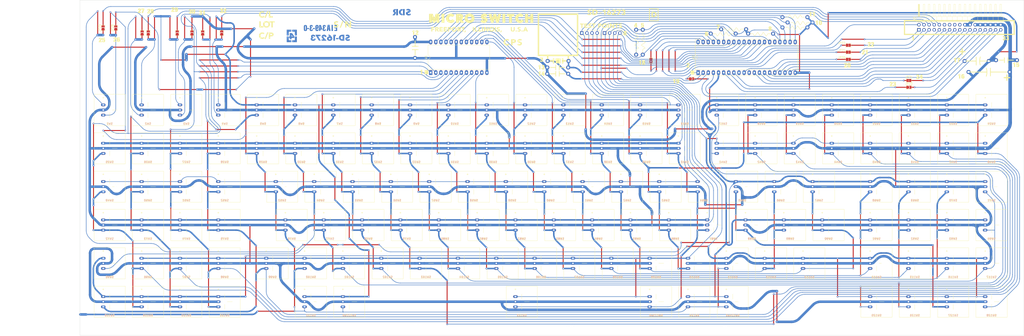
<source format=kicad_pcb>
(kicad_pcb (version 20211014) (generator pcbnew)
  (layers (0 "F.Cu" signal) (31 "B.Cu" signal) (34 "B.Paste" user) (35 "F.Paste" user) (36 "B.SilkS" user "B.Silkscreen") (37 "F.SilkS" user "F.Silkscreen") (38 "B.Mask" user) (39 "F.Mask" user) (44 "Edge.Cuts" user))
  (net 0 "")
  (net 1 "ROW7")
  (net 2 "GND")
  (net 3 "COL4")
  (net 4 "ROW0")
  (net 5 "COL2")
  (net 6 "COL3")
  (net 7 "COL5")
  (net 8 "COL6")
  (net 9 "COL7")
  (net 10 "COL8")
  (net 11 "COL9")
  (net 12 "COL10")
  (net 13 "COL11")
  (net 14 "COL12")
  (net 15 "COL14")
  (net 16 "COL15")
  (net 17 "COL13")
  (net 18 "COL1")
  (net 19 "COL0")
  (net 20 "ROW1")
  (net 21 "ROW6")
  (net 22 "ROW2")
  (net 23 "ROW3")
  (net 24 "ROW5")
  (net 25 "ROW4")
  (net 26 "CONN2")
  (net 27 "CONN3")
  (net 28 "CONN4")
  (net 29 "CONN5")
  (net 30 "CONN6")
  (net 31 "CONN8")
  (net 32 "CONN9")
  (net 33 "CONN10")
  (net 34 "/A0")
  (net 35 "/A1")
  (net 36 "/A2")
  (net 37 "/A3")
  (net 38 "/A4")
  (net 39 "+5V")
  (net 40 "T0")
  (net 41 "RESET")
  (net 42 "INT")
  (net 43 "READ")
  (net 45 "WRITE")
  (net 47 "/DB0")
  (net 48 "/DB1")
  (net 49 "/DB2")
  (net 50 "/DB3")
  (net 51 "/DB4")
  (net 52 "/DB5")
  (net 53 "/DB6")
  (net 54 "/DB7")
  (net 55 "CONN27")
  (net 57 "A5")
  (net 58 "A6")
  (net 59 "A7")
  (net 60 "/X1")
  (net 61 "T1")
  (net 62 "CONN29")
  (net 63 "CONN33")
  (net 69 "/X2")
  (net 70 "/COL3")
  (net 71 "/COL5")
  (net 72 "/COL6")
  (net 73 "/COL7")
  (net 74 "/COL8")
  (net 75 "/COL9")
  (net 76 "/COL10")
  (net 77 "/COL11")
  (net 78 "/COL12")
  (net 79 "/COL13")
  (net 80 "/COL14")
  (net 81 "/COL15")
  (footprint "MountingHole:MountingHole_2.5mm" (layer "F.Cu") (at 79.6 243.9)
    (fp_text reference "REF**" hide)
    (fp_text value "Hole_2.5mm")
  )
  (footprint "Button_Switch_Keyboard:MicroSwitch_SD_Series_E" (layer "F.Cu") (at 460 193.05)
    (fp_text reference "SW91")
    (fp_text value "SD_4B3E")
  )
  (footprint "MountingHole:MountingHole_2.5mm" (layer "F.Cu") (at 384.55 123.3)
    (fp_text reference "REF**" hide)
    (fp_text value "Hole_2.5mm")
  )
  (footprint "Button_Switch_Keyboard:MicroSwitch_SD_Series_E" (layer "F.Cu") (at 98.05 193.05)
    (fp_text reference "SW73")
    (fp_text value "SD_4B3E")
  )
  (footprint "Button_Switch_Keyboard:MicroSwitch_SD_Series_E" (layer "F.Cu") (at 255.2125 212.1)
    (fp_text reference "SW104")
    (fp_text value "SD_4B3E")
  )
  (footprint "Button_Switch_Keyboard:MicroSwitch_SD_Series_E" (layer "F.Cu") (at 193.3 154.95)
    (fp_text reference "SW31")
    (fp_text value "SD_4B3E")
  )
  (footprint "MountingHole:MountingHole_2.5mm" (layer "F.Cu") (at 463.75 212)
    (fp_text reference "REF**" hide)
    (fp_text value "Hole_2.5mm")
  )
  (footprint "Button_Switch_Keyboard:MicroSwitch_SD_Series_E" (layer "F.Cu") (at 193.3 135.9)
    (fp_text reference "SW7")
    (fp_text value "SD_4B3E")
  )
  (footprint "Button_Switch_Keyboard:MicroSwitch_SD_Series_E" (layer "F.Cu") (at 407.6125 212.1)
    (fp_text reference "SW112")
    (fp_text value "SD_4B3E")
  )
  (footprint "Button_Switch_Keyboard:MicroSwitch_SD_Series_E" (layer "F.Cu") (at 426.6625 212.1)
    (fp_text reference "SW113")
    (fp_text value "SD_4B3E")
  )
  (footprint "Button_Switch_Keyboard:MicroSwitch_SD_Series_E" (layer "F.Cu") (at 498.1 231.15)
    (fp_text reference "SW127")
    (fp_text value "SD_4B3E")
  )
  (footprint "MountingHole:MountingHole_2.5mm" (layer "F.Cu") (at 460.8 123.3)
    (fp_text reference "REF**" hide)
    (fp_text value "Hole_2.5mm")
  )
  (footprint "Package_DIP:DIP-40_W15.24mm_Socket_LongPads" (layer "F.Cu") (at 371.353 117.353 90)
    (fp_text reference "U2")
    (fp_text value "8048")
  )
  (footprint "Button_Switch_Keyboard:MicroSwitch_SD_Series_E" (layer "F.Cu") (at 79 135.9)
    (fp_text reference "SW1")
    (fp_text value "SD_4B3E")
  )
  (footprint "TestPoint:Two_Pad_Through_Hole_10.4mm" (layer "F.Cu") (at 230.71 104.88 -90)
    (fp_text reference "C12" hide)
    (fp_text value "10pF")
  )
  (footprint "Button_Switch_Keyboard:MicroSwitch_SD_Series_E" (layer "F.Cu") (at 250.45 135.9)
    (fp_text reference "SW10")
    (fp_text value "SD_4B3E")
  )
  (footprint "TestPoint:Two_Pad_Through_Hole_10.4mm" (layer "F.Cu") (at 524.57 111.15 180)
    (fp_text reference "C15" hide)
    (fp_text value "15pF")
  )
  (footprint "MountingHole:MountingHole_2.5mm" (layer "F.Cu") (at 168.15 174.2)
    (fp_text reference "REF**" hide)
    (fp_text value "Hole_2.5mm")
  )
  (footprint "Button_Switch_Keyboard:MicroSwitch_SD_Series_E" (layer "F.Cu") (at 279.025 174)
    (fp_text reference "SW59")
    (fp_text value "SD_4B3E")
  )
  (footprint "Connector_PinHeader_2.54mm:PinHeader_2x17_P2.54mm_Horizontal" (layer "F.Cu") (at 481.071 96.074 90)
    (fp_text reference "J0")
    (fp_text value "Conn_02x17_Odd_Even")
  )
  (footprint "Button_Switch_Keyboard:MicroSwitch_SD_Series_E" (layer "F.Cu") (at 136.15 212.1)
    (fp_text reference "SW98")
    (fp_text value "SD_4B3E")
  )
  (footprint "Button_Switch_Keyboard:MicroSwitch_SD_Series_E" (layer "F.Cu") (at 498.1 193.05)
    (fp_text reference "SW93")
    (fp_text value "SD_4B3E")
  )
  (footprint "Package_DIP:DIP-24_W15.24mm_LongPads" (layer "F.Cu") (at 238.501 117.328 90)
    (fp_text reference "U1")
    (fp_text value "74LS154")
  )
  (footprint "MountingHole:MountingHole_2.5mm" (layer "F.Cu") (at 79.3 123.3)
    (fp_text reference "REF**" hide)
    (fp_text value "Hole_2.5mm")
  )
  (footprint "MountingHole:MountingHole_2.5mm" (layer "F.Cu") (at 521.2 174.2)
    (fp_text reference "REF**" hide)
    (fp_text value "Hole_2.5mm")
  )
  (footprint "Button_Switch_Keyboard:MicroSwitch_SD_Series_E" (layer "F.Cu") (at 98.05 231.15)
    (fp_text reference "SW119")
    (fp_text value "SD_4B3E")
  )
  (footprint "Button_Switch_Keyboard:MicroSwitch_SD_Series_E" (layer "F.Cu") (at 240.925 174)
    (fp_text reference "SW57")
    (fp_text value "SD_4B3E")
  )
  (footprint "Button_Switch_Keyboard:MicroSwitch_SD_Series_E" (layer "F.Cu") (at 479.05 193.05)
    (fp_text reference "SW92")
    (fp_text value "SD_4B3E")
  )
  (footprint "Button_Switch_Keyboard:MicroSwitch_SD_Series_E" (layer "F.Cu") (at 302.8375 193.05)
    (fp_text reference "SW83")
    (fp_text value "SD_4B3E")
  )
  (footprint "Connector_PinHeader_2.54mm:PinHeader_1x04_P2.54mm_Vertical" (layer "F.Cu") (at 324.866 97.663 90)
    (fp_text reference "J3_2" hide)
    (fp_text value "Conn_01x04")
  )
  (footprint "Button_Switch_Keyboard:MicroSwitch_SD_Series_E" (layer "F.Cu") (at 117.1 212.1)
    (fp_text reference "SW97")
    (fp_text value "SD_4B3E")
  )
  (footprint "Button_Switch_Keyboard:MicroSwitch_SD_Series_E" (layer "F.Cu") (at 169.4875 193.05)
    (fp_text reference "SW76")
    (fp_text value "SD_4B3E")
  )
  (footprint "TestPoint:Two_Pad_Through_Hole_12.4mm" (layer "F.Cu") (at 419.47 89.79 180)
    (fp_text reference "R11" hide)
    (fp_text value "1K")
  )
  (footprint "Button_Switch_Keyboard:MicroSwitch_SD_Series_E" (layer "F.Cu") (at 369.5125 212.1)
    (fp_text reference "SW110")
    (fp_text value "SD_4B3E")
  )
  (footprint "MountingHole:MountingHole_2.5mm" (layer "F.Cu") (at 419.15 174.2)
    (fp_text reference "REF**" hide)
    (fp_text value "Hole_2.5mm")
  )
  (footprint "Button_Switch_Keyboard:MicroSwitch_SD_Series_E" (layer "F.Cu") (at 517.15 231.15)
    (fp_text reference "SW128")
    (fp_text value "SD_4B3E")
  )
  (footprint "Graphics_Text" (layer "F.Cu") (at 301.45 103.8)
    (fp_text reference "G***" hide)
    (fp_text value "LOGO" hide)
  )
  (footprint "Button_Switch_Keyboard:MicroSwitch_SD_Series_E" (layer "F.Cu") (at 202.825 174)
    (fp_text reference "SW55")
    (fp_text value "SD_4B3E")
  )
  (footprint "Button_Switch_Keyboard:MicroSwitch_SD_Series_E" (layer "F.Cu") (at 155.2 135.9)
    (fp_text reference "SW5")
    (fp_text value "SD_4B3E")
  )
  (footprint "Jumper:SolderJumper-2_P1.3mm_Open_TrianglePad1.0x1.5mm" (layer "F.Cu") (at 112.5728 97.6376 90)
    (fp_text reference "JP29" hide)
    (fp_text value "Jumper Open")
  )
  (footprint "Button_Switch_Keyboard:MicroSwitch_SD_Series_E" (layer "F.Cu") (at 274.2625 212.1)
    (fp_text reference "SW105")
    (fp_text value "SD_4B3E")
  )
  (footprint "Button_Switch_Keyboard:MicroSwitch_SD_Series_E" (layer "F.Cu") (at 231.4 154.95)
    (fp_text reference "SW33")
    (fp_text value "SD_4B3E")
  )
  (footprint "Button_Switch_Keyboard:MicroSwitch_SD_Series_E" (layer "F.Cu") (at 359.9875 193.05)
    (fp_text reference "SW86")
    (fp_text value "SD_4B3E")
  )
  (footprint "MountingHole:MountingHole_2.5mm" (layer "F.Cu") (at 182.75 212)
    (fp_text reference "REF**" hide)
    (fp_text value "Hole_2.5mm")
  )
  (footprint "Button_Switch_Keyboard:MicroSwitch_SD_Series_E" (layer "F.Cu") (at 317.125 174)
    (fp_text reference "SW61")
    (fp_text value "SD_4B3E")
  )
  (footprint "Button_Switch_Keyboard:MicroSwitch_SD_Series_E" (layer "F.Cu") (at 212.35 135.9)
    (fp_text reference "SW8")
    (fp_text value "SD_4B3E")
  )
  (footprint "TestPoint:Two_Pad_Through_Hole_20mm" (layer "F.Cu") (at 515.73 117.01 180)
    (fp_text reference "C16" hide)
    (fp_text value "22uF 15v")
  )
  (footprint "Button_Switch_Keyboard:MicroSwitch_SD_Series_E" (layer "F.Cu") (at 345.7 135.9)
    (fp_text reference "SW15")
    (fp_text value "SD_4B3E")
  )
  (footprint "MountingHole:MountingHole_2.5mm" (layer "F.Cu") (at 463.9 174.2)
    (fp_text reference "REF**" hide)
    (fp_text value "Hole_2.5mm")
  )
  (footprint "Button_Switch_Keyboard:MicroSwitch_SD_Series_E" (layer "F.Cu") (at 479.05 174)
    (fp_text reference "SW69")
    (fp_text value "SD_4B3E")
  )
  (footprint "Button_Switch_Keyboard:MicroSwitch_SD_Series_E" (layer "F.Cu") (at 98.05 174)
    (fp_text reference "SW50")
    (fp_text value "SD_4B3E")
  )
  (footprint "Button_Switch_Keyboard:MicroSwitch_SD_Series_E" (layer "F.Cu") (at 440.95 154.95)
    (fp_text reference "SW44")
    (fp_text value "SD_4B3E")
  )
  (footprint "Button_Switch_Keyboard:MicroSwitch_SD_Series_E" (layer "F.Cu") (at 479.05 212.1)
    (fp_text reference "SW115")
    (fp_text value "SD_4B3E")
  )
  (footprint "Button_Switch_Keyboard:MicroSwitch_SD_Series_E" (layer "F.Cu") (at 364.75 135.9)
    (fp_text reference "SW16")
    (fp_text value "SD_4B3E")
  )
  (footprint "MountingHole:MountingHole_2.5mm" (layer "F.Cu") (at 82.65 174.2)
    (fp_text reference "REF**" hide)
    (fp_text value "Hole_2.5mm")
  )
  (footprint "TestPoint:Two_Pad_Through_Hole_12.4mm" (layer "F.Cu") (at 389.03 95.78 180)
    (fp_text reference "R7" hide)
    (fp_text value "1K")
  )
  (footprint "Button_Switch_Keyboard:MicroSwitch_SD_Series_E" (layer "F.Cu") (at 421.9 135.9)
    (fp_text reference "SW19")
    (fp_text value "SD_4B3E")
  )
  (footprint "Button_Switch_Keyboard:MicroSwitch_SD_Series_E" (layer "F.Cu") (at 117.1 231.15)
    (fp_text reference "SW120")
    (fp_text value "SD_4B3E")
  )
  (footprint "MountingHole:MountingHole_2.5mm" (layer "F.Cu") (at 517.8 123.3)
    (fp_text reference "REF**" hide)
    (fp_text value "Hole_2.5mm")
  )
  (footprint "Button_Switch_Keyboard:MicroSwitch_SD_Series_E" (layer "F.Cu") (at 79 174)
    (fp_text reference "SW49")
    (fp_text value "SD_4B3E")
  )
  (footprint "Button_Switch_Keyboard:MicroSwitch_SD_Series_E" (layer "F.Cu") (at 498.1 174)
    (fp_text reference "SW70")
    (fp_text value "SD_4B3E")
  )
  (footprint "TestPoint:Two_Pad_Through_Hole_12.4mm" (layer "F.Cu") (at 343.87 102.22 -90)
    (fp_text reference "R5" hide)
    (fp_text value "1K")
  )
  (footprint "TestPoint:Two_Pad_Through_Hole_10.4mm" (layer "F.Cu") (at 301.63 114.76 180)
    (fp_text reference "C13" hide)
    (fp_text value "10pF")
  )
  (footprint "Button_Switch_Keyboard:MicroSwitch_SD_Series_E" (layer "F.Cu") (at 136.15 154.95)
    (fp_text reference "SW28")
    (fp_text value "SD_4B3E")
  )
  (footprint "Jumper:SolderJumper-2_P1.3mm_Open_TrianglePad1.0x1.5mm" (layer "F.Cu") (at 119.888 97.6376 90)
    (fp_text reference "JP30" hide)
    (fp_text value "Jumper Open")
  )
  (footprint "Button_Switch_Keyboard:MicroSwitch_SD_Series_E" (layer "F.Cu") (at 183.775 174)
    (fp_text reference "SW54")
    (fp_text value "SD_4B3E")
  )
  (footprint "Button_Switch_Keyboard:MicroSwitch_SD_Series_E" (layer "F.Cu") (at 431.425 174)
    (fp_text reference "SW67")
    (fp_text value "SD_4B3E")
  )
  (footprint "Jumper:SolderJumper-2_P1.3mm_Open_TrianglePad1.0x1.5mm" (layer "F.Cu") (at 368.1216 120.434)
    (fp_text reference "JP19" hide)
    (fp_text value "Jumper Open")
  )
  (footprint "Button_Switch_Keyboard:MicroSwitch_SD_Series_E" (layer "F.Cu") (at 221.875 174)
    (fp_text reference "SW56")
    (fp_text value "SD_4B3E")
  )
  (footprint "Button_Switch_Keyboard:MicroSwitch_SD_Series_E" (layer "F.Cu") (at 417.1375 193.05)
    (fp_text reference "SW89")
    (fp_text value "SD_4B3E")
  )
  (footprint "Button_Switch_Keyboard:MicroSwitch_SD_Series_E" (layer "F.Cu") (at 517.15 154.95)
    (fp_text reference "SW48")
    (fp_text value "SD_4B3E")
  )
  (footprint "Button_Switch_Keyboard:MicroSwitch_SD_Series_E" (layer "F.Cu") (at 179.0125 231.15)
    (fp_text reference "SW122")
    (fp_text value "SD_4B3E")
  )
  (footprint "Button_Switch_Keyboard:MicroSwitch_SD_Series_E" (layer "F.Cu") (at 321.8875 193.05)
    (fp_text reference "SW84")
    (fp_text value "SD_4B3E")
  )
  (footprint "Jumper:SolderJumper-2_P1.3mm_Bridged2Bar_Pad1.0x1.5mm" (layer "F.Cu") (at 445.9966 103.734)
    (fp_text reference "JP22")
    (fp_text value "Jumper Bridged")
  )
  (footprint "Button_Switch_Keyboard:MicroSwitch_SD_Series_E" (layer "F.Cu") (at 283.7875 231.15)
    (fp_text reference "SW123")
    (fp_text value "SD_4B3E")
  )
  (footprint "Button_Switch_Keyboard:MicroSwitch_SD_Series_E" (layer "F.Cu") (at 336.175 174)
    (fp_text reference "SW62")
    (fp_text value "SD_4B3E")
  )
  (footprint "Button_Switch_Keyboard:MicroSwitch_SD_Series_E" (layer "F.Cu") (at 179.0125 212.1)
    (fp_text reference "SW100")
    (fp_text value "SD_4B3E")
  )
  (footprint "Button_Switch_Keyboard:MicroSwitch_SD_Series_E" (layer "F.Cu") (at 479.05 135.9)
    (fp_text reference "SW22")
    (fp_text value "SD_4B3E")
  )
  (footprint "Button_Switch_Keyboard:MicroSwitch_SD_Series_E" (layer "F.Cu") (at 498.1 212.1)
    (fp_text reference "SW116")
    (fp_text value "SD_4B3E")
  )
  (footprint "Button_Switch_Keyboard:MicroSwitch_SD_Series_E" (layer "F.Cu") (at 212.35 154.95)
    (fp_text reference "SW32")
    (fp_text value "SD_4B3E")
  )
  (footprint "Button_Switch_Keyboard:MicroSwitch_SD_Series_E" (layer "F.Cu") (at 117.1 174)
    (fp_text reference "SW51")
    (fp_text value "SD_4B3E")
  )
  (footprint "TestPoint:Two_Pad_Through_Hole_12.4mm" (layer "F.Cu") (at 419.47 94.88 180)
    (fp_text reference "R9" hide)
    (fp_text value "1K")
  )
  (footprint "Jumper:SolderJumper-2_P1.3mm_Bridged2Bar_Pad1.0x1.5mm" (layer "F.Cu") (at 445.9966 110.759)
    (fp_text reference "JP20")
    (fp_text value "Jumper Bridged")
  )
  (footprint "Button_Switch_Keyboard:MicroSwitch_SD_Series_E" (layer "F.Cu") (at 517.15 135.9)
    (fp_text reference "SW24")
    (fp_text value "SD_4B3E")
  )
  (footprint "Button_Switch_Keyboard:MicroSwitch_SD_Series_E" (layer "F.Cu") (at 326.650034 135.900008)
    (fp_text reference "SW14")
    (fp_text value "SD_4B3E")
  )
  (footprint "Button_Switch_Keyboard:MicroSwitch_SD_Series_E" (layer "F.Cu") (at 364.75 154.95)
    (fp_text reference "SW40")
    (fp_text value "SD_4B3E")
  )
  (footprint "Button_Switch_Keyboard:MicroSwitch_SD_Series_E" (layer "F.Cu") (at 374.275 174)
    (fp_text reference "SW64")
    (fp_text value "SD_4B3E")
  )
  (footprint "Button_Switch_Keyboard:MicroSwitch_SD_Series_E" (layer "F.Cu") (at 79 212.1)
    (fp_text reference "SW95")
    (fp_text value "SD_4B3E")
  )
  (footprint "Button_Switch_Keyboard:MicroSwitch_SD_Series_E" (layer "F.Cu") (at 283.7875 193.05)
    (fp_text reference "SW82")
    (fp_text value "SD_4B3E")
  )
  (footprint "Button_Switch_Keyboard:MicroSwitch_SD_Series_E" (layer "F.Cu") (at 383.8 135.9)
    (fp_text reference "SW17")
    (fp_text value "SD_4B3E")
  )
  (footprint "MountingHole:MountingHole_2.5mm" (layer "F.Cu") (at 70.8 242.1)
    (fp_text reference "REF**" hide)
    (fp_text value "Hole_2.5mm")
  )
  (footprint "Button_Switch_Keyboard:MicroSwitch_SD_Series_E" (layer "F.Cu") (at 379.0375 193.05)
    (fp_text reference "SW87")
    (fp_text value "SD_4B3E")
  )
  (footprint "Jumper:SolderJumper-2_P1.3mm_Open_TrianglePad1.0x1.5mm" (layer "F.Cu") (at 82.042 95.1346 90)
    (fp_text reference "JP26")
    (fp_text value "Jumper Open")
  )
  (footprint "MountingHole:MountingHole_2.5mm" (layer "F.Cu") (at 155.9 243.9)
    (fp_text reference "REF**" hide)
    (fp_text value "Hole_2.5mm")
  )
  (footprint "Button_Switch_Keyboard:MicroSwitch_SD_Series_E" (layer "F.Cu") (at 159.9625 212.1)
    (fp_text reference "SW99")
    (fp_text value "SD_4B3E")
  )
  (footprint "TestPoint:Two_Pad_Through_Hole_12.4mm" (layer "F.Cu") (at 402.44 97.96)
    (fp_text reference "R8" hide)
    (fp_text value "1K")
  )
  (footprint "Button_Switch_Keyboard:MicroSwitch_SD_Series_E" (layer "F.Cu") (at 369.5125 231.15)
    (fp_text reference "SW124")
    (fp_text value "SD_4B3E")
  )
  (footprint "Button_Switch_Keyboard:MicroSwitch_SD_Series_E" (layer "F.Cu") (at 398.0875 193.05)
    (fp_text reference "SW88")
    (fp_text value "SD_4B3E")
  )
  (footprint "TestPoint:Two_Pad_Through_Hole_12.4mm" (layer "F.Cu") (at 340.59 102.22 -90)
    (fp_text reference "R4" hide)
    (fp_text value "1K")
  )
  (footprint "Button_Switch_Keyboard:MicroSwitch_SD_Series_E" (layer "F.Cu") (at 436.1875 193.05)
    (fp_text reference "SW90")
    (fp_text value "SD_4B3E")
  )
  (footprint "MountingHole:MountingHole_2.5mm" (layer "F.Cu") (at 425.7 135.65)
    (fp_text reference "REF**" hide)
    (fp_text value "Hole_2.5mm")
  )
  (footprint "TestPoint:Two_Pad_Through_Hole_12.4mm" (layer "F.Cu") (at 383.84 97.95 180)
    (fp_text reference "R6" hide)
    (fp_text value "1K")
  )
  (footprint "MountingHole:MountingHole_2.5mm" (layer "F.Cu") (at 308.5 243.9)
    (fp_text reference "REF**" hide)
    (fp_text value "Hole_2.5mm")
  )
  (footprint "MountingHole:MountingHole_2.5mm" (layer "F.Cu") (at 518.1 243.4)
    (fp_text reference "REF**" hide)
    (fp_text value "Hole_2.5mm")
  )
  (footprint "Button_Switch_Keyboard:MicroSwitch_SD_Series_E" (layer "F.Cu") (at 312.3625 212.1)
    (fp_text reference "SW107")
    (fp_text value "SD_4B3E")
  )
  (footprint "TestPoint:Two_Pad_Through_Hole_10.4mm" (layer "F.Cu") (at 301.8 111.55)
    (fp_text reference "Y3" hide)
    (fp_text value "Crystal 3.58MHz")
  )
  (footprint "Button_Switch_Keyboard:MicroSwitch_SD_Series_E" (layer "F.Cu") (at 198.0625 212.1)
    (fp_text reference "SW101")
    (fp_text value "SD_4B3E")
  )
  (footprint "Button_Switch_Keyboard:MicroSwitch_SD_Series_E" (layer "F.Cu") (at 479.05 154.95)
    (fp_text reference "SW46")
    (fp_text value "SD_4B3E")
  )
  (footprint "Button_Switch_Keyboard:MicroSwitch_SD_Series_E" (layer "F.Cu") (at 350.4625 212.1)
    (fp_text reference "SW109")
    (fp_text value "SD_4B3E")
  )
  (footprint "Button_Switch_Keyboard:MicroSwitch_SD_Series_E" (layer "F.Cu") (at 412.375 174)
    (fp_text reference "SW66")
    (fp_text value "SD_4B3E")
  )
  (footprint "Button_Switch_Keyboard:MicroSwitch_SD_Series_E" (layer "F.Cu") (at 226.6375 193.05)
    (fp_text reference "SW79")
    (fp_text value "SD_4B3E")
  )
  (footprint "Button_Switch_Keyboard:MicroSwitch_SD_Series_E" (layer "F.Cu") (at 217.1125 212.1)
    (fp_text reference "SW102")
    (fp_text value "SD_4B3E")
  )
  (footprint "Button_Switch_Keyboard:MicroSwitch_SD_Series_E" (layer "F.Cu") (at 340.9375 193.05)
    (fp_text reference "SW85")
    (fp_text value "SD_4B3E")
  )
  (footprint "Button_Switch_Keyboard:MicroSwitch_SD_Series_E" (layer "F.Cu") (at 136.15 231.15)
    (fp_text reference "SW121")
    (fp_text value "SD_4B3E")
  )
  (footprint "Button_Switch_Keyboard:MicroSwitch_SD_Series_E" (layer "F.Cu") (at 136.15 174)
    (fp_text reference "SW52")
    (fp_text value "SD_4B3E")
  )
  (footprint "Button_Switch_Keyboard:MicroSwitch_SD_Series_E" (layer "F.Cu") (at 498.1 135.9)
    (fp_text reference "SW23")
    (fp_text value "SD_4B3E")
  )
  (footprint "Button_Switch_Keyboard:MicroSwitch_SD_Series_E" (layer "F.Cu") (at 460 135.9)
    (fp_text reference "SW21")
    (fp_text value "SD_4B3E")
  )
  (footprint "MountingHole:MountingHole_2.5mm" (layer "F.Cu") (at 526.05 242.1)
    (fp_text reference "REF**" hide)
    (fp_text value "Hole_2.5mm")
  )
  (footprint "Button_Switch_Keyboard:MicroSwitch_SD_Series_E" (layer "F.Cu") (at 460 174)
    (fp_text reference "SW68")
    (fp_text value "SD_4B3E")
  )
  (footprint "MountingHole:MountingHole_2.5mm" (layer "F.Cu") (at 402.25 193.25)
    (fp_text reference "REF**" hide)
    (fp_text value "Hole_2.5mm")
  )
  (footprint "Connector_PinHeader_2.54mm:PinHeader_1x04_P2.54mm_Vertical" (layer "F.Cu") (at 313.573 97.663 90)
    (fp_text reference "J3_1" hide)
    (fp_text value "Conn_01x04" hide)
  )
  (footprint "Button_Switch_Keyboard:MicroSwitch_SD_Series_E" (layer "F.Cu") (at 288.55 135.9)
    (fp_text reference "SW12")
    (fp_text value "SD_4B3E")
  )
  (footprint "Button_Switch_Keyboard:MicroSwitch_SD_Series_E" (layer "F.Cu") (at 98.05 212.1)
    (fp_text reference "SW96")
    (fp_text value "SD_4B3E")
  )
  (footprint "MountingHole:MountingHole_2.5mm" (layer "F.Cu") (at 232.375 122.25)
    (fp_text reference "REF**" hide)
    (fp_text value "Hole_2.5mm")
  )
  (footprint "Button_Switch_Keyboard:MicroSwitch_SD_Series_E" (layer "F.Cu") (at 250.45 154.95)
    (fp_text reference "SW34")
    (fp_text value "SD_4B3E")
  )
  (footprint "Button_Switch_Keyboard:MicroSwitch_SD_Series_E" (layer "F.Cu") (at 402.85 154.95)
    (fp_text reference "SW42")
    (fp_text value "SD_4B3E")
  )
  (footprint "Button_Switch_Keyboard:MicroSwitch_SD_Series_E" (layer "F.Cu") (at 245.6875 193.05)
    (fp_text reference "SW80")
    (fp_text value "SD_4B3E")
  )
  (footprint "Jumper:SolderJumper-2_P1.3mm_Open_TrianglePad1.0x1.5mm" (layer "F.Cu") (at 98.1964 97.6376 90)
    (fp_text reference "JP28" hide)
    (fp_text value "Jumper Open")
  )
  (footprint "Button_Switch_Keyboard:MicroSwitch_SD_Series_E" (layer "F.Cu") (at 174.25 135.9)
    (fp_text reference "SW6")
    (fp_text value "SD_4B3E")
  )
  (footprint "Button_Switch_Keyboard:MicroSwitch_SD_Series_E" (layer "F.Cu") (at 79 231.15)
    (fp_text reference "SW118")
    (fp_text value "SD_4B3E")
  )
  (footprint "Button_Switch_Keyboard:MicroSwitch_SD_Series_E" (layer "F.Cu") (at 117.1 193.05)
    (fp_text reference "SW74")
    (fp_text value "SD_4B3E")
  )
  (footprint "Button_Switch_Keyboard:MicroSwitch_SD_Series_E" (layer "F.Cu") (at 136.15 135.9)
    (fp_text reference "SW4")
    (fp_text value "SD_4B3E")
  )
  (footprint "Button_Switch_Keyboard:MicroSwitch_SD_Series_E" (layer "F.Cu") (at 460 154.95)
    (fp_text reference "SW45")
    (fp_text value "SD_4B3E")
  )
  (footprint "Button_Switch_Keyboard:MicroSwitch_SD_Series_E" (layer "F.Cu") (at 421.9 154.95)
    (fp_text reference "SW43")
    (fp_text value "SD_4B3E")
  )
  (footprint "MountingHole:MountingHole_2.5mm" (layer "F.Cu") (at 320.65 174.2)
    (fp_text reference "REF**" hide)
    (fp_text value "Hole_2.5mm")
  )
  (footprint "MountingHole:MountingHole_2.5mm" (layer "F.Cu") (at 232.2 243.9)
    (fp_text reference "REF**" hide)
    (fp_text value "Hole_2.5mm")
  )
  (footprint "MountingHole:MountingHole_2.5mm" (layer "F.Cu") (at 384.8 243.9)
    (fp_text reference "REF**" hide)
    (fp_text value "Hole_2.5mm")
  )
  (footprint "Jumper:SolderJumper-2_P1.3mm_Bridged2Bar_Pad1.0x1.5mm" (layer "F.Cu") (at 445.9966 107.175)
    (fp_text reference "JP21")
    (fp_text value "Jumper Bridged")
  )
  (footprint "Button_Switch_Keyboard:MicroSwitch_SD_Series_E" (layer "F.Cu") (at 236.1625 212.1)
    (fp_text reference "SW103")
    (fp_text value "SD_4B3E")
  )
  (footprint "Button_Switch_Keyboard:MicroSwitch_SD_Series_E" (layer "F.Cu") (at 440.95 135.9)
    (fp_text reference "SW20")
    (fp_text value "SD_4B3E")
  )
  (footprint "MountingHole:MountingHole_2.5mm" (layer "F.Cu") (at 155.6125 123.3)
    (fp_text reference "REF**" hide)
    (fp_text value "Hole_2.5mm")
  )
  (footprint "MountingHole:MountingHole_2.5mm" (layer "F.Cu") (at 397.2 174.2)
    (fp_text reference "REF**" hide)
    (fp_text value "Hole_2.5mm")
  )
  (footprint "Button_Switch_Keyboard:MicroSwitch_SD_Series_E" (layer "F.Cu") (at 307.6 135.9)
    (fp_text reference "SW13")
    (fp_text value "SD_4B3E")
  )
  (footprint "Button_Switch_Keyboard:MicroSwitch_SD_Series_E" (layer "F.Cu") (at 174.25 154.95)
    (fp_text reference "SW30")
    (fp_text value "SD_4B3E")
  )
  (footprint "Button_Switch_Keyboard:MicroSwitch_SD_Series_E" (layer "F.Cu") (at 259.975 174)
    (fp_text reference "SW58")
    (fp_text value "SD_4B3E")
  )
  (footprint "MountingHole:MountingHole_2.5mm" (layer "F.Cu") (at 123.4 174.2)
    (fp_text reference "REF**" hide)
    (fp_text value "Hole_2.5mm")
  )
  (footprint "Button_Switch_Keyboard:MicroSwitch_SD_Series_E" (layer "F.Cu") (at 207.5875 193.05)
    (fp_text reference "SW78")
    (fp_text value "SD_4B3E")
  )
  (footprint "Button_Switch_Keyboard:MicroSwitch_SD_Series_E" (layer "F.Cu") (at 350.4625 231.15)
    (fp_text reference "SW123a0")
    (fp_text value "SD_4B3E")
  )
  (footprint "Button_Switch_Keyboard:MicroSwitch_SD_Series_E" (layer "F.Cu") (at 460 231.15)
    (fp_text reference "SW125")
    (fp_text value "SD_4B3E")
  )
  (footprint "Button_Switch_Keyboard:MicroSwitch_SD_Series_E" (layer "F.Cu") (at 307.6 154.95)
    (fp_text reference "SW37")
    (fp_text value "SD_4B3E")
  )
  (footprint "Button_Switch_Keyboard:MicroSwitch_SD_Series_E" (layer "F.Cu") (at 198.0625 231.15)
    (fp_text reference "SW122a0")
    (fp_text value "SD_4B3E")
  )
  (footprint "MountingHole:MountingHole_2.5mm" (layer "F.Cu") (at 173 193.5)
    (fp_text reference "REF**" hide)
    (fp_text value "Hole_2.5mm")
  )
  (footprint "Button_Switch_Keyboard:MicroSwitch_SD_Series_E" (layer "F.Cu") (at 264.7375 193.05)
    (fp_text reference "SW81")
    (fp_text value "SD_4B3E")
  )
  (footprint "Button_Switch_Keyboard:MicroSwitch_SD_Series_E" (layer "F.Cu") (at 345.7 154.95)
    (fp_text reference "SW39")
    (fp_text value "SD_4B3E")
  )
  (footprint "Button_Switch_Keyboard:MicroSwitch_SD_Series_E" (layer "F.Cu") (at 79 193.05)
    (fp_text reference "SW72")
    (fp_text value "SD_4B3E")
  )
  (footprint "TestPoint:Two_Pad_Through_Hole_12mm" (layer "F.Cu") (at 509.77 111.59)
    (fp_text reference "C17" hide)
    (fp_text value "4.7uF 25v")
  )
  (footprint "TestPoint:Two_Pad_Through_Hole_10.4mm" (layer "F.Cu") (at 301.63 117.91 180)
    (fp_text reference "C14" hide)
    (fp_text value "10pF")
  )
  (footprint "Jumper:SolderJumper-2_P1.3mm_Open_TrianglePad1.0x1.5mm" (layer "F.Cu") (at 125.222 97.6376 90)
    (fp_text reference "JP31" hide)
    (fp_text value "Jumper Open")
  )
  (footprint "TestPoint:Two_Pad_Through_Hole_12.4mm" (layer "F.Cu") (at 422.01 92.4 180)
    (fp_text reference "R10" hide)
    (fp_text value "1K")
  )
  (footprint "Button_Switch_Keyboard:MicroSwitch_SD_Series_E" (layer "F.Cu") (at 117.1 135.9)
    (fp_text reference "SW3")
    (fp_text value "SD_4B3E")
  )
  (footprint "Button_Switch_Keyboard:MicroSwitch_SD_Series_E" (layer "F.Cu") (at 117.1 154.95)
    (fp_text reference "SW27")
    (fp_text value "SD_4B3E")
  )
  (footprint "Button_Switch_Keyboard:MicroSwitch_SD_Series_E" (layer "F.Cu") (at 517.15 193.05)
    (fp_text reference "SW94")
    (fp_text value "SD_4B3E")
  )
  (footprint "Button_Switch_Keyboard:MicroSwitch_SD_Series_E" (layer "F.Cu") (at 517.15 212.1)
    (fp_text reference "SW117")
    (fp_text value "SD_4B3E")
  )
  (footprint "Button_Switch_Keyboard:MicroSwitch_SD_Series_E" (layer "F.Cu") (at 98.05 154.95)
    (fp_text reference "SW26")
    (fp_text value "SD_4B3E")
  )
  (footprint "Button_Switch_Keyboard:MicroSwitch_SD_Series_E" (layer "F.Cu") (at 402.85 135.9)
    (fp_text reference "SW18")
    (fp_text value "SD_4B3E")
  )
  (footprint "Jumper:SolderJumper-2_P1.3mm_Open_TrianglePad1.0x1.5mm" (layer "F.Cu") (at 95.1484 97.6376 90)
    (fp_text reference "JP27" hide)
    (fp_text value "Jumper Open")
  )
  (footprint "Button_Switch_Keyboard:MicroSwitch_SD_Series_E" (layer "F.Cu") (at 164.725 174)
    (fp_text reference "SW53")
    (fp_text value "SD_4B3E")
  )
  (footprint "Button_Switch_Keyboard:MicroSwitch_SD_Series_E" (layer "F.Cu") (at 388.5625 231.15)
    (fp_text reference "SW124a0")
    (fp_text value "SD_4B3E")
  )
  (footprint "MountingHole:MountingHole_2.5mm" (layer "F.Cu") (at 392.5 212)
    (fp_text reference "REF**" hide)
    (fp_text value "Hole_2.5mm")
  )
  (footprint "Button_Switch_Keyboard:MicroSwitch_SD_Series_E" (layer "F.Cu") (at 298.075 174)
    (fp_text reference "SW60")
    (fp_text value "SD_4B3E")
  )
  (footprint "Button_Switch_Keyboard:MicroSwitch_SD_Series_E" (layer "F.Cu") (at 155.2 154.95)
    (fp_text reference "SW29")
    (fp_text value "SD_4B3E")
  )
  (footprint "Button_Switch_Keyboard:MicroSwitch_SD_Series_E" (layer "F.Cu") (at 479.05 231.15)
    (fp_text reference "SW126")
    (fp_text value "SD_4B3E")
  )
  (footprint "Button_Switch_Keyboard:MicroSwitch_SD_Series_E" (layer "F.Cu") (at 517.15 174)
    (fp_text reference "SW71")
    (fp_text value "SD_4B3E")
  )
  (footprint "Button_Switch_Keyboard:MicroSwitch_SD_Series_E" (layer "F.Cu") (at 388.5625 212.1)
    (fp_text reference "SW111")
    (fp_text value "SD_4B3E")
  )
  (footprint "Button_Switch_Keyboard:MicroSwitch_SD_Series_E" (layer "F.Cu") (at 231.4 135.9)
    (fp_text reference "SW9")
    (fp_text value "SD_4B3E")
  )
  (footprint "Button_Switch_Keyboard:MicroSwitch_SD_Series_E" (layer "F.Cu") (at 98.05 135.9)
    (fp_text reference "SW2")
    (fp_text value "SD_4B3E")
  )
  (footprint "Button_Switch_Keyboard:MicroSwitch_SD_Series_E" (layer "F.Cu") (at 188.5375 193.05)
    (fp_text reference "SW77")
    (fp_text value "SD_4B3E")
  )
  (footprint "Button_Switch_Keyboard:MicroSwitch_SD_Series_E" (layer "F.Cu") (at 288.55 154.95)
    (fp_text reference "SW36")
    (fp_text value "SD_4B3E")
  )
  (footprint "Button_Switch_Keyboard:MicroSwitch_SD_Series_E" (layer "F.Cu") (at 136.15 193.05)
    (fp_text reference "SW75")
    (fp_text value "SD_4B3E")
  )
  (footprint "MountingHole:MountingHole_2.5mm" (layer "F.Cu") (at 182.75 232)
    (fp_text reference "REF**" hide)
    (fp_text value "Hole_2.5mm")
  )
  (footprint "MountingHole:MountingHole_2.5mm" (layer "F.Cu") (at 461.1 243.9)
    (fp_text reference "REF**" hide)
    (fp_text value "Hole_2.5mm")
  )
  (footprint "MountingHole:MountingHole_2.5mm" (layer "F.Cu") (at 425.7 155.4)
    (fp_text reference "REF**" hide)
    (fp_text value "Hole_2.5mm")
  )
  (footprint "Button_Switch_Keyboard:MicroSwitch_SD_Series_E" (layer "F.Cu") (at 498.1 154.95)
    (fp_text reference "SW47")
    (fp_text value "SD_4B3E")
  )
  (footprint "Button_Switch_Keyboard:MicroSwitch_SD_Series_E" (layer "F.Cu") (at 79 154.95)
    (fp_text reference "SW25")
    (fp_text value "SD_4B3E")
  )
  (footprint "Jumper:SolderJumper-2_P1.3mm_Open_TrianglePad1.0x1.5mm" (layer "F.Cu") (at 476.075 124.625)
    (fp_text reference "JP23")
    (fp_text value "Jumper Open")
  )
  (footprint "Jumper:SolderJumper-2_P1.3mm_Open_TrianglePad1.0x1.5mm" (layer "F.Cu") (at 75.7428 95.1346 90)
    (fp_text reference "JP25")
    (fp_text value "Jumper Open")
  )
  (footprint "Button_Switch_Keyboard:MicroSwitch_SD_Series_E" (layer "F.Cu") (at 326.65 154.95)
    (fp_text reference "SW38")
    (fp_text value "SD_4B3E")
  )
  (footprint "Jumper:SolderJumper-2_P1.3mm_Open_TrianglePad1.0x1.5mm" (layer "F.Cu") (at 134.6708 97.6376 90)
    (fp_text reference "JP32" hide)
    (fp_text value "Jumper Open")
  )
  (footprint "Jumper:SolderJumper-2_P1.3mm_Open_TrianglePad1.0x1.5mm" (layer "F.Cu") (at 347.925 111.35 -90)
    (fp_text reference "JP18" hide)
    (fp_text value "Jumper Open")
  )
  (footprint "MountingHole:MountingHole_2.5mm" (layer "F.Cu") (at 392.5 231.75)
    (fp_text reference "REF**" hide)
    (fp_text value "Hole_2.5mm")
  )
  (footprint "Button_Switch_Keyboard:MicroSwitch_SD_Series_E" (layer "F.Cu") (at 331.4125 212.1)
    (fp_text reference "SW108")
    (fp_text value "SD_4B3E")
  )
  (footprint "Button_Switch_Keyboard:MicroSwitch_SD_Series_E" (layer "F.Cu") (at 393.325 174)
    (fp_text reference "SW65")
    (fp_text value "SD_4B3E")
  )
  (footprint "Button_Switch_Keyboard:MicroSwitch_SD_Series_E" (layer "F.Cu") (at 383.8 154.95)
    (fp_text reference "SW41")
    (fp_text value "SD_4B3E")
  )
  (footprint "MountingHole:MountingHole_2.5mm" (layer "F.Cu") (at 244.4 174.2)
    (fp_text reference "REF**" hide)
    (fp_text value "Hole_2.5mm")
  )
  (footprint "Button_Switch_Keyboard:MicroSwitch_SD_Series_E" (layer "F.Cu") (at 460 212.1)
    (fp_text reference "SW114")
    (fp_text value "SD_4B3E")
  )
  (footprint "MountingHole:MountingHole_2.5mm" (layer "F.Cu") (at 308.2375 123.3)
    (fp_text reference "REF**" hide)
    (fp_text value "Hole_2.5mm")
  )
  (footprint "Button_Switch_Keyboard:MicroSwitch_SD_Series_E" (layer "F.Cu") (at 293.3125 212.1)
    (fp_text reference "SW106")
    (fp_text value "SD_4B3E")
  )
  (footprint "Jumper:SolderJumper-2_P1.3mm_Bridged2Bar_Pad1.0x1.5mm" (layer "F.Cu") (at 476.075 121.25)
    (fp_text reference "JP24")
    (fp_text value "Jumper Bridged")
  )
  (footprint "Button_Switch_Keyboard:MicroSwitch_SD_Series_E" (layer "F.Cu") (at 269.5 135.9)
    (fp_text reference "SW11")
    (fp_text value "SD_4B3E")
  )
  (footprint "Button_Switch_Keyboard:MicroSwitch_SD_Series_E" (layer "F.Cu") (at 355.225 174)
    (fp_text reference "SW63")
    (fp_text value "SD_4B3E")
  )
  (footprint "Button_Switch_Keyboard:MicroSwitch_SD_Series_E" (layer "F.Cu") (at 269.5 154.95)
    (fp_text reference "SW35")
    (fp_text value "SD_4B3E")
  )
  (footprint "Battery:silkscreen back" (layer "B.Cu") (at 202 93.45 180)
    (fp_text reference "G***" hide)
    (fp_text value "LOGO" hide)
  )
  (gr_rect (start 64.25 81.3) (end 533.25 247.9) (layer "Edge.Cuts") (width 0.1) (fill none))
  (segment (start 192.2966 202.834) (end 175.0216 202.834) (width 0.5) (layer "F.Cu") (net 1))
  (segment (start 386.8216 201.734) (end 386.8091 201.7465) (width 0.5) (layer "F.Cu") (net 1))
  (segment (start 194.8966 202.834) (end 212.9216 202.834) (width 0.5) (layer "F.Cu") (net 1))
  (segment (start 73.0504 98.6536) (end 73.0504 86.7664) (width 0.5) (layer "F.Cu") (net 1))
  (segment (start 75.7428 98.6536) (end 75.7428 95.8596) (width 0.5) (layer "F.Cu") (net 1))
  (segment (start 362.9466 201.759) (end 386.778922 201.759) (width 0.5) (layer "F.Cu") (net 1))
  (via (at 73.0504 86.7664) (size 0.8) (drill 0.4) (layers "F.Cu" "B.Cu") (net 1))
  (via (at 73.0504 98.6536) (size 0.8) (drill 0.4) (layers "F.Cu" "B.Cu") (net 1))
  (via (at 362.9466 201.759) (size 0.8) (drill 0.4) (layers "F.Cu" "B.Cu") (net 1))
  (via (at 212.9216 202.834) (size 0.8) (drill 0.4) (layers "F.Cu" "B.Cu") (net 1))
  (via (at 192.2966 202.834) (size 0.8) (drill 0.4) (layers "F.Cu" "B.Cu") (net 1))
  (via (at 175.0216 202.834) (size 0.8) (drill 0.4) (layers "F.Cu" "B.Cu") (net 1))
  (via (at 386.8216 201.734) (size 0.8) (drill 0.4) (layers "F.Cu" "B.Cu") (net 1))
  (via (at 194.8966 202.834) (size 0.8) (drill 0.4) (layers "F.Cu" "B.Cu") (net 1))
  (via (at 75.7428 98.6536) (size 0.8) (drill 0.4) (layers "F.Cu" "B.Cu") (net 1))
  (arc (start 386.8091 201.7465) (mid 386.795254 201.755751) (end 386.778922 201.759) (width 0.5) (layer "F.Cu") (net 1))
  (segment (start 410.6478 171.46) (end 407.7522 171.46) (width 0.75) (layer "B.Cu") (net 1))
  (segment (start 461.71152 169.459) (end 466.081679 169.459) (width 0.75) (layer "B.Cu") (net 1))
  (segment (start 192.2966 202.834) (end 194.8966 202.834) (width 0.25) (layer "B.Cu") (net 1))
  (segment (start 382.1147 133.36) (end 379.1353 133.36) (width 0.75) (layer "B.Cu") (net 1))
  (segment (start 388.415392 173.194606) (end 389.004548 172.605451) (width 0.25) (layer "B.Cu") (net 1))
  (segment (start 67.3466 195.605036) (end 67.3466 94.724163) (width 0.25) (layer "B.Cu") (net 1))
  (segment (start 351.862 100.512) (end 352.07 100.303999) (width 0.25) (layer "B.Cu") (net 1))
  (segment (start 73.0504 98.6536) (end 75.7428 98.6536) (width 1.25) (layer "B.Cu") (net 1))
  (segment (start 407.7522 171.46) (end 392.3012 171.46) (width 0.75) (layer "B.Cu") (net 1))
  (segment (start 386.8216 177.042363) (end 386.8216 201.734) (width 0.25) (layer "B.Cu") (net 1))
  (segment (start 335.025 103.281036) (end 335.025 101.997344) (width 0.25) (layer "B.Cu") (net 1))
  (segment (start 338.384996 108.894996) (end 336.618792 107.128792) (width 0.25) (layer "B.Cu") (net 1))
  (segment (start 352.516335 99.857665) (end 351.207664 101.166334) (width 0.25) (layer "B.Cu") (net 1))
  (segment (start 70.102807 200.615207) (end 68.940392 199.452792) (width 0.25) (layer "B.Cu") (net 1))
  (segment (start 70.4216 125.702636) (end 70.4216 103.058618) (width 0.25) (layer "B.Cu") (net 1))
  (segment (start 458.815535 170.940064) (end 459.2961 170.4595) (width 0.75) (layer "B.Cu") (net 1))
  (segment (start 99.567636 202.209) (end 73.950563 202.209) (width 0.25) (layer "B.Cu") (net 1))
  (segment (start 429.2762 171.46) (end 456.0897 171.46) (width 0.75) (layer "B.Cu") (net 1))
  (segment (start 212.9216 202.834) (end 214.877807 204.790207) (width 0.25) (layer "B.Cu") (net 1))
  (segment (start 331.3216 99.650755) (end 331.3216 119.856981) (width 0.25) (layer "B.Cu") (net 1))
  (segment (start 362.9466 201.759) (end 362.9466 203.0465) (width 0.25) (layer "B.Cu") (net 1))
  (segment (start 361.921599 205.358999) (end 362.0362 205.244399) (width 0.25) (layer "B.Cu") (net 1))
  (segment (start 470.91252 171.46) (end 513.975 171.46) (width 0.75) (layer "B.Cu") (net 1))
  (segment (start 363.627792 123.477792) (end 370.527807 130.377807) (width 0.25) (layer "B.Cu") (net 1))
  (segment (start 373.715392 145.252792) (end 375.782387 147.319787) (width 0.25) (layer "B.Cu") (net 1))
  (segment (start 387.9988 171.46) (end 392.3012 171.46) (width 0.75) (layer "B.Cu") (net 1))
  (segment (start 413.119349 170.43625) (end 413.4211 170.1345) (width 0.75) (layer "B.Cu") (net 1))
  (segment (start 457.5603 171.46) (end 456.0897 171.46) (width 0.75) (layer "B.Cu") (net 1))
  (segment (start 72.015392 129.550392) (end 75.825 133.36) (width 0.25) (layer "B.Cu") (net 1))
  (segment (start 372.1216 141.405036) (end 372.1216 134.225563) (width 0.25) (layer "B.Cu") (net 1))
  (segment (start 376.592223 134.413376) (end 376.5586 134.447) (width 0.75) (layer "B.Cu") (net 1))
  (segment (start 421.672059 168.809) (end 416.62114 168.809) (width 0.75) (layer "B.Cu") (net 1))
  (segment (start 218.725563 206.384) (end 359.447031 206.384) (width 0.25) (layer "B.Cu") (net 1))
  (segment (start 175.0216 202.834) (end 173.040392 204.815207) (width 0.25) (layer "B.Cu") (net 1))
  (segment (start 333.7555 98.9325) (end 333.0682 98.2452) (width 0.25) (layer "B.Cu") (net 1))
  (segment (start 354.096039 99.20333) (end 373.462045 99.20333) (width 0.25) (layer "B.Cu") (net 1))
  (segment (start 425.471967 170.734367) (end 424.8721 170.1345) (width 0.75) (layer "B.Cu") (net 1))
  (segment (start 429.2762 171.46) (end 427.2238 171.46) (width 0.75) (layer "B.Cu") (net 1))
  (segment (start 377.1966 160.555036) (end 377.1966 150.766931) (width 0.75) (layer "B.Cu") (net 1))
  (segment (start 73.0262 98.6536) (end 73.0504 98.6536) (width 0.25) (layer "B.Cu") (net 1))
  (segment (start 378.790392 164.402792) (end 384.326471 169.938871) (width 0.75) (layer "B.Cu") (net 1))
  (segment (start 382.1147 133.36) (end 513.975 133.36) (width 0.75) (layer "B.Cu") (net 1))
  (segment (start 108.275563 206.409) (end 169.192636 206.409) (width 0.25) (layer "B.Cu") (net 1))
  (segment (start 351.207664 101.166334) (end 343.479003 108.894996) (width 0.25) (layer "B.Cu") (net 1))
  (segment (start 375.4716 137.07125) (end 375.4716 137.534) (width 0.75) (layer "B.Cu") (net 1))
  (segment (start 373.566665 99.246665) (end 376.433 102.113) (width 0.25) (layer "B.Cu") (net 1))
  (segment (start 73.0504 86.7664) (end 68.940392 90.876407) (width 0.25) (layer "B.Cu") (net 1))
  (segment (start 359.780036 121.884) (end 333.348618 121.884) (width 0.25) (layer "B.Cu") (net 1))
  (segment (start 378.634099 147.296499) (end 379.46172 146.468879) (width 0.75) (layer "B.Cu") (net 1))
  (segment (start 379.46172 143.52412) (end 376.885813 140.948213) (width 0.75) (layer "B.Cu") (net 1))
  (segment (start 72.984888 98.670711) (end 71.7118 99.9438) (width 0.25) (layer "B.Cu") (net 1))
  (segment (start 103.415392 203.802792) (end 104.427807 204.815207) (width 0.25) (layer "B.Cu") (net 1))
  (arc (start 461.71152 169.459) (mid 460.404304 169.719021) (end 459.2961 170.4595) (width 0.75) (layer "B.Cu") (net 1))
  (arc (start 375.782387 147.319787) (mid 377.20342 147.898752) (end 378.634099 147.296499) (width 0.75) (layer "B.Cu") (net 1))
  (arc (start 331.9153 121.2903) (mid 332.572912 121.729702) (end 333.348618 121.884) (width 0.25) (layer "B.Cu") (net 1))
  (arc (start 388.415392 173.194606) (mid 387.235813 174.959972) (end 386.8216 177.042363) (width 0.25) (layer "B.Cu") (net 1))
  (arc (start 389.004548 172.605451) (mid 388.957878 171.874213) (end 387.9988 171.46) (width 0.25) (layer "B.Cu") (net 1))
  (arc (start 214.877807 204.790207) (mid 216.643172 205.969786) (end 218.725563 206.384) (width 0.25) (layer "B.Cu") (net 1))
  (arc (start 377.1966 160.555036) (mid 377.610813 162.637426) (end 378.790392 164.402792) (width 0.75) (layer "B.Cu") (net 1))
  (arc (start 379.1353 133.36) (mid 377.758996 133.633763) (end 376.592223 134.413376) (width 0.75) (layer "B.Cu") (net 1))
  (arc (start 354.096039 99.20333) (mid 353.241109 99.373386) (end 352.516335 99.857665) (width 0.25) (layer "B.Cu") (net 1))
  (arc (start 413.119349 170.43625) (mid 411.985392 171.193936) (end 410.6478 171.46) (width 0.75) (layer "B.Cu") (net 1))
  (arc (start 425.471967 170.734367) (mid 426.275714 171.271414) (end 427.2238 171.46) (width 0.75) (layer "B.Cu") (net 1))
  (arc (start 331.9038 98.2452) (mid 332.486 98.004044) (end 333.0682 98.2452) (width 0.25) (layer "B.Cu") (net 1))
  (arc (start 331.9038 98.2452) (mid 331.472908 98.890074) (end 331.3216 99.650755) (width 0.25) (layer "B.Cu") (net 1))
  (arc (start 375.4716 137.534) (mid 375.839141 139.381758) (end 376.885813 140.948213) (width 0.75) (layer "B.Cu") (net 1))
  (arc (start 361.921599 205.358999) (mid 360.786257 206.11761) (end 359.447031 206.384) (width 0.25) (layer "B.Cu") (net 1))
  (arc (start 359.780036 121.884) (mid 361.862426 122.298213) (end 363.627792 123.477792) (width 0.25) (layer "B.Cu") (net 1))
  (arc (start 70.102807 200.615207) (mid 71.868172 201.794786) (end 73.950563 202.209) (width 0.25) (layer "B.Cu") (net 1))
  (arc (start 379.46172 143.52412) (mid 379.913097 144.199653) (end 380.0716 144.9965) (width 0.75) (layer "B.Cu") (net 1))
  (arc (start 373.566665 99.246665) (mid 373.518664 99.214592) (end 373.462045 99.20333) (width 0.25) (layer "B.Cu") (net 1))
  (arc (start 335.025 103.281036) (mid 335.439213 105.363426) (end 336.618792 107.128792) (width 0.25) (layer "B.Cu") (net 1))
  (arc (start 68.940392 90.876407) (mid 67.760813 92.641772) (end 67.3466 94.724163) (width 0.25) (layer "B.Cu") (net 1))
  (arc (start 333.7555 98.9325) (mid 334.695067 100.338662) (end 335.025 101.997344) (width 0.25) (layer "B.Cu") (net 1))
  (arc (start 338.384996 108.894996) (mid 339.553571 109.675813) (end 340.932 109.95) (width 0.25) (layer "B.Cu") (net 1))
  (arc (start 377.1966 150.766931) (mid 376.829058 148.894799) (end 375.782387 147.319787) (width 0.75) (layer "B.Cu") (net 1))
  (arc (start 362.9466 203.0465) (mid 362.709994 204.235994) (end 362.0362 205.244399) (width 0.25) (layer "B.Cu") (net 1))
  (arc (start 103.415392 203.802792) (mid 101.650026 202.623213) (end 99.567636 202.209) (width 0.25) (layer "B.Cu") (net 1))
  (arc (start 67.3466 195.605036) (mid 67.760813 197.687426) (end 68.940392 199.452792) (width 0.25) (layer "B.Cu") (net 1))
  (arc (start 71.7118 99.9438) (mid 70.756912 101.37289) (end 70.4216 103.058618) (width 0.25) (layer "B.Cu") (net 1))
  (arc (start 458.815535 170.940064) (mid 458.239628 171.324873) (end 457.5603 171.46) (width 0.75) (layer "B.Cu") (net 1))
  (arc (start 468.4971 170.4595) (mid 467.388895 169.719021) (end 466.081679 169.459) (width 0.75) (layer "B.Cu") (net 1))
  (arc (start 392.3012 171.46) (mid 390.411385 171.757693) (end 389.004548 172.605451) (width 0.75) (layer "B.Cu") (net 1))
  (arc (start 343.479003 108.894996) (mid 342.310428 109.675813) (end 340.932 109.95) (width 0.25) (layer "B.Cu") (net 1))
  (arc (start 372.1216 141.405036) (mid 372.535813 143.487426) (end 373.715392 145.252792) (width 0.25) (layer "B.Cu") (net 1))
  (arc (start 370.527807 130.377807) (mid 371.707386 132.143172) (end 372.1216 134.225563) (width 0.25) (layer "B.Cu") (net 1))
  (arc (start 416.62114 168.809) (mid 414.88929 169.153486) (end 413.4211 170.1345) (width 0.75) (layer "B.Cu") (net 1))
  (arc (start 104.427807 204.815207) (mid 106.193172 205.994786) (end 108.275563 206.409) (width 0.25) (layer "B.Cu") (net 1))
  (arc (start 380.0716 144.9965) (mid 379.913097 145.793345) (end 379.46172 146.468879) (width 0.75) (layer "B.Cu") (net 1))
  (arc (start 468.4971 170.4595) (mid 469.605304 171.199978) (end 470.91252 171.46) (width 0.75) (layer "B.Cu") (net 1))
  (arc (start 378.634099 147.296499) (mid 377.570193 148.888747) (end 377.1966 150.766931) (width 0.75) (layer "B.Cu") (net 1))
  (arc (start 73.0262 98.6536) (mid 73.003842 98.658047) (end 72.984888 98.670711) (width 0.25) (layer "B.Cu") (net 1))
  (arc (start 424.8721 170.1345) (mid 423.403908 169.153486) (end 421.672059 168.809) (width 0.75) (layer "B.Cu") (net 1))
  (arc (start 70.4216 125.702636) (mid 70.835813 127.785026) (end 72.015392 129.550392) (width 0.25) (layer "B.Cu") (net 1))
  (arc (start 173.040392 204.815207) (mid 171.275026 205.994786) (end 169.192636 206.409) (width 0.25) (layer "B.Cu") (net 1))
  (arc (start 384.326471 169.938871) (mid 386.01135 171.064671) (end 387.9988 171.46) (width 0.75) (layer "B.Cu") (net 1))
  (arc (start 331.9153 121.2903) (mid 331.475897 120.632687) (end 331.3216 119.856981) (width 0.25) (layer "B.Cu") (net 1))
  (arc (start 376.5586 134.447) (mid 375.754102 135.651016) (end 375.4716 137.07125) (width 0.75) (layer "B.Cu") (net 1))
  (segment (start 520.6466 106.934) (end 529.6716 106.934) (width 0.5) (layer "F.Cu") (net 2))
  (segment (start 125.222 89.408) (end 125.222 96.9126) (width 0.5) (layer "F.Cu") (net 2))
  (segment (start 421.775 98.460355) (end 421.775 117.35) (width 0.5) (layer "F.Cu") (net 2))
  (segment (start 148.9964 100.8888) (end 148.9964 119.3292) (width 0.5) (layer "F.Cu") (net 2))
  (segment (start 421.725 98.375) (end 411.2 98.375) (width 0.5) (layer "F.Cu") (net 2))
  (segment (start 82.042 87.2744) (end 82.042 94.4096) (width 0.5) (layer "F.Cu") (net 2))
  (segment (start 315.5216 127.784) (end 315.5216 145.509) (width 0.5) (layer "F.Cu") (net 2))
  (segment (start 141.8844 125.73) (end 125.1204 125.73) (width 0.5) (layer "F.Cu") (net 2))
  (segment (start 378.3466 145.284) (end 359.9216 145.284) (width 0.5) (layer "F.Cu") (net 2))
  (segment (start 150.738478 95.504) (end 139.5476 95.504) (width 0.5) (layer "F.Cu") (net 2))
  (segment (start 103.7844 125.73) (end 122.377524 125.73) (width 0.5) (layer "F.Cu") (net 2))
  (segment (start 426.675 125.45) (end 426.675 117.425) (width 0.5) (layer "F.Cu") (net 2))
  (segment (start 435.997 100.209) (end 435.997 87.5844) (width 0.5) (layer "F.Cu") (net 2))
  (segment (start 95.063917 89.408) (end 95.063917 96.828117) (width 0.5) (layer "F.Cu") (net 2))
  (segment (start 275.3716 110.209) (end 286.6466 110.209) (width 0.5) (layer "F.Cu") (net 2))
  (segment (start 150.8252 95.4532) (end 150.7998 95.4786) (width 0.5) (layer "F.Cu") (net 2))
  (segment (start 421.75 98.4) (end 421.725 98.375) (width 0.5) (layer "F.Cu") (net 2))
  (segment (start 119.888 89.408) (end 119.888 96.9126) (width 0.5) (layer "F.Cu") (net 2))
  (via (at 426.675 125.45) (size 0.8) (drill 0.4) (layers "F.Cu" "B.Cu") (net 2))
  (via (at 378.3466 145.284) (size 0.8) (drill 0.4) (layers "F.Cu" "B.Cu") (net 2))
  (via (at 148.9964 119.3292) (size 0.8) (drill 0.4) (layers "F.Cu" "B.Cu") (net 2))
  (via (at 139.3952 95.5548) (size 0.8) (drill 0.4) (layers "F.Cu" "B.Cu") (net 2))
  (via (at 148.9964 100.8888) (size 0.8) (drill 0.4) (layers "F.Cu" "B.Cu") (net 2))
  (via (at 150.8252 95.4532) (size 0.8) (drill 0.4) (layers "F.Cu" "B.Cu") (net 2))
  (via (at 435.997 87.5844) (size 0.8) (drill 0.4) (layers "F.Cu" "B.Cu") (net 2))
  (via (at 141.8844 125.73) (size 0.8) (drill 0.4) (layers "F.Cu" "B.Cu") (net 2))
  (via (at 520.6466 106.934) (size 0.8) (drill 0.4) (layers "F.Cu" "B.Cu") (net 2))
  (via (at 529.6716 106.934) (size 0.8) (drill 0.4) (layers "F.Cu" "B.Cu") (net 2))
  (via (at 421.772 117.353) (size 0.8) (drill 0.4) (layers "F.Cu" "B.Cu") (net 2))
  (via (at 435.997 100.209) (size 0.8) (drill 0.4) (layers "F.Cu" "B.Cu") (net 2))
  (via (at 82.042 87.2744) (size 0.8) (drill 0.4) (layers "F.Cu" "B.Cu") (net 2))
  (via (at 421.725 98.375) (size 0.8) (drill 0.4) (layers "F.Cu" "B.Cu") (net 2))
  (via (at 125.222 89.408) (size 0.8) (drill 0.4) (layers "F.Cu" "B.Cu") (net 2))
  (via (at 275.3716 110.209) (size 0.8) (drill 0.4) (layers "F.Cu" "B.Cu") (net 2))
  (via (at 95.063917 89.408) (size 0.8) (drill 0.4) (layers "F.Cu" "B.Cu") (net 2))
  (via (at 426.675 117.425) (size 0.8) (drill 0.4) (layers "F.Cu" "B.Cu") (net 2))
  (via (at 122.377524 125.73) (size 0.8) (drill 0.4) (layers "F.Cu" "B.Cu") (net 2))
  (via (at 103.7844 125.73) (size 0.8) (drill 0.4) (layers "F.Cu" "B.Cu") (net 2))
  (via (at 286.6466 110.209) (size 0.8) (drill 0.4) (layers "F.Cu" "B.Cu") (net 2))
  (via (at 119.888 89.408) (size 0.8) (drill 0.4) (layers "F.Cu" "B.Cu") (net 2))
  (via (at 125.1204 125.73) (size 0.8) (drill 0.4) (layers "F.Cu" "B.Cu") (net 2))
  (via (at 359.9216 145.284) (size 0.8) (drill 0.4) (layers "F.Cu" "B.Cu") (net 2))
  (via (at 315.5216 127.784) (size 0.8) (drill 0.4) (layers "F.Cu" "B.Cu") (net 2))
  (via (at 411.2 98.375) (size 0.8) (drill 0.4) (layers "F.Cu" "B.Cu") (net 2))
  (via (at 315.5216 145.509) (size 0.8) (drill 0.4) (layers "F.Cu" "B.Cu") (net 2))
  (arc (start 150.7998 95.4786) (mid 150.771665 95.497398) (end 150.738478 95.504) (width 0.5) (layer "F.Cu") (net 2))
  (arc (start 421.75 98.4) (mid 421.768502 98.427691) (end 421.775 98.460355) (width 0.5) (layer "F.Cu") (net 2))
  (segment (start 93.997117 88.3412) (end 95.063917 89.408) (width 0.25) (layer "B.Cu") (net 2))
  (segment (start 359.9216 146.5715) (end 359.9216 145.284) (width 1.25) (layer "B.Cu") (net 2))
  (segment (start 422.021428 98.297571) (end 424.3705 95.9485) (width 0.75) (layer "B.Cu") (net 2))
  (segment (start 390.154 98.044) (end 390.134 98.044) (width 0.25) (layer "B.Cu") (net 2))
  (segment (start 293.361992 111.802792) (end 295.271608 113.712408) (width 1.25) (layer "B.Cu") (net 2))
  (segment (start 379.275563 131.084) (end 494.169036 131.084) (width 1.25) (layer "B.Cu") (net 2))
  (segment (start 289.514236 110.209) (end 286.6466 110.209) (width 1.25) (layer "B.Cu") (net 2))
  (segment (start 95.063917 89.408) (end 95.063917 89.441958) (width 0.25) (layer "B.Cu") (net 2))
  (segment (start 421.772 117.353) (end 426.552088 117.353) (width 1.25) (layer "B.Cu") (net 2))
  (segment (start 518.337587 111.125) (end 517.347412 111.125) (width 1.5) (layer "B.Cu") (net 2))
  (segment (start 426.7835 93.5355) (end 424.3705 95.9485) (width 0.75) (layer "B.Cu") (net 2))
  (segment (start 522.593036 87.5844) (end 435.997 87.5844) (width 0.75) (layer "B.Cu") (net 2))
  (segment (start 342.395 96.012) (end 340.614 96.012) (width 0.25) (layer "B.Cu") (net 2))
  (segment (start 103.124 124.602626) (end 103.124 99.789963) (width 0.25) (layer "B.Cu") (net 2))
  (segment (start 373.4966 139.405036) (end 373.4966 136.862963) (width 1.25) (layer "B.Cu") (net 2))
  (segment (start 517.814616 109.692383) (end 522.577807 104.929192) (width 1.5) (layer "B.Cu") (net 2))
  (segment (start 393.071207 123.831207) (end 386.593 117.353) (width 0.25) (layer "B.Cu") (net 2))
  (segment (start 421.8345 98.375) (end 421.725 98.375) (width 0.25) (layer "B.Cu") (net 2))
  (segment (start 522.4163 93.534) (end 521.0057 93.534) (width 1.5) (layer "B.Cu") (net 2))
  (segment (start 396.748 97.536) (end 397.187 97.097) (width 0.25) (layer "B.Cu") (net 2))
  (segment (start 393.753926 97.101072) (end 394.730085 96.124914) (width 0.25) (layer "B.Cu") (net 2))
  (segment (start 426.7835 93.5355) (end 427.99 92.329) (width 0.75) (layer "B.Cu") (net 2))
  (segment (start 524.1716 95.326462) (end 524.1716 101.081436) (width 1.5) (layer "B.Cu") (net 2))
  (segment (start 345.437 96.012) (end 342.395 96.012) (width 0.25) (layer "B.Cu") (net 2))
  (segment (start 508.070526 119.436473) (end 507.836473 119.670526) (width 1.25) (layer "B.Cu") (net 2))
  (segment (start 410.0875 97.2625) (end 411.2 98.375) (width 0.25) (layer "B.Cu") (net 2))
  (segment (start 506.862899 120.644099) (end 504.681699 122.825299) (width 1.25) (layer "B.Cu") (net 2))
  (segment (start 146.2913 99.9871) (end 148.0947 98.1837) (width 1.25) (layer "B.Cu") (net 2))
  (segment (start 348.403999 94.565999) (end 348.033509 94.93649) (width 0.25) (layer "B.Cu") (net 2))
  (segment (start 319.149201 150.684) (end 355.099023 150.684) (width 1.25) (layer "B.Cu") (net 2))
  (segment (start 144.710207 108.591407) (end 143.75687 107.63807) (width 1.25) (layer "B.Cu") (net 2))
  (segment (start 266.405833 110.1852) (end 251.17007 110.1852) (width 1.25) (layer "B.Cu") (net 2))
  (segment (start 518.62035 110.44235) (end 518.005016 109.827016) (width 1.5) (layer "B.Cu") (net 2))
  (segment (start 426.632322 125.425) (end 396.918963 125.425) (width 0.25) (layer "B.Cu") (net 2))
  (segment (start 306.1694 127.709) (end 306.2194 127.759) (width 1.25) (layer "B.Cu") (net 2))
  (segment (start 504.681699 122.825299) (end 498.016792 129.490207) (width 1.25) (layer "B.Cu") (net 2))
  (segment (start 521.0057 93.534) (end 509.011 93.534) (width 1.5) (layer "B.Cu") (net 2))
  (segment (start 426.7835 90.9955) (end 425.45 89.662) (width 0.75) (layer "B.Cu") (net 2))
  (segment (start 421.772 117.353) (end 419.613 117.353) (width 1.25) (layer "B.Cu") (net 2))
  (segment (start 377.7341 145.284) (end 378.3466 145.284) (width 1.25) (layer "B.Cu") (net 2))
  (segment (start 390.154 98.044) (end 391.4775 98.044) (width 0.25) (layer "B.Cu") (net 2))
  (segment (start 306.279755 127.784) (end 315.5216 127.784) (width 1.25) (layer "B.Cu") (net 2))
  (segment (start 515.699349 111.807649) (end 508.070526 119.436473) (width 1.25) (layer "B.Cu") (net 2))
  (segment (start 429.4505 93.6625) (end 435.997 100.209) (width 0.75) (layer "B.Cu") (net 2))
  (segment (start 233.127544 110.1852) (end 228.441256 110.1852) (width 1.25) (layer "B.Cu") (net 2))
  (segment (start 297.462791 119.002391) (end 306.1694 127.709) (width 1.25) (layer "B.Cu") (net 2))
  (segment (start 148.0947 98.1837) (end 150.8252 95.4532) (width 1.25) (layer "B.Cu") (net 2))
  (segment (start 141.8844 125.73) (end 148.033752 119.580647) (width 0.25) (layer "B.Cu") (net 2))
  (segment (start 426.7835 90.9955) (end 429.4505 93.6625) (width 0.75) (layer "B.Cu") (net 2))
  (segment (start 251.201 110.004929) (end 251.201 102.088) (width 1.25) (layer "B.Cu") (net 2))
  (segment (start 148.557963 110.1852) (end 228.441256 110.1852) (width 1.25) (layer "B.Cu") (net 2))
  (segment (start 359.0112 148.769399) (end 358.5091 149.2715) (width 1.25) (layer "B.Cu") (net 2))
  (segment (start 82.042 87.2744) (end 91.421633 87.2744) (width 0.25) (layer "B.Cu") (net 2))
  (segment (start 125.222 89.408) (end 119.888 89.408) (width 1.25) (layer "B.Cu") (net 2))
  (segment (start 148.0947 99.9871) (end 148.9964 100.8888) (width 1.25) (layer "B.Cu") (net 2))
  (segment (start 395.717914 97.521914) (end 395.732 97.536) (width 1) (layer "B.Cu") (net 2))
  (segment (start 506.862899 120.644099) (end 507.836473 119.670526) (width 1.25) (layer "B.Cu") (net 2))
  (segment (start 143.75687 102.521529) (end 146.2913 99.9871) (width 1.25) (layer "B.Cu") (net 2))
  (segment (start 526.440792 89.178192) (end 528.077807 90.815207) (width 0.75) (layer "B.Cu") (net 2))
  (segment (start 266.441 110.220366) (end 266.441 117.328) (width 1.25) (layer "B.Cu") (net 2))
  (segment (start 315.5216 145.509) (end 315.5216 147.056398) (width 1.25) (layer "B.Cu") (net 2))
  (segment (start 122.377524 125.73) (end 125.1204 125.73) (width 1.06) (layer "B.Cu") (net 2))
  (segment (start 101.530207 95.942207) (end 95.087929 89.499929) (width 0.25) (layer "B.Cu") (net 2))
  (segment (start 517.679983 109.827016) (end 517.814616 109.692383) (width 1.5) (layer "B.Cu") (net 2))
  (segment (start 125.222 89.408) (end 129.775007 93.961007) (width 1.25) (layer "B.Cu") (net 2))
  (segment (start 139.3952 95.5548) (end 133.622763 95.5548) (width 1.25) (layer "B.Cu") (net 2))
  (segment (start 529.6716 106.934) (end 529.6716 94.662963) (width 0.75) (layer "B.Cu") (net 2))
  (segment (start 375.090392 133.015206) (end 375.427807 132.677792) (width 1.25) (layer "B.Cu") (net 2))
  (segment (start 375.090392 143.252792) (end 376.688497 144.850897) (width 1.25) (layer "B.Cu") (net 2))
  (segment (start 407.401687 96.15) (end 399.47326 96.15) (width 0.25) (layer "B.Cu") (net 2))
  (segment (start 507.836473 119.105473) (end 505.825 117.094) (width 1.25) (layer "B.Cu") (net 2))
  (segment (start 515.699349 111.807649) (end 517.06465 110.44235) (width 1.25) (layer "B.Cu") (net 2))
  (segment (start 426.6625 125.4375) (end 426.675 125.45) (width 0.25) (layer "B.Cu") (net 2))
  (segment (start 517.679983 109.827016) (end 517.06465 110.44235) (width 1.5) (layer "B.Cu") (net 2))
  (segment (start 103.4542 125.3998) (end 103.7844 125.73) (width 0.25) (layer "B.Cu") (net 2))
  (segment (start 386.793792 94.713792) (end 390.116928 98.036928) (width 0.25) (layer "B.Cu") (net 2))
  (segment (start 275.3716 110.209) (end 275.3597 110.1971) (width 1.25) (layer "B.Cu") (net 2))
  (segment (start 148.9964 119.3292) (end 148.6408 119.3292) (width 0.25) (layer "B.Cu") (net 2))
  (segment (start 426.675 117.425) (end 426.639 117.389) (width 0.25) (layer "B.Cu") (net 2))
  (segment (start 266.434966 110.1852) (end 275.33097 110.1852) (width 1.25) (layer "B.Cu") (net 2))
  (segment (start 382.946036 93.12) (end 351.894952 93.12) (width 0.25) (layer "B.Cu") (net 2))
  (segment (start 523.6466 94.059) (end 523.620322 94.032722) (width 1.5) (layer "B.Cu") (net 2))
  (segment (start 266.405833 110.1852) (end 266.434966 110.1852) (width 1.25) (layer "B.Cu") (net 2))
  (segment (start 251.17007 110.1852) (end 251.020729 110.1852) (width 1.25) (layer "B.Cu") (net 2))
  (segment (start 233.127544 110.1852) (end 251.020729 110.1852) (width 1.25) (layer "B.Cu") (net 2))
  (arc (start 386.793792 94.713792) (mid 385.028426 93.534213) (end 382.946036 93.12) (width 0.25) (layer "B.Cu") (net 2))
  (arc (start 507.836473 119.105473) (mid 507.923085 119.235097) (end 507.9535 119.388) (width 1.25) (layer "B.Cu") (net 2))
  (arc (start 148.6408 119.3292) (mid 148.312268 119.394548) (end 148.033752 119.580647) (width 0.25) (layer "B.Cu") (net 2))
  (arc (start 95.063917 89.441958) (mid 95.070157 89.473331) (end 95.087929 89.499929) (width 0.25) (layer "B.Cu") (net 2))
  (arc (start 526.440792 89.178192) (mid 524.675426 87.998613) (end 522.593036 87.5844) (width 0.75) (layer "B.Cu") (net 2))
  (arc (start 266.4307 110.1955) (mid 266.419291 110.187876) (end 266.405833 110.1852) (width 1.25) (layer "B.Cu") (net 2))
  (arc (start 422.021428 98.297571) (mid 421.935664 98.354876) (end 421.8345 98.375) (width 0.75) (layer "B.Cu") (net 2))
  (arc (start 376.688497 144.850897) (mid 377.168223 145.17144) (end 377.7341 145.284) (width 1.25) (layer "B.Cu") (net 2))
  (arc (start 251.201 110.004929) (mid 251.187277 110.073915) (end 251.1482 110.1324) (width 1.25) (layer "B.Cu") (net 2))
  (arc (start 518.005016 109.827016) (mid 517.930453 109.777194) (end 517.8425 109.7597) (width 1.5) (layer "B.Cu") (net 2))
  (arc (start 410.0875 97.2625) (mid 408.855238 96.439129) (end 407.401687 96.15) (width 0.25) (layer "B.Cu") (net 2))
  (arc (start 142.6972 105.0798) (mid 142.972599 106.464325) (end 143.75687 107.63807) (width 1.25) (layer "B.Cu") (net 2))
  (arc (start 251.1482 110.1324) (mid 251.141495 110.166106) (end 251.17007 110.1852) (width 0.25) (layer "B.Cu") (net 2))
  (arc (start 93.997117 88.3412) (mid 92.815475 87.551652) (end 91.421633 87.2744) (width 0.25) (layer "B.Cu") (net 2))
  (arc (start 251.020729 110.1852) (mid 251.089715 110.171477) (end 251.1482 110.1324) (width 1.25) (layer "B.Cu") (net 2))
  (arc (start 390.116928 98.036928) (mid 390.12476 98.042162) (end 390.134 98.044) (width 0.25) (layer "B.Cu") (net 2))
  (arc (start 507.836473 119.670526) (mid 507.923085 119.540902) (end 507.9535 119.388) (width 1.25) (layer "B.Cu") (net 2))
  (arc (start 144.710207 108.591407) (mid 146.475572 109.770986) (end 148.557963 110.1852) (width 1.25) (layer "B.Cu") (net 2))
  (arc (start 399.47326 96.15) (mid 398.235945 96.396117) (end 397.187 97.097) (width 0.25) (layer "B.Cu") (net 2))
  (arc (start 295.271608 113.712408) (mid 296.082464 114.92594) (end 296.3672 116.3574) (width 1.25) (layer "B.Cu") (net 2))
  (arc (start 517.06465 110.44235) (mid 516.977965 110.878143) (end 517.347412 111.125) (width 1.5) (layer "B.Cu") (net 2))
  (arc (start 524.1716 101.081436) (mid 523.757386 103.163826) (end 522.577807 104.929192) (width 1.5) (layer "B.Cu") (net 2))
  (arc (start 373.4966 139.405036) (mid 373.910813 141.487426) (end 375.090392 143.252792) (width 1.25) (layer "B.Cu") (net 2))
  (arc (start 528.077807 90.815207) (mid 529.257386 92.580572) (end 529.6716 94.662963) (width 0.75) (layer "B.Cu") (net 2))
  (arc (start 148.0947 99.9871) (mid 147.193 99.613603) (end 146.2913 99.9871) (width 1.25) (layer "B.Cu") (net 2))
  (arc (start 395.732 97.536) (mid 396.24 97.74642) (end 396.748 97.536) (width 1) (layer "B.Cu") (net 2))
  (arc (start 129.775007 93.961007) (mid 131.540372 95.140586) (end 133.622763 95.5548) (width 1.25) (layer "B.Cu") (net 2))
  (arc (start 395.224 96.3295) (mid 395.045392 96.062195) (end 394.730085 96.124914) (width 1) (layer "B.Cu") (net 2))
  (arc (start 315.5216 147.056398) (mid 315.797734 148.444621) (end 316.5841 149.6215) (width 1.25) (layer "B.Cu") (net 2))
  (arc (start 395.224 96.3295) (mid 395.352364 96.974829) (end 395.717914 97.521914) (width 1) (layer "B.Cu") (net 2))
  (arc (start 348.033509 94.93649) (mid 346.84222 95.732484) (end 345.437 96.012) (width 0.25) (layer "B.Cu") (net 2))
  (arc (start 375.090392 133.015206) (mid 373.910813 134.780572) (end 373.4966 136.862963) (width 1.25) (layer "B.Cu") (net 2))
  (arc (start 518.62035 110.44235) (mid 518.707034 110.878143) (end 518.337587 111.125) (width 1.5) (layer "B.Cu") (net 2))
  (arc (start 359.9216 146.5715) (mid 359.684994 147.760994) (end 359.0112 148.769399) (width 1.25) (layer "B.Cu") (net 2))
  (arc (start 393.071207 123.831207) (mid 394.836572 125.010786) (end 396.918963 125.425) (width 0.25) (layer "B.Cu") (net 2))
  (arc (start 517.8425 109.7597) (mid 517.754546 109.777194) (end 517.679983 109.827016) (width 0.25) (layer "B.Cu") (net 2))
  (arc (start 293.361992 111.802792) (mid 291.596626 110.623213) (end 289.514236 110.209) (width 1.25) (layer "B.Cu") (net 2))
  (arc (start 306.2194 127.759) (mid 306.247091 127.777502) (end 306.279755 127.784) (width 1.25) (layer "B.Cu") (net 2))
  (arc (start 498.016792 129.490207) (mid 496.251426 130.669786) (end 494.169036 131.084) (width 1.25) (layer "B.Cu") (net 2))
  (arc (start 393.753926 97.101072) (mid 392.709493 97.79894) (end 391.4775 98.044) (width 0.25) (layer "B.Cu") (net 2))
  (arc (start 523.620322 94.032722) (mid 523.067912 93.663613) (end 522.4163 93.534) (width 1.5) (layer "B.Cu") (net 2))
  (arc (start 266.4307 110.1955) (mid 266.438323 110.206908) (end 266.441 110.220366) (width 1.25) (layer "B.Cu") (net 2))
  (arc (start 148.0947 98.1837) (mid 147.721203 99.0854) (end 148.0947 99.9871) (width 1.25) (layer "B.Cu") (net 2))
  (arc (start 316.5841 149.6215) (mid 317.760978 150.407865) (end 319.149201 150.684) (width 1.25) (layer "B.Cu") (net 2))
  (arc (start 103.124 124.602626) (mid 103.209816 125.034053) (end 103.4542 125.3998) (width 0.25) (layer "B.Cu") (net 2))
  (arc (start 266.434966 110.1852) (mid 266.429391 110.188924) (end 266.4307 110.1955) (width 1.25) (layer "B.Cu") (net 2))
  (arc (start 275.3597 110.1971) (mid 275.346518 110.188292) (end 275.33097 110.1852) (width 1.25) (layer "B.Cu") (net 2))
  (arc (start 358.5091 149.2715) (mid 356.944543 150.316903) (end 355.099023 150.684) (width 1.25) (layer "B.Cu") (net 2))
  (arc (start 101.530207 95.942207) (mid 102.709786 97.707572) (end 103.124 99.789963) (width 0.25) (layer "B.Cu") (net 2))
  (arc (start 517.814616 109.692383) (mid 517.806068 109.735357) (end 517.8425 109.7597) (width 1.5) (layer "B.Cu") (net 2))
  (arc (start 426.639 117.389) (mid 426.599124 117.362356) (end 426.552088 117.353) (width 0.25) (layer "B.Cu") (net 2))
  (arc (start 296.3672 116.3574) (mid 296.651934 117.788858) (end 297.462791 119.002391) (width 1.25) (layer "B.Cu") (net 2))
  (arc (start 379.275563 131.084) (mid 377.193172 131.498213) (end 375.427807 132.677792) (width 1.25) (layer "B.Cu") (net 2))
  (arc (start 143.75687 102.521529) (mid 142.972599 103.695273) (end 142.6972 105.0798) (width 1.25) (layer "B.Cu") (net 2))
  (arc (start 523.6466 94.059) (mid 524.035156 94.640516) (end 524.1716 95.326462) (width 1.5) (layer "B.Cu") (net 2))
  (arc (start 351.894952 93.12) (mid 350.005662 93.495802) (end 348.403999 94.565999) (width 0.25) (layer "B.Cu") (net 2))
  (arc (start 426.6625 125.4375) (mid 426.648654 125.428248) (end 426.632322 125.425) (width 0.25) (layer "B.Cu") (net 2))
  (arc (start 507.9535 119.388) (mid 507.995818 119.451333) (end 508.070526 119.436473) (width 1.25) (layer "B.Cu") (net 2))
  (arc (start 517.347412 111.125) (mid 516.455487 111.302414) (end 515.699349 111.807649) (width 1.5) (layer "B.Cu") (net 2))
  (segment (start 79.4004 87.2744) (end 79.4004 98.7044) (width 0.5) (layer "F.Cu") (net 3))
  (segment (start 170.741751 235.884) (end 152.4716 235.884) (width 0.5) (layer "F.Cu") (net 3))
  (segment (start 146.614915 145.7915) (end 146.7216 145.898185) (width 0.5) (layer "F.Cu") (net 3))
  (segment (start 161.6432 187.634) (end 161.6432 195.584) (width 0.5) (layer "F.Cu") (net 3))
  (segment (start 170.8216 224.559) (end 170.8341 224.5715) (width 0.5) (layer "F.Cu") (net 3))
  (segment (start 156.2182 176.534) (end 156.2182 166.801677) (width 0.5) (layer "F.Cu") (net 3))
  (segment (start 146.668258 157.473685) (end 146.668258 145.898185) (width 0.5) (layer "F.Cu") (net 3))
  (segment (start 86.7716 146.1008) (end 75.8444 146.1008) (width 0.5) (layer "F.Cu") (net 3))
  (segment (start 381.3966 214.659) (end 381.3936 214.662) (width 0.5) (layer "F.Cu") (net 3))
  (segment (start 170.8466 233.734) (end 170.8466 224.601677) (width 0.5) (layer "F.Cu") (net 3))
  (segment (start 146.668258 129.684) (end 146.668258 145.7915) (width 0.5) (layer "F.Cu") (net 3))
  (segment (start 170.8216 204.009) (end 170.8216 215.959) (width 0.5) (layer "F.Cu") (net 3))
  (segment (start 381.3906 233.69) (end 381.3906 214.669242) (width 0.5) (layer "F.Cu") (net 3))
  (segment (start 82.042 98.7044) (end 82.042 95.8596) (width 0.5) (layer "F.Cu") (net 3))
  (segment (start 156.2432 166.759) (end 156.2307 166.7715) (width 0.5) (layer "F.Cu") (net 3))
  (segment (start 170.810067 235.855703) (end 170.838364 235.827406) (width 0.5) (layer "F.Cu") (net 3))
  (via (at 170.8466 233.734) (size 0.8) (drill 0.4) (layers "F.Cu" "B.Cu") (net 3))
  (via (at 79.4004 87.2744) (size 0.8) (drill 0.4) (layers "F.Cu" "B.Cu") (net 3))
  (via (at 146.668258 157.473685) (size 0.8) (drill 0.4) (layers "F.Cu" "B.Cu") (net 3))
  (via (at 82.042 98.7044) (size 0.8) (drill 0.4) (layers "F.Cu" "B.Cu") (net 3))
  (via (at 156.2432 166.759) (size 0.8) (drill 0.4) (layers "F.Cu" "B.Cu") (net 3))
  (via (at 170.8466 235.827406) (size 0.8) (drill 0.4) (layers "F.Cu" "B.Cu") (net 3))
  (via (at 75.8444 146.1008) (size 0.8) (drill 0.4) (layers "F.Cu" "B.Cu") (net 3))
  (via (at 381.3906 233.69) (size 0.8) (drill 0.4) (layers "F.Cu" "B.Cu") (net 3))
  (via (at 161.6432 195.584) (size 0.8) (drill 0.4) (layers "F.Cu" "B.Cu") (net 3))
  (via (at 152.4716 235.884) (size 0.8) (drill 0.4) (layers "F.Cu" "B.Cu") (net 3))
  (via (at 79.4004 98.7044) (size 0.8) (drill 0.4) (layers "F.Cu" "B.Cu") (net 3))
  (via (at 146.668258 145.898185) (size 0.8) (drill 0.4) (layers "F.Cu" "B.Cu") (net 3))
  (via (at 170.8216 215.959) (size 0.8) (drill 0.4) (layers "F.Cu" "B.Cu") (net 3))
  (via (at 170.8216 204.009) (size 0.8) (drill 0.4) (layers "F.Cu" "B.Cu") (net 3))
  (via (at 86.7716 146.1008) (size 0.8) (drill 0.4) (layers "F.Cu" "B.Cu") (net 3))
  (via (at 156.2182 176.534) (size 0.8) (drill 0.4) (layers "F.Cu" "B.Cu") (net 3))
  (via (at 161.6432 187.634) (size 0.8) (drill 0.4) (layers "F.Cu" "B.Cu") (net 3))
  (via (at 146.5682 148.434) (size 0.8) (drill 0.4) (layers "F.Cu" "B.Cu") (net 3))
  (via (at 170.8216 224.559) (size 0.8) (drill 0.4) (layers "F.Cu" "B.Cu") (net 3))
  (via (at 146.6716 129.684) (size 0.8) (drill 0.4) (layers "F.Cu" "B.Cu") (net 3))
  (via (at 381.3966 214.659) (size 0.8) (drill 0.4) (layers "F.Cu" "B.Cu") (net 3))
  (arc (start 156.2307 166.7715) (mid 156.221448 166.785345) (end 156.2182 166.801677) (width 0.5) (layer "F.Cu") (net 3))
  (arc (start 381.3936 214.662) (mid 381.391379 214.665322) (end 381.3906 214.669242) (width 0.5) (layer "F.Cu") (net 3))
  (arc (start 170.8341 224.5715) (mid 170.843351 224.585345) (end 170.8466 224.601677) (width 0.5) (layer "F.Cu") (net 3))
  (arc (start 170.810067 235.855703) (mid 170.778723 235.876645) (end 170.741751 235.884) (width 0.5) (layer "F.Cu") (net 3))
  (segment (start 364.9936 234.987) (end 366.2906 233.69) (width 0.25) (layer "B.Cu") (net 3))
  (segment (start 171.393599 215.211999) (end 170.883471 215.722128) (width 0.75) (layer "B.Cu") (net 3))
  (segment (start 381.3906 233.69) (end 385.3875 233.69) (width 0.25) (layer "B.Cu") (net 3))
  (segment (start 242.365392 123.615207) (end 248.6526 117.328) (width 0.25) (layer "B.Cu") (net 3))
  (segment (start 86.7716 94.667378) (end 86.7716 146.084) (width 0.25) (layer "B.Cu") (net 3))
  (segment (start 175.8375 235.609739) (end 175.8375 233.69) (width 0.25) (layer "B.Cu") (net 3))
  (segment (start 142.675747 150.5712) (end 82.568763 150.5712) (width 0.25) (layer "B.Cu") (net 3))
  (segment (start 86.7254 94.5994) (end 86.7562 94.6302) (width 0.25) (layer "B.Cu") (net 3))
  (segment (start 146.676415 157.481842) (end 146.668258 157.473685) (width 0.25) (layer "B.Cu") (net 3))
  (segment (start 79.4004 87.2744) (end 86.7254 94.5994) (width 0.25) (layer "B.Cu") (net 3))
  (segment (start 161.5466 176.54) (end 156.2242 176.54) (width 0.75) (layer "B.Cu") (net 3))
  (segment (start 151.6625 236.6875) (end 152.45 235.9) (width 0.75) (layer "B.Cu") (net 3))
  (segment (start 67.321856 237.475) (end 64.425 237.475) (width 1.25) (layer "B.Cu") (net 3))
  (segment (start 78.753429 138.44) (end 75.825 138.44) (width 0.25) (layer "B.Cu") (net 3))
  (segment (start 82.0674 98.7044) (end 79.375 98.7044) (width 1.25) (layer "B.Cu") (net 3))
  (segment (start 195.073745 236.284) (end 194.919454 236.284) (width 0.25) (layer "B.Cu") (net 3))
  (segment (start 166.3091 197.54325) (end 166.3125 197.53985) (width 0.75) (layer "B.Cu") (net 3))
  (segment (start 146.6596 147.065999) (end 146.653285 145.898185) (width 0.25) (layer "B.Cu") (net 3))
  (segment (start 156.867636 129.684) (end 146.5466 129.684) (width 0.25) (layer "B.Cu") (net 3))
  (segment (start 170.8466 235.827406) (end 170.8466 233.734) (width 0.25) (layer "B.Cu") (net 3))
  (segment (start 149.761306 237.475) (end 72.008144 237.475) (width 0.75) (layer "B.Cu") (net 3))
  (segment (start 146.696109 157.49) (end 152.025 157.49) (width 0.75) (layer "B.Cu") (net 3))
  (segment (start 176.193303 236.055703) (end 176.028759 235.891159) (width 0.25) (layer "B.Cu") (net 3))
  (segment (start 194.8875 236.097754) (end 194.8875 233.69) (width 0.25) (layer "B.Cu") (net 3))
  (segment (start 82.042 135.151429) (end 82.042 98.7044) (width 0.25) (layer "B.Cu") (net 3))
  (segment (start 381.3906 233.69) (end 366.3375 233.69) (width 0.25) (layer "B.Cu") (net 3))
  (segment (start 166.3125 195.59) (end 161.6492 195.59) (width 0.75) (layer "B.Cu") (net 3))
  (segment (start 145.497221 149.402506) (end 145.840133 149.059595) (width 0.25) (layer "B.Cu") (net 3))
  (segment (start 170.8216 204.009) (end 167.690256 200.877656) (width 0.75) (layer "B.Cu") (net 3))
  (segment (start 161.6432 187.634) (end 161.6432 176.6366) (width 0.75) (layer "B.Cu") (net 3))
  (segment (start 175.901253 235.763653) (end 176.028759 235.891159) (width 0.25) (layer "B.Cu") (net 3))
  (segment (start 152.0216 160.283436) (end 152.0216 157.49) (width 0.75) (layer "B.Cu") (net 3))
  (segment (start 170.8216 215.959) (end 170.8216 215.8715) (width 0.75) (layer "B.Cu") (net 3))
  (segment (start 172.77453 214.64) (end 175.8375 214.64) (width 0.75) (layer "B.Cu") (net 3))
  (segment (start 78.721007 148.977407) (end 75.8444 146.1008) (width 0.25) (layer "B.Cu") (net 3))
  (segment (start 170.8216 215.959) (end 170.8216 224.559) (width 0.75) (layer "B.Cu") (net 3))
  (segment (start 160.715392 128.090206) (end 162.002807 126.802792) (width 0.25) (layer "B.Cu") (net 3))
  (segment (start 170.8466 235.827406) (end 175.874845 235.827406) (width 0.25) (layer "B.Cu") (net 3))
  (segment (start 72.008144 237.475) (end 67.321856 237.475) (width 0.75) (layer "B.Cu") (net 3))
  (segment (start 361.862365 236.284) (end 195.073745 236.284) (width 0.25) (layer "B.Cu") (net 3))
  (segment (start 176.74446 236.284) (end 194.919454 236.284) (width 0.25) (layer "B.Cu") (net 3))
  (segment (start 166.3125 197.53985) (end 166.3125 195.59) (width 0.75) (layer "B.Cu") (net 3))
  (segment (start 238.517636 125.209) (end 165.850563 125.209) (width 0.25) (layer "B.Cu") (net 3))
  (segment (start 156.2432 166.759) (end 153.615392 164.131192) (width 0.75) (layer "B.Cu") (net 3))
  (segment (start 381.429035 214.64) (end 385.3875 214.64) (width 0.25) (layer "B.Cu") (net 3))
  (segment (start 381.4061 214.6495) (end 381.3966 214.659) (width 0.25) (layer "B.Cu") (net 3))
  (arc (start 172.77453 214.64) (mid 172.027175 214.788657) (end 171.393599 215.211999) (width 0.75) (layer "B.Cu") (net 3))
  (arc (start 160.715392 128.090206) (mid 158.950026 129.269786) (end 156.867636 129.684) (width 0.25) (layer "B.Cu") (net 3))
  (arc (start 78.721007 148.977407) (mid 80.486372 150.156986) (end 82.568763 150.5712) (width 0.25) (layer "B.Cu") (net 3))
  (arc (start 146.6596 147.065999) (mid 146.449543 148.144874) (end 145.840133 149.059595) (width 0.25) (layer "B.Cu") (net 3))
  (arc (start 82.042 135.151429) (mid 81.791672 136.40991) (end 81.0788 137.4768) (width 0.25) (layer "B.Cu") (net 3))
  (arc (start 165.850563 125.209) (mid 163.768172 125.623213) (end 162.002807 126.802792) (width 0.25) (layer "B.Cu") (net 3))
  (arc (start 194.919454 236.284) (mid 194.948976 236.264273) (end 194.94205 236.22945) (width 0.25) (layer "B.Cu") (net 3))
  (arc (start 194.94205 236.22945) (mid 195.002472 236.269822) (end 195.073745 236.284) (width 0.25) (layer "B.Cu") (net 3))
  (arc (start 194.8875 236.097754) (mid 194.901677 236.169027) (end 194.94205 236.22945) (width 0.25) (layer "B.Cu") (net 3))
  (arc (start 146.676415 157.481842) (mid 146.68545 157.487879) (end 146.696109 157.49) (width 0.25) (layer "B.Cu") (net 3))
  (arc (start 176.193303 236.055703) (mid 176.446176 236.224667) (end 176.74446 236.284) (width 0.25) (layer "B.Cu") (net 3))
  (arc (start 151.6625 236.6875) (mid 150.790224 237.270335) (end 149.761306 237.475) (width 0.75) (layer "B.Cu") (net 3))
  (arc (start 166.3091 197.54325) (mid 166.66805 199.347817) (end 167.690256 200.877656) (width 0.75) (layer "B.Cu") (net 3))
  (arc (start 86.7562 94.6302) (mid 86.767597 94.647257) (end 86.7716 94.667378) (width 0.25) (layer "B.Cu") (net 3))
  (arc (start 170.883471 215.722128) (mid 170.837679 215.79066) (end 170.8216 215.8715) (width 0.75) (layer "B.Cu") (net 3))
  (arc (start 381.429035 214.64) (mid 381.416622 214.642468) (end 381.4061 214.6495) (width 0.25) (layer "B.Cu") (net 3))
  (arc (start 364.9936 234.987) (mid 363.556977 235.94692) (end 361.862365 236.284) (width 0.25) (layer "B.Cu") (net 3))
  (arc (start 176.028759 235.891159) (mid 175.958142 235.843974) (end 175.874845 235.827406) (width 0.25) (layer "B.Cu") (net 3))
  (arc (start 145.497221 149.402506) (mid 144.202718 150.267466) (end 142.675747 150.5712) (width 0.25) (layer "B.Cu") (net 3))
  (arc (start 175.874845 235.827406) (mid 175.909348 235.804351) (end 175.901253 235.763653) (width 0.25) (layer "B.Cu") (net 3))
  (arc (start 81.0788 137.4768) (mid 80.01191 138.189672) (end 78.753429 138.44) (width 0.25) (layer "B.Cu") (net 3))
  (arc (start 242.365392 123.615207) (mid 240.600026 124.794786) (end 238.517636 125.209) (width 0.25) (layer "B.Cu") (net 3))
  (arc (start 152.0216 160.283436) (mid 152.435813 162.365826) (end 153.615392 164.131192) (width 0.75) (layer "B.Cu") (net 3))
  (arc (start 175.8375 235.609739) (mid 175.854068 235.693036) (end 175.901253 235.763653) (width 0.25) (layer "B.Cu") (net 3))
  (segment (start 207.7466 205.509) (end 207.7466 228.609) (width 0.5) (layer "F.Cu") (net 4))
  (segment (start 98.1964 100.809095) (end 98.1964 98.3626) (width 0.5) (layer "F.Cu") (net 4))
  (segment (start 117.138521 108.245053) (end 136.388253 108.245053) (width 0.5) (layer "F.Cu") (net 4))
  (segment (start 190.8966 169.334) (end 190.8966 180.534) (width 0.5) (layer "F.Cu") (net 4))
  (segment (start 98.204866 100.829534) (end 98.213332 100.838) (width 0.5) (layer "F.Cu") (net 4))
  (segment (start 112.606666 100.838) (end 112.606666 98.396466) (width 0.5) (layer "F.Cu") (net 4))
  (segment (start 134.6708 100.8888) (end 134.6708 98.3626) (width 0.5) (layer "F.Cu") (net 4))
  (segment (start 131.963741 100.903459) (end 131.963741 89.422659) (width 0.5) (layer "F.Cu") (net 4))
  (segment (start 108.966 100.838) (end 108.966 89.408) (width 0.5) (layer "F.Cu") (net 4))
  (segment (start 101.295752 89.35536) (end 101.295752 100.787752) (width 0.5) (layer "F.Cu") (net 4))
  (segment (start 198.0466 188.984) (end 198.0466 199.709) (width 0.5) (layer "F.Cu") (net 4))
  (segment (start 117.138521 111.044203) (end 104.500197 111.044203) (width 0.5) (layer "F.Cu") (net 4))
  (segment (start 182.9716 133.409) (end 182.9716 157.509) (width 0.5) (layer "F.Cu") (net 4))
  (via (at 190.8966 180.534) (size 0.8) (drill 0.4) (layers "F.Cu" "B.Cu") (net 4))
  (via (at 207.7466 228.609) (size 0.8) (drill 0.4) (layers "F.Cu" "B.Cu") (net 4))
  (via (at 104.4956 111.0488) (size 0.8) (drill 0.4) (layers "F.Cu" "B.Cu") (net 4))
  (via (at 182.9716 157.509) (size 0.8) (drill 0.4) (layers "F.Cu" "B.Cu") (net 4))
  (via (at 112.606666 100.838) (size 0.8) (drill 0.4) (layers "F.Cu" "B.Cu") (net 4))
  (via (at 101.295752 89.35536) (size 0.8) (drill 0.4) (layers "F.Cu" "B.Cu") (net 4))
  (via (at 182.9716 133.409) (size 0.8) (drill 0.4) (layers "F.Cu" "B.Cu") (net 4))
  (via (at 101.346 100.838) (size 0.8) (drill 0.4) (layers "F.Cu" "B.Cu") (net 4))
  (via (at 108.966 89.408) (size 0.8) (drill 0.4) (layers "F.Cu" "B.Cu") (net 4))
  (via (at 198.0466 199.709) (size 0.8) (drill 0.4) (layers "F.Cu" "B.Cu") (net 4))
  (via (at 98.213332 100.838) (size 0.8) (drill 0.4) (layers "F.Cu" "B.Cu") (net 4))
  (via (at 117.138521 108.245053) (size 0.8) (drill 0.4) (layers "F.Cu" "B.Cu") (net 4))
  (via (at 198.0466 188.984) (size 0.8) (drill 0.4) (layers "F.Cu" "B.Cu") (net 4))
  (via (at 108.966 100.838) (size 0.8) (drill 0.4) (layers "F.Cu" "B.Cu") (net 4))
  (via (at 190.8966 169.334) (size 0.8) (drill 0.4) (layers "F.Cu" "B.Cu") (net 4))
  (via (at 117.138521 111.044203) (size 0.8) (drill 0.4) (layers "F.Cu" "B.Cu") (net 4))
  (via (at 136.398 108.2548) (size 0.8) (drill 0.4) (layers "F.Cu" "B.Cu") (net 4))
  (via (at 131.963741 100.903459) (size 0.8) (drill 0.4) (layers "F.Cu" "B.Cu") (net 4))
  (via (at 207.7466 205.509) (size 0.8) (drill 0.4) (layers "F.Cu" "B.Cu") (net 4))
  (via (at 134.6708 100.8888) (size 0.8) (drill 0.4) (layers "F.Cu" "B.Cu") (net 4))
  (via (at 131.963741 89.422659) (size 0.8) (drill 0.4) (layers "F.Cu" "B.Cu") (net 4))
  (arc (start 98.1964 100.809095) (mid 98.1986 100.820156) (end 98.204866 100.829534) (width 0.5) (layer "F.Cu") (net 4))
  (segment (start 344.868144 133.36) (end 357.469892 133.36) (width 0.25) (layer "B.Cu") (net 4))
  (segment (start 173.418144 133.36) (end 238.071892 133.36) (width 0.25) (layer "B.Cu") (net 4))
  (segment (start 104.405737 89.35536) (end 104.480182 89.35536) (width 1.06) (layer "B.Cu") (net 4))
  (segment (start 112.8679 132.3029) (end 113.925 133.36) (width 0.25) (layer "B.Cu") (net 4))
  (segment (start 207.7466 205.509) (end 205.8216 205.509) (width 0.75) (layer "B.Cu") (net 4))
  (segment (start 340.181856 133.36) (end 268.668144 133.36) (width 0.25) (layer "B.Cu") (net 4))
  (segment (start 138.8716 112.477499) (end 138.8716 126.655036) (width 0.75) (layer "B.Cu") (net 4))
  (segment (start 99.837316 106.613882) (end 96.468792 109.982407) (width 0.25) (layer "B.Cu") (net 4))
  (segment (start 112.606666 100.838) (end 112.208733 101.235933) (width 0.25) (layer "B.Cu") (net 4))
  (segment (start 207.7461 228.6095) (end 207.7466 228.609) (width 0.75) (layer "B.Cu") (net 4))
  (segment (start 238.074307 133.359) (end 247.274 133.359) (width 0.25) (layer "B.Cu") (net 4))
  (segment (start 357.473307 133.36) (end 361.575 133.36) (width 0.25) (layer "B.Cu") (net 4))
  (segment (start 357.4706 132.7778) (end 357.4706 133.359292) (width 0.25) (layer "B.Cu") (net 4))
  (segment (start 104.4956 89.445222) (end 104.4956 111.0488) (width 0.25) (layer "B.Cu") (net 4))
  (segment (start 315.0466 120.667636) (end 315.0466 100.178592) (width 0.25) (layer "B.Cu") (net 4))
  (segment (start 112.606666 100.838) (end 108.966 100.838) (width 1.25) (layer "B.Cu") (net 4))
  (segment (start 101.346 102.9716) (end 101.346 100.838) (width 0.25) (layer "B.Cu") (net 4))
  (segment (start 413.748774 89.74) (end 415.47668 89.74) (width 0.25) (layer "B.Cu") (net 4))
  (segment (start 131.963741 100.903459) (end 131.08017 101.787029) (width 0.25) (layer "B.Cu") (net 4))
  (segment (start 344.868144 133.36) (end 340.181856 133.36) (width 0.25) (layer "B.Cu") (net 4))
  (segment (start 101.346 100.838) (end 98.213332 100.838) (width 1.25) (layer "B.Cu") (net 4))
  (segment (start 117.138521 111.044203) (end 117.138521 108.245053) (width 1.4) (layer "B.Cu") (net 4))
  (segment (start 207.744892 228.61) (end 175.8375 228.61) (width 0.75) (layer "B.Cu") (net 4))
  (segment (start 132.975 116.245225) (end 132.975 133.36) (width 0.25) (layer "B.Cu") (net 4))
  (segment (start 197.58698 187.22438) (end 190.8966 180.534) (width 0.75) (layer "B.Cu") (net 4))
  (segment (start 136.398 108.2548) (end 139.252807 105.399992) (width 0.75) (layer "B.Cu") (net 4))
  (segment (start 268.668144 133.36) (end 263.981856 133.36) (width 0.25) (layer "B.Cu") (net 4))
  (segment (start 94.875 113.830163) (end 94.875 133.36) (width 0.25) (layer "B.Cu") (net 4))
  (segment (start 263.981856 133.36) (end 247.275 133.36) (width 0.25) (layer "B.Cu") (net 4))
  (segment (start 356.1648 130.8898) (end 357.058922 131.783922) (width 0.25) (layer "B.Cu") (net 4))
  (segment (start 111.8108 129.750834) (end 111.8108 102.196628) (width 0.25) (layer "B.Cu") (net 4))
  (segment (start 154.368144 133.36) (end 149.681856 133.36) (width 0.75) (layer "B.Cu") (net 4))
  (segment (start 198.0716 199.709) (end 198.0466 199.709) (width 0.75) (layer "B.Cu") (net 4))
  (segment (start 140.8466 94.597172) (end 140.8466 101.552236) (width 0.75) (layer "B.Cu") (net 4))
  (segment (start 190.8966 169.334) (end 184.350458 162.787858) (width 0.75) (layer "B.Cu") (net 4))
  (segment (start 173.418144 133.36) (end 168.731856 133.36) (width 0.25) (layer "B.Cu") (net 4))
  (segment (start 168.731856 133.36) (end 154.368144 133.36) (width 0.75) (layer "B.Cu") (net 4))
  (segment (start 314.133735 98.223735) (end 314.3098 98.3998) (width 0.25) (layer "B.Cu") (net 4))
  (segment (start 137.6348 109.4916) (end 136.398 108.2548) (width 0.75) (layer "B.Cu") (net 4))
  (segment (start 145.576563 133.36) (end 149.681856 133.36) (width 0.75) (layer "B.Cu") (net 4))
  (segment (start 316.640392 124.515392) (end 320.115207 127.990207) (width 0.25) (layer "B.Cu") (net 4))
  (segment (start 198.114277 199.726677) (end 202.535419 204.147819) (width 0.75) (layer "B.Cu") (net 4))
  (segment (start 182.9716 157.509) (end 182.9716 159.459) (width 0.75) (layer "B.Cu") (net 4))
  (segment (start 130.1966 103.920157) (end 130.1966 109.537574) (width 0.25) (layer "B.Cu") (net 4))
  (segment (start 198.0466 188.984) (end 198.0466 188.334) (width 0.75) (layer "B.Cu") (net 4))
  (segment (start 104.480182 89.35536) (end 108.966 89.35536) (width 1.06) (layer "B.Cu") (net 4))
  (segment (start 419.613 93.876319) (end 419.613 102.113) (width 0.25) (layer "B.Cu") (net 4))
  (segment (start 134.738422 100.903459) (end 131.453577 100.903459) (width 1.06) (layer "B.Cu") (net 4))
  (segment (start 323.962963 129.584) (end 353.012319 129.584) (width 0.25) (layer "B.Cu") (net 4))
  (segment (start 140.465392 130.502792) (end 141.728807 131.766207) (width 0.75) (layer "B.Cu") (net 4))
  (segment (start 322.911763 88.9922) (end 411.943425 88.9922) (width 0.25) (layer "B.Cu") (net 4))
  (segment (start 101.295752 89.35536) (end 104.405737 89.35536) (width 1.06) (layer "B.Cu") (net 4))
  (segment (start 131.963741 89.422659) (end 133.581289 91.040207) (width 0.75) (layer "B.Cu") (net 4))
  (segment (start 137.429045 92.634) (end 138.883427 92.634) (width 0.75) (layer "B.Cu") (net 4))
  (segment (start 314.133735 95.516264) (end 319.064007 90.585992) (width 0.25) (layer "B.Cu") (net 4))
  (arc (start 198.114277 199.726677) (mid 198.094696 199.713594) (end 198.0716 199.709) (width 0.75) (layer "B.Cu") (net 4))
  (arc (start 202.535419 204.147819) (mid 204.043131 205.15524) (end 205.8216 205.509) (width 0.75) (layer "B.Cu") (net 4))
  (arc (start 131.5858 112.8914) (mid 132.613958 114.430148) (end 132.975 116.245225) (width 0.25) (layer "B.Cu") (net 4))
  (arc (start 357.4706 133.359292) (mid 357.47078 133.359563) (end 357.4711 133.3595) (width 0.25) (layer "B.Cu") (net 4))
  (arc (start 140.8466 101.552236) (mid 140.432386 103.634626) (end 139.252807 105.399992) (width 0.75) (layer "B.Cu") (net 4))
  (arc (start 313.573 96.87) (mid 313.71873 97.602636) (end 314.133735 98.223735) (width 0.25) (layer "B.Cu") (net 4))
  (arc (start 197.58698 187.22438) (mid 197.927148 187.733478) (end 198.0466 188.334) (width 0.75) (layer "B.Cu") (net 4))
  (arc (start 133.581289 91.040207) (mid 135.346654 92.219786) (end 137.429045 92.634) (width 0.75) (layer "B.Cu") (net 4))
  (arc (start 357.058922 131.783922) (mid 357.363608 132.239917) (end 357.4706 132.7778) (width 0.25) (layer "B.Cu") (net 4))
  (arc (start 112.208733 101.235933) (mid 111.914219 101.676703) (end 111.8108 102.196628) (width 0.25) (layer "B.Cu") (net 4))
  (arc (start 356.1648 130.8898) (mid 354.718429 129.923366) (end 353.012319 129.584) (width 0.25) (layer "B.Cu") (net 4))
  (arc (start 322.911763 88.9922) (mid 320.829372 89.406413) (end 319.064007 90.585992) (width 0.25) (layer "B.Cu") (net 4))
  (arc (start 357.469892 133.36) (mid 357.470392 133.359792) (end 357.4706 133.359292) (width 0.25) (layer "B.Cu") (net 4))
  (arc (start 412.8461 89.3661) (mid 412.431949 89.089373) (end 411.943425 88.9922) (width 0.25) (layer "B.Cu") (net 4))
  (arc (start 138.8716 126.655036) (mid 139.285813 128.737426) (end 140.465392 130.502792) (width 0.75) (layer "B.Cu") (net 4))
  (arc (start 357.4711 133.3595) (mid 357.470545 133.35987) (end 357.469892 133.36) (width 0.25) (layer "B.Cu") (net 4))
  (arc (start 238.074307 133.359) (mid 238.073653 133.359129) (end 238.0731 133.3595) (width 0.25) (layer "B.Cu") (net 4))
  (arc (start 357.4721 133.3595) (mid 357.4716 133.359292) (end 357.4711 133.3595) (width 0.25) (layer "B.Cu") (net 4))
  (arc (start 418.4015 90.9515) (mid 419.298141 92.293418) (end 419.613 93.876319) (width 0.25) (layer "B.Cu") (net 4))
  (arc (start 111.8108 129.750834) (mid 112.085531 131.132002) (end 112.8679 132.3029) (width 0.25) (layer "B.Cu") (net 4))
  (arc (start 101.346 102.9716) (mid 100.953905 104.942789) (end 99.837316 106.613882) (width 0.25) (layer "B.Cu") (net 4))
  (arc (start 104.46928 89.38168) (mid 104.488759 89.410833) (end 104.4956 89.445222) (width 0.25) (layer "B.Cu") (net 4))
  (arc (start 412.8461 89.3661) (mid 413.26025 89.642826) (end 413.748774 89.74) (width 0.25) (layer "B.Cu") (net 4))
  (arc (start 315.0466 120.667636) (mid 315.460813 122.750026) (end 316.640392 124.515392) (width 0.25) (layer "B.Cu") (net 4))
  (arc (start 137.6348 109.4916) (mid 138.550166 110.861542) (end 138.8716 112.477499) (width 0.75) (layer "B.Cu") (net 4))
  (arc (start 182.9716 159.459) (mid 183.329953 161.260565) (end 184.350458 162.787858) (width 0.75) (layer "B.Cu") (net 4))
  (arc (start 314.3098 98.3998) (mid 314.855111 99.215916) (end 315.0466 100.178592) (width 0.25) (layer "B.Cu") (net 4))
  (arc (start 141.728807 131.766207) (mid 143.494172 132.945786) (end 145.576563 133.36) (width 0.75) (layer "B.Cu") (net 4))
  (arc (start 104.46928 89.38168) (mid 104.440126 89.3622) (end 104.405737 89.35536) (width 0.25) (layer "B.Cu") (net 4))
  (arc (start 418.4015 90.9515) (mid 417.059581 90.054858) (end 415.47668 89.74) (width 0.25) (layer "B.Cu") (net 4))
  (arc (start 207.7461 228.6095) (mid 207.745545 228.60987) (end 207.744892 228.61) (width 0.75) (layer "B.Cu") (net 4))
  (arc (start 96.468792 109.982407) (mid 95.289213 111.747772) (end 94.875 113.830163) (width 0.25) (layer "B.Cu") (net 4))
  (arc (start 357.4721 133.3595) (mid 357.472653 133.35987) (end 357.473307 133.36) (width 0.25) (layer "B.Cu") (net 4))
  (arc (start 131.08017 101.787029) (mid 130.426232 102.765716) (end 130.1966 103.920157) (width 0.25) (layer "B.Cu") (net 4))
  (arc (start 140.2716 93.209) (mid 139.6347 92.783437) (end 138.883427 92.634) (width 0.75) (layer "B.Cu") (net 4))
  (arc (start 104.480182 89.35536) (mid 104.465937 89.364877) (end 104.46928 89.38168) (width 1.06) (layer "B.Cu") (net 4))
  (arc (start 238.0731 133.3595) (mid 238.072545 133.35987) (end 238.071892 133.36) (width 0.25) (layer "B.Cu") (net 4))
  (arc (start 314.133735 95.516264) (mid 313.71873 96.137363) (end 313.573 96.87) (width 0.25) (layer "B.Cu") (net 4))
  (arc (start 140.2716 93.209) (mid 140.697162 93.845898) (end 140.8466 94.597172) (width 0.75) (layer "B.Cu") (net 4))
  (arc (start 320.115207 127.990207) (mid 321.880572 129.169786) (end 323.962963 129.584) (width 0.25) (layer "B.Cu") (net 4))
  (arc (start 130.1966 109.537574) (mid 130.557641 111.352651) (end 131.5858 112.8914) (width 0.25) (layer "B.Cu") (net 4))
  (segment (start 128.8288 89.8652) (end 128.8288 100.641591) (width 0.5) (layer "F.Cu") (net 5))
  (segment (start 453.2932 157.528) (end 453.2932 138.453) (width 0.5) (layer "F.Cu") (net 5))
  (segment (start 128.125814 233.695385) (end 128.1182 233.703) (width 0.5) (layer "F.Cu") (net 5))
  (segment (start 142.748 116.8908) (end 123.698 116.8908) (width 0.5) (layer "F.Cu") (net 5))
  (segment (start 109.3262 176.5136) (end 109.3716 176.559) (width 0.5) (layer "F.Cu") (net 5))
  (segment (start 109.275 157.480098) (end 109.275 145.55) (width 0.5) (layer "F.Cu") (net 5))
  (segment (start 109.2779 157.4871) (end 109.2808 157.49) (width 0.5) (layer "F.Cu") (net 5))
  (segment (start 109.3716 184.084) (end 109.3716 195.609) (width 0.5) (layer "F.Cu") (net 5))
  (segment (start 125.222 100.838) (end 125.222 98.3626) (width 0.5) (layer "F.Cu") (net 5))
  (segment (start 109.2808 176.403994) (end 109.2808 165.1916) (width 0.5) (layer "F.Cu") (net 5))
  (segment (start 128.1182 205.353) (end 128.1182 216.453) (width 0.5) (layer "F.Cu") (net 5))
  (segment (start 128.133429 233.677002) (end 128.133429 219.219327) (width 0.5) (layer "F.Cu") (net 5))
  (via (at 453.2932 138.453) (size 0.8) (drill 0.4) (layers "F.Cu" "B.Cu") (net 5))
  (via (at 453.2932 157.528) (size 0.8) (drill 0.4) (layers "F.Cu" "B.Cu") (net 5))
  (via (at 128.133429 219.219327) (size 0.8) (drill 0.4) (layers "F.Cu" "B.Cu") (net 5))
  (via (at 109.275 145.55) (size 0.8) (drill 0.4) (layers "F.Cu" "B.Cu") (net 5))
  (via (at 128.1182 233.703) (size 0.8) (drill 0.4) (layers "F.Cu" "B.Cu") (net 5))
  (via (at 128.8288 89.8652) (size 0.8) (drill 0.4) (layers "F.Cu" "B.Cu") (net 5))
  (via (at 128.1182 216.453) (size 0.8) (drill 0.4) (layers "F.Cu" "B.Cu") (net 5))
  (via (at 128.8288 100.8888) (size 0.8) (drill 0.4) (layers "F.Cu" "B.Cu") (net 5))
  (via (at 128.1182 205.353) (size 0.8) (drill 0.4) (layers "F.Cu" "B.Cu") (net 5))
  (via (at 109.3716 184.084) (size 0.8) (drill 0.4) (layers "F.Cu" "B.Cu") (net 5))
  (via (at 109.2808 157.49) (size 0.8) (drill 0.4) (layers "F.Cu" "B.Cu") (net 5))
  (via (at 142.748 116.8908) (size 0.8) (drill 0.4) (layers "F.Cu" "B.Cu") (net 5))
  (via (at 109.2808 165.1916) (size 0.8) (drill 0.4) (layers "F.Cu" "B.Cu") (net 5))
  (via (at 123.698 116.8908) (size 0.8) (drill 0.4) (layers "F.Cu" "B.Cu") (net 5))
  (via (at 109.3716 176.559) (size 0.8) (drill 0.4) (layers "F.Cu" "B.Cu") (net 5))
  (via (at 109.3716 195.609) (size 0.8) (drill 0.4) (layers "F.Cu" "B.Cu") (net 5))
  (via (at 125.222 100.838) (size 0.8) (drill 0.4) (layers "F.Cu" "B.Cu") (net 5))
  (arc (start 128.133429 233.677002) (mid 128.131449 233.686951) (end 128.125814 233.695385) (width 0.5) (layer "F.Cu") (net 5))
  (arc (start 109.275 157.480098) (mid 109.275753 157.483887) (end 109.2779 157.4871) (width 0.5) (layer "F.Cu") (net 5))
  (arc (start 109.2808 176.403994) (mid 109.292599 176.463312) (end 109.3262 176.5136) (width 0.5) (layer "F.Cu") (net 5))
  (segment (start 109.3811 195.5995) (end 109.3716 195.609) (width 0.75) (layer "B.Cu") (net 5))
  (segment (start 116.461862 88.2904) (end 126.140448 88.2904) (width 0.25) (layer "B.Cu") (net 5))
  (segment (start 120.9548 96.105941) (end 120.9548 116.679801) (width 0.25) (layer "B.Cu") (net 5))
  (segment (start 120.9548 116.854598) (end 120.9548 116.679801) (width 0.25) (layer "B.Cu") (net 5))
  (segment (start 109.3716 184.084) (end 109.3716 176.559) (width 0.75) (layer "B.Cu") (net 5))
  (segment (start 131.9179 137.3829) (end 132.975 138.44) (width 0.25) (layer "B.Cu") (net 5))
  (segment (start 109.2808 157.49) (end 113.925 157.49) (width 0.75) (layer "B.Cu") (net 5))
  (segment (start 128.8288 100.8888) (end 128.8288 111.954359) (width 0.25) (layer "B.Cu") (net 5))
  (segment (start 453.3122 138.434) (end 456.8216 138.434) (width 0.75) (layer "B.Cu") (net 5))
  (segment (start 118.109562 94.2848) (end 119.133658 94.2848) (width 0.25) (layer "B.Cu") (net 5))
  (segment (start 525.961139 166.798539) (end 523.482058 164.319458) (width 0.25) (layer "B.Cu") (net 5))
  (segment (start 239.473701 119.734) (end 239.4233 119.734) (width 0.25) (layer "B.Cu") (net 5))
  (segment (start 116.1729 195.609) (end 113.9716 195.609) (width 0.75) (layer "B.Cu") (net 5))
  (segment (start 456.8216 157.484) (end 453.3372 157.484) (width 0.75) (layer "B.Cu") (net 5))
  (segment (start 139.073636 214.64) (end 132.975 214.64) (width 0.25) (layer "B.Cu") (net 5))
  (segment (start 418.244477 227.211122) (end 408.368802 237.086797) (width 0.25) (layer "B.Cu") (net 5))
  (segment (start 128.133429 219.219327) (end 128.1182 216.403) (width 0.75) (layer "B.Cu") (net 5))
  (segment (start 114.554 90.805) (end 114.554 90.198262) (width 0.25) (layer "B.Cu") (net 5))
  (segment (start 131.180749 214.659) (end 133.0216 214.659) (width 0.75) (layer "B.Cu") (net 5))
  (segment (start 109.404035 176.54) (end 113.925 176.54) (width 0.75) (layer "B.Cu") (net 5))
  (segment (start 129.0152 215.556) (end 128.1182 216.453) (width 0.75) (layer "B.Cu") (net 5))
  (segment (start 130.8608 134.830834) (end 130.8608 116.86004) (width 0.25) (layer "B.Cu") (net 5))
  (segment (start 115.5954 93.2434) (end 115.541828 93.189828) (width 0.25) (layer "B.Cu") (net 5))
  (segment (start 120.9548 141.287012) (end 120.9548 116.854598) (width 0.25) (layer "B.Cu") (net 5))
  (segment (start 109.404035 195.59) (end 113.925 195.59) (width 0.75) (layer "B.Cu") (net 5))
  (segment (start 128.1182 205.353) (end 119.930754 197.165554) (width 0.75) (layer "B.Cu") (net 5))
  (segment (start 116.691812 145.55) (end 109.275 145.55) (width 0.25) (layer "B.Cu") (net 5))
  (segment (start 527.554932 170.646295) (end 527.554932 217.671704) (width 0.25) (layer "B.Cu") (net 5))
  (segment (start 232.817953 116.8908) (end 142.748 116.8908) (width 0.25) (layer "B.Cu") (net 5))
  (segment (start 163.774397 237.086797) (end 142.921392 216.233792) (width 0.25) (layer "B.Cu") (net 5))
  (segment (start 525.961139 221.51946) (end 523.457062 224.023537) (width 0.25) (layer "B.Cu") (net 5))
  (segment (start 128.0414 89.0778) (end 128.8288 89.8652) (width 0.25) (layer "B.Cu") (net 5))
  (segment (start 109.2808 157.49) (end 109.2808 165.1916) (width 0.75) (layer "B.Cu") (net 5))
  (segment (start 242.378 118.531) (end 243.581 117.328) (width 0.25) (layer "B.Cu") (net 5))
  (segment (start 460.469473 161.131873) (end 456.8276 157.49) (width 0.25) (layer "B.Cu") (net 5))
  (segment (start 123.698 116.8908) (end 121.165798 116.8908) (width 0.25) (layer "B.Cu") (net 5))
  (segment (start 167.622153 238.68059) (end 404.521046 238.68059) (width 0.25) (layer "B.Cu") (net 5))
  (segment (start 422.092233 225.61733) (end 519.609306 225.61733) (width 0.25) (layer "B.Cu") (net 5))
  (segment (start 128.1182 233.703) (end 133.0156 233.703) (width 0.75) (layer "B.Cu") (net 5))
  (segment (start 128.639183 100.8888) (end 125.476 100.8888) (width 1.06) (layer "B.Cu") (net 5))
  (segment (start 109.3811 176.5495) (end 109.3716 176.559) (width 0.75) (layer "B.Cu") (net 5))
  (segment (start 236.25 118.3124) (end 236.432961 118.495361) (width 0.25) (layer "B.Cu") (net 5))
  (segment (start 464.317229 162.725666) (end 519.634302 162.725666) (width 0.25) (layer "B.Cu") (net 5))
  (arc (start 523.457062 224.023537) (mid 521.691696 225.203116) (end 519.609306 225.61733) (width 0.25) (layer "B.Cu") (net 5))
  (arc (start 114.554 90.805) (mid 114.810728 92.095659) (end 115.541828 93.189828) (width 0.25) (layer "B.Cu") (net 5))
  (arc (start 119.7062 144.3014) (mid 118.323187 145.225499) (end 116.691812 145.55) (width 0.25) (layer "B.Cu") (net 5))
  (arc (start 408.368802 237.086797) (mid 406.603436 238.266376) (end 404.521046 238.68059) (width 0.25) (layer "B.Cu") (net 5))
  (arc (start 119.930754 197.165554) (mid 118.206635 196.013535) (end 116.1729 195.609) (width 0.75) (layer "B.Cu") (net 5))
  (arc (start 115.5954 93.2434) (mid 116.748907 94.014148) (end 118.109562 94.2848) (width 0.25) (layer "B.Cu") (net 5))
  (arc (start 460.469473 161.131873) (mid 462.234838 162.311452) (end 464.317229 162.725666) (width 0.25) (layer "B.Cu") (net 5))
  (arc (start 121.0166 116.829) (mid 121.085052 116.874738) (end 121.165798 116.8908) (width 0.25) (layer "B.Cu") (net 5))
  (arc (start 115.1128 88.8492) (mid 114.699227 89.468155) (end 114.554 90.198262) (width 0.25) (layer "B.Cu") (net 5))
  (arc (start 129.8448 114.4072) (mid 130.59675 115.532572) (end 130.8608 116.86004) (width 0.25) (layer "B.Cu") (net 5))
  (arc (start 130.8608 134.830834) (mid 131.135531 136.212002) (end 131.9179 137.3829) (width 0.25) (layer "B.Cu") (net 5))
  (arc (start 142.921392 216.233792) (mid 141.156026 215.054213) (end 139.073636 214.64) (width 0.25) (layer "B.Cu") (net 5))
  (arc (start 120.4214 94.8182) (mid 119.830579 94.423426) (end 119.133658 94.2848) (width 0.25) (layer "B.Cu") (net 5))
  (arc (start 128.0414 89.0778) (mid 127.169235 88.495038) (end 126.140448 88.2904) (width 0.25) (layer "B.Cu") (net 5))
  (arc (start 128.8288 111.954359) (mid 129.092849 113.281826) (end 129.8448 114.4072) (width 0.25) (layer "B.Cu") (net 5))
  (arc (start 525.961139 166.798539) (mid 527.140718 168.563904) (end 527.554932 170.646295) (width 0.25) (layer "B.Cu") (net 5))
  (arc (start 523.482058 164.319458) (mid 521.716692 163.139879) (end 519.634302 162.725666) (width 0.25) (layer "B.Cu") (net 5))
  (arc (start 109.404035 176.54) (mid 109.391622 176.542468) (end 109.3811 176.5495) (width 0.75) (layer "B.Cu") (net 5))
  (arc (start 120.9548 141.287012) (mid 120.630299 142.918387) (end 119.7062 144.3014) (width 0.25) (layer "B.Cu") (net 5))
  (arc (start 236.432961 118.495361) (mid 237.80494 119.412088) (end 239.4233 119.734) (width 0.25) (layer "B.Cu") (net 5))
  (arc (start 116.461862 88.2904) (mid 115.731755 88.435627) (end 115.1128 88.8492) (width 0.25) (layer "B.Cu") (net 5))
  (arc (start 109.404035 195.59) (mid 109.391622 195.592468) (end 109.3811 195.5995) (width 0.75) (layer "B.Cu") (net 5))
  (arc (start 131.180749 214.659) (mid 130.008762 214.892122) (end 129.0152 215.556) (width 0.75) (layer "B.Cu") (net 5))
  (arc (start 236.25 118.3124) (mid 234.675363 117.260261) (end 232.817953 116.8908) (width 0.25) (layer "B.Cu") (net 5))
  (arc (start 163.774397 237.086797) (mid 165.539762 238.266376) (end 167.622153 238.68059) (width 0.25) (layer "B.Cu") (net 5))
  (arc (start 120.4214 94.8182) (mid 120.816173 95.40902) (end 120.9548 96.105941) (width 0.25) (layer "B.Cu") (net 5))
  (arc (start 422.092233 225.61733) (mid 420.009842 226.031543) (end 418.244477 227.211122) (width 0.25) (layer "B.Cu") (net 5))
  (arc (start 527.554932 217.671704) (mid 527.140718 219.754094) (end 525.961139 221.51946) (width 0.25) (layer "B.Cu") (net 5))
  (arc (start 242.378 118.531) (mid 241.045496 119.42135) (end 239.473701 119.734) (width 0.25) (layer "B.Cu") (net 5))
  (arc (start 120.9548 116.679801) (mid 120.970861 116.760547) (end 121.0166 116.829) (width 0.25) (layer "B.Cu") (net 5))
  (arc (start 121.0166 116.829) (mid 120.977147 116.821152) (end 120.9548 116.854598) (width 0.25) (layer "B.Cu") (net 5))
  (segment (start 127.6828 165.4496) (end 127.6828 176.5748) (width 0.5) (layer "F.Cu") (net 6))
  (segment (start 127.6216 141.384) (end 127.6268 141.3892) (width 0.5) (layer "F.Cu") (net 6))
  (segment (start 131.9276 145.542) (end 131.953 145.5674) (width 0.5) (layer "F.Cu") (net 6))
  (segment (start 142.748 119.9388) (end 123.6472 119.9388) (width 0.5) (layer "F.Cu") (net 6))
  (segment (start 141.5796 145.5928) (end 132.014321 145.5928) (width 0.5) (layer "F.Cu") (net 6))
  (segment (start 151.7466 217.259) (end 151.7466 203.284) (width 0.5) (layer "F.Cu") (net 6))
  (segment (start 434.2432 157.528) (end 434.2432 138.453) (width 0.5) (layer "F.Cu") (net 6))
  (segment (start 127.7336 184.906) (end 127.7336 195.5684) (width 0.5) (layer "F.Cu") (net 6))
  (segment (start 127.632 157.5248) (end 127.632 141.401753) (width 0.5) (layer "F.Cu") (net 6))
  (segment (start 151.7466 220.584) (end 151.7466 233.409) (width 0.5) (layer "F.Cu") (net 6))
  (via (at 434.2432 157.528) (size 0.8) (drill 0.4) (layers "F.Cu" "B.Cu") (net 6))
  (via (at 127.6216 141.384) (size 0.8) (drill 0.4) (layers "F.Cu" "B.Cu") (net 6))
  (via (at 127.7336 184.906) (size 0.8) (drill 0.4) (layers "F.Cu" "B.Cu") (net 6))
  (via (at 151.7466 203.284) (size 0.8) (drill 0.4) (layers "F.Cu" "B.Cu") (net 6))
  (via (at 127.6828 165.4496) (size 0.8) (drill 0.4) (layers "F.Cu" "B.Cu") (net 6))
  (via (at 434.2432 138.453) (size 0.8) (drill 0.4) (layers "F.Cu" "B.Cu") (net 6))
  (via (at 123.698 119.9388) (size 0.8) (drill 0.4) (layers "F.Cu" "B.Cu") (net 6))
  (via (at 151.7466 220.584) (size 0.8) (drill 0.4) (layers "F.Cu" "B.Cu") (net 6))
  (via (at 141.5796 145.5928) (size 0.8) (drill 0.4) (layers "F.Cu" "B.Cu") (net 6))
  (via (at 142.748 119.9388) (size 0.8) (drill 0.4) (layers "F.Cu" "B.Cu") (net 6))
  (via (at 127.632 157.5248) (size 0.8) (drill 0.4) (layers "F.Cu" "B.Cu") (net 6))
  (via (at 151.7466 233.409) (size 0.8) (drill 0.4) (layers "F.Cu" "B.Cu") (net 6))
  (via (at 131.9276 145.542) (size 0.8) (drill 0.4) (layers "F.Cu" "B.Cu") (net 6))
  (via (at 151.7466 217.259) (size 0.8) (drill 0.4) (layers "F.Cu" "B.Cu") (net 6))
  (via (at 127.6828 176.5748) (size 0.8) (drill 0.4) (layers "F.Cu" "B.Cu") (net 6))
  (via (at 127.7336 195.5684) (size 0.8) (drill 0.4) (layers "F.Cu" "B.Cu") (net 6))
  (arc (start 127.6268 141.3892) (mid 127.630648 141.394959) (end 127.632 141.401753) (width 0.5) (layer "F.Cu") (net 6))
  (arc (start 131.953 145.5674) (mid 131.981134 145.586198) (end 132.014321 145.5928) (width 0.5) (layer "F.Cu") (net 6))
  (segment (start 128.390592 142.004992) (end 131.9276 145.542) (width 0.25) (layer "B.Cu") (net 6))
  (segment (start 127.6828 165.4496) (end 127.6828 157.501071) (width 0.75) (layer "B.Cu") (net 6))
  (segment (start 523.090391 165.552791) (end 524.765306 167.227706) (width 0.25) (layer "B.Cu") (net 6))
  (segment (start 240.361036 120.834) (end 239.073465 120.834) (width 0.25) (layer "B.Cu") (net 6))
  (segment (start 519.242635 163.958999) (end 446.525562 163.958999) (width 0.25) (layer "B.Cu") (net 6))
  (segment (start 420.950566 224.683997) (end 518.642639 224.683997) (width 0.25) (layer "B.Cu") (net 6))
  (segment (start 127.679871 157.484) (end 132.9466 157.484) (width 0.75) (layer "B.Cu") (net 6))
  (segment (start 158.381292 229.718692) (end 164.551102 235.888502) (width 0.25) (layer "B.Cu") (net 6))
  (segment (start 437.7716 157.484) (end 434.2872 157.484) (width 0.75) (layer "B.Cu") (net 6))
  (segment (start 127.632 157.5248) (end 127.6678 157.489) (width 0.25) (layer "B.Cu") (net 6))
  (segment (start 127.7336 176.551071) (end 127.7336 184.906) (width 0.75) (layer "B.Cu") (net 6))
  (segment (start 151.7466 220.584) (end 151.7466 217.259) (width 0.75) (layer "B.Cu") (net 6))
  (segment (start 151.7466 203.284) (end 145.640392 197.177792) (width 0.75) (layer "B.Cu") (net 6))
  (segment (start 135.289744 195.584) (end 130.603456 195.584) (width 0.75) (layer "B.Cu") (net 6))
  (segment (start 151.7466 233.409) (end 150.4216 234.734) (width 0.75) (layer "B.Cu") (net 6))
  (segment (start 526.359099 171.075462) (end 526.359099 216.967537) (width 0.25) (layer "B.Cu") (net 6))
  (segment (start 168.398858 237.482295) (end 403.644341 237.482295) (width 0.25) (layer "B.Cu") (net 6))
  (segment (start 125.2474 121.4882) (end 123.698 119.9388) (width 0.25) (layer "B.Cu") (net 6))
  (segment (start 434.2622 138.434) (end 437.7716 138.434) (width 0.75) (layer "B.Cu") (net 6))
  (segment (start 141.792636 195.584) (end 135.289744 195.584) (width 0.75) (layer "B.Cu") (net 6))
  (segment (start 144.981699 119.023899) (end 144.533066 119.472533) (width 0.25) (layer "B.Cu") (net 6))
  (segment (start 141.5796 145.5928) (end 147.56829 139.604109) (width 0.75) (layer "B.Cu") (net 6))
  (segment (start 127.6828 176.5748) (end 127.7186 176.539) (width 0.25) (layer "B.Cu") (net 6))
  (segment (start 130.603456 195.584) (end 127.76023 195.584) (width 0.75) (layer "B.Cu") (net 6))
  (segment (start 244.208792 119.240207) (end 246.121 117.328) (width 0.25) (layer "B.Cu") (net 6))
  (segment (start 232.494734 118.109) (end 147.190463 118.109) (width 0.25) (layer "B.Cu") (net 6))
  (segment (start 77.0095 234.8745) (end 75.825 233.69) (width 0.75) (layer "B.Cu") (net 6))
  (segment (start 156.7875 225.870936) (end 156.7875 215.85095) (width 0.25) (layer "B.Cu") (net 6))
  (segment (start 127.7336 195.5684) (end 127.7414 195.5762) (width 0.75) (layer "B.Cu") (net 6))
  (segment (start 522.490395 223.090204) (end 524.765306 220.815293) (width 0.25) (layer "B.Cu") (net 6))
  (segment (start 150.3787 138.44) (end 152.025 138.44) (width 0.75) (layer "B.Cu") (net 6))
  (segment (start 126.7968 125.228782) (end 126.7968 138.157236) (width 0.25) (layer "B.Cu") (net 6))
  (segment (start 143.4074 119.9388) (end 142.748 119.9388) (width 0.25) (layer "B.Cu") (net 6))
  (segment (start 127.730671 176.534) (end 132.9466 176.534) (width 0.75) (layer "B.Cu") (net 6))
  (segment (start 442.677806 162.365206) (end 437.8026 157.49) (width 0.25) (layer "B.Cu") (net 6))
  (segment (start 147.222767 236.059) (end 79.869135 236.059) (width 0.75) (layer "B.Cu") (net 6))
  (segment (start 151.7466 217.259) (end 153.509329 215.49627) (width 0.75) (layer "B.Cu") (net 6))
  (segment (start 417.10281 226.277789) (end 407.492097 235.888502) (width 0.25) (layer "B.Cu") (net 6))
  (arc (start 127.7286 176.539) (mid 127.7323 176.544538) (end 127.7336 176.551071) (width 0.75) (layer "B.Cu") (net 6))
  (arc (start 523.090391 165.552791) (mid 521.325025 164.373212) (end 519.242635 163.958999) (width 0.25) (layer "B.Cu") (net 6))
  (arc (start 156.7875 215.85095) (mid 156.43282 214.994679) (end 155.57655 214.64) (width 0.25) (layer "B.Cu") (net 6))
  (arc (start 150.3787 138.44) (mid 148.857717 138.742542) (end 147.56829 139.604109) (width 0.75) (layer "B.Cu") (net 6))
  (arc (start 407.492097 235.888502) (mid 405.726731 237.068081) (end 403.644341 237.482295) (width 0.25) (layer "B.Cu") (net 6))
  (arc (start 126.7968 138.157236) (mid 127.211013 140.239626) (end 128.390592 142.004992) (width 0.25) (layer "B.Cu") (net 6))
  (arc (start 155.57655 214.64) (mid 154.457778 214.862537) (end 153.509329 215.49627) (width 0.75) (layer "B.Cu") (net 6))
  (arc (start 420.950566 224.683997) (mid 418.868175 225.09821) (end 417.10281 226.277789) (width 0.25) (layer "B.Cu") (net 6))
  (arc (start 127.679871 157.484) (mid 127.677165 157.485808) (end 127.6778 157.489) (width 0.75) (layer "B.Cu") (net 6))
  (arc (start 77.0095 234.8745) (mid 78.321511 235.751158) (end 79.869135 236.059) (width 0.75) (layer "B.Cu") (net 6))
  (arc (start 442.677806 162.365206) (mid 444.443171 163.544785) (end 446.525562 163.958999) (width 0.25) (layer "B.Cu") (net 6))
  (arc (start 156.7875 225.870936) (mid 157.201713 227.953326) (end 158.381292 229.718692) (width 0.25) (layer "B.Cu") (net 6))
  (arc (start 144.533066 119.472533) (mid 144.016606 119.817621) (end 143.4074 119.9388) (width 0.25) (layer "B.Cu") (net 6))
  (arc (start 244.208792 119.240207) (mid 242.443426 120.419786) (end 240.361036 120.834) (width 0.25) (layer "B.Cu") (net 6))
  (arc (start 127.6678 157.489) (mid 127.673338 157.485299) (end 127.679871 157.484) (width 0.25) (layer "B.Cu") (net 6))
  (arc (start 127.730671 176.534) (mid 127.727965 176.535808) (end 127.7286 176.539) (width 0.75) (layer "B.Cu") (net 6))
  (arc (start 127.7414 195.5762) (mid 127.750039 195.581972) (end 127.76023 195.584) (width 0.75) (layer "B.Cu") (net 6))
  (arc (start 235.7841 119.4715) (mid 234.274926 118.463102) (end 232.494734 118.109) (width 0.25) (layer "B.Cu") (net 6))
  (arc (start 147.190463 118.109) (mid 145.995089 118.346774) (end 144.981699 119.023899) (width 0.25) (layer "B.Cu") (net 6))
  (arc (start 125.2474 121.4882) (mid 126.394124 123.204393) (end 126.7968 125.228782) (width 0.25) (layer "B.Cu") (net 6))
  (arc (start 127.7286 176.539) (mid 127.7236 176.536928) (end 127.7186 176.539) (width 0.75) (layer "B.Cu") (net 6))
  (arc (start 526.359099 216.967537) (mid 525.944885 219.049927) (end 524.765306 220.815293) (width 0.25) (layer "B.Cu") (net 6))
  (arc (start 235.7841 119.4715) (mid 237.293273 120.479897) (end 239.073465 120.834) (width 0.25) (layer "B.Cu") (net 6))
  (arc (start 524.765306 167.227706) (mid 525.944885 168.993071) (end 526.359099 171.075462) (width 0.25) (layer "B.Cu") (net 6))
  (arc (start 522.490395 223.090204) (mid 520.725029 224.269783) (end 518.642639 224.683997) (width 0.25) (layer "B.Cu") (net 6))
  (arc (start 164.551102 235.888502) (mid 166.316467 237.068081) (end 168.398858 237.482295) (width 0.25) (layer "B.Cu") (net 6))
  (arc (start 127.6778 157.489) (mid 127.6815 157.494538) (end 127.6828 157.501071) (width 0.75) (layer "B.Cu") (net 6))
  (arc (start 127.7186 176.539) (mid 127.724138 176.535299) (end 127.730671 176.534) (width 0.25) (layer "B.Cu") (net 6))
  (arc (start 150.4216 234.734) (mid 148.953962 235.714643) (end 147.222767 236.059) (width 0.75) (layer "B.Cu") (net 6))
  (arc (start 145.640392 197.177792) (mid 143.875026 195.998213) (end 141.792636 195.584) (width 0.75) (layer "B.Cu") (net 6))
  (arc (start 127.6778 157.489) (mid 127.6728 157.486928) (end 127.6678 157.489) (width 0.75) (layer "B.Cu") (net 6))
  (segment (start 165.6182 157.484) (end 165.6182 148.434) (width 0.5) (layer "F.Cu") (net 7))
  (segment (start 165.6199 145.4823) (end 165.6182 145.484) (width 0.5) (layer "F.Cu") (net 7))
  (segment (start 175.2682 176.534) (end 175.2682 166.801677) (width 0.5) (layer "F.Cu") (net 7))
  (segment (start 175.2807 166.7715) (end 175.2932 166.759) (width 0.5) (layer "F.Cu") (net 7))
  (segment (start 165.6216 145.478195) (end 165.6216 129.684) (width 0.5) (layer "F.Cu") (net 7))
  (segment (start 189.8466 204.534) (end 189.8466 215.934) (width 0.5) (layer "F.Cu") (net 7))
  (segment (start 180.6932 187.634) (end 180.6932 195.584) (width 0.5) (layer "F.Cu") (net 7))
  (segment (start 396.1466 138.459) (end 396.1466 157.534) (width 0.5) (layer "F.Cu") (net 7))
  (via (at 396.1466 157.534) (size 0.8) (drill 0.4) (layers "F.Cu" "B.Cu") (net 7))
  (via (at 396.1466 138.459) (size 0.8) (drill 0.4) (layers "F.Cu" "B.Cu") (net 7))
  (via (at 189.833827 215.946227) (size 0.8) (drill 0.4) (layers "F.Cu" "B.Cu") (net 7))
  (via (at 165.6182 148.434) (size 0.8) (drill 0.4) (layers "F.Cu" "B.Cu") (net 7))
  (via (at 175.2932 166.759) (size 0.8) (drill 0.4) (layers "F.Cu" "B.Cu") (net 7))
  (via (at 180.6932 195.584) (size 0.8) (drill 0.4) (layers "F.Cu" "B.Cu") (net 7))
  (via (at 175.2682 176.534) (size 0.8) (drill 0.4) (layers "F.Cu" "B.Cu") (net 7))
  (via (at 165.6216 129.684) (size 0.8) (drill 0.4) (layers "F.Cu" "B.Cu") (net 7))
  (via (at 165.6182 145.484) (size 0.8) (drill 0.4) (layers "F.Cu" "B.Cu") (net 7))
  (via (at 180.6932 187.634) (size 0.8) (drill 0.4) (layers "F.Cu" "B.Cu") (net 7))
  (via (at 189.8466 204.259) (size 0.8) (drill 0.4) (layers "F.Cu" "B.Cu") (net 7))
  (via (at 165.6182 157.484) (size 0.8) (drill 0.4) (layers "F.Cu" "B.Cu") (net 7))
  (arc (start 175.2807 166.7715) (mid 175.271448 166.785345) (end 175.2682 166.801677) (width 0.5) (layer "F.Cu") (net 7))
  (arc (start 165.6216 145.478195) (mid 165.621158 145.480416) (end 165.6199 145.4823) (width 0.5) (layer "F.Cu") (net 7))
  (segment (start 396.1466 138.459) (end 396.1561 138.4495) (width 0.25) (layer "B.Cu") (net 7))
  (segment (start 190.48694 215.293113) (end 189.833827 215.946227) (width 0.75) (layer "B.Cu") (net 7))
  (segment (start 77.6828 214.64) (end 75.825 214.64) (width 0.25) (layer "B.Cu") (net 7))
  (segment (start 165.6182 145.484) (end 170.509237 140.592962) (width 0.75) (layer "B.Cu") (net 7))
  (segment (start 180.6932 195.584) (end 180.6932 197.1607) (width 0.25) (layer "B.Cu") (net 7))
  (segment (start 397.9328 157.49) (end 396.221712 157.49) (width 0.75) (layer "B.Cu") (net 7))
  (segment (start 517.6966 173.580036) (end 517.6966 171.091759) (width 0.25) (layer "B.Cu") (net 7))
  (segment (start 172.665392 164.131192) (end 175.2932 166.759) (width 0.75) (layer "B.Cu") (net 7))
  (segment (start 185.3591 197.68075) (end 185.3591 197.589998) (width 0.75) (layer "B.Cu") (net 7))
  (segment (start 165.6182 148.434) (end 165.6182 145.484) (width 0.75) (layer "B.Cu") (net 7))
  (segment (start 205.318794 222.817331) (end 516.709305 222.817331) (width 0.25) (layer "B.Cu") (net 7))
  (segment (start 396.179035 138.44) (end 399.675 138.44) (width 0.75) (layer "B.Cu") (net 7))
  (segment (start 396.1466 157.534) (end 396.1686 157.512) (width 0.25) (layer "B.Cu") (net 7))
  (segment (start 185.3625 195.59) (end 180.6992 195.59) (width 0.75) (layer "B.Cu") (net 7))
  (segment (start 180.6932 187.634) (end 180.6932 176.6366) (width 0.75) (layer "B.Cu") (net 7))
  (segment (start 180.5966 176.54) (end 175.2742 176.54) (width 0.75) (layer "B.Cu") (net 7))
  (segment (start 169.767636 207.409) (end 89.025563 207.409) (width 0.25) (layer "B.Cu") (net 7))
  (segment (start 407.016872 164.831872) (end 400.906921 158.721921) (width 0.25) (layer "B.Cu") (net 7))
  (segment (start 80.854262 213.326336) (end 85.177807 209.002792) (width 0.25) (layer "B.Cu") (net 7))
  (segment (start 173.615392 205.815207) (end 179.578304 199.852295) (width 0.25) (layer "B.Cu") (net 7))
  (segment (start 522.37364 180.51104) (end 519.290392 177.427792) (width 0.25) (layer "B.Cu") (net 7))
  (segment (start 194.885514 214.641986) (end 191.917672 214.641986) (width 0.75) (layer "B.Cu") (net 7))
  (segment (start 186.837483 201.249883) (end 189.8466 204.259) (width 0.75) (layer "B.Cu") (net 7))
  (segment (start 194.8875 214.64) (end 194.885514 214.641986) (width 0.75) (layer "B.Cu") (net 7))
  (segment (start 243.588792 124.940207) (end 251.201 117.328) (width 0.25) (layer "B.Cu") (net 7))
  (segment (start 183.323986 126.534) (end 239.741036 126.534) (width 0.25) (layer "B.Cu") (net 7))
  (segment (start 513.030505 166.425665) (end 410.864628 166.425665) (width 0.25) (layer "B.Cu") (net 7))
  (segment (start 194.8875 214.64) (end 201.471038 221.223538) (width 0.25) (layer "B.Cu") (net 7))
  (segment (start 185.3625 197.586598) (end 185.3625 195.59) (width 0.75) (layer "B.Cu") (net 7))
  (segment (start 185.3591 197.589998) (end 185.3625 197.586598) (width 0.75) (layer "B.Cu") (net 7))
  (segment (start 523.967433 215.559203) (end 523.967433 184.358796) (width 0.25) (layer "B.Cu") (net 7))
  (segment (start 165.6216 129.684) (end 175.719213 129.684) (width 0.25) (layer "B.Cu") (net 7))
  (segment (start 520.557061 221.223538) (end 522.373639 219.406959) (width 0.25) (layer "B.Cu") (net 7))
  (segment (start 171.075 157.49) (end 171.074013 157.490987) (width 0.75) (layer "B.Cu") (net 7))
  (segment (start 171.075 157.49) (end 165.6242 157.49) (width 0.75) (layer "B.Cu") (net 7))
  (segment (start 171.0716 139.2353) (end 171.0716 138.44) (width 0.75) (layer "B.Cu") (net 7))
  (segment (start 171.074013 157.490987) (end 171.074013 160.520913) (width 0.75) (layer "B.Cu") (net 7))
  (arc (start 396.179035 138.44) (mid 396.166622 138.442468) (end 396.1561 138.4495) (width 0.75) (layer "B.Cu") (net 7))
  (arc (start 400.906921 158.721921) (mid 399.542382 157.810165) (end 397.9328 157.49) (width 0.25) (layer "B.Cu") (net 7))
  (arc (start 410.864628 166.425665) (mid 408.782237 166.011451) (end 407.016872 164.831872) (width 0.25) (layer "B.Cu") (net 7))
  (arc (start 179.5216 128.109) (mid 177.77705 129.27467) (end 175.719213 129.684) (width 0.25) (layer "B.Cu") (net 7))
  (arc (start 191.917672 214.641986) (mid 191.143414 214.838766) (end 190.48694 215.293113) (width 0.75) (layer "B.Cu") (net 7))
  (arc (start 396.221712 157.49) (mid 396.192968 157.495717) (end 396.1686 157.512) (width 0.75) (layer "B.Cu") (net 7))
  (arc (start 516.709305 222.817331) (mid 518.791695 222.403117) (end 520.557061 221.223538) (width 0.25) (layer "B.Cu") (net 7))
  (arc (start 89.025563 207.409) (mid 86.943172 207.823213) (end 85.177807 209.002792) (width 0.25) (layer "B.Cu") (net 7))
  (arc (start 173.615392 205.815207) (mid 171.850026 206.994786) (end 169.767636 207.409) (width 0.25) (layer "B.Cu") (net 7))
  (arc (start 201.471038 221.223538) (mid 203.236406 222.403115) (end 205.318794 222.817331) (width 0.25) (layer "B.Cu") (net 7))
  (arc (start 171.074013 160.520913) (mid 171.532435 162.475001) (end 172.665392 164.131192) (width 0.75) (layer "B.Cu") (net 7))
  (arc (start 183.323986 126.534) (mid 181.266149 126.943329) (end 179.5216 128.109) (width 0.25) (layer "B.Cu") (net 7))
  (arc (start 523.967433 184.358796) (mid 523.553219 182.276405) (end 522.37364 180.51104) (width 0.25) (layer "B.Cu") (net 7))
  (arc (start 516.329932 167.792332) (mid 514.816142 166.78085) (end 513.030505 166.425665) (width 0.25) (layer "B.Cu") (net 7))
  (arc (start 185.3591 197.68075) (mid 185.743319 199.612351) (end 186.837483 201.249883) (width 0.75) (layer "B.Cu") (net 7))
  (arc (start 243.588792 124.940207) (mid 241.823426 126.119786) (end 239.741036 126.534) (width 0.25) (layer "B.Cu") (net 7))
  (arc (start 171.0716 139.2353) (mid 170.925446 139.970061) (end 170.509237 140.592962) (width 0.75) (layer "B.Cu") (net 7))
  (arc (start 517.6966 171.091759) (mid 517.341414 169.306122) (end 516.329932 167.792332) (width 0.25) (layer "B.Cu") (net 7))
  (arc (start 180.6932 197.1607) (mid 180.403447 198.61738) (end 179.578304 199.852295) (width 0.25) (layer "B.Cu") (net 7))
  (arc (start 522.373639 219.406959) (mid 523.553219 217.641593) (end 523.967433 215.559203) (width 0.25) (layer "B.Cu") (net 7))
  (arc (start 80.854262 213.326336) (mid 79.399183 214.298589) (end 77.6828 214.64) (width 0.25) (layer "B.Cu") (net 7))
  (arc (start 519.290392 177.427792) (mid 518.110813 175.662426) (end 517.6966 173.580036) (width 0.25) (layer "B.Cu") (net 7))
  (segment (start 199.7432 187.634) (end 199.7432 195.584) (width 0.5) (layer "F.Cu") (net 8))
  (segment (start 194.3307 166.7715) (end 194.3432 166.759) (width 0.5) (layer "F.Cu") (net 8))
  (segment (start 184.6682 128.0374) (end 184.6682 145.484) (width 0.5) (layer "F.Cu") (net 8))
  (segment (start 194.3182 166.801677) (end 194.3182 176.534) (width 0.5) (layer "F.Cu") (net 8))
  (segment (start 209.9716 204.259) (end 209.9716 214.659) (width 0.5) (layer "F.Cu") (net 8))
  (segment (start 184.6682 157.484) (end 184.6682 148.434) (width 0.5) (layer "F.Cu") (net 8))
  (segment (start 471.125 233.65) (end 471.125 221.875) (width 0.5) (layer "F.Cu") (net 8))
  (via (at 184.6682 145.484) (size 0.8) (drill 0.4) (layers "F.Cu" "B.Cu") (net 8))
  (via (at 194.3182 176.534) (size 0.8) (drill 0.4) (layers "F.Cu" "B.Cu") (net 8))
  (via (at 471.125 233.65) (size 0.8) (drill 0.4) (layers "F.Cu" "B.Cu") (net 8))
  (via (at 184.6682 157.484) (size 0.8) (drill 0.4) (layers "F.Cu" "B.Cu") (net 8))
  (via (at 199.7432 195.584) (size 0.8) (drill 0.4) (layers "F.Cu" "B.Cu") (net 8))
  (via (at 209.9716 214.659) (size 0.8) (drill 0.4) (layers "F.Cu" "B.Cu") (net 8))
  (via (at 471.125 221.875) (size 0.8) (drill 0.4) (layers "F.Cu" "B.Cu") (net 8))
  (via (at 184.6682 128.0374) (size 0.8) (drill 0.4) (layers "F.Cu" "B.Cu") (net 8))
  (via (at 199.7432 187.634) (size 0.8) (drill 0.4) (layers "F.Cu" "B.Cu") (net 8))
  (via (at 184.6682 148.434) (size 0.8) (drill 0.4) (layers "F.Cu" "B.Cu") (net 8))
  (via (at 209.9716 204.259) (size 0.8) (drill 0.4) (layers "F.Cu" "B.Cu") (net 8))
  (via (at 194.3432 166.759) (size 0.8) (drill 0.4) (layers "F.Cu" "B.Cu") (net 8))
  (arc (start 194.3307 166.7715) (mid 194.321448 166.785345) (end 194.3182 166.801677) (width 0.5) (layer "F.Cu") (net 8))
  (segment (start 213.9375 214.64) (end 219.587218 220.289718) (width 0.25) (layer "B.Cu") (net 8))
  (segment (start 213.935875 214.638375) (end 209.999552 214.638375) (width 0.75) (layer "B.Cu") (net 8))
  (segment (start 378.0966 160.192294) (end 378.0966 157.458953) (width 0.25) (layer "B.Cu") (net 8))
  (segment (start 519.590394 220.290204) (end 521.177807 218.702792) (width 0.25) (layer "B.Cu") (net 8))
  (segment (start 378.0966 157.458953) (end 378.0966 157.309046) (width 0.25) (layer "B.Cu") (net 8))
  (segment (start 522.7716 214.855036) (end 522.7716 184.812963) (width 0.25) (layer "B.Cu") (net 8))
  (segment (start 378.277553 157.49) (end 380.625 157.49) (width 0.25) (layer "B.Cu") (net 8))
  (segment (start 184.6682 145.484) (end 189.559237 140.592962) (width 0.75) (layer "B.Cu") (net 8))
  (segment (start 471.193284 233.69) (end 475.875 233.69) (width 0.25) (layer "B.Cu") (net 8))
  (segment (start 521.177807 180.965207) (end 518.140392 177.927792) (width 0.25) (layer "B.Cu") (net 8))
  (segment (start 244.628792 126.440207) (end 253.741 117.328) (width 0.25) (layer "B.Cu") (net 8))
  (segment (start 184.6682 148.434) (end 184.6682 145.484) (width 0.75) (layer "B.Cu") (net 8))
  (segment (start 513.132386 167.659) (end 385.563306 167.659) (width 0.25) (layer "B.Cu") (net 8))
  (segment (start 190.1216 160.283436) (end 190.1216 157.49) (width 0.75) (layer "B.Cu") (net 8))
  (segment (start 190.1216 139.2353) (end 190.1216 138.44) (width 0.75) (layer "B.Cu") (net 8))
  (segment (start 209.9716 204.259) (end 205.512015 199.799415) (width 0.75) (layer "B.Cu") (net 8))
  (segment (start 246.972534 221.883998) (end 515.742638 221.883998) (width 0.25) (layer "B.Cu") (net 8))
  (segment (start 184.674004 128.034) (end 240.781036 128.034) (width 0.25) (layer "B.Cu") (net 8))
  (segment (start 199.7432 187.634) (end 199.7432 176.6366) (width 0.75) (layer "B.Cu") (net 8))
  (segment (start 199.6466 176.54) (end 194.3242 176.54) (width 0.75) (layer "B.Cu") (net 8))
  (segment (start 209.9811 214.6495) (end 209.9716 214.659) (width 0.75) (layer "B.Cu") (net 8))
  (segment (start 184.678442 157.49) (end 190.125 157.49) (width 0.75) (layer "B.Cu") (net 8))
  (segment (start 204.4091 195.59) (end 199.7492 195.59) (width 0.75) (layer "B.Cu") (net 8))
  (segment (start 184.6712 157.487) (end 184.6682 157.484) (width 0.25) (layer "B.Cu") (net 8))
  (segment (start 378.0966 152.287963) (end 378.0966 157.309046) (width 0.25) (layer "B.Cu") (net 8))
  (segment (start 381.57112 140.055127) (end 381.57112 144.305516) (width 0.25) (layer "B.Cu") (net 8))
  (segment (start 223.434974 221.883511) (end 246.971358 221.883511) (width 0.25) (layer "B.Cu") (net 8))
  (segment (start 471.145 233.67) (end 471.125 233.65) (width 0.25) (layer "B.Cu") (net 8))
  (segment (start 213.9375 214.64) (end 213.935875 214.638375) (width 0.75) (layer "B.Cu") (net 8))
  (segment (start 194.3432 166.759) (end 191.715392 164.131192) (width 0.75) (layer "B.Cu") (net 8))
  (segment (start 204.4125 197.14495) (end 204.4125 195.59) (width 0.75) (layer "B.Cu") (net 8))
  (segment (start 379.690392 148.440206) (end 379.977327 148.153272) (width 0.25) (layer "B.Cu") (net 8))
  (segment (start 381.715549 166.065207) (end 379.690392 164.04005) (width 0.25) (layer "B.Cu") (net 8))
  (segment (start 184.6699 128.0357) (end 184.6682 128.0374) (width 0.25) (layer "B.Cu") (net 8))
  (segment (start 381.09806 138.91306) (end 380.625 138.44) (width 0.25) (layer "B.Cu") (net 8))
  (segment (start 516.5466 174.080036) (end 516.5466 171.073213) (width 0.25) (layer "B.Cu") (net 8))
  (arc (start 381.57112 144.305516) (mid 381.156906 146.387906) (end 379.977327 148.153272) (width 0.25) (layer "B.Cu") (net 8))
  (arc (start 385.563306 167.659) (mid 383.480915 167.244786) (end 381.715549 166.065207) (width 0.25) (layer "B.Cu") (net 8))
  (arc (start 190.1216 160.283436) (mid 190.535813 162.365826) (end 191.715392 164.131192) (width 0.75) (layer "B.Cu") (net 8))
  (arc (start 381.09806 138.91306) (mid 381.448175 139.437044) (end 381.57112 140.055127) (width 0.25) (layer "B.Cu") (net 8))
  (arc (start 521.177807 218.702792) (mid 522.357386 216.937426) (end 522.7716 214.855036) (width 0.25) (layer "B.Cu") (net 8))
  (arc (start 209.999552 214.638375) (mid 209.989689 214.643348) (end 209.9811 214.6495) (width 0.75) (layer "B.Cu") (net 8))
  (arc (start 522.7716 184.812963) (mid 522.357386 182.730572) (end 521.177807 180.965207) (width 0.25) (layer "B.Cu") (net 8))
  (arc (start 184.6712 157.487) (mid 184.674522 157.48922) (end 184.678442 157.49) (width 0.25) (layer "B.Cu") (net 8))
  (arc (start 516.5466 171.073213) (mid 516.286708 169.76665) (end 515.5466 168.659) (width 0.25) (layer "B.Cu") (net 8))
  (arc (start 378.1496 157.437) (mid 378.115765 157.430269) (end 378.0966 157.458953) (width 0.25) (layer "B.Cu") (net 8))
  (arc (start 378.1496 157.437) (mid 378.208305 157.476225) (end 378.277553 157.49) (width 0.25) (layer "B.Cu") (net 8))
  (arc (start 379.690392 148.440206) (mid 378.510813 150.205572) (end 378.0966 152.287963) (width 0.25) (layer "B.Cu") (net 8))
  (arc (start 515.742638 221.883998) (mid 517.825028 221.469784) (end 519.590394 220.290204) (width 0.25) (layer "B.Cu") (net 8))
  (arc (start 246.971946 221.883754) (mid 246.972215 221.883934) (end 246.972534 221.883998) (width 0.25) (layer "B.Cu") (net 8))
  (arc (start 518.140392 177.927792) (mid 516.960813 176.162426) (end 516.5466 174.080036) (width 0.25) (layer "B.Cu") (net 8))
  (arc (start 190.1216 139.2353) (mid 189.975446 139.970061) (end 189.559237 140.592962) (width 0.75) (layer "B.Cu") (net 8))
  (arc (start 219.587218 220.289718) (mid 221.352591 221.469287) (end 223.434974 221.883511) (width 0.25) (layer "B.Cu") (net 8))
  (arc (start 184.674004 128.034) (mid 184.671782 128.034441) (end 184.6699 128.0357) (width 0.25) (layer "B.Cu") (net 8))
  (arc (start 378.0966 157.309046) (mid 378.110374 157.378294) (end 378.1496 157.437) (width 0.25) (layer "B.Cu") (net 8))
  (arc (start 515.5466 168.659) (mid 514.438949 167.918891) (end 513.132386 167.659) (width 0.25) (layer "B.Cu") (net 8))
  (arc (start 379.690392 164.04005) (mid 378.510813 162.274684) (end 378.0966 160.192294) (width 0.25) (layer "B.Cu") (net 8))
  (arc (start 204.4125 197.14495) (mid 204.698254 198.581536) (end 205.512015 199.799415) (width 0.75) (layer "B.Cu") (net 8))
  (arc (start 471.145 233.67) (mid 471.167152 233.684802) (end 471.193284 233.69) (width 0.25) (layer "B.Cu") (net 8))
  (arc (start 246.971358 221.883511) (mid 246.971676 221.883574) (end 246.971946 221.883754) (width 0.25) (layer "B.Cu") (net 8))
  (arc (start 244.628792 126.440207) (mid 242.863426 127.619786) (end 240.781036 128.034) (width 0.25) (layer "B.Cu") (net 8))
  (segment (start 203.7216 148.434) (end 203.7216 157.484) (width 0.5) (layer "F.Cu") (net 9))
  (segment (start 415.1932 138.453) (end 415.1932 157.528) (width 0.5) (layer "F.Cu") (net 9))
  (segment (start 228.1466 214.634) (end 228.1466 204.259) (width 0.5) (layer "F.Cu") (net 9))
  (segment (start 203.7216 129.484) (end 203.7216 145.484) (width 0.5) (layer "F.Cu") (net 9))
  (segment (start 218.7966 187.634) (end 218.7966 195.584) (width 0.5) (layer "F.Cu") (net 9))
  (segment (start 408.8966 227.384) (end 408.8966 242.284) (width 0.5) (layer "F.Cu") (net 9))
  (segment (start 213.3716 166.801677) (end 213.3716 176.534) (width 0.5) (layer "F.Cu") (net 9))
  (segment (start 213.3841 166.7715) (end 213.3966 166.759) (width 0.5) (layer "F.Cu") (net 9))
  (segment (start 246.6716 220.6) (end 246.6716 242.359) (width 0.5) (layer "F.Cu") (net 9))
  (segment (start 452.1 233.7) (end 452.1 223.75) (width 0.5) (layer "F.Cu") (net 9))
  (via (at 203.7216 129.484) (size 0.8) (drill 0.4) (layers "F.Cu" "B.Cu") (net 9))
  (via (at 246.6716 220.6) (size 0.8) (drill 0.4) (layers "F.Cu" "B.Cu") (net 9))
  (via (at 415.1932 157.528) (size 0.8) (drill 0.4) (layers "F.Cu" "B.Cu") (net 9))
  (via (at 203.7216 148.434) (size 0.8) (drill 0.4) (layers "F.Cu" "B.Cu") (net 9))
  (via (at 218.7966 195.584) (size 0.8) (drill 0.4) (layers "F.Cu" "B.Cu") (net 9))
  (via (at 203.7216 145.484) (size 0.8) (drill 0.4) (layers "F.Cu" "B.Cu") (net 9))
  (via (at 408.8966 242.284) (size 0.8) (drill 0.4) (layers "F.Cu" "B.Cu") (net 9))
  (via (at 415.1932 138.453) (size 0.8) (drill 0.4) (layers "F.Cu" "B.Cu") (net 9))
  (via (at 408.8966 227.384) (size 0.8) (drill 0.4) (layers "F.Cu" "B.Cu") (net 9))
  (via (at 213.3966 166.759) (size 0.8) (drill 0.4) (layers "F.Cu" "B.Cu") (net 9))
  (via (at 213.3716 176.534) (size 0.8) (drill 0.4) (layers "F.Cu" "B.Cu") (net 9))
  (via (at 246.6716 242.359) (size 0.8) (drill 0.4) (layers "F.Cu" "B.Cu") (net 9))
  (via (at 228.1466 214.634) (size 0.8) (drill 0.4) (layers "F.Cu" "B.Cu") (net 9))
  (via (at 218.7966 187.634) (size 0.8) (drill 0.4) (layers "F.Cu" "B.Cu") (net 9))
  (via (at 452.1 223.75) (size 0.8) (drill 0.4) (layers "F.Cu" "B.Cu") (net 9))
  (via (at 228.1466 204.259) (size 0.8) (drill 0.4) (layers "F.Cu" "B.Cu") (net 9))
  (via (at 203.7216 157.484) (size 0.8) (drill 0.4) (layers "F.Cu" "B.Cu") (net 9))
  (via (at 452.1 233.7) (size 0.8) (drill 0.4) (layers "F.Cu" "B.Cu") (net 9))
  (arc (start 213.3841 166.7715) (mid 213.374848 166.785345) (end 213.3716 166.801677) (width 0.5) (layer "F.Cu") (net 9))
  (segment (start 213.3746 176.537) (end 213.3716 176.534) (width 0.75) (layer "B.Cu") (net 9))
  (segment (start 213.381842 176.54) (end 218.7 176.54) (width 0.75) (layer "B.Cu") (net 9))
  (segment (start 208.612637 140.592962) (end 203.7216 145.484) (width 0.75) (layer "B.Cu") (net 9))
  (segment (start 452.117071 233.69) (end 456.825 233.69) (width 0.25) (layer "B.Cu") (net 9))
  (segment (start 224.871374 200.983774) (end 228.1466 204.259) (width 0.75) (layer "B.Cu") (net 9))
  (segment (start 235.330644 214.64) (end 230.644356 214.64) (width 0.75) (layer "B.Cu") (net 9))
  (segment (start 246.71336 242.317239) (end 246.6716 242.359) (width 0.25) (layer "B.Cu") (net 9))
  (segment (start 223.4625 197.58245) (end 223.4625 195.59) (width 0.75) (layer "B.Cu") (net 9))
  (segment (start 228.1466 214.634) (end 228.1496 214.637) (width 0.75) (layer "B.Cu") (net 9))
  (segment (start 209.177413 157.492413) (end 209.177413 160.520913) (width 0.75) (layer "B.Cu") (net 9))
  (segment (start 523.569473 220.061126) (end 521.473728 222.156871) (width 0.25) (layer "B.Cu") (net 9))
  (segment (start 425.402807 163.598539) (end 419.294268 157.49) (width 0.25) (layer "B.Cu") (net 9))
  (segment (start 209.175 139.2353) (end 209.175 138.44) (width 0.75) (layer "B.Cu") (net 9))
  (segment (start 218.7966 187.634) (end 218.7966 176.6366) (width 0.75) (layer "B.Cu") (net 9))
  (segment (start 218.7966 195.584) (end 218.7996 195.587) (width 0.75) (layer "B.Cu") (net 9))
  (segment (start 522.673724 166.786124) (end 523.569473 167.681873) (width 0.25) (layer "B.Cu") (net 9))
  (segment (start 452.105 233.695) (end 452.1 233.7) (width 0.25) (layer "B.Cu") (net 9))
  (segment (start 517.625972 223.750664) (end 419.983899 223.750664) (width 0.25) (layer "B.Cu") (net 9))
  (segment (start 246.6716 220.6) (end 242.305392 216.233792) (width 0.75) (layer "B.Cu") (net 9))
  (segment (start 418.7216 157.484) (end 415.2372 157.484) (width 0.75) (layer "B.Cu") (net 9))
  (segment (start 203.7246 157.487) (end 203.7216 157.484) (width 0.75) (layer "B.Cu") (net 9))
  (segment (start 210.768792 164.131192) (end 213.3966 166.759) (width 0.75) (layer "B.Cu") (net 9))
  (segment (start 415.2122 138.434) (end 418.7216 138.434) (width 0.75) (layer "B.Cu") (net 9))
  (segment (start 235.330644 214.64) (end 238.457636 214.64) (width 0.75) (layer "B.Cu") (net 9))
  (segment (start 518.825968 165.192332) (end 429.250563 165.192332) (width 0.25) (layer "B.Cu") (net 9))
  (segment (start 203.7216 148.434) (end 203.7216 145.484) (width 0.75) (layer "B.Cu") (net 9))
  (segment (start 415.690392 225.790206) (end 416.136143 225.344456) (width 0.25) (layer "B.Cu") (net 9))
  (segment (start 408.892339 242.279739) (end 408.8966 242.284) (width 0.25) (layer "B.Cu") (net 9))
  (segment (start 209.175 157.49) (end 203.731842 157.49) (width 0.75) (layer "B.Cu") (net 9))
  (segment (start 408.882053 242.275479) (end 246.814179 242.275479) (width 0.25) (layer "B.Cu") (net 9))
  (segment (start 209.175 157.49) (end 209.177413 157.492413) (width 0.75) (layer "B.Cu") (net 9))
  (segment (start 241.871036 129.484) (end 203.7216 129.484) (width 0.25) (layer "B.Cu") (net 9))
  (segment (start 230.644356 214.64) (end 228.156842 214.64) (width 0.75) (layer "B.Cu") (net 9))
  (segment (start 245.718792 127.890207) (end 256.281 117.328) (width 0.25) (layer "B.Cu") (net 9))
  (segment (start 408.8966 227.384) (end 411.842636 227.384) (width 0.25) (layer "B.Cu") (net 9))
  (segment (start 525.163266 216.21337) (end 525.163266 171.529629) (width 0.25) (layer "B.Cu") (net 9))
  (segment (start 218.806842 195.59) (end 223.4625 195.59) (width 0.75) (layer "B.Cu") (net 9))
  (arc (start 525.163266 216.21337) (mid 524.749052 218.29576) (end 523.569473 220.061126) (width 0.25) (layer "B.Cu") (net 9))
  (arc (start 246.814179 242.275479) (mid 246.759616 242.286332) (end 246.71336 242.317239) (width 0.25) (layer "B.Cu") (net 9))
  (arc (start 203.731842 157.49) (mid 203.727923 157.489215) (end 203.7246 157.487) (width 0.75) (layer "B.Cu") (net 9))
  (arc (start 223.4625 197.58245) (mid 223.828654 199.423233) (end 224.871374 200.983774) (width 0.75) (layer "B.Cu") (net 9))
  (arc (start 213.3746 176.537) (mid 213.377922 176.53922) (end 213.381842 176.54) (width 0.75) (layer "B.Cu") (net 9))
  (arc (start 452.117071 233.69) (mid 452.110538 233.691299) (end 452.105 233.695) (width 0.25) (layer "B.Cu") (net 9))
  (arc (start 522.673724 166.786124) (mid 520.908358 165.606545) (end 518.825968 165.192332) (width 0.25) (layer "B.Cu") (net 9))
  (arc (start 218.7996 195.587) (mid 218.802922 195.58922) (end 218.806842 195.59) (width 0.75) (layer "B.Cu") (net 9))
  (arc (start 228.1496 214.637) (mid 228.152922 214.63922) (end 228.156842 214.64) (width 0.75) (layer "B.Cu") (net 9))
  (arc (start 425.402807 163.598539) (mid 427.168172 164.778118) (end 429.250563 165.192332) (width 0.25) (layer "B.Cu") (net 9))
  (arc (start 523.569473 167.681873) (mid 524.749052 169.447238) (end 525.163266 171.529629) (width 0.25) (layer "B.Cu") (net 9))
  (arc (start 245.718792 127.890207) (mid 243.953426 129.069786) (end 241.871036 129.484) (width 0.25) (layer "B.Cu") (net 9))
  (arc (start 415.690392 225.790206) (mid 413.925026 226.969786) (end 411.842636 227.384) (width 0.25) (layer "B.Cu") (net 9))
  (arc (start 209.177413 160.520913) (mid 209.635835 162.475001) (end 210.768792 164.131192) (width 0.75) (layer "B.Cu") (net 9))
  (arc (start 242.305392 216.233792) (mid 240.540026 215.054213) (end 238.457636 214.64) (width 0.75) (layer "B.Cu") (net 9))
  (arc (start 209.175 139.2353) (mid 209.028846 139.970061) (end 208.612637 140.592962) (width 0.75) (layer "B.Cu") (net 9))
  (arc (start 521.473728 222.156871) (mid 519.708362 223.33645) (end 517.625972 223.750664) (width 0.25) (layer "B.Cu") (net 9))
  (arc (start 419.983899 223.750664) (mid 417.901508 224.164877) (end 416.136143 225.344456) (width 0.25) (layer "B.Cu") (net 9))
  (arc (start 408.892339 242.279739) (mid 408.88762 242.276586) (end 408.882053 242.275479) (width 0.25) (layer "B.Cu") (net 9))
  (segment (start 247.1932 204.278) (end 247.1932 214.653) (width 0.5) (layer "F.Cu") (net 10))
  (segment (start 232.4182 176.553) (end 232.4182 166.820677) (width 0.5) (layer "F.Cu") (net 10))
  (segment (start 222.7682 145.503) (end 222.7682 130.9124) (width 0.5) (layer "F.Cu") (net 10))
  (segment (start 237.8432 195.603) (end 237.8432 187.653) (width 0.5) (layer "F.Cu") (net 10))
  (segment (start 232.4432 166.778) (end 232.4307 166.7905) (width 0.5) (layer "F.Cu") (net 10))
  (segment (start 222.7682 157.503) (end 222.7682 148.453) (width 0.5) (layer "F.Cu") (net 10))
  (via (at 222.7682 157.503) (size 0.8) (drill 0.4) (layers "F.Cu" "B.Cu") (net 10))
  (via (at 237.8432 195.603) (size 0.8) (drill 0.4) (layers "F.Cu" "B.Cu") (net 10))
  (via (at 232.4182 176.553) (size 0.8) (drill 0.4) (layers "F.Cu" "B.Cu") (net 10))
  (via (at 222.7682 148.453) (size 0.8) (drill 0.4) (layers "F.Cu" "B.Cu") (net 10))
  (via (at 247.1932 214.653) (size 0.8) (drill 0.4) (layers "F.Cu" "B.Cu") (net 10))
  (via (at 247.1932 204.278) (size 0.8) (drill 0.4) (layers "F.Cu" "B.Cu") (net 10))
  (via (at 237.8432 187.653) (size 0.8) (drill 0.4) (layers "F.Cu" "B.Cu") (net 10))
  (via (at 222.7682 130.9124) (size 0.8) (drill 0.4) (layers "F.Cu" "B.Cu") (net 10))
  (via (at 222.7682 145.503) (size 0.8) (drill 0.4) (layers "F.Cu" "B.Cu") (net 10))
  (via (at 232.4432 166.778) (size 0.8) (drill 0.4) (layers "F.Cu" "B.Cu") (net 10))
  (arc (start 232.4307 166.7905) (mid 232.421448 166.804345) (end 232.4182 166.820677) (width 0.5) (layer "F.Cu") (net 10))
  (segment (start 518.7466 211.770353) (end 518.7466 195.58092) (width 0.25) (layer "B.Cu") (net 10))
  (segment (start 228.225 157.49) (end 228.206 157.509) (width 0.75) (layer "B.Cu") (net 10))
  (segment (start 242.5125 197.59805) (end 242.5125 195.59) (width 0.75) (layer "B.Cu") (net 10))
  (segment (start 518.693679 195.59) (end 513.975 195.59) (width 0.25) (layer "B.Cu") (net 10))
  (segment (start 509.348727 219.356872) (end 513.975 214.7306) (width 0.25) (layer "B.Cu") (net 10))
  (segment (start 222.7682 145.503) (end 227.659237 140.611962) (width 0.75) (layer "B.Cu") (net 10))
  (segment (start 232.4212 176.556) (end 232.4182 176.553) (width 0.75) (layer "B.Cu") (net 10))
  (segment (start 242.982636 130.9124) (end 222.7682 130.9124) (width 0.25) (layer "B.Cu") (net 10))
  (segment (start 237.8432 187.653) (end 237.8432 176.6556) (width 0.75) (layer "B.Cu") (net 10))
  (segment (start 247.1932 204.278) (end 243.917974 201.002774) (width 0.75) (layer "B.Cu") (net 10))
  (segment (start 256.754372 219.356872) (end 252.0375 214.64) (width 0.25) (layer "B.Cu") (net 10))
  (segment (start 247.1962 214.656) (end 247.1932 214.653) (width 0.75) (layer "B.Cu") (net 10))
  (segment (start 515.876953 214.64) (end 513.975 214.64) (width 0.25) (layer "B.Cu") (net 10))
  (segment (start 222.7712 157.506) (end 222.7682 157.503) (width 0.75) (layer "B.Cu") (net 10))
  (segment (start 517.152807 179.665207) (end 514.0276 176.54) (width 0.25) (layer "B.Cu") (net 10))
  (segment (start 222.7682 145.503) (end 222.7682 148.453) (width 0.75) (layer "B.Cu") (net 10))
  (segment (start 228.224013 157.490987) (end 228.224013 160.539913) (width 0.75) (layer "B.Cu") (net 10))
  (segment (start 228.206 157.509) (end 222.778442 157.509) (width 0.75) (layer "B.Cu") (net 10))
  (segment (start 505.500971 220.950665) (end 260.602128 220.950665) (width 0.25) (layer "B.Cu") (net 10))
  (segment (start 240.51665 195.609) (end 240.53565 195.59) (width 0.75) (layer "B.Cu") (net 10))
  (segment (start 232.428442 176.559) (end 237.7466 176.559) (width 0.75) (layer "B.Cu") (net 10))
  (segment (start 237.8432 195.603) (end 237.8462 195.606) (width 0.75) (layer "B.Cu") (net 10))
  (segment (start 228.2216 139.2543) (end 228.2216 138.459) (width 0.75) (layer "B.Cu") (net 10))
  (segment (start 246.830392 129.318607) (end 258.821 117.328) (width 0.25) (layer "B.Cu") (net 10))
  (segment (start 240.53565 195.59) (end 242.5125 195.59) (width 0.75) (layer "B.Cu") (net 10))
  (segment (start 518.7466 195.537079) (end 518.7466 195.58092) (width 0.25) (layer "B.Cu") (net 10))
  (segment (start 229.815392 164.150192) (end 232.4432 166.778) (width 0.75) (layer "B.Cu") (net 10))
  (segment (start 228.225 157.49) (end 228.224013 157.490987) (width 0.75) (layer "B.Cu") (net 10))
  (segment (start 242.5091 197.60145) (end 242.5125 197.59805) (width 0.75) (layer "B.Cu") (net 10))
  (segment (start 247.203442 214.659) (end 252.0341 214.659) (width 0.75) (layer "B.Cu") (net 10))
  (segment (start 240.51665 195.609) (end 237.853442 195.609) (width 0.75) (layer "B.Cu") (net 10))
  (segment (start 518.7466 195.537079) (end 518.7466 183.512963) (width 0.25) (layer "B.Cu") (net 10))
  (arc (start 518.7311 195.5745) (mid 518.742571 195.557331) (end 518.7466 195.537079) (width 0.25) (layer "B.Cu") (net 10))
  (arc (start 256.754372 219.356872) (mid 258.519737 220.536451) (end 260.602128 220.950665) (width 0.25) (layer "B.Cu") (net 10))
  (arc (start 247.1962 214.656) (mid 247.199522 214.65822) (end 247.203442 214.659) (width 0.75) (layer "B.Cu") (net 10))
  (arc (start 518.7466 195.58092) (mid 518.740994 195.572531) (end 518.7311 195.5745) (width 0.25) (layer "B.Cu") (net 10))
  (arc (start 222.778442 157.509) (mid 222.774523 157.508215) (end 222.7712 157.506) (width 0.75) (layer "B.Cu") (net 10))
  (arc (start 517.9061 213.7995) (mid 516.975119 214.421561) (end 515.876953 214.64) (width 0.25) (layer "B.Cu") (net 10))
  (arc (start 518.7311 195.5745) (mid 518.713931 195.585971) (end 518.693679 195.59) (width 0.25) (layer "B.Cu") (net 10))
  (arc (start 509.348727 219.356872) (mid 507.583361 220.536451) (end 505.500971 220.950665) (width 0.25) (layer "B.Cu") (net 10))
  (arc (start 228.224013 160.539913) (mid 228.682435 162.494001) (end 229.815392 164.150192) (width 0.75) (layer "B.Cu") (net 10))
  (arc (start 228.2216 139.2543) (mid 228.075446 139.989061) (end 227.659237 140.611962) (width 0.75) (layer "B.Cu") (net 10))
  (arc (start 232.4212 176.556) (mid 232.424522 176.55822) (end 232.428442 176.559) (width 0.75) (layer "B.Cu") (net 10))
  (arc (start 237.8462 195.606) (mid 237.849522 195.60822) (end 237.853442 195.609) (width 0.75) (layer "B.Cu") (net 10))
  (arc (start 517.152807 179.665207) (mid 518.332386 181.430572) (end 518.7466 183.512963) (width 0.25) (layer "B.Cu") (net 10))
  (arc (start 246.830392 129.318607) (mid 245.065026 130.498186) (end 242.982636 130.9124) (width 0.25) (layer "B.Cu") (net 10))
  (arc (start 242.5091 197.60145) (mid 242.875254 199.442233) (end 243.917974 201.002774) (width 0.75) (layer "B.Cu") (net 10))
  (arc (start 518.7466 211.770353) (mid 518.528161 212.868519) (end 517.9061 213.7995) (width 0.25) (layer "B.Cu") (net 10))
  (segment (start 266.2432 214.653) (end 266.2432 204.278) (width 0.5) (layer "F.Cu") (net 11))
  (segment (start 251.4932 166.778) (end 251.4807 166.7905) (width 0.5) (layer "F.Cu") (net 11))
  (segment (start 490.1807 199.728) (end 490.1807 219.368465) (width 0.5) (layer "F.Cu") (net 11))
  (segment (start 241.8182 148.453) (end 241.8182 157.503) (width 0.5) (layer "F.Cu") (net 11))
  (segment (start 256.8932 187.653) (end 256.8932 195.603) (width 0.5) (layer "F.Cu") (net 11))
  (segment (start 490.1716 219.384) (end 490.17615 219.37945) (width 0.5) (layer "F.Cu") (net 11))
  (segment (start 241.8182 132.359) (end 241.8182 145.503) (width 0.5) (layer "F.Cu") (net 11))
  (segment (start 251.4682 176.553) (end 251.4682 166.820677) (width 0.5) (layer "F.Cu") (net 11))
  (segment (start 490.1557 187.403) (end 490.1557 195.578) (width 0.5) (layer "F.Cu") (net 11))
  (via (at 490.1807 199.728) (size 0.8) (drill 0.4) (layers "F.Cu" "B.Cu") (net 11))
  (via (at 241.8182 148.453) (size 0.8) (drill 0.4) (layers "F.Cu" "B.Cu") (net 11))
  (via (at 256.8932 195.603) (size 0.8) (drill 0.4) (layers "F.Cu" "B.Cu") (net 11))
  (via (at 266.2432 214.653) (size 0.8) (drill 0.4) (layers "F.Cu" "B.Cu") (net 11))
  (via (at 241.8182 132.359) (size 0.8) (drill 0.4) (layers "F.Cu" "B.Cu") (net 11))
  (via (at 256.8932 187.653) (size 0.8) (drill 0.4) (layers "F.Cu" "B.Cu") (net 11))
  (via (at 266.2432 204.278) (size 0.8) (drill 0.4) (layers "F.Cu" "B.Cu") (net 11))
  (via (at 490.1716 219.384) (size 0.8) (drill 0.4) (layers "F.Cu" "B.Cu") (net 11))
  (via (at 241.8182 145.503) (size 0.8) (drill 0.4) (layers "F.Cu" "B.Cu") (net 11))
  (via (at 241.8182 157.503) (size 0.8) (drill 0.4) (layers "F.Cu" "B.Cu") (net 11))
  (via (at 251.4932 166.778) (size 0.8) (drill 0.4) (layers "F.Cu" "B.Cu") (net 11))
  (via (at 490.1557 187.403) (size 0.8) (drill 0.4) (layers "F.Cu" "B.Cu") (net 11))
  (via (at 490.1557 195.578) (size 0.8) (drill 0.4) (layers "F.Cu" "B.Cu") (net 11))
  (via (at 251.4682 176.553) (size 0.8) (drill 0.4) (layers "F.Cu" "B.Cu") (net 11))
  (arc (start 251.4807 166.7905) (mid 251.471448 166.804345) (end 251.4682 166.820677) (width 0.5) (layer "F.Cu") (net 11))
  (arc (start 490.1807 219.368465) (mid 490.179517 219.37441) (end 490.17615 219.37945) (width 0.5) (layer "F.Cu") (net 11))
  (segment (start 261.5625 197.59805) (end 261.5625 195.59) (width 0.75) (layer "B.Cu") (net 11))
  (segment (start 491.14146 218.423539) (end 494.925 214.64) (width 0.25) (layer "B.Cu") (net 11))
  (segment (start 241.828442 157.509) (end 247.256 157.509) (width 0.75) (layer "B.Cu") (net 11))
  (segment (start 259.56665 195.609) (end 259.58565 195.59) (width 0.75) (layer "B.Cu") (net 11))
  (segment (start 261.5591 197.60145) (end 261.5625 197.59805) (width 0.75) (layer "B.Cu") (net 11))
  (segment (start 241.8182 157.503) (end 241.8212 157.506) (width 0.75) (layer "B.Cu") (net 11))
  (segment (start 247.256 157.509) (end 247.275 157.49) (width 0.75) (layer "B.Cu") (net 11))
  (segment (start 256.8932 187.653) (end 256.8932 176.6556) (width 0.75) (layer "B.Cu") (net 11))
  (segment (start 241.8182 145.503) (end 241.8182 148.453) (width 0.75) (layer "B.Cu") (net 11))
  (segment (start 262.967974 201.002774) (end 266.2432 204.278) (width 0.75) (layer "B.Cu") (net 11))
  (segment (start 247.2716 139.2543) (end 247.2716 138.459) (width 0.75) (layer "B.Cu") (net 11))
  (segment (start 251.4932 166.778) (end 248.865392 164.150192) (width 0.75) (layer "B.Cu") (net 11))
  (segment (start 266.253442 214.659) (end 271.0841 214.659) (width 0.75) (layer "B.Cu") (net 11))
  (segment (start 256.8932 195.603) (end 256.8962 195.606) (width 0.75) (layer "B.Cu") (net 11))
  (segment (start 247.923792 130.765207) (end 261.361 117.328) (width 0.25) (layer "B.Cu") (net 11))
  (segment (start 491.749492 179.715507) (end 494.925 176.54) (width 0.75) (layer "B.Cu") (net 11))
  (segment (start 490.1557 183.563263) (end 490.1557 187.403) (width 0.75) (layer "B.Cu") (net 11))
  (segment (start 251.4712 176.556) (end 251.4682 176.553) (width 0.75) (layer "B.Cu") (net 11))
  (segment (start 259.56665 195.609) (end 256.903442 195.609) (width 0.75) (layer "B.Cu") (net 11))
  (segment (start 490.1807 199.728) (end 490.1807 195.603) (width 0.75) (layer "B.Cu") (net 11))
  (segment (start 246.709237 140.611962) (end 241.8182 145.503) (width 0.75) (layer "B.Cu") (net 11))
  (segment (start 266.2462 214.656) (end 266.2432 214.653) (width 0.75) (layer "B.Cu") (net 11))
  (segment (start 251.478442 176.559) (end 256.7966 176.559) (width 0.75) (layer "B.Cu") (net 11))
  (segment (start 247.274003 160.539914) (end 247.274003 157.490997) (width 0.75) (layer "B.Cu") (net 11))
  (segment (start 259.58565 195.59) (end 261.5625 195.59) (width 0.75) (layer "B.Cu") (net 11))
  (segment (start 274.871039 218.423539) (end 271.0875 214.64) (width 0.25) (layer "B.Cu") (net 11))
  (segment (start 244.076036 132.359) (end 241.8182 132.359) (width 0.25) (layer "B.Cu") (net 11))
  (segment (start 247.274003 157.490997) (end 247.275 157.49) (width 0.75) (layer "B.Cu") (net 11))
  (segment (start 490.1617 195.584) (end 494.9216 195.584) (width 0.75) (layer "B.Cu") (net 11))
  (segment (start 278.718795 220.017332) (end 487.293704 220.017332) (width 0.25) (layer "B.Cu") (net 11))
  (arc (start 241.8212 157.506) (mid 241.824523 157.508215) (end 241.828442 157.509) (width 0.75) (layer "B.Cu") (net 11))
  (arc (start 491.14146 218.423539) (mid 489.376094 219.603118) (end 487.293704 220.017332) (width 0.25) (layer "B.Cu") (net 11))
  (arc (start 266.2462 214.656) (mid 266.249522 214.65822) (end 266.253442 214.659) (width 0.75) (layer "B.Cu") (net 11))
  (arc (start 247.2716 139.2543) (mid 247.125446 139.989061) (end 246.709237 140.611962) (width 0.75) (layer "B.Cu") (net 11))
  (arc (start 256.8962 195.606) (mid 256.899522 195.60822) (end 256.903442 195.609) (width 0.75) (layer "B.Cu") (net 11))
  (arc (start 274.871039 218.423539) (mid 276.636404 219.603118) (end 278.718795 220.017332) (width 0.25) (layer "B.Cu") (net 11))
  (arc (start 251.4712 176.556) (mid 251.474522 176.55822) (end 251.478442 176.559) (width 0.75) (layer "B.Cu") (net 11))
  (arc (start 491.749492 179.715507) (mid 490.569913 181.480872) (end 490.1557 183.563263) (width 0.75) (layer "B.Cu") (net 11))
  (arc (start 247.923792 130.765207) (mid 246.158426 131.944786) (end 244.076036 132.359) (width 0.25) (layer "B.Cu") (net 11))
  (arc (start 248.865392 164.150192) (mid 247.732436 162.494001) (end 247.274003 160.539914) (width 0.75) (layer "B.Cu") (net 11))
  (arc (start 261.5591 197.60145) (mid 261.925254 199.442233) (end 262.967974 201.002774) (width 0.75) (layer "B.Cu") (net 11))
  (segment (start 471.1216 219.084) (end 471.12615 219.07945) (width 0.5) (layer "F.Cu") (net 12))
  (segment (start 471.1057 187.403) (end 471.1057 195.578) (width 0.5) (layer "F.Cu") (net 12))
  (segment (start 260.8682 145.503) (end 260.8682 132.359) (width 0.5) (layer "F.Cu") (net 12))
  (segment (start 260.8682 157.503) (end 260.8682 148.453) (width 0.5) (layer "F.Cu") (net 12))
  (segment (start 270.5432 166.778) (end 270.5307 166.7905) (width 0.5) (layer "F.Cu") (net 12))
  (segment (start 471.1307 199.728) (end 471.1307 219.068465) (width 0.5) (layer "F.Cu") (net 12))
  (segment (start 270.5182 176.553) (end 270.5182 166.820677) (width 0.5) (layer "F.Cu") (net 12))
  (segment (start 285.2932 214.653) (end 285.2932 204.278) (width 0.5) (layer "F.Cu") (net 12))
  (segment (start 275.9432 195.603) (end 275.9432 187.653) (width 0.5) (layer "F.Cu") (net 12))
  (via (at 471.1307 199.728) (size 0.8) (drill 0.4) (layers "F.Cu" "B.Cu") (net 12))
  (via (at 471.1216 219.084) (size 0.8) (drill 0.4) (layers "F.Cu" "B.Cu") (net 12))
  (via (at 260.8682 148.453) (size 0.8) (drill 0.4) (layers "F.Cu" "B.Cu") (net 12))
  (via (at 270.5432 166.778) (size 0.8) (drill 0.4) (layers "F.Cu" "B.Cu") (net 12))
  (via (at 285.2932 214.653) (size 0.8) (drill 0.4) (layers "F.Cu" "B.Cu") (net 12))
  (via (at 270.5182 176.553) (size 0.8) (drill 0.4) (layers "F.Cu" "B.Cu") (net 12))
  (via (at 471.1057 195.578) (size 0.8) (drill 0.4) (layers "F.Cu" "B.Cu") (net 12))
  (via (at 260.8682 157.503) (size 0.8) (drill 0.4) (layers "F.Cu" "B.Cu") (net 12))
  (via (at 260.8682 132.359) (size 0.8) (drill 0.4) (layers "F.Cu" "B.Cu") (net 12))
  (via (at 260.8682 145.503) (size 0.8) (drill 0.4) (layers "F.Cu" "B.Cu") (net 12))
  (via (at 471.1057 187.403) (size 0.8) (drill 0.4) (layers "F.Cu" "B.Cu") (net 12))
  (via (at 275.9432 195.603) (size 0.8) (drill 0.4) (layers "F.Cu" "B.Cu") (net 12))
  (via (at 285.2932 204.278) (size 0.8) (drill 0.4) (layers "F.Cu" "B.Cu") (net 12))
  (via (at 275.9432 187.653) (size 0.8) (drill 0.4) (layers "F.Cu" "B.Cu") (net 12))
  (arc (start 270.5307 166.7905) (mid 270.521448 166.804345) (end 270.5182 166.820677) (width 0.5) (layer "F.Cu") (net 12))
  (arc (start 471.1307 219.068465) (mid 471.129517 219.07441) (end 471.12615 219.07945) (width 0.5) (layer "F.Cu") (net 12))
  (segment (start 275.9432 195.603) (end 275.9462 195.606) (width 0.75) (layer "B.Cu") (net 12))
  (segment (start 265.759237 140.611962) (end 260.8682 145.503) (width 0.75) (layer "B.Cu") (net 12))
  (segment (start 270.528442 176.559) (end 275.8466 176.559) (width 0.75) (layer "B.Cu") (net 12))
  (segment (start 472.702892 179.712107) (end 475.875 176.54) (width 0.75) (layer "B.Cu") (net 12))
  (segment (start 270.5212 176.556) (end 270.5182 176.553) (width 0.75) (layer "B.Cu") (net 12))
  (segment (start 471.1091 187.397195) (end 471.1091 183.559863) (width 0.75) (layer "B.Cu") (net 12))
  (segment (start 280.593596 195.608904) (end 280.6125 195.59) (width 0.75) (layer "B.Cu") (net 12))
  (segment (start 471.1307 199.728) (end 471.1307 195.603) (width 0.75) (layer "B.Cu") (net 12))
  (segment (start 285.303442 214.659) (end 290.1341 214.659) (width 0.75) (layer "B.Cu") (net 12))
  (segment (start 270.5432 166.778) (end 267.915392 164.150192) (width 0.75) (layer "B.Cu") (net 12))
  (segment (start 471.1216 219.084) (end 471.431 219.084) (width 0.25) (layer "B.Cu") (net 12))
  (segment (start 471.1117 195.584) (end 475.8716 195.584) (width 0.75) (layer "B.Cu") (net 12))
  (segment (start 262.3846 118.8444) (end 263.901 117.328) (width 0.25) (layer "B.Cu") (net 12))
  (segment (start 260.8682 122.505313) (end 260.8682 132.359) (width 0.25) (layer "B.Cu") (net 12))
  (segment (start 266.3216 139.2543) (end 266.3216 138.459) (width 0.75) (layer "B.Cu") (net 12))
  (segment (start 469.177037 219.083999) (end 296.835462 219.083999) (width 0.25) (layer "B.Cu") (net 12))
  (segment (start 266.306 157.509) (end 266.325 157.49) (width 0.75) (layer "B.Cu") (net 12))
  (segment (start 260.878442 157.509) (end 266.306 157.509) (width 0.75) (layer "B.Cu") (net 12))
  (segment (start 471.1074 187.4013) (end 471.1057 187.403) (width 0.25) (layer "B.Cu") (net 12))
  (segment (start 282.017974 201.002774) (end 285.2932 204.278) (width 0.75) (layer "B.Cu") (net 12))
  (segment (start 260.8682 145.503) (end 260.8682 148.453) (width 0.75) (layer "B.Cu") (net 12))
  (segment (start 469.177037 219.083999) (end 471.1216 219.084) (width 0.25) (layer "B.Cu") (net 12))
  (segment (start 266.324003 157.490997) (end 266.325 157.49) (width 0.75) (layer "B.Cu") (net 12))
  (segment (start 473.024793 217.490206) (end 473.3075 217.2075) (width 0.25) (layer "B.Cu") (net 12))
  (segment (start 280.6091 197.60145) (end 280.6125 197.59805) (width 0.75) (layer "B.Cu") (net 12))
  (segment (start 473.3075 217.2075) (end 475.875 214.64) (width 0.25) (layer "B.Cu") (net 12))
  (segment (start 260.8682 157.503) (end 260.8712 157.506) (width 0.75) (layer "B.Cu") (net 12))
  (segment (start 285.2962 214.656) (end 285.2932 214.653) (width 0.75) (layer "B.Cu") (net 12))
  (segment (start 266.324003 160.539914) (end 266.324003 157.490997) (width 0.75) (layer "B.Cu") (net 12))
  (segment (start 275.9432 187.653) (end 275.9432 176.6556) (width 0.75) (layer "B.Cu") (net 12))
  (segment (start 280.6125 197.59805) (end 280.6125 195.59) (width 0.75) (layer "B.Cu") (net 12))
  (segment (start 275.951423 195.608904) (end 280.593596 195.608904) (width 0.75) (layer "B.Cu") (net 12))
  (segment (start 292.987706 217.490206) (end 290.1375 214.64) (width 0.25) (layer "B.Cu") (net 12))
  (segment (start 471.431 219.084) (end 473.3075 217.2075) (width 0.25) (layer "B.Cu") (net 12))
  (arc (start 262.3846 118.8444) (mid 261.262299 120.524041) (end 260.8682 122.505313) (width 0.25) (layer "B.Cu") (net 12))
  (arc (start 285.2962 214.656) (mid 285.299522 214.65822) (end 285.303442 214.659) (width 0.75) (layer "B.Cu") (net 12))
  (arc (start 267.915392 164.150192) (mid 266.782436 162.494001) (end 266.324003 160.539914) (width 0.75) (layer "B.Cu") (net 12))
  (arc (start 260.8712 157.506) (mid 260.874523 157.508215) (end 260.878442 157.509) (width 0.75) (layer "B.Cu") (net 12))
  (arc (start 275.9462 195.606) (mid 275.948614 195.607788) (end 275.951423 195.608904) (width 0.75) (layer "B.Cu") (net 12))
  (arc (start 292.987706 217.490206) (mid 294.753071 218.669785) (end 296.835462 219.083999) (width 0.25) (layer "B.Cu") (net 12))
  (arc (start 270.5212 176.556) (mid 270.524522 176.55822) (end 270.528442 176.559) (width 0.75) (layer "B.Cu") (net 12))
  (arc (start 280.6091 197.60145) (mid 280.975254 199.442233) (end 282.017974 201.002774) (width 0.75) (layer "B.Cu") (net 12))
  (arc (start 472.702892 179.712107) (mid 471.523313 181.477472) (end 471.1091 183.559863) (width 0.75) (layer "B.Cu") (net 12))
  (arc (start 471.1091 187.397195) (mid 471.108658 187.399416) (end 471.1074 187.4013) (width 0.75) (layer "B.Cu") (net 12))
  (arc (start 266.3216 139.2543) (mid 266.175446 139.989061) (end 265.759237 140.611962) (width 0.75) (layer "B.Cu") (net 12))
  (segment (start 304.3432 214.653) (end 304.3432 204.278) (width 0.5) (layer "F.Cu") (net 13))
  (segment (start 452.0807 199.728) (end 452.0807 218.143465) (width 0.5) (layer "F.Cu") (net 13))
  (segment (start 452.0716 218.159) (end 452.07615 218.15445) (width 0.5) (layer "F.Cu") (net 13))
  (segment (start 279.9182 132.359) (end 279.9182 145.503) (width 0.5) (layer "F.Cu") (net 13))
  (segment (start 289.5682 176.553) (end 289.5682 166.820677) (width 0.5) (layer "F.Cu") (net 13))
  (segment (start 452.0557 187.403) (end 452.0557 195.578) (width 0.5) (layer "F.Cu") (net 13))
  (segment (start 279.9182 157.503) (end 279.9182 148.453) (width 0.5) (layer "F.Cu") (net 13))
  (segment (start 289.5807 166.7905) (end 289.5932 166.778) (width 0.5) (layer "F.Cu") (net 13))
  (segment (start 294.9932 187.653) (end 294.9932 195.603) (width 0.5) (layer "F.Cu") (net 13))
  (via (at 294.9932 187.653) (size 0.8) (drill 0.4) (layers "F.Cu" "B.Cu") (net 13))
  (via (at 452.0557 195.578) (size 0.8) (drill 0.4) (layers "F.Cu" "B.Cu") (net 13))
  (via (at 304.3432 214.653) (size 0.8) (drill 0.4) (layers "F.Cu" "B.Cu") (net 13))
  (via (at 452.0716 218.159) (size 0.8) (drill 0.4) (layers "F.Cu" "B.Cu") (net 13))
  (via (at 304.3432 204.278) (size 0.8) (drill 0.4) (layers "F.Cu" "B.Cu") (net 13))
  (via (at 289.5682 176.553) (size 0.8) (drill 0.4) (layers "F.Cu" "B.Cu") (net 13))
  (via (at 294.9932 195.603) (size 0.8) (drill 0.4) (layers "F.Cu" "B.Cu") (net 13))
  (via (at 279.9182 132.359) (size 0.8) (drill 0.4) (layers "F.Cu" "B.Cu") (net 13))
  (via (at 452.0807 199.728) (size 0.8) (drill 0.4) (layers "F.Cu" "B.Cu") (net 13))
  (via (at 279.9182 157.503) (size 0.8) (drill 0.4) (layers "F.Cu" "B.Cu") (net 13))
  (via (at 289.5932 166.778) (size 0.8) (drill 0.4) (layers "F.Cu" "B.Cu") (net 13))
  (via (at 279.9182 145.503) (size 0.8) (drill 0.4) (layers "F.Cu" "B.Cu") (net 13))
  (via (at 452.0557 187.403) (size 0.8) (drill 0.4) (layers "F.Cu" "B.Cu") (net 13))
  (via (at 279.9182 148.453) (size 0.8) (drill 0.4) (layers "F.Cu" "B.Cu") (net 13))
  (arc (start 452.0807 218.143465) (mid 452.079517 218.14941) (end 452.07615 218.15445) (width 0.5) (layer "F.Cu") (net 13))
  (arc (start 289.5807 166.7905) (mid 289.571448 166.804345) (end 289.5682 166.820677) (width 0.5) (layer "F.Cu") (net 13))
  (segment (start 285.3716 139.2543) (end 285.3716 138.459) (width 0.75) (layer "B.Cu") (net 13))
  (segment (start 299.6625 197.59805) (end 299.6625 195.59) (width 0.75) (layer "B.Cu") (net 13))
  (segment (start 452.0591 181.4762) (end 452.0591 181.8168) (width 0.75) (layer "B.Cu") (net 13))
  (segment (start 304.3497 214.6465) (end 304.3432 214.653) (width 0.25) (layer "B.Cu") (net 13))
  (segment (start 289.578442 176.559) (end 294.8966 176.559) (width 0.75) (layer "B.Cu") (net 13))
  (segment (start 268.0333 102.088) (end 266.441 102.088) (width 0.25) (layer "B.Cu") (net 13))
  (segment (start 297.66665 195.609) (end 297.68565 195.59) (width 0.75) (layer "B.Cu") (net 13))
  (segment (start 297.68565 195.59) (end 299.6625 195.59) (width 0.75) (layer "B.Cu") (net 13))
  (segment (start 452.17952 181.185479) (end 456.825 176.54) (width 0.75) (layer "B.Cu") (net 13))
  (segment (start 456.825 214.64) (end 454.908126 216.556873) (width 0.25) (layer "B.Cu") (net 13))
  (segment (start 289.5932 166.778) (end 286.965392 164.150192) (width 0.75) (layer "B.Cu") (net 13))
  (segment (start 270.751526 103.213926) (end 278.324407 110.786807) (width 0.25) (layer "B.Cu") (net 13))
  (segment (start 451.06037 218.150666) (end 314.952129 218.150666) (width 0.25) (layer "B.Cu") (net 13))
  (segment (start 285.374003 160.539914) (end 285.374003 157.490997) (width 0.75) (layer "B.Cu") (net 13))
  (segment (start 311.104373 216.556873) (end 309.1875 214.64) (width 0.25) (layer "B.Cu") (net 13))
  (segment (start 279.9182 145.503) (end 279.9182 148.453) (width 0.75) (layer "B.Cu") (net 13))
  (segment (start 301.067974 201.002774) (end 304.3432 204.278) (width 0.75) (layer "B.Cu") (net 13))
  (segment (start 299.6591 197.60145) (end 299.6625 197.59805) (width 0.75) (layer "B.Cu") (net 13))
  (segment (start 279.9182 157.503) (end 279.9212 157.506) (width 0.75) (layer "B.Cu") (net 13))
  (segment (start 294.9932 187.653) (end 294.9932 176.6556) (width 0.75) (layer "B.Cu") (net 13))
  (segment (start 452.0807 199.728) (end 452.0807 195.603) (width 0.75) (layer "B.Cu") (net 13))
  (segment (start 304.365392 214.64) (end 309.1875 214.64) (width 0.75) (layer "B.Cu") (net 13))
  (segment (start 285.374003 157.490997) (end 285.375 157.49) (width 0.75) (layer "B.Cu") (net 13))
  (segment (start 285.356 157.509) (end 285.375 157.49) (width 0.75) (layer "B.Cu") (net 13))
  (segment (start 452.0617 195.584) (end 456.8216 195.584) (width 0.75) (layer "B.Cu") (net 13))
  (segment (start 294.9962 195.606) (end 294.9932 195.603) (width 0.75) (layer "B.Cu") (net 13))
  (segment (start 289.5712 176.556) (end 289.5682 176.553) (width 0.75) (layer "B.Cu") (net 13))
  (segment (start 279.928442 157.509) (end 285.356 157.509) (width 0.75) (layer "B.Cu") (net 13))
  (segment (start 279.9182 114.634563) (end 279.9182 132.359) (width 0.25) (layer "B.Cu") (net 13))
  (segment (start 284.809237 140.611962) (end 279.9182 145.503) (width 0.75) (layer "B.Cu") (net 13))
  (segment (start 297.66665 195.609) (end 295.003442 195.609) (width 0.75) (layer "B.Cu") (net 13))
  (segment (start 452.0591 181.8168) (end 452.0591 187.3996) (width 0.75) (layer "B.Cu") (net 13))
  (arc (start 286.965392 164.150192) (mid 285.832436 162.494001) (end 285.374003 160.539914) (width 0.75) (layer "B.Cu") (net 13))
  (arc (start 270.751526 103.213926) (mid 269.504393 102.380618) (end 268.0333 102.088) (width 0.25) (layer "B.Cu") (net 13))
  (arc (start 279.9212 157.506) (mid 279.924523 157.508215) (end 279.928442 157.509) (width 0.75) (layer "B.Cu") (net 13))
  (arc (start 454.908126 216.556873) (mid 453.14276 217.736452) (end 451.06037 218.150666) (width 0.25) (layer "B.Cu") (net 13))
  (arc (start 299.6591 197.60145) (mid 300.025254 199.442233) (end 301.067974 201.002774) (width 0.75) (layer "B.Cu") (net 13))
  (arc (start 278.324407 110.786807) (mid 279.503986 112.552172) (end 279.9182 114.634563) (width 0.25) (layer "B.Cu") (net 13))
  (arc (start 285.3716 139.2543) (mid 285.225446 139.989061) (end 284.809237 140.611962) (width 0.75) (layer "B.Cu") (net 13))
  (arc (start 314.952129 218.150666) (mid 312.869738 217.736452) (end 311.104373 216.556873) (width 0.25) (layer "B.Cu") (net 13))
  (arc (start 304.3497 214.6465) (mid 304.356899 214.641689) (end 304.365392 214.64) (width 0.75) (layer "B.Cu") (net 13))
  (arc (start 452.17952 181.185479) (mid 452.090396 181.318863) (end 452.0591 181.4762) (width 0.75) (layer "B.Cu") (net 13))
  (arc (start 294.9962 195.606) (mid 294.999522 195.60822) (end 295.003442 195.609) (width 0.75) (layer "B.Cu") (net 13))
  (arc (start 289.5712 176.556) (mid 289.574522 176.55822) (end 289.578442 176.559) (width 0.75) (layer "B.Cu") (net 13))
  (segment (start 448.4466 214.609) (end 448.4466 199.459) (width 0.5) (layer "F.Cu") (net 14))
  (segment (start 428.2307 195.603) (end 428.2307 187.428) (width 0.5) (layer "F.Cu") (net 14))
  (segment (start 298.9682 157.503) (end 298.9682 148.453) (width 0.5) (layer "F.Cu") (net 14))
  (segment (start 308.6307 166.7905) (end 308.6432 166.778) (width 0.5) (layer "F.Cu") (net 14))
  (segment (start 308.6182 176.553) (end 308.6182 166.820677) (width 0.5) (layer "F.Cu") (net 14))
  (segment (start 298.9682 132.359) (end 298.9682 145.503) (width 0.5) (layer "F.Cu") (net 14))
  (segment (start 323.3932 204.278) (end 323.3932 214.653) (width 0.5) (layer "F.Cu") (net 14))
  (segment (start 314.0432 187.653) (end 314.0432 195.603) (width 0.5) (layer "F.Cu") (net 14))
  (via (at 323.3932 214.653) (size 0.8) (drill 0.4) (layers "F.Cu" "B.Cu") (net 14))
  (via (at 448.4466 199.459) (size 0.8) (drill 0.4) (layers "F.Cu" "B.Cu") (net 14))
  (via (at 298.9682 132.359) (size 0.8) (drill 0.4) (layers "F.Cu" "B.Cu") (net 14))
  (via (at 308.6182 176.553) (size 0.8) (drill 0.4) (layers "F.Cu" "B.Cu") (net 14))
  (via (at 314.0432 195.603) (size 0.8) (drill 0.4) (layers "F.Cu" "B.Cu") (net 14))
  (via (at 298.9682 157.503) (size 0.8) (drill 0.4) (layers "F.Cu" "B.Cu") (net 14))
  (via (at 428.2307 187.428) (size 0.8) (drill 0.4) (layers "F.Cu" "B.Cu") (net 14))
  (via (at 314.0432 187.653) (size 0.8) (drill 0.4) (layers "F.Cu" "B.Cu") (net 14))
  (via (at 298.9682 148.453) (size 0.8) (drill 0.4) (layers "F.Cu" "B.Cu") (net 14))
  (via (at 428.2307 195.603) (size 0.8) (drill 0.4) (layers "F.Cu" "B.Cu") (net 14))
  (via (at 298.9682 145.503) (size 0.8) (drill 0.4) (layers "F.Cu" "B.Cu") (net 14))
  (via (at 448.4466 214.609) (size 0.8) (drill 0.4) (layers "F.Cu" "B.Cu") (net 14))
  (via (at 308.6432 166.778) (size 0.8) (drill 0.4) (layers "F.Cu" "B.Cu") (net 14))
  (via (at 323.3932 204.278) (size 0.8) (drill 0.4) (layers "F.Cu" "B.Cu") (net 14))
  (arc (start 308.6307 166.7905) (mid 308.621448 166.804345) (end 308.6182 166.820677) (width 0.5) (layer "F.Cu") (net 14))
  (segment (start 298.9682 131.0198) (end 298.9682 132.359) (width 0.25) (layer "B.Cu") (net 14))
  (segment (start 314.0432 187.653) (end 314.0432 176.6556) (width 0.75) (layer "B.Cu") (net 14))
  (segment (start 318.7091 197.60145) (end 318.7125 197.59805) (width 0.75) (layer "B.Cu") (net 14))
  (segment (start 318.7125 195.59) (end 314.073648 195.59) (width 0.75) (layer "B.Cu") (net 14))
  (segment (start 428.2367 195.609) (end 432.9966 195.609) (width 0.75) (layer "B.Cu") (net 14))
  (segment (start 304.424003 160.539914) (end 304.424003 157.490997) (width 0.75) (layer "B.Cu") (net 14))
  (segment (start 304.4216 139.2543) (end 304.4216 138.459) (width 0.75) (layer "B.Cu") (net 14))
  (segment (start 298.9682 157.503) (end 298.9712 157.506) (width 0.75) (layer "B.Cu") (net 14))
  (segment (start 265.60995 100.37905) (end 263.901 102.088) (width 0.25) (layer "B.Cu") (net 14))
  (segment (start 314.073648 195.59) (end 314.050615 195.613033) (width 0.75) (layer "B.Cu") (net 14))
  (segment (start 320.117974 201.002774) (end 323.3932 204.278) (width 0.75) (layer "B.Cu") (net 14))
  (segment (start 422.151933 215.928666) (end 423.4406 214.64) (width 0.25) (layer "B.Cu") (net 14))
  (segment (start 298.978442 157.509) (end 304.406 157.509) (width 0.75) (layer "B.Cu") (net 14))
  (segment (start 304.424003 157.490997) (end 304.425 157.49) (width 0.75) (layer "B.Cu") (net 14))
  (segment (start 265.62905 100.35995) (end 265.60995 100.37905) (width 0.25) (layer "B.Cu") (net 14))
  (segment (start 314.0462 195.606) (end 314.0432 195.603) (width 0.75) (layer "B.Cu") (net 14))
  (segment (start 269.64715 100.35955) (end 269.66545 100.37785) (width 0.25) (layer "B.Cu") (net 14))
  (segment (start 446.205994 197.243792) (end 448.426583 199.464381) (width 0.7) (layer "B.Cu") (net 14))
  (segment (start 448.393679 214.64) (end 423.4875 214.64) (width 0.25) (layer "B.Cu") (net 14))
  (segment (start 303.859237 140.611962) (end 298.9682 145.503) (width 0.75) (layer "B.Cu") (net 14))
  (segment (start 304.406 157.509) (end 304.425 157.49) (width 0.75) (layer "B.Cu") (net 14))
  (segment (start 298.9682 145.503) (end 298.9682 148.453) (width 0.75) (layer "B.Cu") (net 14))
  (segment (start 442.358238 195.65) (end 432.686725 195.65) (width 0.7) (layer "B.Cu") (net 14))
  (segment (start 308.628442 176.559) (end 313.9466 176.559) (width 0.75) (layer "B.Cu") (net 14))
  (segment (start 318.7125 197.59805) (end 318.7125 195.59) (width 0.75) (layer "B.Cu") (net 14))
  (segment (start 419.040817 217.217333) (end 332.637282 217.217333) (width 0.25) (layer "B.Cu") (net 14))
  (segment (start 269.625059 100.3504) (end 265.652105 100.3504) (width 0.25) (layer "B.Cu") (net 14))
  (segment (start 448.4466 214.609) (end 448.4311 214.6245) (width 0.25) (layer "B.Cu") (net 14))
  (segment (start 323.415392 214.64) (end 328.2375 214.64) (width 0.75) (layer "B.Cu") (net 14))
  (segment (start 329.526166 215.928666) (end 328.2375 214.64) (width 0.25) (layer "B.Cu") (net 14))
  (segment (start 323.3997 214.6465) (end 323.3932 214.653) (width 0.25) (layer "B.Cu") (net 14))
  (segment (start 428.2341 176.559) (end 428.2341 187.4246) (width 0.75) (layer "B.Cu") (net 14))
  (segment (start 308.6432 166.778) (end 306.015392 164.150192) (width 0.75) (layer "B.Cu") (net 14))
  (segment (start 298.021242 128.733642) (end 269.66545 100.37785) (width 0.25) (layer "B.Cu") (net 14))
  (segment (start 308.6212 176.556) (end 308.6182 176.553) (width 0.75) (layer "B.Cu") (net 14))
  (arc (start 269.64715 100.35955) (mid 269.637014 100.352778) (end 269.625059 100.3504) (width 0.25) (layer "B.Cu") (net 14))
  (arc (start 422.151933 215.928666) (mid 420.724541 216.882419) (end 419.040817 217.217333) (width 0.25) (layer "B.Cu") (net 14))
  (arc (start 265.652105 100.3504) (mid 265.639627 100.352881) (end 265.62905 100.35995) (width 0.25) (layer "B.Cu") (net 14))
  (arc (start 318.7091 197.60145) (mid 319.075254 199.442233) (end 320.117974 201.002774) (width 0.75) (layer "B.Cu") (net 14))
  (arc (start 329.526166 215.928666) (mid 330.953558 216.882419) (end 332.637282 217.217333) (width 0.25) (layer "B.Cu") (net 14))
  (arc (start 308.6212 176.556) (mid 308.624522 176.55822) (end 308.628442 176.559) (width 0.75) (layer "B.Cu") (net 14))
  (arc (start 298.9712 157.506) (mid 298.974523 157.508215) (end 298.978442 157.509) (width 0.75) (layer "B.Cu") (net 14))
  (arc (start 304.4216 139.2543) (mid 304.275446 139.989061) (end 303.859237 140.611962) (width 0.75) (layer "B.Cu") (net 14))
  (arc (start 323.3997 214.6465) (mid 323.406899 214.641689) (end 323.415392 214.64) (width 0.75) (layer "B.Cu") (net 14))
  (arc (start 306.015392 164.150192) (mid 304.882436 162.494001) (end 304.424003 160.539914) (width 0.75) (layer "B.Cu") (net 14))
  (arc (start 298.021242 128.733642) (mid 298.722093 129.78254) (end 298.9682 131.0198) (width 0.25) (layer "B.Cu") (net 14))
  (arc (start 446.205994 197.243792) (mid 444.440628 196.064213) (end 442.358238 195.65) (width 0.7) (layer "B.Cu") (net 14))
  (arc (start 314.050615 195.613033) (mid 314.048614 195.607787) (end 314.0462 195.606) (width 0.75) (layer "B.Cu") (net 14))
  (arc (start 448.4311 214.6245) (mid 448.413931 214.635971) (end 448.393679 214.64) (width 0.25) (layer "B.Cu") (net 14))
  (segment (start 342.4432 204.278) (end 342.4432 214.653) (width 0.5) (layer "F.Cu") (net 15))
  (segment (start 327.6807 166.7905) (end 327.6932 166.778) (width 0.5) (layer "F.Cu") (net 15))
  (segment (start 333.0932 187.653) (end 333.0932 195.603) (width 0.5) (layer "F.Cu") (net 15))
  (segment (start 409.2216 199.734) (end 409.2216 214.659) (width 0.5) (layer "F.Cu") (net 15))
  (segment (start 318.0216 131.459) (end 318.0199 131.4607) (width 0.5) (layer "F.Cu") (net 15))
  (segment (start 409.1966 187.409) (end 409.1966 195.584) (width 0.5) (layer "F.Cu") (net 15))
  (segment (start 318.0182 145.503) (end 318.0182 131.464804) (width 0.5) (layer "F.Cu") (net 15))
  (segment (start 318.0182 157.503) (end 318.0182 148.453) (width 0.5) (layer "F.Cu") (net 15))
  (segment (start 327.6682 166.820677) (end 327.6682 176.553) (width 0.5) (layer "F.Cu") (net 15))
  (via (at 318.0182 157.503) (size 0.8) (drill 0.4) (layers "F.Cu" "B.Cu") (net 15))
  (via (at 318.0182 145.503) (size 0.8) (drill 0.4) (layers "F.Cu" "B.Cu") (net 15))
  (via (at 333.0932 187.653) (size 0.8) (drill 0.4) (layers "F.Cu" "B.Cu") (net 15))
  (via (at 409.1966 195.584) (size 0.8) (drill 0.4) (layers "F.Cu" "B.Cu") (net 15))
  (via (at 318.0216 131.459) (size 0.8) (drill 0.4) (layers "F.Cu" "B.Cu") (net 15))
  (via (at 333.0932 195.603) (size 0.8) (drill 0.4) (layers "F.Cu" "B.Cu") (net 15))
  (via (at 327.6682 176.553) (size 0.8) (drill 0.4) (layers "F.Cu" "B.Cu") (net 15))
  (via (at 409.1966 187.409) (size 0.8) (drill 0.4) (layers "F.Cu" "B.Cu") (net 15))
  (via (at 342.4432 204.278) (size 0.8) (drill 0.4) (layers "F.Cu" "B.Cu") (net 15))
  (via (at 342.4432 214.653) (size 0.8) (drill 0.4) (layers "F.Cu" "B.Cu") (net 15))
  (via (at 409.2216 199.734) (size 0.8) (drill 0.4) (layers "F.Cu" "B.Cu") (net 15))
  (via (at 327.6932 166.778) (size 0.8) (drill 0.4) (layers "F.Cu" "B.Cu") (net 15))
  (via (at 318.0182 148.453) (size 0.8) (drill 0.4) (layers "F.Cu" "B.Cu") (net 15))
  (via (at 409.2216 214.659) (size 0.8) (drill 0.4) (layers "F.Cu" "B.Cu") (net 15))
  (arc (start 318.0199 131.4607) (mid 318.018641 131.462582) (end 318.0182 131.464804) (width 0.5) (layer "F.Cu") (net 15))
  (arc (start 327.6807 166.7905) (mid 327.671448 166.804345) (end 327.6682 166.820677) (width 0.5) (layer "F.Cu") (net 15))
  (segment (start 409.1966 195.584) (end 409.1996 195.587) (width 0.25) (layer "B.Cu") (net 15))
  (segment (start 409.189164 214.64) (end 404.4375 214.64) (width 0.75) (layer "B.Cu") (net 15))
  (segment (start 342.4497 214.6465) (end 342.4432 214.653) (width 0.75) (layer "B.Cu") (net 15))
  (segment (start 318.0216 131.459) (end 306.475563 131.459) (width 0.25) (layer "B.Cu") (net 15))
  (segment (start 323.474003 160.539914) (end 323.474003 157.490997) (width 0.75) (layer "B.Cu") (net 15))
  (segment (start 403.6155 215.462) (end 404.4375 214.64) (width 0.25) (layer "B.Cu") (net 15))
  (segment (start 262.440007 98.468992) (end 258.821 102.088) (width 0.25) (layer "B.Cu") (net 15))
  (segment (start 327.6712 176.556) (end 327.6682 176.553) (width 0.75) (layer "B.Cu") (net 15))
  (segment (start 401.631016 216.284) (end 350.093983 216.284) (width 0.25) (layer "B.Cu") (net 15))
  (segment (start 409.1966 187.409) (end 409.1983 187.4073) (width 0.25) (layer "B.Cu") (net 15))
  (segment (start 333.0932 187.653) (end 333.0932 176.6556) (width 0.75) (layer "B.Cu") (net 15))
  (segment (start 318.0182 157.503) (end 318.0212 157.506) (width 0.75) (layer "B.Cu") (net 15))
  (segment (start 323.4716 139.2543) (end 323.4716 138.459) (width 0.75) (layer "B.Cu") (net 15))
  (segment (start 333.0962 195.606) (end 333.0932 195.603) (width 0.75) (layer "B.Cu") (net 15))
  (segment (start 327.6932 166.778) (end 325.065392 164.150192) (width 0.75) (layer "B.Cu") (net 15))
  (segment (start 318.028442 157.509) (end 323.456 157.509) (width 0.75) (layer "B.Cu") (net 15))
  (segment (start 337.7625 195.59) (end 333.123648 195.59) (width 0.75) (layer "B.Cu") (net 15))
  (segment (start 409.2056 195.593) (end 409.1996 195.587) (width 0.25) (layer "B.Cu") (net 15))
  (segment (start 339.167974 201.002774) (end 342.4432 204.278) (width 0.75) (layer "B.Cu") (net 15))
  (segment (start 323.456 157.509) (end 323.475 157.49) (width 0.75) (layer "B.Cu") (net 15))
  (segment (start 302.627807 129.865207) (end 271.231592 98.468992) (width 0.25) (layer "B.Cu") (net 15))
  (segment (start 337.7625 197.59805) (end 337.7625 195.59) (width 0.75) (layer "B.Cu") (net 15))
  (segment (start 267.383836 96.8752) (end 266.287763 96.8752) (width 0.25) (layer "B.Cu") (net 15))
  (segment (start 327.678442 176.559) (end 332.9966 176.559) (width 0.75) (layer "B.Cu") (net 15))
  (segment (start 318.0182 145.503) (end 318.0182 148.453) (width 0.75) (layer "B.Cu") (net 15))
  (segment (start 409.2121 214.6495) (end 409.2216 214.659) (width 0.25) (layer "B.Cu") (net 15))
  (segment (start 409.2121 195.5995) (end 409.2056 195.593) (width 0.25) (layer "B.Cu") (net 15))
  (segment (start 333.123648 195.59) (end 333.100615 195.613033) (width 0.75) (layer "B.Cu") (net 15))
  (segment (start 409.2216 195.622435) (end 409.2216 199.734) (width 0.75) (layer "B.Cu") (net 15))
  (segment (start 322.909237 140.611962) (end 318.0182 145.503) (width 0.75) (layer "B.Cu") (net 15))
  (segment (start 342.465392 214.64) (end 346.125016 214.64) (width 0.75) (layer "B.Cu") (net 15))
  (segment (start 337.7591 197.60145) (end 337.7625 197.59805) (width 0.75) (layer "B.Cu") (net 15))
  (segment (start 409.2 187.403195) (end 409.2 176.54) (width 0.75) (layer "B.Cu") (net 15))
  (segment (start 323.474003 157.490997) (end 323.475 157.49) (width 0.75) (layer "B.Cu") (net 15))
  (segment (start 409.206842 195.59) (end 413.9625 195.59) (width 0.75) (layer "B.Cu") (net 15))
  (arc (start 266.287763 96.8752) (mid 264.205372 97.289413) (end 262.440007 98.468992) (width 0.25) (layer "B.Cu") (net 15))
  (arc (start 409.1996 195.587) (mid 409.202922 195.58922) (end 409.206842 195.59) (width 0.25) (layer "B.Cu") (net 15))
  (arc (start 348.1095 215.462) (mid 347.199011 214.85363) (end 346.125016 214.64) (width 0.25) (layer "B.Cu") (net 15))
  (arc (start 327.6712 176.556) (mid 327.674522 176.55822) (end 327.678442 176.559) (width 0.75) (layer "B.Cu") (net 15))
  (arc (start 342.465392 214.64) (mid 342.456899 214.641689) (end 342.4497 214.6465) (width 0.75) (layer "B.Cu") (net 15))
  (arc (start 409.2121 195.5995) (mid 409.219131 195.610022) (end 409.2216 195.622435) (width 0.25) (layer "B.Cu") (net 15))
  (arc (start 271.231592 98.468992) (mid 269.466226 97.289413) (end 267.383836 96.8752) (width 0.25) (layer "B.Cu") (net 15))
  (arc (start 318.0212 157.506) (mid 318.024523 157.508215) (end 318.028442 157.509) (width 0.75) (layer "B.Cu") (net 15))
  (arc (start 348.1095 215.462) (mid 349.019988 216.070369) (end 350.093983 216.284) (width 0.25) (layer "B.Cu") (net 15))
  (arc (start 302.627807 129.865207) (mid 304.393172 131.044786) (end 306.475563 131.459) (width 0.25) (layer "B.Cu") (net 15))
  (arc (start 333.100615 195.613033) (mid 333.098614 195.607787) (end 333.0962 195.606) (width 0.75) (layer "B.Cu") (net 15))
  (arc (start 409.2121 214.6495) (mid 409.201577 214.642468) (end 409.189164 214.64) (width 0.25) (layer "B.Cu") (net 15))
  (arc (start 409.206842 195.59) (mid 409.205218 195.591084) (end 409.2056 195.593) (width 0.75) (layer "B.Cu") (net 15))
  (arc (start 323.4716 139.2543) (mid 323.325446 139.989061) (end 322.909237 140.611962) (width 0.75) (layer "B.Cu") (net 15))
  (arc (start 337.7591 197.60145) (mid 338.125254 199.442233) (end 339.167974 201.002774) (width 0.75) (layer "B.Cu") (net 15))
  (arc (start 325.065392 164.150192) (mid 323.932436 162.494001) (end 323.474003 160.539914) (width 0.75) (layer "B.Cu") (net 15))
  (arc (start 409.2 187.403195) (mid 409.199558 187.405416) (end 409.1983 187.4073) (width 0.75) (layer "B.Cu") (net 15))
  (arc (start 403.6155 215.462) (mid 402.705011 216.070369) (end 401.631016 216.284) (width 0.25) (layer "B.Cu") (net 15))
  (segment (start 346.7182 176.553) (end 346.7182 166.820677) (width 0.5) (layer "F.Cu") (net 16))
  (segment (start 361.4932 214.653) (end 361.4932 204.278) (width 0.5) (layer "F.Cu") (net 16))
  (segment (start 346.7432 166.778) (end 346.7307 166.7905) (width 0.5) (layer "F.Cu") (net 16))
  (segment (start 352.1432 187.653) (end 352.1432 195.603) (width 0.5) (layer "F.Cu") (net 16))
  (segment (start 361.5966 164.609) (end 361.6591 164.6715) (width 0.5) (layer "F.Cu") (net 16))
  (segment (start 382.8216 164.734) (end 361.809988 164.734) (width 0.5) (layer "F.Cu") (net 16))
  (segment (start 510.3466 142.059) (end 510.3466 157.484) (width 0.5) (layer "F.Cu") (net 16))
  (segment (start 337.0716 131.459) (end 337.0699 131.4607) (width 0.5) (layer "F.Cu") (net 16))
  (segment (start 337.0682 131.464804) (end 337.0682 145.503) (width 0.5) (layer "F.Cu") (net 16))
  (segment (start 394.0216 142.034) (end 394.0216 157.509) (width 0.5) (layer "F.Cu") (net 16))
  (segment (start 337.0682 157.503) (end 337.0682 148.453) (width 0.5) (layer "F.Cu") (net 16))
  (via (at 510.3466 157.484) (size 0.8) (drill 0.4) (layers "F.Cu" "B.Cu") (net 16))
  (via (at 346.7432 166.778) (size 0.8) (drill 0.4) (layers "F.Cu" "B.Cu") (net 16))
  (via (at 361.4932 214.653) (size 0.8) (drill 0.4) (layers "F.Cu" "B.Cu") (net 16))
  (via (at 361.5966 164.609) (size 0.8) (drill 0.4) (layers "F.Cu" "B.Cu") (net 16))
  (via (at 382.8216 164.734) (size 0.8) (drill 0.4) (layers "F.Cu" "B.Cu") (net 16))
  (via (at 337.0682 145.503) (size 0.8) (drill 0.4) (layers "F.Cu" "B.Cu") (net 16))
  (via (at 510.3466 142.059) (size 0.8) (drill 0.4) (layers "F.Cu" "B.Cu") (net 16))
  (via (at 346.7182 176.553) (size 0.8) (drill 0.4) (layers "F.Cu" "B.Cu") (net 16))
  (via (at 352.1432 195.603) (size 0.8) (drill 0.4) (layers "F.Cu" "B.Cu") (net 16))
  (via (at 361.4932 204.278) (size 0.8) (drill 0.4) (layers "F.Cu" "B.Cu") (net 16))
  (via (at 394.0216 142.034) (size 0.8) (drill 0.4) (layers "F.Cu" "B.Cu") (net 16))
  (via (at 394.0216 157.509) (size 0.8) (drill 0.4) (layers "F.Cu" "B.Cu") (net 16))
  (via (at 337.0682 157.503) (size 0.8) (drill 0.4) (layers "F.Cu" "B.Cu") (net 16))
  (via (at 352.1432 187.653) (size 0.8) (drill 0.4) (layers "F.Cu" "B.Cu") (net 16))
  (via (at 337.0716 131.459) (size 0.8) (drill 0.4) (layers "F.Cu" "B.Cu") (net 16))
  (via (at 337.0682 148.453) (size 0.8) (drill 0.4) (layers "F.Cu" "B.Cu") (net 16))
  (arc (start 337.0699 131.4607) (mid 337.068641 131.462582) (end 337.0682 131.464804) (width 0.5) (layer "F.Cu") (net 16))
  (arc (start 361.6591 164.6715) (mid 361.728328 164.717756) (end 361.809988 164.734) (width 0.5) (layer "F.Cu") (net 16))
  (arc (start 346.7307 166.7905) (mid 346.721448 166.804345) (end 346.7182 166.820677) (width 0.5) (layer "F.Cu") (net 16))
  (segment (start 361.503442 214.659) (end 366.3341 214.659) (width 0.75) (layer "B.Cu") (net 16))
  (segment (start 510.3466 142.059) (end 510.356 142.059) (width 0.75) (layer "B.Cu") (net 16))
  (segment (start 342.5216 139.2543) (end 342.5216 138.459) (width 0.75) (layer "B.Cu") (net 16))
  (segment (start 263.28224 95.1376) (end 269.711289 95.1376) (width 0.25) (layer "B.Cu") (net 16))
  (segment (start 356.8091 197.60145) (end 356.8125 197.59805) (width 0.75) (layer "B.Cu") (net 16))
  (segment (start 346.7466 165.6918) (end 346.7466 166.772195) (width 0.75) (layer "B.Cu") (net 16))
  (segment (start 510.356 142.059) (end 513.975 138.44) (width 0.75) (layer "B.Cu") (net 16))
  (segment (start 529.506207 223.568792) (end 520.978792 232.096207) (width 0.25) (layer "B.Cu") (net 16))
  (segment (start 263.12355 95.24545) (end 256.281 102.088) (width 0.25) (layer "B.Cu") (net 16))
  (segment (start 352.173648 195.59) (end 352.150615 195.613033) (width 0.75) (layer "B.Cu") (net 16))
  (segment (start 337.0682 157.503) (end 337.0747 157.4965) (width 0.75) (layer "B.Cu") (net 16))
  (segment (start 514 157.5) (end 513.99 157.49) (width 0.75) (layer "B.Cu") (net 16))
  (segment (start 342.525 158.9387) (end 342.525 157.49) (width 0.75) (layer "B.Cu") (net 16))
  (segment (start 347.8294 164.609) (end 361.5966 164.609) (width 0.75) (layer "B.Cu") (net 16))
  (segment (start 390.223287 164.734) (end 382.8216 164.734) (width 0.75) (layer "B.Cu") (net 16))
  (segment (start 263.19545 95.17355) (end 263.12355 95.24545) (width 0.25) (layer "B.Cu") (net 16))
  (segment (start 394.0216 160.935687) (end 394.0216 157.509) (width 0.75) (layer "B.Cu") (net 16))
  (segment (start 337.0716 131.459) (end 336.6841 131.0715) (width 0.25) (layer "B.Cu") (net 16))
  (segment (start 510.3216 142.034) (end 510.3466 142.059) (width 0.75) (layer "B.Cu") (net 16))
  (segment (start 531.1 169.378963) (end 531.1 219.721036) (width 0.25) (layer "B.Cu") (net 16))
  (segment (start 523.058792 159.083792) (end 529.506207 165.531207) (width 0.25) (layer "B.Cu") (net 16))
  (segment (start 269.756375 95.156275) (end 269.793725 95.193625) (width 0.25) (layer "B.Cu") (net 16))
  (segment (start 514 157.5) (end 514.01 157.49) (width 0.25) (layer "B.Cu") (net 16))
  (segment (start 517.131036 233.69) (end 513.975 233.69) (width 0.25) (layer "B.Cu") (net 16))
  (segment (start 514.01 157.49) (end 519.211036 157.49) (width 0.25) (layer "B.Cu") (net 16))
  (segment (start 356.8125 195.59) (end 352.173648 195.59) (width 0.75) (layer "B.Cu") (net 16))
  (segment (start 356.8125 197.59805) (end 356.8125 195.59) (width 0.75) (layer "B.Cu") (net 16))
  (segment (start 510.3496 157.487) (end 510.3466 157.484) (width 0.25) (layer "B.Cu") (net 16))
  (segment (start 343.549389 161.411789) (end 345.980944 163.843344) (width 0.75) (layer "B.Cu") (net 16))
  (segment (start 361.4932 204.278) (end 358.217974 201.002774) (width 0.75) (layer "B.Cu") (net 16))
  (segment (start 269.793725 95.193625) (end 303.690307 129.090207) (width 0.25) (layer "B.Cu") (net 16))
  (segment (start 346.7212 176.556) (end 346.7182 176.553) (width 0.75) (layer "B.Cu") (net 16))
  (segment (start 513.99 157.49) (end 510.356842 157.49) (width 0.75) (layer "B.Cu") (net 16))
  (segment (start 337.0682 148.453) (end 337.0682 145.503) (width 0.75) (layer "B.Cu") (net 16))
  (segment (start 394.0216 142.034) (end 510.3216 142.034) (width 0.75) (layer "B.Cu") (net 16))
  (segment (start 352.1462 195.606) (end 352.1432 195.603) (width 0.75) (layer "B.Cu") (net 16))
  (segment (start 337.090392 157.49) (end 342.525 157.49) (width 0.75) (layer "B.Cu") (net 16))
  (segment (start 361.4962 214.656) (end 361.4932 214.653) (width 0.75) (layer "B.Cu") (net 16))
  (segment (start 337.0682 145.503) (end 341.959237 140.611962) (width 0.75) (layer "B.Cu") (net 16))
  (segment (start 346.7432 166.778) (end 346.7449 166.7763) (width 0.75) (layer "B.Cu") (net 16))
  (segment (start 346.728442 176.559) (end 352.0466 176.559) (width 0.75) (layer "B.Cu") (net 16))
  (segment (start 352.1432 187.653) (end 352.1432 176.6556) (width 0.75) (layer "B.Cu") (net 16))
  (segment (start 335.748592 130.684) (end 307.538063 130.684) (width 0.25) (layer "B.Cu") (net 16))
  (arc (start 352.150615 195.613033) (mid 352.148614 195.607787) (end 352.1462 195.606) (width 0.75) (layer "B.Cu") (net 16))
  (arc (start 361.4962 214.656) (mid 361.499522 214.65822) (end 361.503442 214.659) (width 0.75) (layer "B.Cu") (net 16))
  (arc (start 342.525 158.9387) (mid 342.79123 160.277124) (end 343.549389 161.411789) (width 0.75) (layer "B.Cu") (net 16))
  (arc (start 263.28224 95.1376) (mid 263.235269 95.146943) (end 263.19545 95.17355) (width 0.25) (layer "B.Cu") (net 16))
  (arc (start 531.1 219.721036) (mid 530.685786 221.803426) (end 529.506207 223.568792) (width 0.25) (layer "B.Cu") (net 16))
  (arc (start 346.7466 165.6918) (mid 346.547612 164.691423) (end 345.980944 163.843344) (width 0.75) (layer "B.Cu") (net 16))
  (arc (start 519.211036 157.49) (mid 521.293426 157.904213) (end 523.058792 159.083792) (width 0.25) (layer "B.Cu") (net 16))
  (arc (start 529.506207 165.531207) (mid 530.685786 167.296572) (end 531.1 169.378963) (width 0.25) (layer "B.Cu") (net 16))
  (arc (start 269.756375 95.156275) (mid 269.735689 95.142453) (end 269.711289 95.1376) (width 0.25) (layer "B.Cu") (net 16))
  (arc (start 392.9091 163.6215) (mid 391.676838 164.44487) (end 390.223287 164.734) (width 0.75) (layer "B.Cu") (net 16))
  (arc (start 510.3496 157.487) (mid 510.352922 157.48922) (end 510.356842 157.49) (width 0.25) (layer "B.Cu") (net 16))
  (arc (start 336.6841 131.0715) (mid 336.254885 130.784707) (end 335.748592 130.684) (width 0.25) (layer "B.Cu") (net 16))
  (arc (start 347.8294 164.609) (mid 347.063744 164.926144) (end 346.7466 165.6918) (width 0.75) (layer "B.Cu") (net 16))
  (arc (start 356.8091 197.60145) (mid 357.175254 199.442233) (end 358.217974 201.002774) (width 0.75) (layer "B.Cu") (net 16))
  (arc (start 337.0747 157.4965) (mid 337.0819 157.491688) (end 337.090392 157.49) (width 0.75) (layer "B.Cu") (net 16))
  (arc (start 346.7212 176.556) (mid 346.724522 176.55822) (end 346.728442 176.559) (width 0.75) (layer "B.Cu") (net 16))
  (arc (start 346.7466 166.772195) (mid 346.746158 166.774416) (end 346.7449 166.7763) (width 0.75) (layer "B.Cu") (net 16))
  (arc (start 520.978792 232.096207) (mid 519.213426 233.275786) (end 517.131036 233.69) (width 0.25) (layer "B.Cu") (net 16))
  (arc (start 342.5216 139.2543) (mid 342.375446 139.989061) (end 341.959237 140.611962) (width 0.75) (layer "B.Cu") (net 16))
  (arc (start 303.690307 129.090207) (mid 305.455672 130.269786) (end 307.538063 130.684) (width 0.25) (layer "B.Cu") (net 16))
  (arc (start 394.0216 160.935687) (mid 393.73247 162.389238) (end 392.9091 163.6215) (width 0.75) (layer "B.Cu") (net 16))
  (arc (start 345.980944 163.843344) (mid 346.829023 164.410012) (end 347.8294 164.609) (width 0.75) (layer "B.Cu") (net 16))
  (segment (start 390.1466 187.884) (end 390.1466 195.609) (width 0.5) (layer "F.Cu") (net 17))
  (segment (start 371.0091 187.6215) (end 370.9966 187.609) (width 0.5) (layer "F.Cu") (net 17))
  (segment (start 371.0216 187.651677) (end 371.0216 195.584) (width 0.5) (layer "F.Cu") (net 17))
  (segment (start 365.7932 166.778) (end 365.7932 176.534) (width 0.5) (layer "F.Cu") (net 17))
  (segment (start 390.1466 184.709) (end 370.9966 184.709) (width 0.5) (layer "F.Cu") (net 17))
  (segment (start 362.9466 229.259) (end 362.9466 208.359) (width 0.5) (layer "F.Cu") (net 17))
  (segment (start 488.0216 233.659) (end 488.0216 218.159) (width 0.5) (layer "F.Cu") (net 17))
  (segment (start 356.1216 148.453) (end 356.1216 157.503) (width 0.5) (layer "F.Cu") (net 17))
  (segment (start 488.0216 203.009) (end 488.0216 214.284) (width 0.5) (layer "F.Cu") (net 17))
  (segment (start 356.1216 132.359) (end 356.1216 145.503) (width 0.5) (layer "F.Cu") (net 17))
  (via (at 365.7932 176.534) (size 0.8) (drill 0.4) (layers "F.Cu" "B.Cu") (net 17))
  (via (at 356.1216 145.503) (size 0.8) (drill 0.4) (layers "F.Cu" "B.Cu") (net 17))
  (via (at 370.9966 187.609) (size 0.8) (drill 0.4) (layers "F.Cu" "B.Cu") (net 17))
  (via (at 390.1466 195.609) (size 0.8) (drill 0.4) (layers "F.Cu" "B.Cu") (net 17))
  (via (at 370.9966 184.709) (size 0.8) (drill 0.4) (layers "F.Cu" "B.Cu") (net 17))
  (via (at 488.0216 218.159) (size 0.8) (drill 0.4) (layers "F.Cu" "B.Cu") (net 17))
  (via (at 488.0216 233.659) (size 0.8) (drill 0.4) (layers "F.Cu" "B.Cu") (net 17))
  (via (at 356.1182 157.503) (size 0.8) (drill 0.4) (layers "F.Cu" "B.Cu") (net 17))
  (via (at 356.1216 148.453) (size 0.8) (drill 0.4) (layers "F.Cu" "B.Cu") (net 17))
  (via (at 371.0216 195.584) (size 0.8) (drill 0.4) (layers "F.Cu" "B.Cu") (net 17))
  (via (at 488.0216 214.284) (size 0.8) (drill 0.4) (layers "F.Cu" "B.Cu") (net 17))
  (via (at 356.1216 132.359) (size 0.8) (drill 0.4) (layers "F.Cu" "B.Cu") (net 17))
  (via (at 365.7932 166.778) (size 0.8) (drill 0.4) (layers "F.Cu" "B.Cu") (net 17))
  (via (at 362.9466 229.259) (size 0.8) (drill 0.4) (layers "F.Cu" "B.Cu") (net 17))
  (via (at 390.1466 184.709) (size 0.8) (drill 0.4) (layers "F.Cu" "B.Cu") (net 17))
  (via (at 390.1466 187.884) (size 0.8) (drill 0.4) (layers "F.Cu" "B.Cu") (net 17))
  (via (at 362.9466 208.359) (size 0.8) (drill 0.4) (layers "F.Cu" "B.Cu") (net 17))
  (via (at 488.0216 203.009) (size 0.8) (drill 0.4) (layers "F.Cu" "B.Cu") (net 17))
  (arc (start 371.0091 187.6215) (mid 371.018351 187.635345) (end 371.0216 187.651677) (width 0.5) (layer "F.Cu") (net 17))
  (segment (start 344.944356 233.69) (end 280.6125 233.69) (width 0.25) (layer "B.Cu") (net 17))
  (segment (start 361.5716 159.508998) (end 361.575 159.505598) (width 0.75) (layer "B.Cu") (net 17))
  (segment (start 488.07452 233.69) (end 494.925 233.69) (width 0.75) (layer "B.Cu") (net 17))
  (segment (start 363.145436 208.307063) (end 369.413757 202.038742) (width 0.75) (layer "B.Cu") (net 17))
  (segment (start 361.012637 140.611962) (end 356.1216 145.503) (width 0.75) (layer "B.Cu") (net 17))
  (segment (start 371.00755 195.607984) (end 371.00755 198.190986) (width 0.75) (layer "B.Cu") (net 17))
  (segment (start 488.0216 218.159) (end 488.0216 214.284) (width 0.75) (layer "B.Cu") (net 17))
  (segment (start 361.575 139.2543) (end 361.575 138.459) (width 0.75) (layer "B.Cu") (net 17))
  (segment (start 361.575 159.505598) (end 361.575 157.49) (width 0.75) (layer "B.Cu") (net 17))
  (segment (start 394.910889 195.588389) (end 394.9125 195.59) (width 0.75) (layer "B.Cu") (net 17))
  (segment (start 390.174554 195.588389) (end 394.910889 195.588389) (width 0.75) (layer "B.Cu") (net 17))
  (segment (start 488.0216 233.659) (end 488.0371 233.6745) (width 0.25) (layer "B.Cu") (net 17))
  (segment (start 371.1 176.54) (end 366.256842 176.54) (width 0.75) (layer "B.Cu") (net 17))
  (segment (start 371.1 176.54) (end 371.1 184.532485) (width 0.75) (layer "B.Cu") (net 17))
  (segment (start 356.1182 157.503) (end 356.1212 157.506) (width 0.75) (layer "B.Cu") (net 17))
  (segment (start 400.737707 201.415207) (end 394.9125 195.59) (width 0.75) (layer "B.Cu") (net 17))
  (segment (start 390.1466 195.609) (end 390.1561 195.5995) (width 0.25) (layer "B.Cu") (net 17))
  (segment (start 365.7932 166.778) (end 363.165392 164.150192) (width 0.75) (layer "B.Cu") (net 17))
  (segment (start 390.1466 184.709) (end 390.1483 184.7073) (width 0.25) (layer "B.Cu") (net 17))
  (segment (start 371.014575 195.591025) (end 371.0216 195.584) (width 0.25) (layer "B.Cu") (net 17))
  (segment (start 370.9966 184.709) (end 371.0483 184.6573) (width 0.25) (layer "B.Cu") (net 17))
  (segment (start 356.1312 157.49) (end 356.1182 157.503) (width 0.75) (layer "B.Cu") (net 17))
  (segment (start 356.1216 148.453) (end 356.1216 145.503) (width 0.75) (layer "B.Cu") (net 17))
  (segment (start 349.630644 233.69) (end 356.261636 233.69) (width 0.25) (layer "B.Cu") (net 17))
  (segment (start 390.1466 184.709) (end 390.1466 187.884) (width 0.75) (layer "B.Cu") (net 17))
  (segment (start 267.090163 98.6128) (end 267.271436 98.6128) (width 0.25) (layer "B.Cu") (net 17))
  (segment (start 349.630644 233.69) (end 344.944356 233.69) (width 0.25) (layer "B.Cu") (net 17))
  (segment (start 366.2496 176.537) (end 366.2466 176.534) (width 0.25) (layer "B.Cu") (net 17))
  (segment (start 370.9966 187.609) (end 370.9966 184.709) (width 0.75) (layer "B.Cu") (net 17))
  (segment (start 390.15 184.703195) (end 390.15 176.54) (width 0.75) (layer "B.Cu") (net 17))
  (segment (start 371.031842 195.59) (end 375.8625 195.59) (width 0.75) (layer "B.Cu") (net 17))
  (segment (start 301.677807 130.765207) (end 271.119192 100.206592) (width 0.25) (layer "B.Cu") (net 17))
  (segment (start 356.1216 132.359) (end 305.525563 132.359) (width 0.25) (layer "B.Cu") (net 17))
  (segment (start 263.242407 100.206592) (end 261.361 102.088) (width 0.25) (layer "B.Cu") (net 17))
  (segment (start 363.02005 208.359) (end 362.9466 208.359) (width 0.25) (layer "B.Cu") (net 17))
  (segment (start 361.575 157.49) (end 356.1312 157.49) (width 0.75) (layer "B.Cu") (net 17))
  (segment (start 361.5716 159.508998) (end 361.5716 160.302436) (width 0.75) (layer "B.Cu") (net 17))
  (segment (start 488.0216 203.009) (end 404.585463 203.009) (width 0.75) (layer "B.Cu") (net 17))
  (segment (start 371.0246 195.587) (end 371.0216 195.584) (width 0.25) (layer "B.Cu") (net 17))
  (segment (start 362.9466 229.259) (end 360.109392 232.096207) (width 0.25) (layer "B.Cu") (net 17))
  (arc (start 390.15 184.703195) (mid 390.149558 184.705416) (end 390.1483 184.7073) (width 0.75) (layer "B.Cu") (net 17))
  (arc (start 404.585463 203.009) (mid 402.503077 202.594778) (end 400.737707 201.415207) (width 0.75) (layer "B.Cu") (net 17))
  (arc (start 390.1561 195.5995) (mid 390.16469 195.593348) (end 390.174554 195.588389) (width 0.75) (layer "B.Cu") (net 17))
  (arc (start 267.090163 98.6128) (mid 265.007772 99.027013) (end 263.242407 100.206592) (width 0.25) (layer "B.Cu") (net 17))
  (arc (start 360.109392 232.096207) (mid 358.344026 233.275786) (end 356.261636 233.69) (width 0.25) (layer "B.Cu") (net 17))
  (arc (start 356.1212 157.506) (mid 356.124522 157.50822) (end 356.128442 157.509) (width 0.75) (layer "B.Cu") (net 17))
  (arc (start 488.0371 233.6745) (mid 488.054268 233.685971) (end 488.07452 233.69) (width 0.25) (layer "B.Cu") (net 17))
  (arc (start 371.0246 195.587) (mid 371.027922 195.58922) (end 371.031842 195.59) (width 0.25) (layer "B.Cu") (net 17))
  (arc (start 371.014575 195.591025) (mid 371.009375 195.598806) (end 371.00755 195.607984) (width 0.25) (layer "B.Cu") (net 17))
  (arc (start 371.00755 198.190986) (mid 370.593336 200.273376) (end 369.413757 202.038742) (width 0.75) (layer "B.Cu") (net 17))
  (arc (start 363.145436 208.307063) (mid 363.087908 208.345502) (end 363.02005 208.359) (width 0.75) (layer "B.Cu") (net 17))
  (arc (start 301.677807 130.765207) (mid 303.443172 131.944786) (end 305.525563 132.359) (width 0.25) (layer "B.Cu") (net 17))
  (arc (start 371.1 184.532485) (mid 371.086562 184.600034) (end 371.0483 184.6573) (width 0.75) (layer "B.Cu") (net 17))
  (arc (start 366.2496 176.537) (mid 366.252922 176.53922) (end 366.256842 176.54) (width 0.25) (layer "B.Cu") (net 17))
  (arc (start 361.5716 160.302436) (mid 361.985813 162.384826) (end 363.165392 164.150192) (width 0.75) (layer "B.Cu") (net 17))
  (arc (start 361.575 139.2543) (mid 361.428846 139.989061) (end 361.012637 140.611962) (width 0.75) (layer "B.Cu") (net 17))
  (arc (start 271.119192 100.206592) (mid 269.353826 99.027013) (end 267.271436 98.6128) (width 0.25) (layer "B.Cu") (net 17))
  (segment (start 90.5216 214.634) (end 90.5091 214.6215) (width 0.5) (layer "F.Cu") (net 18))
  (segment (start 70.9716 180.084) (end 70.9716 163.534) (width 0.5) (layer "F.Cu") (net 18))
  (segment (start 90.5216 217.509) (end 90.5216 233.684) (width 0.5) (layer "F.Cu") (net 18))
  (segment (start 95.080666 100.838) (end 95.080666 98.430334) (width 0.5) (layer "F.Cu") (net 18))
  (segment (start 91.948 89.408) (end 91.948 100.838) (width 0.5) (layer "F.Cu") (net 18))
  (segment (start 90.4966 200.909) (end 90.4966 214.591322) (width 0.5) (layer "F.Cu") (net 18))
  (segment (start 491.3932 138.453) (end 491.3932 157.528) (width 0.5) (layer "F.Cu") (net 18))
  (segment (start 142.748 111.0488) (end 123.698 111.0488) (width 0.5) (layer "F.Cu") (net 18))
  (segment (start 70.9716 195.584) (end 70.9716 183.334) (width 0.5) (layer "F.Cu") (net 18))
  (segment (start 70.9716 142.634) (end 70.9716 161.134) (width 0.5) (layer "F.Cu") (net 18))
  (via (at 70.9716 161.134) (size 0.8) (drill 0.4) (layers "F.Cu" "B.Cu") (net 18))
  (via (at 70.9716 180.084) (size 0.8) (drill 0.4) (layers "F.Cu" "B.Cu") (net 18))
  (via (at 90.5216 217.509) (size 0.8) (drill 0.4) (layers "F.Cu" "B.Cu") (net 18))
  (via (at 123.698 111.0488) (size 0.8) (drill 0.4) (layers "F.Cu" "B.Cu") (net 18))
  (via (at 70.9716 195.584) (size 0.8) (drill 0.4) (layers "F.Cu" "B.Cu") (net 18))
  (via (at 95.080666 100.838) (size 0.8) (drill 0.4) (layers "F.Cu" "B.Cu") (net 18))
  (via (at 90.4966 200.909) (size 0.8) (drill 0.4) (layers "F.Cu" "B.Cu") (net 18))
  (via (at 90.5216 214.634) (size 0.8) (drill 0.4) (layers "F.Cu" "B.Cu") (net 18))
  (via (at 491.3932 157.528) (size 0.8) (drill 0.4) (layers "F.Cu" "B.Cu") (net 18))
  (via (at 90.5216 233.684) (size 0.8) (drill 0.4) (layers "F.Cu" "B.Cu") (net 18))
  (via (at 91.948 100.838) (size 0.8) (drill 0.4) (layers "F.Cu" "B.Cu") (net 18))
  (via (at 91.948 89.408) (size 0.8) (drill 0.4) (layers "F.Cu" "B.Cu") (net 18))
  (via (at 70.9716 142.634) (size 0.8) (drill 0.4) (layers "F.Cu" "B.Cu") (net 18))
  (via (at 491.3932 138.453) (size 0.8) (drill 0.4) (layers "F.Cu" "B.Cu") (net 18))
  (via (at 70.9716 163.534) (size 0.8) (drill 0.4) (layers "F.Cu" "B.Cu") (net 18))
  (via (at 142.748 111.0488) (size 0.8) (drill 0.4) (layers "F.Cu" "B.Cu") (net 18))
  (via (at 70.9716 183.334) (size 0.8) (drill 0.4) (layers "F.Cu" "B.Cu") (net 18))
  (arc (start 90.4966 214.591322) (mid 90.499848 214.607654) (end 90.5091 214.6215) (width 0.5) (layer "F.Cu") (net 18))
  (segment (start 89.715392 91.640607) (end 91.948 89.408) (width 0.25) (layer "B.Cu") (net 18))
  (segment (start 77.765392 144.227792) (end 79.477807 145.940207) (width 0.25) (layer "B.Cu") (net 18))
  (segment (start 494.9216 157.484) (end 491.4372 157.484) (width 0.75) (layer "B.Cu") (net 18))
  (segment (start 74.188012 157.917587) (end 70.9716 161.134) (width 0.75) (layer "B.Cu") (net 18))
  (segment (start 90.7034 102.0826) (end 91.948 100.838) (width 0.25) (layer "B.Cu") (net 18))
  (segment (start 75.2203 157.49) (end 75.825 157.49) (width 0.75) (layer "B.Cu") (net 18))
  (segment (start 75.1703 176.54) (end 75.825 176.54) (width 0.75) (layer "B.Cu") (net 18))
  (segment (start 145.792636 225.384) (end 108.725563 225.384) (width 0.25) (layer "B.Cu") (net 18))
  (segment (start 491.4122 138.434) (end 494.9216 138.434) (width 0.75) (layer "B.Cu") (net 18))
  (segment (start 88.136244 147.534) (end 83.325563 147.534) (width 0.25) (layer "B.Cu") (net 18))
  (segment (start 529.9466 169.762963) (end 529.9466 218.955036) (width 0.25) (layer "B.Cu") (net 18))
  (segment (start 131.808074 147.534) (end 88.206955 147.534) (width 0.25) (layer "B.Cu") (net 18))
  (segment (start 525.265392 225.890207) (end 528.352807 222.802792) (width 0.25) (layer "B.Cu") (net 18))
  (segment (start 70.9716 163.534) (end 70.9716 161.134) (width 0.75) (layer "B.Cu") (net 18))
  (segment (start 524.290392 161.852792) (end 528.352807 165.915207) (width 0.25) (layer "B.Cu") (net 18))
  (segment (start 104.877807 223.790207) (end 95.7276 214.64) (width 0.25) (layer "B.Cu") (net 18))
  (segment (start 237.415792 113.702792) (end 241.041 117.328) (width 0.25) (layer "B.Cu") (net 18))
  (segment (start 73.917636 142.634) (end 70.9716 142.634) (width 0.25) (layer "B.Cu") (net 18))
  (segment (start 90.531842 214.64) (end 94.875 214.64) (width 0.75) (layer "B.Cu") (net 18))
  (segment (start 520.442636 160.259) (end 499.651978 160.259) (width 0.25) (layer "B.Cu") (net 18))
  (segment (start 146.096274 112.109) (end 233.568036 112.109) (width 0.25) (layer "B.Cu") (net 18))
  (segment (start 88.1216 95.488363) (end 88.1216 147.448644) (width 0.25) (layer "B.Cu") (net 18))
  (segment (start 424.425563 227.484) (end 521.417636 227.484) (width 0.25) (layer "B.Cu") (net 18))
  (segment (start 134 145.2062) (end 134 145.342074) (width 0.25) (layer "B.Cu") (net 18))
  (segment (start 123.698 111.0488) (end 123.698 111.2604) (width 0.25) (layer "B.Cu") (net 18))
  (segment (start 143.536725 111.0488) (end 142.748 111.0488) (width 0.25) (layer "B.Cu") (net 18))
  (segment (start 149.640392 226.977792) (end 162.145987 239.483387) (width 0.25) (layer "B.Cu") (net 18))
  (segment (start 89.4588 132.467636) (end 89.4588 105.08733) (width 0.25) (layer "B.Cu") (net 18))
  (segment (start 133.261921 143.424321) (end 131.108258 141.270658) (width 0.25) (layer "B.Cu") (net 18))
  (segment (start 95.038334 100.838) (end 91.905666 100.838) (width 1.25) (layer "B.Cu") (net 18))
  (segment (start 90.5216 214.634) (end 90.5216 217.509) (width 0.75) (layer "B.Cu") (net 18))
  (segment (start 78.168144 195.59) (end 73.481856 195.59) (width 0.75) (layer "B.Cu") (net 18))
  (segment (start 92.576937 137.839737) (end 91.052592 136.315392) (width 0.25) (layer "B.Cu") (net 18))
  (segment (start 73.481856 195.59) (end 70.981842 195.59) (width 0.75) (layer "B.Cu") (net 18))
  (segment (start 74.052657 177.002942) (end 70.9716 180.084) (width 0.75) (layer "B.Cu") (net 18))
  (segment (start 82.923636 195.59) (end 78.168144 195.59) (width 0.75) (layer "B.Cu") (net 18))
  (segment (start 165.993743 241.07718) (end 406.324456 241.07718) (width 0.25) (layer "B.Cu") (net 18))
  (segment (start 90.531842 233.69) (end 94.875 233.69) (width 0.75) (layer "B.Cu") (net 18))
  (segment (start 496.3095 158.8745) (end 494.925 157.49) (width 0.25) (layer "B.Cu") (net 18))
  (segment (start 129.514466 119.237963) (end 129.514466 137.422902) (width 0.25) (layer "B.Cu") (net 18))
  (segment (start 86.771392 197.183792) (end 90.4966 200.909) (width 0.75) (layer "B.Cu") (net 18))
  (segment (start 88.206955 147.534) (end 88.136244 147.534) (width 0.25) (layer "B.Cu") (net 18))
  (segment (start 420.577807 229.077792) (end 410.172212 239.483387) (width 0.25) (layer "B.Cu") (net 18))
  (segment (start 127.920673 115.390207) (end 123.739978 111.209512) (width 0.25) (layer "B.Cu") (net 18))
  (segment (start 90.5246 233.687) (end 90.5216 233.684) (width 0.25) (layer "B.Cu") (net 18))
  (segment (start 70.9716 183.334) (end 70.9716 180.084) (width 0.75) (layer "B.Cu") (net 18))
  (segment (start 94.0261 138.44) (end 94.875 138.44) (width 0.25) (layer "B.Cu") (net 18))
  (segment (start 123.698 111.0488) (end 123.698 111.108167) (width 0.25) (layer "B.Cu") (net 18))
  (segment (start 70.9746 195.587) (end 70.9716 195.584) (width 0.75) (layer "B.Cu") (net 18))
  (segment (start 90.5216 214.634) (end 90.5246 214.637) (width 1.25) (layer "B.Cu") (net 18))
  (arc (start 133.261921 143.424321) (mid 133.808179 144.241854) (end 134 145.2062) (width 0.25) (layer "B.Cu") (net 18))
  (arc (start 424.425563 227.484) (mid 422.343172 227.898213) (end 420.577807 229.077792) (width 0.25) (layer "B.Cu") (net 18))
  (arc (start 90.5246 214.637) (mid 90.527922 214.63922) (end 90.531842 214.64) (width 1.25) (layer "B.Cu") (net 18))
  (arc (start 524.290392 161.852792) (mid 522.525026 160.673213) (end 520.442636 160.259) (width 0.25) (layer "B.Cu") (net 18))
  (arc (start 88.1216 147.448644) (mid 88.128097 147.481308) (end 88.1466 147.509) (width 0.25) (layer "B.Cu") (net 18))
  (arc (start 89.4588 132.467636) (mid 89.873013 134.550026) (end 91.052592 136.315392) (width 0.25) (layer "B.Cu") (net 18))
  (arc (start 104.877807 223.790207) (mid 106.643172 224.969786) (end 108.725563 225.384) (width 0.25) (layer "B.Cu") (net 18))
  (arc (start 70.9746 195.587) (mid 70.977922 195.58922) (end 70.981842 195.59) (width 0.75) (layer "B.Cu") (net 18))
  (arc (start 496.3095 158.8745) (mid 497.843042 159.89918) (end 499.651978 160.259) (width 0.25) (layer "B.Cu") (net 18))
  (arc (start 133.358 146.892) (mid 132.646888 147.367149) (end 131.808074 147.534) (width 0.25) (layer "B.Cu") (net 18))
  (arc (start 134 145.342074) (mid 133.833149 146.180888) (end 133.358 146.892) (width 0.25) (layer "B.Cu") (net 18))
  (arc (start 75.1703 176.54) (mid 74.565436 176.660314) (end 74.052657 177.002942) (width 0.75) (layer "B.Cu") (net 18))
  (arc (start 75.2203 157.49) (mid 74.661629 157.601126) (end 74.188012 157.917587) (width 0.75) (layer "B.Cu") (net 18))
  (arc (start 529.9466 218.955036) (mid 529.532386 221.037426) (end 528.352807 222.802792) (width 0.25) (layer "B.Cu") (net 18))
  (arc (start 92.576937 137.839737) (mid 93.241818 138.283996) (end 94.0261 138.44) (width 0.25) (layer "B.Cu") (net 18))
  (arc (start 79.477807 145.940207) (mid 81.243172 147.119786) (end 83.325563 147.534) (width 0.25) (layer "B.Cu") (net 18))
  (arc (start 77.765392 144.227792) (mid 76.000026 143.048213) (end 73.917636 142.634) (width 0.25) (layer "B.Cu") (net 18))
  (arc (start 144.8165 111.5789) (mid 145.403665 111.971231) (end 146.096274 112.109) (width 0.25) (layer "B.Cu") (net 18))
  (arc (start 237.415792 113.702792) (mid 235.650426 112.523213) (end 233.568036 112.109) (width 0.25) (layer "B.Cu") (net 18))
  (arc (start 149.640392 226.977792) (mid 147.875026 225.798213) (end 145.792636 225.384) (width 0.25) (layer "B.Cu") (net 18))
  (arc (start 162.145987 239.483387) (mid 163.911352 240.662966) (end 165.993743 241.07718) (width 0.25) (layer "B.Cu") (net 18))
  (arc (start 127.920673 115.390207) (mid 129.100252 117.155572) (end 129.514466 119.237963) (width 0.25) (layer "B.Cu") (net 18))
  (arc (start 528.352807 165.915207) (mid 529.532386 167.680572) (end 529.9466 169.762963) (width 0.25) (layer "B.Cu") (net 18))
  (arc (start 89.715392 91.640607) (mid 88.535813 93.405972) (end 88.1216 95.488363) (width 0.25) (layer "B.Cu") (net 18))
  (arc (start 410.172212 239.483387) (mid 408.406846 240.662966) (end 406.324456 241.07718) (width 0.25) (layer "B.Cu") (net 18))
  (arc (start 86.771392 197.183792) (mid 85.006026 196.004213) (end 82.923636 195.59) (width 0.75) (layer "B.Cu") (net 18))
  (arc (start 129.514466 137.422902) (mid 129.928679 139.505292) (end 131.108258 141.270658) (width 0.25) (layer "B.Cu") (net 18))
  (arc (start 90.7034 102.0826) (mid 89.782261 103.461181) (end 89.4588 105.08733) (width 0.25) (layer "B.Cu") (net 18))
  (arc (start 88.136244 147.534) (mid 88.149774 147.524959) (end 88.1466 147.509) (width 0.25) (layer "B.Cu") (net 18))
  (arc (start 88.1466 147.509) (mid 88.174291 147.527502) (end 88.206955 147.534) (width 0.25) (layer "B.Cu") (net 18))
  (arc (start 123.698 111.108167) (mid 123.708909 111.163014) (end 123.739978 111.209512) (width 0.25) (layer "B.Cu") (net 18))
  (arc (start 90.5246 233.687) (mid 90.527922 233.68922) (end 90.531842 233.69) (width 0.25) (layer "B.Cu") (net 18))
  (arc (start 144.8165 111.5789) (mid 144.229334 111.186568) (end 143.536725 111.0488) (width 0.25) (layer "B.Cu") (net 18))
  (arc (start 525.265392 225.890207) (mid 523.500026 227.069786) (end 521.417636 227.484) (width 0.25) (layer "B.Cu") (net 18))
  (segment (start 123.698 114.046) (end 142.748 114.046) (width 0.5) (layer "F.Cu") (net 19))
  (segment (start 472.3716 138.4715) (end 472.3716 157.5465) (width 0.5) (layer "F.Cu") (net 19))
  (segment (start 109.036829 219.200327) (end 109.036829 233.658002) (width 0.5) (layer "F.Cu") (net 19))
  (segment (start 109.0216 233.684) (end 109.029214 233.676385) (width 0.5) (layer "F.Cu") (net 19))
  (segment (start 89.6112 176.5808) (end 89.6112 165.4556) (width 0.5) (layer "F.Cu") (net 19))
  (segment (start 119.888 100.838) (end 119.888 98.3626) (width 0.5) (layer "F.Cu") (net 19))
  (segment (start 109.0216 205.334) (end 109.0216 216.434) (width 0.5) (layer "F.Cu") (net 19))
  (segment (start 116.247332 89.408) (end 116.247332 100.838) (width 0.5) (layer "F.Cu") (net 19))
  (segment (start 89.662 184.912) (end 89.662 195.5744) (width 0.5) (layer "F.Cu") (net 19))
  (segment (start 89.5604 157.5308) (end 89.5604 139.1412) (width 0.5) (layer "F.Cu") (net 19))
  (via (at 142.748 114.046) (size 0.8) (drill 0.4) (layers "F.Cu" "B.Cu") (net 19))
  (via (at 119.888 100.838) (size 0.8) (drill 0.4) (layers "F.Cu" "B.Cu") (net 19))
  (via (at 472.3716 138.4715) (size 0.8) (drill 0.4) (layers "F.Cu" "B.Cu") (net 19))
  (via (at 116.247332 89.408) (size 0.8) (drill 0.4) (layers "F.Cu" "B.Cu") (net 19))
  (via (at 109.0216 216.434) (size 0.8) (drill 0.4) (layers "F.Cu" "B.Cu") (net 19))
  (via (at 89.6112 176.5808) (size 0.8) (drill 0.4) (layers "F.Cu" "B.Cu") (net 19))
  (via (at 89.662 195.5744) (size 0.8) (drill 0.4) (layers "F.Cu" "B.Cu") (net 19))
  (via (at 123.698 114.046) (size 0.8) (drill 0.4) (layers "F.Cu" "B.Cu") (net 19))
  (via (at 109.0216 233.684) (size 0.8) (drill 0.4) (layers "F.Cu" "B.Cu") (net 19))
  (via (at 472.3716 157.5465) (size 0.8) (drill 0.4) (layers "F.Cu" "B.Cu") (net 19))
  (via (at 109.0216 205.334) (size 0.8) (drill 0.4) (layers "F.Cu" "B.Cu") (net 19))
  (via (at 89.6112 165.4556) (size 0.8) (drill 0.4) (layers "F.Cu" "B.Cu") (net 19))
  (via (at 89.5604 157.5308) (size 0.8) (drill 0.4) (layers "F.Cu" "B.Cu") (net 19))
  (via (at 109.036829 219.200327) (size 0.8) (drill 0.4) (layers "F.Cu" "B.Cu") (net 19))
  (via (at 89.5604 139.1412) (size 0.8) (drill 0.4) (layers "F.Cu" "B.Cu") (net 19))
  (via (at 89.662 184.912) (size 0.8) (drill 0.4) (layers "F.Cu" "B.Cu") (net 19))
  (via (at 116.247332 100.838) (size 0.8) (drill 0.4) (layers "F.Cu" "B.Cu") (net 19))
  (arc (start 109.036829 233.658002) (mid 109.034849 233.667951) (end 109.029214 233.676385) (width 0.5) (layer "F.Cu") (net 19))
  (segment (start 115.450454 138.041545) (end 115.692 137.8) (width 0.25) (layer "B.Cu") (net 19))
  (segment (start 114.738207 118.853007) (end 114.725392 118.840192) (width 0.25) (layer "B.Cu") (net 19))
  (segment (start 119.888 100.838) (end 116.247332 100.838) (width 1.25) (layer "B.Cu") (net 19))
  (segment (start 109.0216 216.434) (end 109.9186 215.537) (width 0.75) (layer "B.Cu") (net 19))
  (segment (start 405.422751 239.878885) (end 166.770448 239.878885) (width 0.25) (layer "B.Cu") (net 19))
  (segment (start 520.017636 161.492333) (end 482.131296 161.492333) (width 0.25) (layer "B.Cu") (net 19))
  (segment (start 129.761925 141.699925) (end 132.658365 144.596365) (width 0.25) (layer "B.Cu") (net 19))
  (segment (start 114.4885 138.44) (end 113.925 138.44) (width 0.25) (layer "B.Cu") (net 19))
  (segment (start 150.065392 225.427792) (end 162.922692 238.285092) (width 0.25) (layer "B.Cu") (net 19))
  (segment (start 109.0216 205.334) (end 100.834154 197.146554) (width 0.75) (layer "B.Cu") (net 19))
  (segment (start 89.6112 157.507071) (end 89.6112 165.4556) (width 0.75) (layer "B.Cu") (net 19))
  (segment (start 109.0216 233.684) (end 113.919 233.684) (width 0.75) (layer "B.Cu") (net 19))
  (segment (start 132.284115 146.434) (end 99.107163 146.434) (width 0.25) (layer "B.Cu") (net 19))
  (segment (start 114.689465 103.445733) (end 115.876147 102.259052) (width 0.25) (layer "B.Cu") (net 19))
  (segment (start 232.965036 114.046) (end 142.748 114.046) (width 0.25) (layer "B.Cu") (net 19))
  (segment (start 419.411144 228.144455) (end 409.270507 238.285092) (width 0.25) (layer "B.Cu") (net 19))
  (segment (start 113.1316 107.206755) (end 113.1316 114.992436) (width 0.25) (layer "B.Cu") (net 19))
  (segment (start 133.025 145.693115) (end 133.025 145.4815) (width 0.25) (layer "B.Cu") (net 19))
  (segment (start 89.659071 176.54) (end 94.875 176.54) (width 0.75) (layer "B.Cu") (net 19))
  (segment (start 124.879963 223.834) (end 146.217636 223.834) (width 0.25) (layer "B.Cu") (net 19))
  (segment (start 116.332 122.700763) (end 116.332 136.254903) (width 0.25) (layer "B.Cu") (net 19))
  (segment (start 472.3906 138.4525) (end 475.9 138.4525) (width 0.75) (layer "B.Cu") (net 19))
  (segment (start 523.865392 163.086125) (end 527.156972 166.377705) (width 0.25) (layer "B.Cu") (net 19))
  (segment (start 122.1232 97.537831) (end 122.1232 111.357648) (width 0.25) (layer "B.Cu") (net 19))
  (segment (start 120.529407 93.690075) (end 116.247332 89.408) (width 0.25) (layer "B.Cu") (net 19))
  (segment (start 478.28354 159.89854) (end 475.875 157.49) (width 0.25) (layer "B.Cu") (net 19))
  (segment (start 520.475973 226.550663) (end 423.2589 226.550663) (width 0.25) (layer "B.Cu") (net 19))
  (segment (start 128.168133 137.852169) (end 128.168133 120.770096) (width 0.25) (layer "B.Cu") (net 19))
  (segment (start 527.156972 222.123627) (end 524.323729 224.95687) (width 0.25) (layer "B.Cu") (net 19))
  (segment (start 89.662 195.5744) (end 89.6698 195.5822) (width 0.75) (layer "B.Cu") (net 19))
  (segment (start 109.036829 219.200327) (end 109.0216 216.384) (width 0.75) (layer "B.Cu") (net 19))
  (segment (start 89.5604 157.5308) (end 89.5962 157.495) (width 0.25) (layer "B.Cu") (net 19))
  (segment (start 89.662 184.912) (end 89.662 176.557071) (width 0.75) (layer "B.Cu") (net 19))
  (segment (start 97.0763 195.59) (end 92.6737 195.59) (width 0.75) (layer "B.Cu") (net 19))
  (segment (start 121.032207 222.240207) (end 113.925 215.133) (width 0.25) (layer "B.Cu") (net 19))
  (segment (start 475.9 157.5025) (end 472.4156 157.5025) (width 0.75) (layer "B.Cu") (net 19))
  (segment (start 95.259407 144.840207) (end 89.5604 139.1412) (width 0.25) (layer "B.Cu") (net 19))
  (segment (start 123.698 114.046) (end 126.57434 116.92234) (width 0.25) (layer "B.Cu") (net 19))
  (segment (start 92.6737 195.59) (end 89.68863 195.59) (width 0.75) (layer "B.Cu") (net 19))
  (segment (start 89.608271 157.49) (end 94.875 157.49) (width 0.75) (layer "B.Cu") (net 19))
  (segment (start 236.812792 115.639792) (end 238.501 117.328) (width 0.25) (layer "B.Cu") (net 19))
  (segment (start 116.247332 100.838) (end 116.247332 101.362934) (width 0.25) (layer "B.Cu") (net 19))
  (segment (start 123.698 114.046) (end 122.9106 113.2586) (width 0.25) (layer "B.Cu") (net 19))
  (segment (start 528.750765 218.275871) (end 528.750765 170.225461) (width 0.25) (layer "B.Cu") (net 19))
  (segment (start 112.084149 214.64) (end 113.925 214.64) (width 0.75) (layer "B.Cu") (net 19))
  (segment (start 89.647 176.545) (end 89.6112 176.5808) (width 0.25) (layer "B.Cu") (net 19))
  (arc (start 89.5962 157.495) (mid 89.601738 157.491299) (end 89.608271 157.49) (width 0.25) (layer "B.Cu") (net 19))
  (arc (start 89.608271 157.49) (mid 89.605565 157.491808) (end 89.6062 157.495) (width 0.75) (layer "B.Cu") (net 19))
  (arc (start 116.332 136.254903) (mid 116.165669 137.091103) (end 115.692 137.8) (width 0.25) (layer "B.Cu") (net 19))
  (arc (start 89.657 176.545) (mid 89.6607 176.550538) (end 89.662 176.557071) (width 0.75) (layer "B.Cu") (net 19))
  (arc (start 236.812792 115.639792) (mid 235.047426 114.460213) (end 232.965036 114.046) (width 0.25) (layer "B.Cu") (net 19))
  (arc (start 121.032207 222.240207) (mid 122.797572 223.419786) (end 124.879963 223.834) (width 0.25) (layer "B.Cu") (net 19))
  (arc (start 126.57434 116.92234) (mid 127.753919 118.687705) (end 128.168133 120.770096) (width 0.25) (layer "B.Cu") (net 19))
  (arc (start 114.689465 103.445733) (mid 113.536475 105.171304) (end 113.1316 107.206755) (width 0.25) (layer "B.Cu") (net 19))
  (arc (start 113.1316 114.992436) (mid 113.545813 117.074826) (end 114.725392 118.840192) (width 0.25) (layer "B.Cu") (net 19))
  (arc (start 128.168133 137.852169) (mid 128.582346 139.934559) (end 129.761925 141.699925) (width 0.25) (layer "B.Cu") (net 19))
  (arc (start 89.6062 157.495) (mid 89.6099 157.500538) (end 89.6112 157.507071) (width 0.75) (layer "B.Cu") (net 19))
  (arc (start 132.658365 144.596365) (mid 132.929714 145.002468) (end 133.025 145.4815) (width 0.25) (layer "B.Cu") (net 19))
  (arc (start 528.750765 218.275871) (mid 528.336551 220.358261) (end 527.156972 222.123627) (width 0.25) (layer "B.Cu") (net 19))
  (arc (start 150.065392 225.427792) (mid 148.300026 224.248213) (end 146.217636 223.834) (width 0.25) (layer "B.Cu") (net 19))
  (arc (start 122.1232 111.357648) (mid 122.327838 112.386435) (end 122.9106 113.2586) (width 0.25) (layer "B.Cu") (net 19))
  (arc (start 89.6062 157.495) (mid 89.6012 157.492928) (end 89.5962 157.495) (width 0.75) (layer "B.Cu") (net 19))
  (arc (start 115.450454 138.041545) (mid 115.009105 138.336444) (end 114.4885 138.44) (width 0.25) (layer "B.Cu") (net 19))
  (arc (start 524.323729 224.95687) (mid 522.558363 226.136449) (end 520.475973 226.550663) (width 0.25) (layer "B.Cu") (net 19))
  (arc (start 100.834154 197.146554) (mid 99.110035 195.994535) (end 97.0763 195.59) (width 0.75) (layer "B.Cu") (net 19))
  (arc (start 478.28354 159.89854) (mid 480.048905 161.078119) (end 482.131296 161.492333) (width 0.25) (layer "B.Cu") (net 19))
  (arc (start 116.247332 101.362934) (mid 116.150864 101.847909) (end 115.876147 102.259052) (width 0.25) (layer "B.Cu") (net 19))
  (arc (start 112.084149 214.64) (mid 110.912162 214.873122) (end 109.9186 215.537) (width 0.75) (layer "B.Cu") (net 19))
  (arc (start 89.659071 176.54) (mid 89.656365 176.541808) (end 89.657 176.545) (width 0.75) (layer "B.Cu") (net 19))
  (arc (start 523.865392 163.086125) (mid 522.100026 161.906546) (end 520.017636 161.492333) (width 0.25) (layer "B.Cu") (net 19))
  (arc (start 89.647 176.545) (mid 89.652538 176.541299) (end 89.659071 176.54) (width 0.25) (layer "B.Cu") (net 19))
  (arc (start 132.808 146.217) (mid 132.567639 146.377603) (end 132.284115 146.434) (width 0.25) (layer "B.Cu") (net 19))
  (arc (start 120.529407 93.690075) (mid 121.708986 95.45544) (end 122.1232 97.537831) (width 0.25) (layer "B.Cu") (net 19))
  (arc (start 409.270507 238.285092) (mid 407.505141 239.464671) (end 405.422751 239.878885) (width 0.25) (layer "B.Cu") (net 19))
  (arc (start 527.156972 166.377705) (mid 528.336551 168.14307) (end 528.750765 170.225461) (width 0.25) (layer "B.Cu") (net 19))
  (arc (start 114.738207 118.853007) (mid 115.917786 120.618372) (end 116.332 122.700763) (width 0.25) (layer "B.Cu") (net 19))
  (arc (start 423.2589 226.550663) (mid 421.176509 226.964876) (end 419.411144 228.144455) (width 0.25) (layer "B.Cu") (net 19))
  (arc (start 89.6698 195.5822) (mid 89.678439 195.587972) (end 89.68863 195.59) (width 0.75) (layer "B.Cu") (net 19))
  (arc (start 95.259407 144.840207) (mid 97.024772 146.019786) (end 99.107163 146.434) (width 0.25) (layer "B.Cu") (net 19))
  (arc (start 89.657 176.545) (mid 89.652 176.542928) (end 89.647 176.545) (width 0.75) (layer "B.Cu") (net 19))
  (arc (start 162.922692 238.285092) (mid 164.688057 239.464671) (end 166.770448 239.878885) (width 0.25) (layer "B.Cu") (net 19))
  (arc (start 133.025 145.693115) (mid 132.968603 145.976639) (end 132.808 146.217) (width 0.25) (layer "B.Cu") (net 19))
  (segment (start 417.073 93.588146) (end 417.073 102.113) (width 0.25) (layer "B.Cu") (net 20))
  (segment (start 363.41752 149.264621) (end 363.41752 134.276037) (width 0.25) (layer "B.Cu") (net 20))
  (segment (start 362.49626 151.48874) (end 361.575 152.41) (width 0.25) (layer "B.Cu") (net 20))
  (segment (start 414.9935 92.4) (end 415.884853 92.4) (width 0.25) (layer "B.Cu") (net 20))
  (segment (start 317.080975 98.625) (end 317.080975 120.352011) (width 0.25) (layer "B.Cu") (net 20))
  (segment (start 321.502707 127.027707) (end 318.674767 124.199767) (width 0.25) (layer "B.Cu") (net 20))
  (segment (start 75.825 152.41) (end 361.575 152.41) (width 1) (layer "B.Cu") (net 20))
  (segment (start 356.855136 128.6215) (end 325.350463 128.6215) (width 0.25) (layer "B.Cu") (net 20))
  (segment (start 320.930807 91.544192) (end 316.572972 95.902027) (width 0.25) (layer "B.Cu") (net 20))
  (segment (start 360.702892 130.215292) (end 362.465672 131.978072) (width 0.25) (layer "B.Cu") (net 20))
  (segment (start 412.3852 91.1752) (end 412.631717 91.421717) (width 0.25) (layer "B.Cu") (net 20))
  (segment (start 316.572972 98.122972) (end 317.0648 98.6148) (width 0.25) (layer "B.Cu") (net 20))
  (segment (start 409.428271 89.9504) (end 324.778563 89.9504) (width 0.25) (layer "B.Cu") (net 20))
  (arc (start 317.080975 98.625) (mid 317.079224 98.620775) (end 317.075 98.619025) (width 0.25) (layer "B.Cu") (net 20))
  (arc (start 360.702892 130.215292) (mid 358.937526 129.035713) (end 356.855136 128.6215) (width 0.25) (layer "B.Cu") (net 20))
  (arc (start 412.631717 91.421717) (mid 413.715312 92.145752) (end 414.9935 92.4) (width 0.25) (layer "B.Cu") (net 20))
  (arc (start 321.502707 127.027707) (mid 323.268072 128.207286) (end 325.350463 128.6215) (width 0.25) (layer "B.Cu") (net 20))
  (arc (start 416.725 92.748) (mid 416.339537 92.490442) (end 415.884853 92.4) (width 0.25) (layer "B.Cu") (net 20))
  (arc (start 362.465672 131.978072) (mid 363.170143 133.032387) (end 363.41752 134.276037) (width 0.25) (layer "B.Cu") (net 20))
  (arc (start 363.41752 149.264621) (mid 363.178092 150.468305) (end 362.49626 151.48874) (width 0.25) (layer "B.Cu") (net 20))
  (arc (start 412.3852 91.1752) (mid 411.028549 90.268715) (end 409.428271 89.9504) (width 0.25) (layer "B.Cu") (net 20))
  (arc (start 316.113 97.0125) (mid 316.232542 97.613483) (end 316.572972 98.122972) (width 0.25) (layer "B.Cu") (net 20))
  (arc (start 317.080975 120.352011) (mid 317.495188 122.434401) (end 318.674767 124.199767) (width 0.25) (layer "B.Cu") (net 20))
  (arc (start 324.778563 89.9504) (mid 322.696172 90.364613) (end 320.930807 91.544192) (width 0.25) (layer "B.Cu") (net 20))
  (arc (start 316.572972 95.902027) (mid 316.232542 96.411516) (end 316.113 97.0125) (width 0.25) (layer "B.Cu") (net 20))
  (arc (start 317.0648 98.6148) (mid 317.069479 98.617926) (end 317.075 98.619025) (width 0.25) (layer "B.Cu") (net 20))
  (arc (start 416.725 92.748) (mid 416.982557 93.133462) (end 417.073 93.588146) (width 0.25) (layer "B.Cu") (net 20))
  (segment (start 379.7716 228.584) (end 379.7716 207.809) (width 0.5) (layer "F.Cu") (net 21))
  (segment (start 375.5466 150.084) (end 380.6466 150.084) (width 0.5) (layer "F.Cu") (net 21))
  (via (at 379.7716 228.584) (size 0.8) (drill 0.4) (layers "F.Cu" "B.Cu") (net 21))
  (via (at 375.5466 150.084) (size 0.8) (drill 0.4) (layers "F.Cu" "B.Cu") (net 21))
  (via (at 379.7716 207.809) (size 0.8) (drill 0.4) (layers "F.Cu" "B.Cu") (net 21))
  (via (at 380.6466 150.084) (size 0.8) (drill 0.4) (layers "F.Cu" "B.Cu") (net 21))
  (segment (start 387.821599 202.558999) (end 387.770864 202.609735) (width 0.75) (layer "B.Cu") (net 21))
  (segment (start 350.164077 100.392329) (end 351.366909 99.189496) (width 0.25) (layer "B.Cu") (net 21))
  (segment (start 338.032997 101.172997) (end 333.771749 96.911749) (width 0.25) (layer "B.Cu") (net 21))
  (segment (start 354.270804 97.986664) (end 374.691664 97.986664) (width 0.25) (layer "B.Cu") (net 21))
  (segment (start 330.69725 96.911749) (end 329.946 97.663) (width 0.25) (layer "B.Cu") (net 21))
  (segment (start 380.6466 150.084) (end 380.6358 150.0948) (width 0.25) (layer "B.Cu") (net 21))
  (segment (start 329.287225 98.781795) (end 329.287225 119.544486) (width 0.25) (layer "B.Cu") (net 21))
  (segment (start 397.255644 190.51) (end 392.569356 190.51) (width 0.75) (layer "B.Cu") (net 21))
  (segment (start 340.43646 101.82) (end 340.583539 101.82) (width 0.25) (layer "B.Cu") (net 21))
  (segment (start 384.9466 202.634) (end 379.7716 207.809) (width 0.75) (layer "B.Cu") (net 21))
  (segment (start 397.255644 190.51) (end 513.975 190.51) (width 0.75) (layer "B.Cu") (net 21))
  (segment (start 416.868137 152.41) (end 418.725 152.41) (width 0.25) (layer "B.Cu") (net 21))
  (segment (start 385.3875 228.61) (end 366.3375 228.61) (width 0.25) (layer "B.Cu") (net 21))
  (segment (start 383.752807 171.340207) (end 377.140392 164.727792) (width 0.75) (layer "B.Cu") (net 21))
  (segment (start 385.3466 175.187963) (end 385.3466 201.668314) (width 0.75) (layer "B.Cu") (net 21))
  (segment (start 513.975 152.41) (end 434.504462 152.41) (width 0.25) (layer "B.Cu") (net 21))
  (segment (start 416.868137 152.41) (end 380.625 152.41) (width 0.25) (layer "B.Cu") (net 21))
  (segment (start 329.614912 97.990687) (end 329.9426 97.663) (width 0.25) (layer "B.Cu") (net 21))
  (segment (start 375.5466 150.084) (end 372.471952 147.009352) (width 0.25) (layer "B.Cu") (net 21))
  (segment (start 380.625 150.120873) (end 380.625 152.41) (width 0.25) (layer "B.Cu") (net 21))
  (segment (start 340.43646 101.82) (end 339.595 101.82) (width 0.25) (layer "B.Cu") (net 21))
  (segment (start 392.569356 190.51) (end 390.386098 190.51) (width 0.75) (layer "B.Cu") (net 21))
  (segment (start 388.2966 201.412248) (end 388.2966 192.599498) (width 0.75) (layer "B.Cu") (net 21))
  (segment (start 346.486036 101.82) (end 340.583539 101.82) (width 0.25) (layer "B.Cu") (net 21))
  (segment (start 428.164737 149.784) (end 423.207862 149.784) (width 0.25) (layer "B.Cu") (net 21))
  (segment (start 375.5466 150.084) (end 375.5466 160.880036) (width 0.75) (layer "B.Cu") (net 21))
  (segment (start 340.614 101.997539) (end 340.614 108.458) (width 0.25) (layer "B.Cu") (net 21))
  (segment (start 370.87816 143.161596) (end 370.87816 134.307123) (width 0.25) (layer "B.Cu") (net 21))
  (segment (start 332.589238 122.8465) (end 359.417536 122.8465) (width 0.25) (layer "B.Cu") (net 21))
  (segment (start 363.265292 124.440292) (end 369.284367 130.459367) (width 0.25) (layer "B.Cu") (net 21))
  (segment (start 374.956265 98.096265) (end 378.973 102.113) (width 0.25) (layer "B.Cu") (net 21))
  (segment (start 386.712285 203.034) (end 386.7466 203.034) (width 0.75) (layer "B.Cu") (net 21))
  (arc (start 340.583539 101.82) (mid 340.555396 101.838804) (end 340.562 101.872) (width 0.25) (layer "B.Cu") (net 21))
  (arc (start 385.7466 202.634) (mid 386.18966 202.930043) (end 386.712285 203.034) (width 0.75) (layer "B.Cu") (net 21))
  (arc (start 390.386098 190.51) (mid 389.586481 190.669053) (end 388.9086 191.122) (width 0.75) (layer "B.Cu") (net 21))
  (arc (start 340.562 101.872) (mid 340.504401 101.833514) (end 340.43646 101.82) (width 0.25) (layer "B.Cu") (net 21))
  (arc (start 332.2345 96.275) (mid 331.402546 96.440485) (end 330.69725 96.911749) (width 0.25) (layer "B.Cu") (net 21))
  (arc (start 385.3466 201.668314) (mid 385.450556 202.190939) (end 385.7466 202.634) (width 0.75) (layer "B.Cu") (net 21))
  (arc (start 329.287225 119.544486) (mid 329.538575 120.808111) (end 330.254362 121.879362) (width 0.25) (layer "B.Cu") (net 21))
  (arc (start 330.254362 121.879362) (mid 331.325612 122.595149) (end 332.589238 122.8465) (width 0.25) (layer "B.Cu") (net 21))
  (arc (start 370.87816 143.161596) (mid 371.292373 145.243986) (end 372.471952 147.009352) (width 0.25) (layer "B.Cu") (net 21))
  (arc (start 350.164077 100.392329) (mid 348.458256 101.450009) (end 346.486036 101.82) (width 0.25) (layer "B.Cu") (net 21))
  (arc (start 383.752807 171.340207) (mid 384.932386 173.105572) (end 385.3466 175.187963) (width 0.75) (layer "B.Cu") (net 21))
  (arc (start 385.7466 202.634) (mid 385.3466 202.468314) (end 384.9466 202.634) (width 0.75) (layer "B.Cu") (net 21))
  (arc (start 380.6358 150.0948) (mid 380.627806 150.106762) (end 380.625 150.120873) (width 0.25) (layer "B.Cu") (net 21))
  (arc (start 434.504462 152.41) (mid 432.788945 152.068762) (end 431.3346 151.097) (width 0.25) (layer "B.Cu") (net 21))
  (arc (start 338.032997 101.172997) (mid 338.74965 101.651849) (end 339.595 101.82) (width 0.25) (layer "B.Cu") (net 21))
  (arc (start 384.9466 202.634) (mid 385.242643 202.190939) (end 385.3466 201.668314) (width 0.75) (layer "B.Cu") (net 21))
  (arc (start 388.2966 201.412248) (mid 388.173151 202.032865) (end 387.821599 202.558999) (width 0.75) (layer "B.Cu") (net 21))
  (arc (start 340.562 101.872) (mid 340.600485 101.929597) (end 340.614 101.997539) (width 0.25) (layer "B.Cu") (net 21))
  (arc (start 387.770864 202.609735) (mid 387.300927 202.923737) (end 386.7466 203.034) (width 0.75) (layer "B.Cu") (net 21))
  (arc (start 369.284367 130.459367) (mid 370.463946 132.224732) (end 370.87816 134.307123) (width 0.25) (layer "B.Cu") (net 21))
  (arc (start 333.771749 96.911749) (mid 333.066453 96.440485) (end 332.2345 96.275) (width 0.25) (layer "B.Cu") (net 21))
  (arc (start 388.9086 191.122) (mid 388.455653 191.799881) (end 388.2966 192.599498) (width 0.75) (layer "B.Cu") (net 21))
  (arc (start 423.207862 149.784) (mid 421.492345 150.125237) (end 420.038 151.097) (width 0.25) (layer "B.Cu") (net 21))
  (arc (start 354.270804 97.986664) (mid 352.699227 98.299269) (end 351.366909 99.189496) (width 0.25) (layer "B.Cu") (net 21))
  (arc (start 329.614912 97.990687) (mid 329.372388 98.35365) (end 329.287225 98.781795) (width 0.25) (layer "B.Cu") (net 21))
  (arc (start 375.5466 160.880036) (mid 375.960813 162.962426) (end 377.140392 164.727792) (width 0.75) (layer "B.Cu") (net 21))
  (arc (start 374.691664 97.986664) (mid 374.834865 98.015148) (end 374.956265 98.096265) (width 0.25) (layer "B.Cu") (net 21))
  (arc (start 420.038 151.097) (mid 418.583654 152.068762) (end 416.868137 152.41) (width 0.25) (layer "B.Cu") (net 21))
  (arc (start 431.3346 151.097) (mid 429.880254 150.125237) (end 428.164737 149.784) (width 0.25) (layer "B.Cu") (net 21))
  (arc (start 363.265292 124.440292) (mid 361.499926 123.260713) (end 359.417536 122.8465) (width 0.25) (layer "B.Cu") (net 21))
  (segment (start 113.925 171.46) (end 115.13 170.255) (width 0.25) (layer "B.Cu") (net 22))
  (segment (start 371.1 170.9112) (end 371.1 171.46) (width 0.25) (layer "B.Cu") (net 22))
  (segment (start 128.860872 169.05) (end 118.039127 169.05) (width 0.25) (layer "B.Cu") (net 22))
  (segment (start 319.11535 120.111386) (end 319.11535 98.11525) (width 0.25) (layer "B.Cu") (net 22))
  (segment (start 357.380036 127.659) (end 326.662963 127.659) (width 0.25) (layer "B.Cu") (net 22))
  (segment (start 407.024636 90.9086) (end 326.245363 90.9086) (width 0.25) (layer "B.Cu") (net 22))
  (segment (start 132.998511 171.483511) (end 371.076489 171.483511) (width 0.25) (layer "B.Cu") (net 22))
  (segment (start 75.825 171.46) (end 113.925 171.46) (width 0.25) (layer "B.Cu") (net 22))
  (segment (start 364.66096 134.939923) (end 364.66096 161.669396) (width 0.25) (layer "B.Cu") (net 22))
  (segment (start 363.067167 131.092167) (end 361.227792 129.252792) (width 0.25) (layer "B.Cu") (net 22))
  (segment (start 370.711939 169.974339) (end 366.254752 165.517152) (width 0.25) (layer "B.Cu") (net 22))
  (segment (start 318.653 96.955) (end 318.653 97.663) (width 0.25) (layer "B.Cu") (net 22))
  (segment (start 131.77 170.255) (end 132.975 171.46) (width 0.25) (layer "B.Cu") (net 22))
  (segment (start 322.815207 126.065207) (end 320.709142 123.959142) (width 0.25) (layer "B.Cu") (net 22))
  (segment (start 319.153631 95.746368) (end 322.397607 92.502392) (width 0.25) (layer "B.Cu") (net 22))
  (segment (start 412.939207 94.569207) (end 410.872392 92.502392) (width 0.25) (layer "B.Cu") (net 22))
  (segment (start 414.533 98.416963) (end 414.533 102.113) (width 0.25) (layer "B.Cu") (net 22))
  (arc (start 363.067167 131.092167) (mid 364.246746 132.857532) (end 364.66096 134.939923) (width 0.25) (layer "B.Cu") (net 22))
  (arc (start 326.245363 90.9086) (mid 324.162972 91.322813) (end 322.397607 92.502392) (width 0.25) (layer "B.Cu") (net 22))
  (arc (start 412.939207 94.569207) (mid 414.118786 96.334572) (end 414.533 98.416963) (width 0.25) (layer "B.Cu") (net 22))
  (arc (start 319.11535 120.111386) (mid 319.529563 122.193776) (end 320.709142 123.959142) (width 0.25) (layer "B.Cu") (net 22))
  (arc (start 118.039127 169.05) (mid 116.464718 169.363169) (end 115.13 170.255) (width 0.25) (layer "B.Cu") (net 22))
  (arc (start 361.227792 129.252792) (mid 359.462426 128.073213) (end 357.380036 127.659) (width 0.25) (layer "B.Cu") (net 22))
  (arc (start 131.77 170.255) (mid 130.43528 169.363169) (end 128.860872 169.05) (width 0.25) (layer "B.Cu") (net 22))
  (arc (start 364.66096 161.669396) (mid 365.075173 163.751786) (end 366.254752 165.517152) (width 0.25) (layer "B.Cu") (net 22))
  (arc (start 322.815207 126.065207) (mid 324.580572 127.244786) (end 326.662963 127.659) (width 0.25) (layer "B.Cu") (net 22))
  (arc (start 370.711939 169.974339) (mid 370.999146 170.404174) (end 371.1 170.9112) (width 0.25) (layer "B.Cu") (net 22))
  (arc (start 319.153631 95.746368) (mid 318.783109 96.300893) (end 318.653 96.955) (width 0.25) (layer "B.Cu") (net 22))
  (arc (start 410.872392 92.502392) (mid 409.107026 91.322813) (end 407.024636 90.9086) (width 0.25) (layer "B.Cu") (net 22))
  (segment (start 365.9044 134.783363) (end 365.9044 160.600436) (width 0.25) (layer "B.Cu") (net 23))
  (segment (start 410.399207 95.169207) (end 408.690592 93.460592) (width 0.25) (layer "B.Cu") (net 23))
  (segment (start 324.102707 125.102707) (end 322.743517 123.743517) (width 0.25) (layer "B.Cu") (net 23))
  (segment (start 327.412163 91.8668) (end 404.842836 91.8668) (width 0.25) (layer "B.Cu") (net 23))
  (segment (start 364.310607 130.935607) (end 361.665292 128.290292) (width 0.25) (layer "B.Cu") (net 23))
  (segment (start 323.564406 93.460592) (end 321.840356 95.184643) (width 0.25) (layer "B.Cu") (net 23))
  (segment (start 375.113603 190.51) (end 75.825 190.51) (width 0.75) (layer "B.Cu") (net 23))
  (segment (start 321.149725 119.895761) (end 321.149725 97.663) (width 0.25) (layer "B.Cu") (net 23))
  (segment (start 367.498192 164.448192) (end 375.327807 172.277807) (width 0.25) (layer "B.Cu") (net 23))
  (segment (start 357.817536 126.6965) (end 327.950463 126.6965) (width 0.25) (layer "B.Cu") (net 23))
  (segment (start 321.193 96.7475) (end 321.193 97.663) (width 0.25) (layer "B.Cu") (net 23))
  (segment (start 411.993 99.016963) (end 411.993 102.113) (width 0.25) (layer "B.Cu") (net 23))
  (segment (start 376.9216 176.125563) (end 376.9216 188.702003) (width 0.25) (layer "B.Cu") (net 23))
  (segment (start 411.993 101.351) (end 408.686 98.044) (width 0.25) (layer "B.Cu") (net 23))
  (arc (start 321.149725 119.895761) (mid 321.563938 121.978151) (end 322.743517 123.743517) (width 0.25) (layer "B.Cu") (net 23))
  (arc (start 364.310607 130.935607) (mid 365.490186 132.700972) (end 365.9044 134.783363) (width 0.25) (layer "B.Cu") (net 23))
  (arc (start 327.412163 91.8668) (mid 325.329772 92.281013) (end 323.564406 93.460592) (width 0.25) (layer "B.Cu") (net 23))
  (arc (start 375.327807 172.277807) (mid 376.507386 174.043172) (end 376.9216 176.125563) (width 0.25) (layer "B.Cu") (net 23))
  (arc (start 324.102707 125.102707) (mid 325.868072 126.282286) (end 327.950463 126.6965) (width 0.25) (layer "B.Cu") (net 23))
  (arc (start 376.9216 188.702003) (mid 376.783974 189.393893) (end 376.39205 189.98045) (width 0.25) (layer "B.Cu") (net 23))
  (arc (start 410.399207 95.169207) (mid 411.578786 96.934572) (end 411.993 99.016963) (width 0.25) (layer "B.Cu") (net 23))
  (arc (start 365.9044 160.600436) (mid 366.318613 162.682826) (end 367.498192 164.448192) (width 0.25) (layer "B.Cu") (net 23))
  (arc (start 408.690592 93.460592) (mid 406.925226 92.281013) (end 404.842836 91.8668) (width 0.25) (layer "B.Cu") (net 23))
  (arc (start 361.665292 128.290292) (mid 359.899926 127.110713) (end 357.817536 126.6965) (width 0.25) (layer "B.Cu") (net 23))
  (arc (start 376.39205 189.98045) (mid 375.805493 190.372374) (end 375.113603 190.51) (width 0.25) (layer "B.Cu") (net 23))
  (arc (start 321.840356 95.184643) (mid 321.361242 95.901688) (end 321.193 96.7475) (width 0.25) (layer "B.Cu") (net 23))
  (segment (start 509.6966 209.584) (end 509.6983 209.5857) (width 0.5) (layer "F.Cu") (net 24))
  (segment (start 509.7 228.6) (end 509.7 209.589804) (width 0.5) (layer "F.Cu") (net 24))
  (segment (start 365.8216 203.659) (end 376.4716 203.659) (width 0.5) (layer "F.Cu") (net 24))
  (segment (start 440.6466 228.634) (end 440.6466 209.609) (width 0.5) (layer "F.Cu") (net 24))
  (segment (start 146.5216 228.609) (end 146.5216 208.584) (width 0.5) (layer "F.Cu") (net 24))
  (via (at 509.6966 209.584) (size 0.8) (drill 0.4) (layers "F.Cu" "B.Cu") (net 24))
  (via (at 146.5216 228.609) (size 0.8) (drill 0.4) (layers "F.Cu" "B.Cu") (net 24))
  (via (at 146.5216 208.584) (size 0.8) (drill 0.4) (layers "F.Cu" "B.Cu") (net 24))
  (via (at 509.7 228.6) (size 0.8) (drill 0.4) (layers "F.Cu" "B.Cu") (net 24))
  (via (at 365.8216 203.659) (size 0.8) (drill 0.4) (layers "F.Cu" "B.Cu") (net 24))
  (via (at 376.4716 203.659) (size 0.8) (drill 0.4) (layers "F.Cu" "B.Cu") (net 24))
  (via (at 440.6466 228.634) (size 0.8) (drill 0.4) (layers "F.Cu" "B.Cu") (net 24))
  (via (at 440.6466 209.609) (size 0.8) (drill 0.4) (layers "F.Cu" "B.Cu") (net 24))
  (arc (start 509.6983 209.5857) (mid 509.699558 209.587582) (end 509.7 209.589804) (width 0.5) (layer "F.Cu") (net 24))
  (segment (start 497.268144 228.61) (end 492.581856 228.61) (width 0.25) (layer "B.Cu") (net 24))
  (segment (start 478.218144 209.56) (end 473.531856 209.56) (width 0.75) (layer "B.Cu") (net 24))
  (segment (start 369.63472 134.388683) (end 369.63472 157.480756) (width 0.25) (layer "B.Cu") (net 24))
  (segment (start 509.7 228.6) (end 509.705 228.605) (width 0.25) (layer "B.Cu") (net 24))
  (segment (start 376.337 96.769998) (end 353.659273 96.769998) (width 0.25) (layer "B.Cu") (net 24))
  (segment (start 509.717071 228.61) (end 513.975 228.61) (width 0.25) (layer "B.Cu") (net 24))
  (segment (start 146.6586 208.447) (end 146.5216 208.584) (width 0.25) (layer "B.Cu") (net 24))
  (segment (start 328.727925 96.341074) (end 327.406 97.663) (width 0.25) (layer "B.Cu") (net 24))
  (segment (start 381.631207 198.499392) (end 376.4716 203.659) (width 0.25) (layer "B.Cu") (net 24))
  (segment (start 376.485514 96.831514) (end 381.513 101.859) (width 0.25) (layer "B.Cu") (net 24))
  (segment (start 365.753922 203.676677) (end 362.714392 206.716207) (width 0.25) (layer "B.Cu") (net 24))
  (segment (start 365.7966 203.659) (end 365.8216 203.659) (width 0.25) (layer "B.Cu") (net 24))
  (segment (start 146.519892 228.61) (end 75.825 228.61) (width 0.75) (layer "B.Cu") (net 24))
  (segment (start 334.841074 96.341074) (end 337.526207 99.026207) (width 0.25) (layer "B.Cu") (net 24))
  (segment (start 385.97905 209.56) (end 384.79595 209.56) (width 0.75) (layer "B.Cu") (net 24))
  (segment (start 74.9603 209.56) (end 75.825 209.56) (width 0.75) (layer "B.Cu") (net 24))
  (segment (start 387.871099 208.259499) (end 386.988889 209.14171) (width 0.75) (layer "B.Cu") (net 24))
  (segment (start 359.055036 123.809) (end 331.488437 123.809) (width 0.25) (layer "B.Cu") (net 24))
  (segment (start 70.9216 221.630036) (end 70.9216 214.978356) (width 0.75) (layer "B.Cu") (net 24))
  (segment (start 399.836784 209.56) (end 402.094356 209.56) (width 0.75) (layer "B.Cu") (net 24))
  (segment (start 440.68757 228.61) (end 454.481856 228.61) (width 0.25) (layer "B.Cu") (net 24))
  (segment (start 391.010784 206.959) (end 393.557415 206.959) (width 0.75) (layer "B.Cu") (net 24))
  (segment (start 73.484164 210.171435) (end 72.5086 211.147) (width 0.75) (layer "B.Cu") (net 24))
  (segment (start 459.196099 208.259499) (end 458.274114 209.181485) (width 0.75) (layer "B.Cu") (net 24))
  (segment (start 509.7 228.6) (end 509.695 228.605) (width 0.25) (layer "B.Cu") (net 24))
  (segment (start 341.373963 100.62) (end 345.846036 100.62) (width 0.25) (layer "B.Cu") (net 24))
  (segment (start 406.780644 209.56) (end 402.094356 209.56) (width 0.75) (layer "B.Cu") (net 24))
  (segment (start 327.25285 119.573412) (end 327.25285 98.10275) (width 0.25) (layer "B.Cu") (net 24))
  (segment (start 509.682928 228.61) (end 497.268144 228.61) (width 0.25) (layer "B.Cu") (net 24))
  (segment (start 459.168144 228.61) (end 454.481856 228.61) (width 0.25) (layer "B.Cu") (net 24))
  (segment (start 383.225 194.651636) (end 383.225 175.578963) (width 0.25) (layer "B.Cu") (net 24))
  (segment (start 492.581856 228.61) (end 459.168144 228.61) (width 0.25) (layer "B.Cu") (net 24))
  (segment (start 497.268144 209.56) (end 513.975 209.56) (width 0.75) (layer "B.Cu") (net 24))
  (segment (start 349.524084 99.192336) (end 350.735253 97.981167) (width 0.25) (layer "B.Cu") (net 24))
  (segment (start 358.866636 208.31) (end 146.989347 208.31) (width 0.25) (layer "B.Cu") (net 24))
  (segment (start 376.4716 203.659) (end 376.4716 206.4855) (width 0.75) (layer "B.Cu") (net 24))
  (segment (start 471.111784 209.56) (end 473.531856 209.56) (width 0.75) (layer "B.Cu") (net 24))
  (segment (start 497.268144 209.56) (end 492.581856 209.56) (width 0.75) (layer "B.Cu") (net 24))
  (segment (start 381.631207 171.731207) (end 371.228512 161.328512) (width 0.25) (layer "B.Cu") (net 24))
  (segment (start 146.5216 228.609) (end 146.5211 228.6095) (width 0.75) (layer "B.Cu") (net 24))
  (segment (start 457.3603 209.56) (end 456.2897 209.56) (width 0.75) (layer "B.Cu") (net 24))
  (segment (start 456.2897 209.56) (end 406.780644 209.56) (width 0.75) (layer "B.Cu") (net 24))
  (segment (start 379.546099 209.56) (end 384.79595 209.56) (width 0.75) (layer "B.Cu") (net 24))
  (segment (start 492.581856 209.56) (end 478.218144 209.56) (width 0.75) (layer "B.Cu") (net 24))
  (segment (start 462.335784 206.959) (end 464.832415 206.959) (width 0.75) (layer "B.Cu") (net 24))
  (segment (start 368.040927 130.540927) (end 362.902792 125.402792) (width 0.25) (layer "B.Cu") (net 24))
  (segment (start 72.515392 225.477792) (end 75.6476 228.61) (width 0.75) (layer "B.Cu") (net 24))
  (segment (start 440.6586 228.622) (end 440.6466 228.634) (width 0.25) (layer "B.Cu") (net 24))
  (arc (start 349.524084 99.192336) (mid 347.818256 100.250009) (end 345.846036 100.62) (width 0.25) (layer "B.Cu") (net 24))
  (arc (start 396.6971 208.2595) (mid 398.137599 209.222011) (end 399.836784 209.56) (width 0.75) (layer "B.Cu") (net 24))
  (arc (start 146.5211 228.6095) (mid 146.520545 228.60987) (end 146.519892 228.61) (width 0.75) (layer "B.Cu") (net 24))
  (arc (start 440.68757 228.61) (mid 440.671891 228.613118) (end 440.6586 228.622) (width 0.25) (layer "B.Cu") (net 24))
  (arc (start 391.010784 206.959) (mid 389.311599 207.296988) (end 387.871099 208.259499) (width 0.75) (layer "B.Cu") (net 24))
  (arc (start 376.4716 206.4855) (mid 376.705632 207.66206) (end 377.3721 208.6595) (width 0.75) (layer "B.Cu") (net 24))
  (arc (start 328.493425 122.568425) (mid 329.867548 123.486585) (end 331.488437 123.809) (width 0.25) (layer "B.Cu") (net 24))
  (arc (start 458.274114 209.181485) (mid 457.854852 209.461627) (end 457.3603 209.56) (width 0.75) (layer "B.Cu") (net 24))
  (arc (start 328.727925 96.341074) (mid 330.130293 95.404041) (end 331.7845 95.075) (width 0.25) (layer "B.Cu") (net 24))
  (arc (start 381.631207 171.731207) (mid 382.810786 173.496572) (end 383.225 175.578963) (width 0.25) (layer "B.Cu") (net 24))
  (arc (start 369.63472 157.480756) (mid 370.048933 159.563146) (end 371.228512 161.328512) (width 0.25) (layer "B.Cu") (net 24))
  (arc (start 327.25285 119.573412) (mid 327.575264 121.194301) (end 328.493425 122.568425) (width 0.25) (layer "B.Cu") (net 24))
  (arc (start 74.9603 209.56) (mid 74.161421 209.718906) (end 73.484164 210.171435) (width 0.75) (layer "B.Cu") (net 24))
  (arc (start 376.337 96.769998) (mid 376.417375 96.785985) (end 376.485514 96.831514) (width 0.25) (layer "B.Cu") (net 24))
  (arc (start 72.5086 211.147) (mid 71.334047 212.904841) (end 70.9216 214.978356) (width 0.75) (layer "B.Cu") (net 24))
  (arc (start 509.695 228.605) (mid 509.689461 228.6087) (end 509.682928 228.61) (width 0.25) (layer "B.Cu") (net 24))
  (arc (start 383.225 194.651636) (mid 382.810786 196.734026) (end 381.631207 198.499392) (width 0.25) (layer "B.Cu") (net 24))
  (arc (start 386.988889 209.14171) (mid 386.52557 209.451289) (end 385.97905 209.56) (width 0.75) (layer "B.Cu") (net 24))
  (arc (start 331.7845 95.075) (mid 333.438706 95.404041) (end 334.841074 96.341074) (width 0.25) (layer "B.Cu") (net 24))
  (arc (start 365.7966 203.659) (mid 365.773502 203.663594) (end 365.753922 203.676677) (width 0.25) (layer "B.Cu") (net 24))
  (arc (start 467.9721 208.2595) (mid 469.412599 209.222011) (end 471.111784 209.56) (width 0.75) (layer "B.Cu") (net 24))
  (arc (start 462.335784 206.959) (mid 460.636599 207.296988) (end 459.196099 208.259499) (width 0.75) (layer "B.Cu") (net 24))
  (arc (start 467.9721 208.2595) (mid 466.5316 207.296988) (end 464.832415 206.959) (width 0.75) (layer "B.Cu") (net 24))
  (arc (start 362.902792 125.402792) (mid 361.137426 124.223213) (end 359.055036 123.809) (width 0.25) (layer "B.Cu") (net 24))
  (arc (start 396.6971 208.2595) (mid 395.2566 207.296988) (end 393.557415 206.959) (width 0.75) (layer "B.Cu") (net 24))
  (arc (start 341.373963 100.62) (mid 339.291572 100.205786) (end 337.526207 99.026207) (width 0.25) (layer "B.Cu") (net 24))
  (arc (start 353.659273 96.769998) (mid 352.076804 97.08477) (end 350.735253 97.981167) (width 0.25) (layer "B.Cu") (net 24))
  (arc (start 368.040927 130.540927) (mid 369.220506 132.306292) (end 369.63472 134.388683) (width 0.25) (layer "B.Cu") (net 24))
  (arc (start 377.3721 208.6595) (mid 378.369539 209.325967) (end 379.546099 209.56) (width 0.75) (layer "B.Cu") (net 24))
  (arc (start 70.9216 221.630036) (mid 71.335813 223.712426) (end 72.515392 225.477792) (width 0.75) (layer "B.Cu") (net 24))
  (arc (start 509.705 228.605) (mid 509.710538 228.6087) (end 509.717071 228.61) (width 0.25) (layer "B.Cu") (net 24))
  (arc (start 146.989347 208.31) (mid 146.810348 208.345605) (end 146.6586 208.447) (width 0.25) (layer "B.Cu") (net 24))
  (arc (start 362.714392 206.716207) (mid 360.949026 207.895786) (end 358.866636 208.31) (width 0.25) (layer "B.Cu") (net 24))
  (segment (start 340.415 228.61) (end 340.415 209.592071) (width 0.5) (layer "F.Cu") (net 25))
  (segment (start 340.42 209.58) (end 340.425 209.575) (width 0.5) (layer "F.Cu") (net 25))
  (via (at 340.415 228.61) (size 0.8) (drill 0.4) (layers "F.Cu" "B.Cu") (net 25))
  (via (at 340.425 209.575) (size 0.8) (drill 0.4) (layers "F.Cu" "B.Cu") (net 25))
  (arc (start 340.42 209.58) (mid 340.416299 209.585538) (end 340.415 209.592071) (width 0.5) (layer "F.Cu") (net 25))
  (segment (start 384.053 97.807561) (end 384.053 102.113) (width 0.25) (layer "B.Cu") (net 25))
  (segment (start 341.883963 99.42) (end 345.166036 99.42) (width 0.25) (layer "B.Cu") (net 25))
  (segment (start 325.218475 119.388949) (end 325.218475 98.062125) (width 0.25) (layer "B.Cu") (net 25))
  (segment (start 379.456207 171.756207) (end 369.985072 162.285072) (width 0.25) (layer "B.Cu") (net 25))
  (segment (start 383.4155 96.2685) (end 382.778 95.631) (width 0.25) (layer "B.Cu") (net 25))
  (segment (start 379.456207 196.441292) (end 366.3375 209.56) (width 0.25) (layer "B.Cu") (net 25))
  (segment (start 326.985207 95.543792) (end 324.866 97.663) (width 0.25) (layer "B.Cu") (net 25))
  (segment (start 358.617536 124.7715) (end 330.601025 124.7715) (width 0.25) (layer "B.Cu") (net 25))
  (segment (start 338.036207 97.826207) (end 335.753792 95.543792) (width 0.25) (layer "B.Cu") (net 25))
  (segment (start 362.465292 126.365292) (end 366.797487 130.697487) (width 0.25) (layer "B.Cu") (net 25))
  (segment (start 347.2885 209.559) (end 366.3365 209.559) (width 0.5) (layer "B.Cu") (net 25))
  (segment (start 216.280644 209.56) (end 347.2875 209.56) (width 0.5) (layer "B.Cu") (net 25))
  (segment (start 381.05 192.593536) (end 381.05 175.603963) (width 0.25) (layer "B.Cu") (net 25))
  (segment (start 330.832963 93.95) (end 331.906036 93.95) (width 0.25) (layer "B.Cu") (net 25))
  (segment (start 349.692874 97.147124) (end 349.013792 97.826207) (width 0.25) (layer "B.Cu") (net 25))
  (segment (start 340.415 228.61) (end 280.6125 228.61) (width 0.25) (layer "B.Cu") (net 25))
  (segment (start 353.540631 95.553332) (end 383.429 95.553332) (width 0.25) (layer "B.Cu") (net 25))
  (segment (start 216.280644 209.56) (end 211.594356 209.56) (width 0.5) (layer "B.Cu") (net 25))
  (segment (start 340.415 228.61) (end 347.2875 228.61) (width 0.25) (layer "B.Cu") (net 25))
  (segment (start 368.39128 134.545243) (end 368.39128 158.437316) (width 0.25) (layer "B.Cu") (net 25))
  (segment (start 211.594356 209.56) (end 94.875 209.56) (width 0.5) (layer "B.Cu") (net 25))
  (arc (start 335.753792 95.543792) (mid 333.988426 94.364213) (end 331.906036 93.95) (width 0.25) (layer "B.Cu") (net 25))
  (arc (start 379.456207 171.756207) (mid 380.635786 173.521572) (end 381.05 175.603963) (width 0.25) (layer "B.Cu") (net 25))
  (arc (start 349.013792 97.826207) (mid 347.248426 99.005786) (end 345.166036 99.42) (width 0.25) (layer "B.Cu") (net 25))
  (arc (start 381.05 192.593536) (mid 380.635786 194.675926) (end 379.456207 196.441292) (width 0.25) (layer "B.Cu") (net 25))
  (arc (start 326.794987 123.194987) (mid 328.541212 124.361777) (end 330.601025 124.7715) (width 0.25) (layer "B.Cu") (net 25))
  (arc (start 330.832963 93.95) (mid 328.750572 94.364213) (end 326.985207 95.543792) (width 0.25) (layer "B.Cu") (net 25))
  (arc (start 366.797487 130.697487) (mid 367.977066 132.462852) (end 368.39128 134.545243) (width 0.25) (layer "B.Cu") (net 25))
  (arc (start 325.218475 119.388949) (mid 325.628197 121.448762) (end 326.794987 123.194987) (width 0.25) (layer "B.Cu") (net 25))
  (arc (start 338.036207 97.826207) (mid 339.801572 99.005786) (end 341.883963 99.42) (width 0.25) (layer "B.Cu") (net 25))
  (arc (start 362.465292 126.365292) (mid 360.699926 125.185713) (end 358.617536 124.7715) (width 0.25) (layer "B.Cu") (net 25))
  (arc (start 368.39128 158.437316) (mid 368.805493 160.519706) (end 369.985072 162.285072) (width 0.25) (layer "B.Cu") (net 25))
  (arc (start 383.4155 96.2685) (mid 383.887319 96.974627) (end 384.053 97.807561) (width 0.25) (layer "B.Cu") (net 25))
  (arc (start 353.540631 95.553332) (mid 351.45824 95.967545) (end 349.692874 97.147124) (width 0.25) (layer "B.Cu") (net 25))
  (segment (start 347.95 116.475) (end 347.95 112.1) (width 0.5) (layer "F.Cu") (net 26))
  (via (at 347.95 116.475) (size 0.8) (drill 0.4) (layers "F.Cu" "B.Cu") (net 26))
  (segment (start 351.321535 114.5) (end 362.990462 114.5) (width 0.25) (layer "B.Cu") (net 26))
  (segment (start 438.043792 102.506207) (end 445.422207 95.127792) (width 0.25) (layer "B.Cu") (net 26))
  (segment (start 396.079372 111.516664) (end 370.192873 111.516664) (width 0.25) (layer "B.Cu") (net 26))
  (segment (start 449.269963 93.534) (end 481.071 93.534) (width 0.25) (layer "B.Cu") (net 26))
  (segment (start 399.927128 109.922871) (end 404.156207 105.693792) (width 0.25) (layer "B.Cu") (net 26))
  (segment (start 408.003963 104.1) (end 434.196036 104.1) (width 0.25) (layer "B.Cu") (net 26))
  (segment (start 348.9375 115.4875) (end 347.95 116.475) (width 0.25) (layer "B.Cu") (net 26))
  (arc (start 351.321535 114.5) (mid 350.031304 114.756642) (end 348.9375 115.4875) (width 0.25) (layer "B.Cu") (net 26))
  (arc (start 370.192873 111.516664) (mid 368.243914 111.904335) (end 366.591668 113.008332) (width 0.25) (layer "B.Cu") (net 26))
  (arc (start 408.003963 104.1) (mid 405.921572 104.514213) (end 404.156207 105.693792) (width 0.25) (layer "B.Cu") (net 26))
  (arc (start 438.043792 102.506207) (mid 436.278426 103.685786) (end 434.196036 104.1) (width 0.25) (layer "B.Cu") (net 26))
  (arc (start 366.591668 113.008332) (mid 364.93942 114.112328) (end 362.990462 114.5) (width 0.25) (layer "B.Cu") (net 26))
  (arc (start 399.927128 109.922871) (mid 398.161762 111.10245) (end 396.079372 111.516664) (width 0.25) (layer "B.Cu") (net 26))
  (arc (start 449.269963 93.534) (mid 447.187572 93.948213) (end 445.422207 95.127792) (width 0.25) (layer "B.Cu") (net 26))
  (segment (start 454.075 103.725) (end 454.0705 103.7295) (width 0.5) (layer "F.Cu") (net 27))
  (segment (start 454.059636 103.734) (end 446.6466 103.734) (width 0.5) (layer "F.Cu") (net 27))
  (via (at 454.075 103.725) (size 0.8) (drill 0.4) (layers "F.Cu" "B.Cu") (net 27))
  (arc (start 454.0705 103.7295) (mid 454.065515 103.73283) (end 454.059636 103.734) (width 0.5) (layer "F.Cu") (net 27))
  (segment (start 477.553792 102.131207) (end 483.611 96.074) (width 0.25) (layer "B.Cu") (net 27))
  (segment (start 454.075 103.725) (end 473.706036 103.725) (width 0.25) (layer "B.Cu") (net 27))
  (arc (start 477.553792 102.131207) (mid 475.788426 103.310786) (end 473.706036 103.725) (width 0.25) (layer "B.Cu") (net 27))
  (segment (start 134.6708 89.408) (end 134.6708 96.9126) (width 0.5) (layer "F.Cu") (net 28))
  (via (at 134.6708 89.408) (size 0.8) (drill 0.4) (layers "F.Cu" "B.Cu") (net 28))
  (segment (start 482.818 92.741) (end 483.611 93.534) (width 0.25) (layer "B.Cu") (net 28))
  (segment (start 197.034207 93.656207) (end 192.855792 89.477792) (width 0.25) (layer "B.Cu") (net 28))
  (segment (start 189.008036 87.884) (end 137.27243 87.884) (width 0.25) (layer "B.Cu") (net 28))
  (segment (start 249.499963 88.034) (end 426.140036 88.034) (width 0.25) (layer "B.Cu") (net 28))
  (segment (start 241.623792 93.656207) (end 245.652207 89.627792) (width 0.25) (layer "B.Cu") (net 28))
  (segment (start 134.6708 89.408) (end 135.4328 88.646) (width 0.25) (layer "B.Cu") (net 28))
  (segment (start 237.776036 95.25) (end 200.881963 95.25) (width 0.25) (layer "B.Cu") (net 28))
  (segment (start 429.987792 89.627792) (end 430.714207 90.354207) (width 0.25) (layer "B.Cu") (net 28))
  (segment (start 480.903528 91.948) (end 434.561963 91.948) (width 0.25) (layer "B.Cu") (net 28))
  (arc (start 482.818 92.741) (mid 481.939632 92.154093) (end 480.903528 91.948) (width 0.25) (layer "B.Cu") (net 28))
  (arc (start 197.034207 93.656207) (mid 198.799572 94.835786) (end 200.881963 95.25) (width 0.25) (layer "B.Cu") (net 28))
  (arc (start 249.499963 88.034) (mid 247.417572 88.448213) (end 245.652207 89.627792) (width 0.25) (layer "B.Cu") (net 28))
  (arc (start 137.27243 87.884) (mid 136.276829 88.082037) (end 135.4328 88.646) (width 0.25) (layer "B.Cu") (net 28))
  (arc (start 430.714207 90.354207) (mid 432.479572 91.533786) (end 434.561963 91.948) (width 0.25) (layer "B.Cu") (net 28))
  (arc (start 241.623792 93.656207) (mid 239.858426 94.835786) (end 237.776036 95.25) (width 0.25) (layer "B.Cu") (net 28))
  (arc (start 429.987792 89.627792) (mid 428.222426 88.448213) (end 426.140036 88.034) (width 0.25) (layer "B.Cu") (net 28))
  (arc (start 192.855792 89.477792) (mid 191.090426 88.298213) (end 189.008036 87.884) (width 0.25) (layer "B.Cu") (net 28))
  (segment (start 451.925 107.175) (end 446.6466 107.175) (width 0.5) (layer "F.Cu") (net 29))
  (via (at 451.925 107.175) (size 0.8) (drill 0.4) (layers "F.Cu" "B.Cu") (net 29))
  (segment (start 452.84875 106.25125) (end 451.925 107.175) (width 0.25) (layer "B.Cu") (net 29))
  (segment (start 455.078879 105.3275) (end 474.643536 105.3275) (width 0.25) (layer "B.Cu") (net 29))
  (segment (start 478.491292 103.733707) (end 486.151 96.074) (width 0.25) (layer "B.Cu") (net 29))
  (arc (start 478.491292 103.733707) (mid 476.725926 104.913286) (end 474.643536 105.3275) (width 0.25) (layer "B.Cu") (net 29))
  (arc (start 455.078879 105.3275) (mid 453.871942 105.567574) (end 452.84875 106.25125) (width 0.25) (layer "B.Cu") (net 29))
  (segment (start 112.606666 89.408) (end 112.589733 89.424933) (width 0.5) (layer "F.Cu") (net 30))
  (segment (start 112.5728 89.465812) (end 112.5728 96.9126) (width 0.5) (layer "F.Cu") (net 30))
  (via (at 112.606666 89.408) (size 0.8) (drill 0.4) (layers "F.Cu" "B.Cu") (net 30))
  (arc (start 112.589733 89.424933) (mid 112.5772 89.443688) (end 112.5728 89.465812) (width 0.5) (layer "F.Cu") (net 30))
  (segment (start 116.998484 86.750666) (end 189.409302 86.750666) (width 0.25) (layer "B.Cu") (net 30))
  (segment (start 245.077807 88.602792) (end 241.16306 92.517539) (width 0.25) (layer "B.Cu") (net 30))
  (segment (start 201.277895 94.111332) (end 237.315304 94.111332) (width 0.25) (layer "B.Cu") (net 30))
  (segment (start 430.955526 88.602792) (end 431.577807 89.225073) (width 0.25) (layer "B.Cu") (net 30))
  (segment (start 112.636599 89.2934) (end 113.893 88.037) (width 0.25) (layer "B.Cu") (net 30))
  (segment (start 248.925563 87.009) (end 427.10777 87.009) (width 0.25) (layer "B.Cu") (net 30))
  (segment (start 193.257058 88.344458) (end 197.430139 92.517539) (width 0.25) (layer "B.Cu") (net 30))
  (segment (start 484.793433 92.176433) (end 486.151 93.534) (width 0.25) (layer "B.Cu") (net 30))
  (segment (start 112.606666 89.365667) (end 112.606666 89.408) (width 0.25) (layer "B.Cu") (net 30))
  (segment (start 435.425563 90.818866) (end 481.515976 90.818866) (width 0.25) (layer "B.Cu") (net 30))
  (arc (start 193.257058 88.344458) (mid 191.491692 87.164879) (end 189.409302 86.750666) (width 0.25) (layer "B.Cu") (net 30))
  (arc (start 430.955526 88.602792) (mid 429.19016 87.423213) (end 427.10777 87.009) (width 0.25) (layer "B.Cu") (net 30))
  (arc (start 241.16306 92.517539) (mid 239.397694 93.697118) (end 237.315304 94.111332) (width 0.25) (layer "B.Cu") (net 30))
  (arc (start 197.430139 92.517539) (mid 199.195504 93.697118) (end 201.277895 94.111332) (width 0.25) (layer "B.Cu") (net 30))
  (arc (start 248.925563 87.009) (mid 246.843172 87.423213) (end 245.077807 88.602792) (width 0.25) (layer "B.Cu") (net 30))
  (arc (start 431.577807 89.225073) (mid 433.343172 90.404652) (end 435.425563 90.818866) (width 0.25) (layer "B.Cu") (net 30))
  (arc (start 116.998484 86.750666) (mid 115.317808 87.084973) (end 113.893 88.037) (width 0.25) (layer "B.Cu") (net 30))
  (arc (start 112.636599 89.2934) (mid 112.614445 89.326556) (end 112.606666 89.365667) (width 0.25) (layer "B.Cu") (net 30))
  (arc (start 484.793433 92.176433) (mid 483.289723 91.171686) (end 481.515976 90.818866) (width 0.25) (layer "B.Cu") (net 30))
  (segment (start 98.179834 89.408) (end 98.188117 89.416283) (width 0.5) (layer "F.Cu") (net 31))
  (segment (start 98.1964 89.436279) (end 98.1964 96.9126) (width 0.5) (layer "F.Cu") (net 31))
  (via (at 98.179834 89.408) (size 0.8) (drill 0.4) (layers "F.Cu" "B.Cu") (net 31))
  (arc (start 98.188117 89.416283) (mid 98.194247 89.425457) (end 98.1964 89.436279) (width 0.5) (layer "F.Cu") (net 31))
  (segment (start 431.821659 87.577792) (end 432.339807 88.09594) (width 0.25) (layer "B.Cu") (net 31))
  (segment (start 427.973903 85.984) (end 248.300563 85.984) (width 0.25) (layer "B.Cu") (net 31))
  (segment (start 482.592769 89.689733) (end 436.187563 89.689733) (width 0.25) (layer "B.Cu") (net 31))
  (segment (start 486.440525 91.283525) (end 488.691 93.534) (width 0.25) (layer "B.Cu") (net 31))
  (segment (start 240.651726 91.378873) (end 244.452807 87.577792) (width 0.25) (layer "B.Cu") (net 31))
  (segment (start 98.179834 89.408) (end 98.179834 89.340083) (width 0.25) (layer "B.Cu") (net 31))
  (segment (start 193.723725 87.211125) (end 197.891473 91.378873) (width 0.25) (layer "B.Cu") (net 31))
  (segment (start 100.240873 87.211125) (end 98.227858 89.224141) (width 0.25) (layer "B.Cu") (net 31))
  (segment (start 236.80397 92.972666) (end 201.739229 92.972666) (width 0.25) (layer "B.Cu") (net 31))
  (segment (start 189.875969 85.617333) (end 104.08863 85.617333) (width 0.25) (layer "B.Cu") (net 31))
  (arc (start 98.227858 89.224141) (mid 98.192315 89.277335) (end 98.179834 89.340083) (width 0.25) (layer "B.Cu") (net 31))
  (arc (start 432.339807 88.09594) (mid 434.105172 89.275519) (end 436.187563 89.689733) (width 0.25) (layer "B.Cu") (net 31))
  (arc (start 486.440525 91.283525) (mid 484.675159 90.103946) (end 482.592769 89.689733) (width 0.25) (layer "B.Cu") (net 31))
  (arc (start 240.651726 91.378873) (mid 238.88636 92.558452) (end 236.80397 92.972666) (width 0.25) (layer "B.Cu") (net 31))
  (arc (start 248.300563 85.984) (mid 246.218172 86.398213) (end 244.452807 87.577792) (width 0.25) (layer "B.Cu") (net 31))
  (arc (start 431.821659 87.577792) (mid 430.056293 86.398213) (end 427.973903 85.984) (width 0.25) (layer "B.Cu") (net 31))
  (arc (start 193.723725 87.211125) (mid 191.958359 86.031546) (end 189.875969 85.617333) (width 0.25) (layer "B.Cu") (net 31))
  (arc (start 197.891473 91.378873) (mid 199.656838 92.558452) (end 201.739229 92.972666) (width 0.25) (layer "B.Cu") (net 31))
  (arc (start 104.08863 85.617333) (mid 102.006239 86.031546) (end 100.240873 87.211125) (width 0.25) (layer "B.Cu") (net 31))
  (segment (start 451.942 110.767) (end 451.95 110.775) (width 0.5) (layer "F.Cu") (net 32))
  (segment (start 451.922686 110.759) (end 446.6466 110.759) (width 0.5) (layer "F.Cu") (net 32))
  (via (at 451.95 110.775) (size 0.8) (drill 0.4) (layers "F.Cu" "B.Cu") (net 32))
  (arc (start 451.942 110.767) (mid 451.933138 110.761079) (end 451.922686 110.759) (width 0.5) (layer "F.Cu") (net 32))
  (segment (start 451.95 110.775) (end 454.201207 108.523792) (width 0.25) (layer "B.Cu") (net 32))
  (segment (start 458.048963 106.93) (end 478.121036 106.93) (width 0.25) (layer "B.Cu") (net 32))
  (segment (start 481.968792 105.336207) (end 491.231 96.074) (width 0.25) (layer "B.Cu") (net 32))
  (arc (start 481.968792 105.336207) (mid 480.203426 106.515786) (end 478.121036 106.93) (width 0.25) (layer "B.Cu") (net 32))
  (arc (start 458.048963 106.93) (mid 455.966572 107.344213) (end 454.201207 108.523792) (width 0.25) (layer "B.Cu") (net 32))
  (segment (start 75.7428 86.7664) (end 75.7428 94.4096) (width 0.5) (layer "F.Cu") (net 33))
  (via (at 75.7428 86.7664) (size 0.8) (drill 0.4) (layers "F.Cu" "B.Cu") (net 33))
  (segment (start 432.348392 86.552792) (end 432.762407 86.966807) (width 0.25) (layer "B.Cu") (net 33))
  (segment (start 190.292636 84.484) (end 79.552379 84.484) (width 0.25) (layer "B.Cu") (net 33))
  (segment (start 198.302807 90.240207) (end 194.140392 86.077792) (width 0.25) (layer "B.Cu") (net 33))
  (segment (start 436.610163 88.5606) (end 484.003636 88.5606) (width 0.25) (layer "B.Cu") (net 33))
  (segment (start 76.8586 85.5998) (end 75.7428 86.7156) (width 0.25) (layer "B.Cu") (net 33))
  (segment (start 428.500636 84.959) (end 247.700563 84.959) (width 0.25) (layer "B.Cu") (net 33))
  (segment (start 240.165392 90.240207) (end 243.852807 86.552792) (width 0.25) (layer "B.Cu") (net 33))
  (segment (start 487.851392 90.154392) (end 491.231 93.534) (width 0.25) (layer "B.Cu") (net 33))
  (segment (start 202.150563 91.834) (end 236.317636 91.834) (width 0.25) (layer "B.Cu") (net 33))
  (arc (start 487.851392 90.154392) (mid 486.086026 88.974813) (end 484.003636 88.5606) (width 0.25) (layer "B.Cu") (net 33))
  (arc (start 198.302807 90.240207) (mid 200.068172 91.419786) (end 202.150563 91.834) (width 0.25) (layer "B.Cu") (net 33))
  (arc (start 79.552379 84.484) (mid 78.094516 84.773986) (end 76.8586 85.5998) (width 0.25) (layer "B.Cu") (net 33))
  (arc (start 240.165392 90.240207) (mid 238.400026 91.419786) (end 236.317636 91.834) (width 0.25) (layer "B.Cu") (net 33))
  (arc (start 194.140392 86.077792) (mid 192.375026 84.898213) (end 190.292636 84.484) (width 0.25) (layer "B.Cu") (net 33))
  (arc (start 432.762407 86.966807) (mid 434.527772 88.146386) (end 436.610163 88.5606) (width 0.25) (layer "B.Cu") (net 33))
  (arc (start 432.348392 86.552792) (mid 430.583026 85.373213) (end 428.500636 84.959) (width 0.25) (layer "B.Cu") (net 33))
  (arc (start 247.700563 84.959) (mid 245.618172 85.373213) (end 243.852807 86.552792) (width 0.25) (layer "B.Cu") (net 33))
  (segment (start 332.925 113.675) (end 313.775 113.675) (width 0.5) (layer "F.Cu") (net 34))
  (via (at 332.925 113.675) (size 0.8) (drill 0.4) (layers "F.Cu" "B.Cu") (net 34))
  (via (at 313.775 113.675) (size 0.8) (drill 0.4) (layers "F.Cu" "B.Cu") (net 34))
  (segment (start 291.246036 93.4) (end 264.682963 93.4) (width 0.25) (layer "B.Cu") (net 34))
  (segment (start 260.835207 94.993792) (end 253.741 102.088) (width 0.25) (layer "B.Cu") (net 34))
  (segment (start 397.622961 108.977038) (end 404.373 102.227) (width 0.25) (layer "B.Cu") (net 34))
  (segment (start 313.775 113.675) (end 295.093792 94.993792) (width 0.25) (layer "B.Cu") (net 34))
  (segment (start 332.925 113.675) (end 362.080021 113.675) (width 0.25) (layer "B.Cu") (net 34))
  (segment (start 369.574147 110.570831) (end 393.775205 110.570831) (width 0.25) (layer "B.Cu") (net 34))
  (arc (start 264.682963 93.4) (mid 262.600572 93.814213) (end 260.835207 94.993792) (width 0.25) (layer "B.Cu") (net 34))
  (arc (start 369.574147 110.570831) (mid 367.546251 110.974204) (end 365.827084 112.122915) (width 0.25) (layer "B.Cu") (net 34))
  (arc (start 397.622961 108.977038) (mid 395.857595 110.156617) (end 393.775205 110.570831) (width 0.25) (layer "B.Cu") (net 34))
  (arc (start 365.827084 112.122915) (mid 364.107917 113.271626) (end 362.080021 113.675) (width 0.25) (layer "B.Cu") (net 34))
  (arc (start 295.093792 94.993792) (mid 293.328426 93.814213) (end 291.246036 93.4) (width 0.25) (layer "B.Cu") (net 34))
  (segment (start 332.925 110.175) (end 313.775 110.175) (width 0.5) (layer "F.Cu") (net 35))
  (via (at 313.775 110.175) (size 0.8) (drill 0.4) (layers "F.Cu" "B.Cu") (net 35))
  (via (at 332.925 110.175) (size 0.8) (drill 0.4) (layers "F.Cu" "B.Cu") (net 35))
  (segment (start 392.071038 109.624998) (end 369.003965 109.624998) (width 0.25) (layer "B.Cu") (net 35))
  (segment (start 256.931207 93.818792) (end 248.662 102.088) (width 0.25) (layer "B.Cu") (net 35))
  (segment (start 334.3025 111.5525) (end 332.925 110.175) (width 0.25) (layer "B.Cu") (net 35))
  (segment (start 293.571036 92.225) (end 260.778963 92.225) (width 0.25) (layer "B.Cu") (net 35))
  (segment (start 337.628079 112.93) (end 362.9575 112.93) (width 0.25) (layer "B.Cu") (net 35))
  (segment (start 363.559904 112.815095) (end 365.156209 111.21879) (width 0.25) (layer "B.Cu") (net 35))
  (segment (start 313.775 110.175) (end 297.418792 93.818792) (width 0.25) (layer "B.Cu") (net 35))
  (segment (start 395.918794 108.031205) (end 401.833 102.117) (width 0.25) (layer "B.Cu") (net 35))
  (segment (start 363.2825 112.93) (end 362.9575 112.93) (width 0.25) (layer "B.Cu") (net 35))
  (arc (start 334.3025 111.5525) (mid 335.828288 112.571999) (end 337.628079 112.93) (width 0.25) (layer "B.Cu") (net 35))
  (arc (start 363.559904 112.815095) (mid 363.43263 112.900137) (end 363.2825 112.93) (width 0.25) (layer "B.Cu") (net 35))
  (arc (start 297.418792 93.818792) (mid 295.653426 92.639213) (end 293.571036 92.225) (width 0.25) (layer "B.Cu") (net 35))
  (arc (start 395.918794 108.031205) (mid 394.153428 109.210784) (end 392.071038 109.624998) (width 0.25) (layer "B.Cu") (net 35))
  (arc (start 260.778963 92.225) (mid 258.696572 92.639213) (end 256.931207 93.818792) (width 0.25) (layer "B.Cu") (net 35))
  (arc (start 369.003965 109.624998) (mid 366.921574 110.039211) (end 365.156209 111.21879) (width 0.25) (layer "B.Cu") (net 35))
  (segment (start 313.775 107.225) (end 332.775 107.225) (width 0.5) (layer "F.Cu") (net 36))
  (via (at 332.925 107.225) (size 0.8) (drill 0.4) (layers "F.Cu" "B.Cu") (net 36))
  (via (at 313.775 107.225) (size 0.8) (drill 0.4) (layers "F.Cu" "B.Cu") (net 36))
  (segment (start 362.779151 111.995848) (end 364.502042 110.272957) (width 0.25) (layer "B.Cu") (net 36))
  (segment (start 362.3225 112.185) (end 361.7875 112.185) (width 0.25) (layer "B.Cu") (net 36))
  (segment (start 295.446036 91.15) (end 259.312963 91.15) (width 0.25) (layer "B.Cu") (net 36))
  (segment (start 255.465207 92.743792) (end 246.121 102.088) (width 0.25) (layer "B.Cu") (net 36))
  (segment (start 368.349798 108.679165) (end 392.7125 108.679165) (width 0.25) (layer "B.Cu") (net 36))
  (segment (start 338.92 112.185) (end 361.7875 112.185) (width 0.25) (layer "B.Cu") (net 36))
  (segment (start 338.92 112.185) (end 338.23 112.185) (width 0.25) (layer "B.Cu") (net 36))
  (segment (start 299.293792 92.743792) (end 313.775 107.225) (width 0.25) (layer "B.Cu") (net 36))
  (segment (start 332.925 107.225) (end 337.641048 111.941048) (width 0.25) (layer "B.Cu") (net 36))
  (segment (start 392.740948 108.634051) (end 399.262 102.113) (width 0.25) (layer "B.Cu") (net 36))
  (arc (start 392.740948 108.634051) (mid 392.732227 108.647103) (end 392.729165 108.6625) (width 0.25) (layer "B.Cu") (net 36))
  (arc (start 299.293792 92.743792) (mid 297.528426 91.564213) (end 295.446036 91.15) (width 0.25) (layer "B.Cu") (net 36))
  (arc (start 392.729165 108.6625) (mid 392.724283 108.674283) (end 392.7125 108.679165) (width 0.25) (layer "B.Cu") (net 36))
  (arc (start 362.779151 111.995848) (mid 362.569637 112.13584) (end 362.3225 112.185) (width 0.25) (layer "B.Cu") (net 36))
  (arc (start 368.349798 108.679165) (mid 366.267407 109.093378) (end 364.502042 110.272957) (width 0.25) (layer "B.Cu") (net 36))
  (arc (start 337.641048 111.941048) (mid 337.911261 112.121598) (end 338.23 112.185) (width 0.25) (layer "B.Cu") (net 36))
  (arc (start 259.312963 91.15) (mid 257.230572 91.564213) (end 255.465207 92.743792) (width 0.25) (layer "B.Cu") (net 36))
  (segment (start 313.8 104) (end 332.925 104) (width 0.5) (layer "F.Cu") (net 37))
  (via (at 313.8 104) (size 0.8) (drill 0.4) (layers "F.Cu" "B.Cu") (net 37))
  (via (at 332.925 104) (size 0.8) (drill 0.4) (layers "F.Cu" "B.Cu") (net 37))
  (segment (start 363.947874 109.327124) (end 362.091326 111.183673) (width 0.25) (layer "B.Cu") (net 37))
  (segment (start 332.925 104.975) (end 332.925 104) (width 0.25) (layer "B.Cu") (net 37))
  (segment (start 333.614429 106.639429) (end 338.243526 111.268526) (width 0.25) (layer "B.Cu") (net 37))
  (segment (start 392.349742 106.139539) (end 396.376282 102.113) (width 0.25) (layer "B.Cu") (net 37))
  (segment (start 361.4725 111.44) (end 360.7475 111.44) (width 0.25) (layer "B.Cu") (net 37))
  (segment (start 254.025207 91.643792) (end 243.581 102.088) (width 0.25) (layer "B.Cu") (net 37))
  (segment (start 257.872963 90.05) (end 297.596036 90.05) (width 0.25) (layer "B.Cu") (net 37))
  (segment (start 367.795631 107.733332) (end 388.501986 107.733332) (width 0.25) (layer "B.Cu") (net 37))
  (segment (start 360.7475 111.44) (end 339.1425 111.44) (width 0.25) (layer "B.Cu") (net 37))
  (segment (start 339.1425 111.44) (end 338.6575 111.44) (width 0.25) (layer "B.Cu") (net 37))
  (segment (start 313.8 104) (end 301.443792 91.643792) (width 0.25) (layer "B.Cu") (net 37))
  (arc (start 338.243526 111.268526) (mid 338.433459 111.395435) (end 338.6575 111.44) (width 0.25) (layer "B.Cu") (net 37))
  (arc (start 332.925 104.975) (mid 333.104176 105.875782) (end 333.614429 106.639429) (width 0.25) (layer "B.Cu") (net 37))
  (arc (start 257.872963 90.05) (mid 255.790572 90.464213) (end 254.025207 91.643792) (width 0.25) (layer "B.Cu") (net 37))
  (arc (start 392.349742 106.139539) (mid 390.584376 107.319118) (end 388.501986 107.733332) (width 0.25) (layer "B.Cu") (net 37))
  (arc (start 367.795631 107.733332) (mid 365.71324 108.147545) (end 363.947874 109.327124) (width 0.25) (layer "B.Cu") (net 37))
  (arc (start 362.091326 111.183673) (mid 361.807406 111.373382) (end 361.4725 111.44) (width 0.25) (layer "B.Cu") (net 37))
  (arc (start 301.443792 91.643792) (mid 299.678426 90.464213) (end 297.596036 90.05) (width 0.25) (layer "B.Cu") (net 37))
  (segment (start 332.925 100.8) (end 313.8 100.8) (width 0.5) (layer "F.Cu") (net 38))
  (via (at 332.925 100.8) (size 0.8) (drill 0.4) (layers "F.Cu" "B.Cu") (net 38))
  (via (at 313.8 100.8) (size 0.8) (drill 0.4) (layers "F.Cu" "B.Cu") (net 38))
  (segment (start 391.132293 105.193706) (end 394.213 102.113) (width 0.25) (layer "B.Cu") (net 38))
  (segment (start 360.8025 110.695) (end 360.3475 110.695) (width 0.25) (layer "B.Cu") (net 38))
  (segment (start 363.343707 108.381291) (end 361.190866 110.534133) (width 0.25) (layer "B.Cu") (net 38))
  (segment (start 339.3025 110.695) (end 339.0475 110.695) (width 0.25) (layer "B.Cu") (net 38))
  (segment (start 256.332963 89.05) (end 299.796036 89.05) (width 0.25) (layer "B.Cu") (net 38))
  (segment (start 333.975 102.592462) (end 333.975 103.8) (width 0.25) (layer "B.Cu") (net 38))
  (segment (start 387.284537 106.787499) (end 367.191464 106.787499) (width 0.25) (layer "B.Cu") (net 38))
  (segment (start 252.485207 90.643792) (end 241.041 102.088) (width 0.25) (layer "B.Cu") (net 38))
  (segment (start 313.8 100.8) (end 303.643792 90.643792) (width 0.25) (layer "B.Cu") (net 38))
  (segment (start 338.829843 110.604843) (end 335.353858 107.128858) (width 0.25) (layer "B.Cu") (net 38))
  (segment (start 333.45 101.325) (end 332.925 100.8) (width 0.25) (layer "B.Cu") (net 38))
  (segment (start 339.3025 110.695) (end 360.3475 110.695) (width 0.25) (layer "B.Cu") (net 38))
  (arc (start 338.829843 110.604843) (mid 338.929705 110.671568) (end 339.0475 110.695) (width 0.25) (layer "B.Cu") (net 38))
  (arc (start 361.190866 110.534133) (mid 361.012682 110.653192) (end 360.8025 110.695) (width 0.25) (layer "B.Cu") (net 38))
  (arc (start 333.975 103.8) (mid 334.333353 105.601565) (end 335.353858 107.128858) (width 0.25) (layer "B.Cu") (net 38))
  (arc (start 256.332963 89.05) (mid 254.250572 89.464213) (end 252.485207 90.643792) (width 0.25) (layer "B.Cu") (net 38))
  (arc (start 391.132293 105.193706) (mid 389.366927 106.373285) (end 387.284537 106.787499) (width 0.25) (layer "B.Cu") (net 38))
  (arc (start 333.45 101.325) (mid 333.838556 101.906516) (end 333.975 102.592462) (width 0.25) (layer "B.Cu") (net 38))
  (arc (start 367.191464 106.787499) (mid 365.109073 107.201712) (end 363.343707 108.381291) (width 0.25) (layer "B.Cu") (net 38))
  (arc (start 303.643792 90.643792) (mid 301.878426 89.464213) (end 299.796036 89.05) (width 0.25) (layer "B.Cu") (net 38))
  (segment (start 277.525 149.525) (end 277.525 154.9) (width 0.5) (layer "F.Cu") (net 39))
  (segment (start 148.675 193.175) (end 148.6875 193.1875) (width 0.5) (layer "F.Cu") (net 39))
  (segment (start 469.525 154.9) (end 469.525 174) (width 0.5) (layer "F.Cu") (net 39))
  (segment (start 410.5216 225.934) (end 410.5216 241.159) (width 0.5) (layer "F.Cu") (net 39))
  (segment (start 135.0264 104.394) (end 145.796 104.394) (width 0.5) (layer "F.Cu") (net 39))
  (segment (start 337.5 168.575) (end 337.5 173.95) (width 0.5) (layer "F.Cu") (net 39))
  (segment (start 374.9716 182.959) (end 393.2716 182.959) (width 0.5) (layer "F.Cu") (net 39))
  (segment (start 350.65 116.5) (end 350.65 106.275) (width 0.5) (layer "F.Cu") (net 39))
  (segment (start 377.0966 136.884) (end 377.0966 124.984) (width 0.5) (layer "F.Cu") (net 39))
  (segment (start 348.45 187.675) (end 348.45 193.05) (width 0.5) (layer "F.Cu") (net 39))
  (segment (start 148.7 212.1) (end 148.7 193.217677) (width 0.5) (layer "F.Cu") (net 39))
  (segment (start 132.1816 104.394) (end 119.7356 104.394) (width 0.5) (layer "F.Cu") (net 39))
  (segment (start 323.2 115.15) (end 335.825 115.15) (width 0.5) (layer "F.Cu") (net 39))
  (segment (start 97.0788 104.6988) (end 80.2216 104.6988) (width 0.5) (layer "F.Cu") (net 39))
  (via (at 393.2716 182.959) (size 0.8) (drill 0.4) (layers "F.Cu" "B.Cu") (net 39))
  (via (at 377.0966 136.884) (size 0.8) (drill 0.4) (layers "F.Cu" "B.Cu") (net 39))
  (via (at 132.1816 104.394) (size 0.8) (drill 0.4) (layers "F.Cu" "B.Cu") (net 39))
  (via (at 148.675 193.175) (size 0.8) (drill 0.4) (layers "F.Cu" "B.Cu") (net 39))
  (via (at 323.2 115.15) (size 0.8) (drill 0.4) (layers "F.Cu" "B.Cu") (net 39))
  (via (at 377.0966 124.984) (size 0.8) (drill 0.4) (layers "F.Cu" "B.Cu") (net 39))
  (via (at 350.65 106.275) (size 0.8) (drill 0.4) (layers "F.Cu" "B.Cu") (net 39))
  (via (at 348.45 187.675) (size 0.8) (drill 0.4) (layers "F.Cu" "B.Cu") (net 39))
  (via (at 469.525 154.9) (size 0.8) (drill 0.4) (layers "F.Cu" "B.Cu") (net 39))
  (via (at 148.7 212.1) (size 0.8) (drill 0.4) (layers "F.Cu" "B.Cu") (net 39))
  (via (at 337.5 168.575) (size 0.8) (drill 0.4) (layers "F.Cu" "B.Cu") (net 39))
  (via (at 135.0264 104.394) (size 0.8) (drill 0.4) (layers "F.Cu" "B.Cu") (net 39))
  (via (at 469.525 174) (size 0.8) (drill 0.4) (layers "F.Cu" "B.Cu") (net 39))
  (via (at 350.65 116.5) (size 0.8) (drill 0.4) (layers "F.Cu" "B.Cu") (net 39))
  (via (at 119.7356 104.394) (size 0.8) (drill 0.4) (layers "F.Cu" "B.Cu") (net 39))
  (via (at 410.5216 241.159) (size 0.8) (drill 0.4) (layers "F.Cu" "B.Cu") (net 39))
  (via (at 277.525 154.9) (size 0.8) (drill 0.4) (layers "F.Cu" "B.Cu") (net 39))
  (via (at 80.2216 104.6988) (size 0.8) (drill 0.4) (layers "F.Cu" "B.Cu") (net 39))
  (via (at 374.9716 182.959) (size 0.8) (drill 0.4) (layers "F.Cu" "B.Cu") (net 39))
  (via (at 348.45 193.05) (size 0.8) (drill 0.4) (layers "F.Cu" "B.Cu") (net 39))
  (via (at 97.0788 104.6988) (size 0.8) (drill 0.4) (layers "F.Cu" "B.Cu") (net 39))
  (via (at 145.796 104.394) (size 0.8) (drill 0.4) (layers "F.Cu" "B.Cu") (net 39))
  (via (at 410.5216 225.934) (size 0.8) (drill 0.4) (layers "F.Cu" "B.Cu") (net 39))
  (via (at 335.825 115.15) (size 0.8) (drill 0.4) (layers "F.Cu" "B.Cu") (net 39))
  (via (at 277.525 149.525) (size 0.8) (drill 0.4) (layers "F.Cu" "B.Cu") (net 39))
  (via (at 337.5 173.95) (size 0.8) (drill 0.4) (layers "F.Cu" "B.Cu") (net 39))
  (arc (start 148.6875 193.1875) (mid 148.696751 193.201345) (end 148.7 193.217677) (width 0.5) (layer "F.Cu") (net 39))
  (segment (start 126.5556 172.45) (end 126.190003 172.084403) (width 1.25) (layer "B.Cu") (net 39))
  (segment (start 176.659563 174) (end 178.256856 174) (width 1.25) (layer "B.Cu") (net 39))
  (segment (start 135.0264 104.394) (end 132.1816 104.394) (width 1.25) (layer "B.Cu") (net 39))
  (segment (start 440.118144 135.9) (end 435.431856 135.9) (width 1.25) (layer "B.Cu") (net 39))
  (segment (start 192.468144 154.95) (end 187.781856 154.95) (width 1.25) (layer "B.Cu") (net 39))
  (segment (start 397.342636 179.359) (end 395.0716 179.359) (width 1.25) (layer "B.Cu") (net 39))
  (segment (start 230.644356 212.1) (end 197.230644 212.1) (width 1.25) (layer "B.Cu") (net 39))
  (segment (start 460.344258 209.886341) (end 458.592199 211.6384) (width 1.25) (layer "B.Cu") (net 39))
  (segment (start 325.440207 124.140207) (end 324.777892 123.477892) (width 0.25) (layer "B.Cu") (net 39))
  (segment (start 395.314477 209.701877) (end 396.118807 210.506207) (width 1.25) (layer "B.Cu") (net 39))
  (segment (start 417.742636 241.159) (end 410.5216 241.159) (width 1.25) (layer "B.Cu") (net 39))
  (segment (start 80.2142 104.6988) (end 80.2216 104.6988) (width 1.25) (layer "B.Cu") (net 39))
  (segment (start 88.759563 212.1) (end 92.531856 212.1) (width 1.25) (layer "B.Cu") (net 39))
  (segment (start 393.2716 181.159) (end 393.2716 177.559) (width 1.25) (layer "B.Cu") (net 39))
  (segment (start 419.7438 135.9) (end 417.7062 135.9) (width 1.25) (layer "B.Cu") (net 39))
  (segment (start 352.987474 94.306489) (end 383.245144 94.306489) (width 0.25) (layer "B.Cu") (net 39))
  (segment (start 335.343144 174) (end 342.489644 174) (width 1.25) (layer "B.Cu") (net 39))
  (segment (start 189.047928 212.1) (end 192.544356 212.1) (width 1.25) (layer "B.Cu") (net 39))
  (segment (start 80.1966 207.29466) (end 80.1966 210.066835) (width 1.25) (layer "B.Cu") (net 39))
  (segment (start 362.059872 233.570726) (end 363.824086 231.806513) (width 1.25) (layer "B.Cu") (net 39))
  (segment (start 95.5461 135.9) (end 113.925 135.9) (width 1.25) (layer "B.Cu") (net 39))
  (segment (start 410.5216 225.934) (end 410.5091 225.9215) (width 1.25) (layer "B.Cu") (net 39))
  (segment (start 227.049049 103.63355) (end 227.809499 102.8731) (width 1.25) (layer "B.Cu") (net 39))
  (segment (start 390.8535 174) (end 390.15 174) (width 1.25) (layer "B.Cu") (net 39))
  (segment (start 511.6396 193.05) (end 513.2715 193.05) (width 1.25) (layer "B.Cu") (net 39))
  (segment (start 332.561036 92.825) (end 328.684563 92.825) (width 0.25) (layer "B.Cu") (net 39))
  (segment (start 337.5 167.6375) (end 337.5 168.575) (width 1.25) (layer "B.Cu") (net 39))
  (segment (start 168.731856 154.95) (end 78.168144 154.95) (width 1.25) (layer "B.Cu") (net 39))
  (segment (start 278.269356 231.15) (end 274.8751 231.15) (width 1.25) (layer "B.Cu") (net 39))
  (segment (start 163.7556 218.221136) (end 163.7556 214.099998) (width 1.25) (layer "B.Cu") (net 39))
  (segment (start 133.775392 110.864592) (end 135.159807 112.249007) (width 1.25) (layer "B.Cu") (net 39))
  (segment (start 187.781856 154.95) (end 173.418144 154.95) (width 1.25) (layer "B.Cu") (net 39))
  (segment (start 162.2438 174) (end 160.8562 174) (width 1.25) (layer "B.Cu") (net 39))
  (segment (start 117.062192 117.163792) (end 117.583007 117.684607) (width 1.25) (layer "B.Cu") (net 39))
  (segment (start 426.0563 174) (end 426.048267 174) (width 1.25) (layer "B.Cu") (net 39))
  (segment (start 430.4437 174) (end 455.8097 174) (width 1.25) (layer "B.Cu") (net 39))
  (segment (start 378.776393 135.9) (end 379.3528 135.9) (width 1.25) (layer "B.Cu") (net 39))
  (segment (start 506.780147 92.350452) (end 507.5463 91.5843) (width 1.75) (layer "B.Cu") (net 39))
  (segment (start 75.415392 109.490207) (end 80.201567 104.704032) (width 1.25) (layer "B.Cu") (net 39))
  (segment (start 154.368144 135.9) (end 361.575 135.9) (width 1.25) (layer "B.Cu") (net 39))
  (segment (start 358.255036 125.734) (end 329.287963 125.734) (width 0.25) (layer "B.Cu") (net 39))
  (segment (start 78.0812 231.15) (end 132.975 231.15) (width 1.25) (layer "B.Cu") (net 39))
  (segment (start 230.836978 102.088) (end 238.501 102.088) (width 1.25) (layer "B.Cu") (net 39))
  (segment (start 410.109563 193.05) (end 411.619356 193.05) (width 1.25) (layer "B.Cu") (net 39))
  (segment (start 468.357695 173.695095) (end 467.3046 172.642) (width 1.25) (layer "B.Cu") (net 39))
  (segment (start 75.0687 174) (end 69.393029 174) (width 1.25) (layer "B.Cu") (net 39))
  (segment (start 225.213161 104.394) (end 145.796 104.394) (width 1.25) (layer "B.Cu") (net 39))
  (segment (start 515.879449 211.60255) (end 516.1518 211.3302) (width 1.25) (layer "B.Cu") (net 39))
  (segment (start 373.6921 175.2795) (end 372.876674 174.464074) (width 1.25) (layer "B.Cu") (net 39))
  (segment (start 197.230644 212.1) (end 192.544356 212.1) (width 1.25) (layer "B.Cu") (net 39))
  (segment (start 514.9285 154.95) (end 513.0215 154.95) (width 1.75) (layer "B.Cu") (net 39))
  (segment (start 373.626274 193.05) (end 348.45 193.05) (width 1.25) (layer "B.Cu") (net 39))
  (segment (start 515.327807 202.240207) (end 511.102433 198.014833) (width 1.25) (layer "B.Cu") (net 39))
  (segment (start 182.943144 174) (end 237.1187 174) (width 1.25) (layer "B.Cu") (net 39))
  (segment (start 97.218144 212.1) (end 92.531856 212.1) (width 1.25) (layer "B.Cu") (net 39))
  (segment (start 324.236806 175.593792) (end 323.40752 176.423079) (width 1.25) (layer "B.Cu") (net 39))
  (segment (start 526.415 135.457176) (end 526.415 135.824023) (width 1.75) (layer "B.Cu") (net 39))
  (segment (start 471.341563 212.1) (end 473.531856 212.1) (width 1.25) (layer "B.Cu") (net 39))
  (segment (start 273.0501 231.15) (end 197.230644 231.15) (width 1.25) (layer "B.Cu") (net 39))
  (segment (start 108.966 138.326285) (end 108.966 135.9408) (width 1.25) (layer "B.Cu") (net 39))
  (segment (start 497.268144 231.15) (end 492.581856 231.15) (width 1.25) (layer "B.Cu") (net 39))
  (segment (start 389.192621 209.701877) (end 387.291949 211.60255) (width 1.25) (layer "B.Cu") (net 39))
  (segment (start 507.9716 193.05) (end 511.6396 193.05) (width 1.25) (layer "B.Cu") (net 39))
  (segment (start 119.7356 104.394) (end 118.6942 104.394) (width 1.25) (layer "B.Cu") (net 39))
  (segment (start 348.45 186.7375) (end 348.45 187.675) (width 1.25) (layer "B.Cu") (net 39))
  (segment (start 415.176099 172.454499) (end 415.289708 172.340891) (width 1.25) (layer "B.Cu") (net 39))
  (segment (start 177.800152 231.662652) (end 180.300453 234.162953) (width 1.25) (layer "B.Cu") (net 39))
  (segment (start 171.023071 196.035471) (end 168.647514 193.659914) (width 1.25) (layer "B.Cu") (net 39))
  (segment (start 173.418144 154.95) (end 168.731856 154.95) (width 1.25) (layer "B.Cu") (net 39))
  (segment (start 93.05826 135.42546) (end 92.6388 135.006) (width 1.25) (layer "B.Cu") (net 39))
  (segment (start 459.168144 231.15) (end 454.481856 231.15) (width 1.25) (layer "B.Cu") (net 39))
  (segment (start 116.2403 174) (end 111.6097 174) (width 1.25) (layer "B.Cu") (net 39))
  (segment (start 76.4653 135.9) (end 75.1847 135.9) (width 1.25) (layer "B.Cu") (net 39))
  (segment (start 430.4437 174) (end 426.0563 174) (width 1.25) (layer "B.Cu") (net 39))
  (segment (start 457.4778 212.1) (end 456.1722 212.1) (width 1.25) (layer "B.Cu") (net 39))
  (segment (start 154.368144 135.9) (end 149.681856 135.9) (width 1.25) (layer "B.Cu") (net 39))
  (segment (start 371.7563 174) (end 370.4437 174) (width 1.25) (layer "B.Cu") (net 39))
  (segment (start 374.9716 178.368486) (end 374.9716 182.959) (width 1.25) (layer "B.Cu") (net 39))
  (segment (start 341.278963 118.35) (end 347.491852 118.35) (width 0.25) (layer "B.Cu") (net 39))
  (segment (start 514.6785 212.1) (end 513.2715 212.1) (width 1.25) (layer "B.Cu") (net 39))
  (segment (start 405.719912 195.185687) (end 406.261807 194.643792) (width 1.25) (layer "B.Cu") (net 39))
  (segment (start 398.123287 195.185687) (end 396.367705 193.430105) (width 1.25) (layer "B.Cu") (net 39))
  (segment (start 342.489644 174) (end 342.560355 174) (width 1.25) (layer "B.Cu") (net 39))
  (segment (start 119.1768 135.769636) (end 119.1768 121.532363) (width 1.25) (layer "B.Cu") (net 39))
  (segment (start 82.440392 216.165207) (end 84.911807 213.693792) (width 1.25) (layer "B.Cu") (net 39))
  (segment (start 526.415 135.457176) (end 526.415 119.437144) (width 1.75) (layer "B.Cu") (net 39))
  (segment (start 388.130074 98.670074) (end 384.135136 94.675136) (width 0.25) (layer "B.Cu") (net 39))
  (segment (start 73.92055 192.55255) (end 70.715392 189.347392) (width 1.25) (layer "B.Cu") (net 39))
  (segment (start 97.0788 104.6988) (end 93.338592 108.439007) (width 1.25) (layer "B.Cu") (net 39))
  (segment (start 69.1216 154.965363) (end 69.1216 174.04657) (width 1.25) (layer "B.Cu") (net 39))
  (segment (start 526.415 114.750856) (end 526.415 111.122246) (width 1.75) (layer "B.Cu") (net 39))
  (segment (start 76.5285 193.05) (end 165.44995 193.05) (width 1.25) (layer "B.Cu") (net 39))
  (segment (start 432.259563 231.15) (end 454.481856 231.15) (width 1.25) (layer "B.Cu") (net 39))
  (segment (start 85.911806 175.593792) (end 84.896904 176.608695) (width 1.25) (layer "B.Cu") (net 39))
  (segment (start 117.583006 139.617392) (end 117.519392 139.681007) (width 1.25) (layer "B.Cu") (net 39))
  (segment (start 167.17505 193.05) (end 165.44995 193.05) (width 1.25) (layer "B.Cu") (net 39))
  (segment (start 282.955644 231.15) (end 278.269356 231.15) (width 1.25) (layer "B.Cu") (net 39))
  (segment (start 405.540755 100.740755) (end 406.913 102.113) (width 0.25) (layer "B.Cu") (net 39))
  (segment (start 74.631739 217.759) (end 78.592636 217.759) (width 1.25) (layer "B.Cu") (net 39))
  (segment (start 313.3562 174) (end 259.143144 174) (width 1.25) (layer "B.Cu") (net 39))
  (segment (start 367.26595 231.15) (end 365.40905 231.15) (width 1.25) (layer "B.Cu") (net 39))
  (segment (start 511.787598 174) (end 513.975 174) (width 1.25) (layer "B.Cu") (net 39))
  (segment (start 473.531856 231.15) (end 459.168144 231.15) (width 1.25) (layer "B.Cu") (net 39))
  (segment (start 72.7966 214.676024) (end 72.7966 215.92386) (width 1.25) (layer "B.Cu") (net 39))
  (segment (start 422.435159 137.572559) (end 421.483 136.6204) (width 1.25) (layer "B.Cu") (net 39))
  (segment (start 78.168144 154.95) (end 73.481856 154.95) (width 1.25) (layer "B.Cu") (net 39))
  (segment (start 116.916418 105.130381) (end 116.5606 105.4862) (width 1.25) (layer "B.Cu") (net 39))
  (segment (start 497.268144 231.15) (end 513.975 231.15) (width 1.25) (layer "B.Cu") (net 39))
  (segment (start 478.218144 212.1) (end 473.531856 212.1) (width 1.25) (layer "B.Cu") (net 39))
  (segment (start 163.42819 174.49059) (end 165.854873 176.917273) (width 1.25) (layer "B.Cu") (net 39))
  (segment (start 406.780644 212.1) (end 402.094356 212.1) (width 1.25) (layer "B.Cu") (net 39))
  (segment (start 182.943144 174) (end 178.256856 174) (width 1.25) (layer "B.Cu") (net 39))
  (segment (start 350.65 106.275) (end 353.218207 103.706792) (width 0.25) (layer "B.Cu") (net 39))
  (segment (start 77.55836 135.447239) (end 77.98235 135.02325) (width 1.25) (layer "B.Cu") (net 39))
  (segment (start 135.318144 174) (end 130.631856 174) (width 1.25) (layer "B.Cu") (net 39))
  (segment (start 392.675563 234.534) (end 395.442636 234.534) (width 1.25) (layer "B.Cu") (net 39))
  (segment (start 393.2716 176.927005) (end 393.2716 177.559) (width 1.25) (layer "B.Cu") (net 39))
  (segment (start 507.9716 193.05) (end 416.305644 193.05) (width 1.25) (layer "B.Cu") (net 39))
  (segment (start 187.705644 193.05) (end 348.45 193.05) (width 1.25) (layer "B.Cu") (net 39))
  (segment (start 97.218144 174) (end 92.531856 174) (width 1.25) (layer "B.Cu") (net 39))
  (segment (start 492.581856 231.15) (end 478.218144 231.15) (width 1.25) (layer "B.Cu") (net 39))
  (segment (start 411.3222 174) (end 411.444932 174) (width 1.25) (layer "B.Cu") (net 39))
  (segment (start 349.139717 95.900281) (end 348.543792 96.496207) (width 0.25) (layer "B.Cu") (net 39))
  (segment (start 384.56245 231.15) (end 367.26595 231.15) (width 1.25) (layer "B.Cu") (net 39))
  (segment (start 342.475 174.085355) (end 342.475 177.571036) (width 1.25) (layer "B.Cu") (net 39))
  (segment (start 75.1847 135.9) (end 74.3653 135.9) (width 1.25) (layer "B.Cu") (net 39))
  (segment (start 79.946295 176.608695) (end 77.872384 174.534784) (width 1.25) (layer "B.Cu") (net 39))
  (segment (start 69.1216 154.952636) (end 69.1216 141.937963) (width 1.25) (layer "B.Cu") (net 39))
  (segment (start 335.343144 174) (end 330.656856 174) (width 1.25) (layer "B.Cu") (net 39))
  (segment (start 324.777892 94.477706) (end 324.836807 94.418792) (width 0.25) (layer "B.Cu") (net 39))
  (segment (start 273.143792 143.268792) (end 276.862087 146.987087) (width 1.25) (layer "B.Cu") (net 39))
  (segment (start 70.715392 138.090206) (end 71.873436 136.932163) (width 1.25) (layer "B.Cu") (net 39))
  (segment (start 377.0966 136.884) (end 377.5886 136.392) (width 1.25) (layer "B.Cu") (net 39))
  (segment (start 515.879449 192.55255) (end 516.1393 192.2927) (width 1.25) (layer "B.Cu") (net 39))
  (segment (start 380.376467 121.704132) (end 377.0966 124.984) (width 0.75) (layer "B.Cu") (net 39))
  (segment (start 464.026097 171.284) (end 463.492102 171.284) (width 1.25) (layer "B.Cu") (net 39))
  (segment (start 192.468144 154.95) (end 361.575 154.95) (width 1.25) (layer "B.Cu") (net 39))
  (segment (start 323.1841 98.325463) (end 323.1841 119.630136) (width 0.25) (layer "B.Cu") (net 39))
  (segment (start 478.218144 231.15) (end 473.531856 231.15) (width 1.25) (layer "B.Cu") (net 39))
  (segment (start 249.236806 175.593792) (end 248.865392 175.965207) (width 1.25) (layer "B.Cu") (net 39))
  (segment (start 379.025 187.651274) (end 379.025 175.878963) (width 0.25) (layer "B.Cu") (net 39))
  (segment (start 516.556226 154.275773) (end 524.821207 146.010792) (width 1.75) (layer "B.Cu") (net 39))
  (segment (start 73.8216 113.337963) (end 73.8216 122.805036) (width 1.25) (layer "B.Cu") (net 39))
  (segment (start 516.8966 189.6222) (end 516.8966 190.464416) (width 1.25) (layer "B.Cu") (net 39))
  (segment (start 425.029234 151.934) (end 426.213965 151.934) (width 1.25) (layer "B.Cu") (net 39))
  (segment (start 402.227864 99.368511) (end 389.816251 99.368511) (width 0.25) (layer "B.Cu") (net 39))
  (segment (start 172.811806 175.593792) (end 171.488326 176.917273) (width 1.25) (layer "B.Cu") (net 39))
  (segment (start 235.330644 212.1) (end 347.2875 212.1) (width 1.25) (layer "B.Cu") (net 39))
  (segment (start 176.5625 231.15) (end 176.541 231.15) (width 1.25) (layer "B.Cu") (net 39))
  (segment (start 408.4091 225.909) (end 410.478922 225.909) (width 1.25) (layer "B.Cu") (net 39))
  (segment (start 328.084563 174) (end 330.656856 174) (width 1.25) (layer "B.Cu") (net 39))
  (segment (start 399.966563 212.1) (end 402.094356 212.1) (width 1.25) (layer "B.Cu") (net 39))
  (segment (start 526.415 111.122246) (end 526.415 111.108953) (width 1.75) (layer "B.Cu") (net 39))
  (segment (start 69.2716 227.665795) (end 69.2716 206.995916) (width 1.25) (layer "B.Cu") (net 39))
  (segment (start 507.6939 174) (end 511.787598 174) (width 1.25) (layer "B.Cu") (net 39))
  (segment (start 367.14784 134.626803) (end 367.14784 159.493876) (width 0.25) (layer "B.Cu") (net 39))
  (segment (start 187.705644 193.05) (end 183.019356 193.05) (width 1.25) (layer "B.Cu") (net 39))
  (segment (start 190.453963 231.15) (end 192.544356 231.15) (width 1.25) (layer "B.Cu") (net 39))
  (segment (start 388.827807 232.940207) (end 387.620998 231.733398) (width 1.25) (layer "B.Cu") (net 39))
  (segment (start 507.6939 174) (end 469.525 174) (width 1.25) (layer "B.Cu") (net 39))
  (segment (start 72.755804 231.15) (end 73.5688 231.15) (width 1.25) (layer "B.Cu") (net 39))
  (segment (start 111.6097 174) (end 97.218144 174) (width 1.25) (layer "B.Cu") (net 39))
  (segment (start 514.6785 193.05) (end 513.2715 193.05) (width 1.25) (layer "B.Cu") (net 39))
  (segment (start 95.5461 135.9) (end 94.2039 135.9) (width 1.25) (layer "B.Cu") (net 39))
  (segment (start 282.955644 231.15) (end 347.2875 231.15) (width 1.25) (layer "B.Cu") (net 39))
  (segment (start 421.144356 212.1) (end 406.780644 212.1) (width 1.25) (layer "B.Cu") (net 39))
  (segment (start 274.607834 233.620234) (end 275.05736 234.06976) (width 1.25) (layer "B.Cu") (net 39))
  (segment (start 259.143144 174) (end 254.456856 174) (width 1.25) (layer "B.Cu") (net 39))
  (segment (start 176.541 231.15) (end 175.134 231.15) (width 1.25) (layer "B.Cu") (net 39))
  (segment (start 386.091 212.1) (end 384.684 212.1) (width 1.25) (layer "B.Cu") (net 39))
  (segment (start 273.0501 231.15) (end 274.8751 231.15) (width 1.25) (layer "B.Cu") (net 39))
  (segment (start 239.458996 174.446396) (end 240.977807 175.965207) (width 1.25) (layer "B.Cu") (net 39))
  (segment (start 420.289166 154.541433) (end 421.3886 153.442) (width 1.25) (layer "B.Cu") (net 39))
  (segment (start 513.0215 154.95) (end 440.118144 154.95) (width 1.75) (layer "B.Cu") (net 39))
  (segment (start 314.5438 174) (end 313.3562 174) (width 1.25) (layer "B.Cu") (net 39))
  (segment (start 370.4437 174) (end 342.560355 174) (width 1.25) (layer "B.Cu") (net 39))
  (segment (start 457.8403 174) (end 455.8097 174) (width 1.25) (layer "B.Cu") (net 39))
  (segment (start 333.118792 162.318792) (end 336.837087 166.037087) (width 1.25) (layer "B.Cu") (net 39))
  (segment (start 130.297631 174) (end 130.631856 174) (width 1.25) (layer "B.Cu") (net 39))
  (segment (start 331.525 158.471036) (end 331.525 154.95) (width 1.25) (layer "B.Cu") (net 39))
  (segment (start 253.084563 174) (end 254.456856 174) (width 1.25) (layer "B.Cu") (net 39))
  (segment (start 392.054449 174.497449) (end 392.4143 174.8573) (width 1.25) (layer "B.Cu") (net 39))
  (segment (start 395.45005 193.05) (end 394.9125 193.05) (width 1.25) (layer "B.Cu") (net 39))
  (segment (start 422.203491 172.340891) (end 422.3171 172.4545) (width 1.25) (layer "B.Cu") (net 39))
  (segment (start 526.415 142.163036) (end 526.415 135.824023) (width 1.75) (layer "B.Cu") (net 39))
  (segment (start 516.318144 135.9) (end 525.972176 135.9) (width 1.25) (layer "B.Cu") (net 39))
  (segment (start 161.412456 212.1) (end 148.7 212.1) (width 1.25) (layer "B.Cu") (net 39))
  (segment (start 419.3028 154.95) (end 418.1472 154.95) (width 1.25) (layer "B.Cu") (net 39))
  (segment (start 97.218144 212.1) (end 148.7 212.1) (width 1.25) (layer "B.Cu") (net 39))
  (segment (start 421.590392 239.565207) (end 428.411807 232.743792) (width 1.25) (layer "B.Cu") (net 39))
  (segment (start 459.573525 173.282074) (end 460.2136 172.642) (width 1.25) (layer "B.Cu") (net 39))
  (segment (start 435.431856 154.95) (end 433.495234 154.95) (width 1.25) (layer "B.Cu") (net 39))
  (segment (start 335.825 115.15) (end 337.431207 116.756207) (width 0.25) (layer "B.Cu") (net 39))
  (segment (start 230.836978 102.088) (end 230.793421 102.088) (width 1.25) (layer "B.Cu") (net 39))
  (segment (start 180.359563 193.05) (end 183.019356 193.05) (width 1.25) (layer "B.Cu") (net 39))
  (segment (start 176.511806 194.643792) (end 175.120128 196.035471) (width 1.25) (layer "B.Cu") (net 39))
  (segment (start 401.190392 177.765207) (end 403.454977 175.500622) (width 1.25) (layer "B.Cu") (net 39))
  (segment (start 165.349392 222.068892) (end 173.93305 230.65255) (width 1.25) (layer "B.Cu") (net 39))
  (segment (start 425.830644 212.1) (end 421.144356 212.1) (width 1.25) (layer "B.Cu") (net 39))
  (segment (start 411.3222 174) (end 407.0778 174) (width 1.25) (layer "B.Cu") (net 39))
  (segment (start 78.8591 132.1215) (end 78.8591 132.906588) (width 1.25) (layer "B.Cu") (net 39))
  (segment (start 338.486207 96.496207) (end 336.408792 94.418792) (width 0.25) (layer "B.Cu") (net 39))
  (segment (start 526.415 95.533698) (end 526.415 111.108953) (width 1.75) (layer "B.Cu") (net 39))
  (segment (start 513.2715 212.1) (end 478.218144 212.1) (width 1.25) (layer "B.Cu") (net 39))
  (segment (start 184.933516 214.122083) (end 185.4761 213.5795) (width 1.25) (layer "B.Cu") (net 39))
  (segment (start 230.7844 102.035421) (end 230.7844 99.8982) (width 1.25) (layer "B.Cu") (net 39))
  (segment (start 76.5847 212.1) (end 75.0653 212.1) (width 1.25) (layer "B.Cu") (net 39))
  (segment (start 362.102792 127.327792) (end 365.554047 130.779047) (width 0.25) (layer "B.Cu") (net 39))
  (segment (start 342.333963 98.09) (end 344.696036 98.09) (width 0.25) (layer "B.Cu") (net 39))
  (segment (start 69.1216 185.499636) (end 69.1216 174.271429) (width 1.25) (layer "B.Cu") (net 39))
  (segment (start 238.3813 174) (end 237.1187 174) (width 1.25) (layer "B.Cu") (net 39))
  (segment (start 111.914514 141.2748) (end 113.671636 141.2748) (width 1.25) (layer "B.Cu") (net 39))
  (segment (start 509.7876 178.346036) (end 509.7876 175.999998) (width 1.25) (layer "B.Cu") (net 39))
  (segment (start 429.73304 137.572559) (end 429.8136 137.492) (width 1.25) (layer "B.Cu") (net 39))
  (segment (start 440.118144 154.95) (end 435.431856 154.95) (width 1.75) (layer "B.Cu") (net 39))
  (segment (start 185.187046 234.162953) (end 186.606207 232.743792) (width 1.25) (layer "B.Cu") (net 39))
  (segment (start 136.7536 116.096763) (end 136.7536 135.9408) (width 1.25) (layer "B.Cu") (net 39))
  (segment (start 511.631856 135.9) (end 440.118144 135.9) (width 1.25) (layer "B.Cu") (net 39))
  (segment (start 229.7049 102.088) (end 230.793421 102.088) (width 1.25) (layer "B.Cu") (net 39))
  (segment (start 526.415 114.750856) (end 526.415 119.437144) (width 1.75) (layer "B.Cu") (net 39))
  (segment (start 456.1722 212.1) (end 425.830644 212.1) (width 1.25) (layer "B.Cu") (net 39))
  (segment (start 384.684 212.1) (end 366.3375 212.1) (width 1.25) (layer "B.Cu") (net 39))
  (segment (start 92.531856 174) (end 89.759563 174) (width 1.25) (layer "B.Cu") (net 39))
  (segment (start 467.493807 210.506207) (end 466.873941 209.886341) (width 1.25) (layer "B.Cu") (net 39))
  (segment (start 271.55 139.421036) (end 271.55 135.9) (width 1.25) (layer "B.Cu") (net 39))
  (segment (start 417.7062 135.9) (end 381.8972 135.9) (width 1.25) (layer "B.Cu") (net 39))
  (segment (start 180.409683 214.122083) (end 179.289196 213.001596) (width 1.25) (layer "B.Cu") (net 39))
  (segment (start 418.1472 154.95) (end 380.625 154.95) (width 1.25) (layer "B.Cu") (net 39))
  (segment (start 78.163435 212.1) (end 76.5847 212.1) (width 1.25) (layer "B.Cu") (net 39))
  (segment (start 197.230644 231.15) (end 192.544356 231.15) (width 1.25) (layer "B.Cu") (net 39))
  (segment (start 277.525 148.5875) (end 277.525 149.525) (width 1.25) (layer "B.Cu") (net 39))
  (segment (start 69.1216 154.965363) (end 69.1216 154.952636) (width 1.25) (layer "B.Cu") (net 39))
  (segment (start 368.741632 163.341632) (end 377.431207 172.031207) (width 0.25) (layer "B.Cu") (net 39))
  (segment (start 516.9216 206.087963) (end 516.9216 209.471738) (width 1.25) (layer "B.Cu") (net 39))
  (segment (start 469.0938 174) (end 469.525 174) (width 1.25) (layer "B.Cu") (net 39))
  (segment (start 77.635939 204.734) (end 71.533516 204.734) (width 1.25) (layer "B.Cu") (net 39))
  (segment (start 381.513 118.9603) (end 381.513 117.353) (width 0.75) (layer "B.Cu") (net 39))
  (segment (start 506.0338 93.534) (end 503.931 93.534) (width 1.75) (layer "B.Cu") (net 39))
  (segment (start 177.11255 212.1) (end 174.56245 212.1) (width 1.25) (layer "B.Cu") (net 39))
  (segment (start 433.657027 135.9) (end 435.431856 135.9) (width 1.25) (layer "B.Cu") (net 39))
  (segment (start 350.65 116.5) (end 349.725 117.425) (width 0.25) (layer "B.Cu") (net 39))
  (segment (start 393.2716 182.959) (end 393.2716 181.159) (width 1.25) (layer "B.Cu") (net 39))
  (segment (start 161.412456 212.1) (end 165.755598 212.1) (width 1.25) (layer "B.Cu") (net 39))
  (segment (start 115.4684 113.316036) (end 115.4684 108.123004) (width 1.25) (layer "B.Cu") (net 39))
  (segment (start 165.755598 212.1) (end 174.56245 212.1) (width 1.25) (layer "B.Cu") (net 39))
  (segment (start 399.290392 232.940207) (end 404.845514 227.385085) (width 1.25) (layer "B.Cu") (net 39))
  (segment (start 76.5285 193.05) (end 75.1215 193.05) (width 1.25) (layer "B.Cu") (net 39))
  (segment (start 381.8972 135.9) (end 379.3528 135.9) (width 1.25) (layer "B.Cu") (net 39))
  (segment (start 521.390301 90.509) (end 510.142303 90.509) (width 1.75) (layer "B.Cu") (net 39))
  (segment (start 73.551099 212.854499) (end 73.76841 212.637189) (width 1.25) (layer "B.Cu") (net 39))
  (segment (start 386.21255 231.15) (end 384.56245 231.15) (width 1.25) (layer "B.Cu") (net 39))
  (segment (start 149.681856 135.9) (end 132.975 135.9) (width 1.25) (layer "B.Cu") (net 39))
  (segment (start 132.1816 107.016836) (end 132.1816 104.394) (width 1.25) (layer "B.Cu") (net 39))
  (segment (start 357.065963 102.113) (end 371.353 102.113) (width 0.25) (layer "B.Cu") (net 39))
  (segment (start 69.1216 174.271429) (end 69.1216 174.04657) (width 1.25) (layer "B.Cu") (net 39))
  (segment (start 344.068792 181.418792) (end 347.787087 185.137087) (width 1.25) (layer "B.Cu") (net 39))
  (segment (start 78.0812 231.15) (end 73.5688 231.15) (width 1.25) (layer "B.Cu") (net 39))
  (segment (start 526.431046 111.125) (end 529.59 111.125) (width 1.75) (layer "B.Cu") (net 39))
  (segment (start 516.318144 135.9) (end 511.631856 135.9) (width 1.25) (layer "B.Cu") (net 39))
  (segment (start 235.330644 212.1) (end 230.644356 212.1) (width 1.25) (layer "B.Cu") (net 39))
  (segment (start 358.212116 235.16452) (end 277.700344 235.16452) (width 1.25) (layer "B.Cu") (net 39))
  (segment (start 75.415392 126.652792) (end 77.427208 128.664608) (width 1.25) (layer "B.Cu") (net 39))
  (segment (start 116.363568 174) (end 116.2403 174) (width 1.25) (layer "B.Cu") (net 39))
  (segment (start 76.5813 174) (end 75.0687 174) (width 1.25) (layer "B.Cu") (net 39))
  (segment (start 160.8562 174) (end 135.318144 174) (width 1.25) (layer "B.Cu") (net 39))
  (segment (start 416.305644 193.05) (end 411.619356 193.05) (width 1.25) (layer "B.Cu") (net 39))
  (segment (start 511.381392 182.193792) (end 515.543763 186.356163) (width 1.25) (layer "B.Cu") (net 39))
  (segment (start 91.7448 132.847693) (end 91.7448 112.286763) (width 1.25) (layer "B.Cu") (net 39))
  (segment (start 315.55748 174.41988) (end 317.560679 176.423079) (width 1.25) (layer "B.Cu") (net 39))
  (segment (start 120.105599 172.449999) (end 120.471196 172.084403) (width 1.25) (layer "B.Cu") (net 39))
  (segment (start 69.136963 154.95) (end 73.481856 154.95) (width 1.25) (layer "B.Cu") (net 39))
  (segment (start 245.017636 177.559) (end 244.825563 177.559) (width 1.25) (layer "B.Cu") (net 39))
  (arc (start 117.583007 117.684607) (mid 118.762586 119.449972) (end 119.1768 121.532363) (width 1.25) (layer "B.Cu") (net 39))
  (arc (start 175.120128 196.035471) (mid 174.180255 196.663474) (end 173.0716 196.884) (width 1.25) (layer "B.Cu") (net 39))
  (arc (start 88.759563 212.1) (mid 86.677172 212.514213) (end 84.911807 213.693792) (width 1.25) (layer "B.Cu") (net 39))
  (arc (start 422.3171 172.4545) (mid 424.028973 173.598337) (end 426.048267 174) (width 1.25) (layer "B.Cu") (net 39))
  (arc (start 163.42819 174.49059) (mid 162.884787 174.1275) (end 162.2438 174) (width 1.25) (layer "B.Cu") (net 39))
  (arc (start 69.136963 154.95) (mid 69.131084 154.951169) (end 69.1261 154.9545) (width 1.25) (layer "B.Cu") (net 39))
  (arc (start 347.787087 185.137087) (mid 348.277714 185.871362) (end 348.45 186.7375) (width 1.25) (layer "B.Cu") (net 39))
  (arc (start 511.6396 193.05) (mid 510.342766 193.587166) (end 509.8056 194.884) (width 1.25) (layer "B.Cu") (net 39))
  (arc (start 132.1816 107.016836) (mid 132.595813 109.099226) (end 133.775392 110.864592) (width 1.25) (layer "B.Cu") (net 39))
  (arc (start 331.525 158.471036) (mid 331.939213 160.553426) (end 333.118792 162.318792) (width 1.25) (layer "B.Cu") (net 39))
  (arc (start 180.359563 193.05) (mid 178.277172 193.464213) (end 176.511806 194.643792) (width 1.25) (layer "B.Cu") (net 39))
  (arc (start 509.7876 178.346036) (mid 510.201813 180.428426) (end 511.381392 182.193792) (width 1.25) (layer "B.Cu") (net 39))
  (arc (start 515.543763 186.356163) (mid 516.545009 187.854633) (end 516.8966 189.6222) (width 1.25) (layer "B.Cu") (net 39))
  (arc (start 410.5091 225.9215) (mid 410.495254 225.912248) (end 410.478922 225.909) (width 1.25) (layer "B.Cu") (net 39))
  (arc (start 190.453963 231.15) (mid 188.371572 231.564213) (end 186.606207 232.743792) (width 1.25) (layer "B.Cu") (net 39))
  (arc (start 73.8216 122.805036) (mid 74.235813 124.887426) (end 75.415392 126.652792) (width 1.25) (layer "B.Cu") (net 39))
  (arc (start 396.118807 210.506207) (mid 397.884172 211.685786) (end 399.966563 212.1) (width 1.25) (layer "B.Cu") (net 39))
  (arc (start 78.8591 132.906588) (mid 78.63124 134.052117) (end 77.98235 135.02325) (width 1.25) (layer "B.Cu") (net 39))
  (arc (start 230.7844 102.035421) (mid 230.788402 102.055542) (end 230.7998 102.0726) (width 1.25) (layer "B.Cu") (net 39))
  (arc (start 410.109563 193.05) (mid 408.027172 193.464213) (end 406.261807 194.643792) (width 1.25) (layer "B.Cu") (net 39))
  (arc (start 253.084563 174) (mid 251.002172 174.414213) (end 249.236806 175.593792) (width 1.25) (layer "B.Cu") (net 39))
  (arc (start 526.415 111.108953) (mid 526.416221 111.115093) (end 526.4197 111.1203) (width 1.75) (layer "B.Cu") (net 39))
  (arc (start 73.551099 212.854499) (mid 72.992687 213.690222) (end 72.7966 214.676024) (width 1.25) (layer "B.Cu") (net 39))
  (arc (start 393.2716 177.559) (mid 393.798807 178.831792) (end 395.0716 179.359) (width 1.25) (layer "B.Cu") (net 39))
  (arc (start 401.190392 177.765207) (mid 399.425026 178.944786) (end 397.342636 179.359) (width 1.25) (layer "B.Cu") (net 39))
  (arc (start 117.519392 139.681007) (mid 115.754026 140.860586) (end 113.671636 141.2748) (width 1.25) (layer "B.Cu") (net 39))
  (arc (start 328.684563 92.825) (mid 326.602172 93.239213) (end 324.836807 94.418792) (width 0.25) (layer "B.Cu") (net 39))
  (arc (start 365.40905 231.15) (mid 364.551273 231.320622) (end 363.824086 231.806513) (width 1.25) (layer "B.Cu") (net 39))
  (arc (start 384.135136 94.675136) (mid 383.726804 94.402297) (end 383.245144 94.306489) (width 0.25) (layer "B.Cu") (net 39))
  (arc (start 70.715392 138.090206) (mid 69.535813 139.855572) (end 69.1216 141.937963) (width 1.25) (layer "B.Cu") (net 39))
  (arc (start 168.647514 193.659914) (mid 167.971942 193.208511) (end 167.17505 193.05) (width 1.25) (layer "B.Cu") (net 39))
  (arc (start 189.047928 212.1) (mid 187.114868 212.484509) (end 185.4761 213.5795) (width 1.25) (layer "B.Cu") (net 39))
  (arc (start 463.492102 171.284) (mid 461.717789 171.636932) (end 460.2136 172.642) (width 1.25) (layer "B.Cu") (net 39))
  (arc (start 75.415392 109.490207) (mid 74.235813 111.255572) (end 73.8216 113.337963) (width 1.25) (layer "B.Cu") (net 39))
  (arc (start 240.977807 175.965207) (mid 242.743172 177.144786) (end 244.825563 177.559) (width 1.25) (layer "B.Cu") (net 39))
  (arc (start 119.1768 135.769636) (mid 118.762586 137.852026) (end 117.583006 139.617392) (width 1.25) (layer "B.Cu") (net 39))
  (arc (start 239.458996 174.446396) (mid 238.964545 174.116014) (end 238.3813 174) (width 1.25) (layer "B.Cu") (net 39))
  (arc (start 526.4197 111.1203) (mid 526.424905 111.123778) (end 526.431046 111.125) (width 1.75) (layer "B.Cu") (net 39))
  (arc (start 526.415 142.163036) (mid 526.000786 144.245426) (end 524.821207 146.010792) (width 1.75) (layer "B.Cu") (net 39))
  (arc (start 348.543792 96.496207) (mid 346.778426 97.675786) (end 344.696036 98.09) (width 0.25) (layer "B.Cu") (net 39))
  (arc (start 342.475 177.571036) (mid 342.889213 179.653426) (end 344.068792 181.418792) (width 1.25) (layer "B.Cu") (net 39))
  (arc (start 378.776393 135.9) (mid 378.133564 136.027866) (end 377.5886 136.392) (width 1.25) (layer "B.Cu") (net 39))
  (arc (start 73.92055 192.55255) (mid 74.47155 192.920716) (end 75.1215 193.05) (width 1.25) (layer "B.Cu") (net 39))
  (arc (start 524.9433 91.9807) (mid 526.032517 93.610829) (end 526.415 95.533698) (width 1.75) (layer "B.Cu") (net 39))
  (arc (start 398.123287 195.185687) (mid 399.865967 196.350109) (end 401.9216 196.759) (width 1.25) (layer "B.Cu") (net 39))
  (arc (start 328.084563 174) (mid 326.002172 174.414213) (end 324.236806 175.593792) (width 1.25) (layer "B.Cu") (net 39))
  (arc (start 405.719912 195.185687) (mid 403.977231 196.350109) (end 401.9216 196.759) (width 1.25) (layer "B.Cu") (net 39))
  (arc (start 388.130074 98.670074) (mid 388.903699 99.186993) (end 389.816251 99.368511) (width 0.25) (layer "B.Cu") (net 39))
  (arc (start 342.5 174.025) (mid 342.481497 174.052691) (end 342.475 174.085355) (width 1.25) (layer "B.Cu") (net 39))
  (arc (start 526.4197 111.1203) (mid 526.416699 111.119702) (end 526.415 111.122246) (width 1.75) (layer "B.Cu") (net 39))
  (arc (start 108.966 138.326285) (mid 109.190442 139.454632) (end 109.8296 140.4112) (width 1.25) (layer "B.Cu") (net 39))
  (arc (start 420.289166 154.541433) (mid 419.836617 154.843816) (end 419.3028 154.95) (width 1.25) (layer "B.Cu") (net 39))
  (arc (start 388.827807 232.940207) (mid 390.593172 234.119786) (end 392.675563 234.534) (width 1.25) (layer "B.Cu") (net 39))
  (arc (start 69.2011 174.0795) (mid 69.142261 174.167557) (end 69.1216 174.271429) (width 1.25) (layer "B.Cu") (net 39))
  (arc (start 515.879449 211.60255) (mid 515.328449 211.970716) (end 514.6785 212.1) (width 1.25) (layer "B.Cu") (net 39))
  (arc (start 342.5 174.025) (mid 342.503174 174.00904) (end 342.489644 174) (width 1.25) (layer "B.Cu") (net 39))
  (arc (start 425.029234 151.934) (mid 423.058937 152.325916) (end 421.3886 153.442) (width 1.25) (layer "B.Cu") (net 39))
  (arc (start 317.560679 176.423079) (mid 318.901956 177.319291) (end 320.4841 177.634) (width 1.25) (layer "B.Cu") (net 39))
  (arc (start 84.896904 176.608695) (mid 83.761225 177.367531) (end 82.4216 177.634) (width 1.25) (layer "B.Cu") (net 39))
  (arc (start 80.2142 104.6988) (mid 80.207363 104.700159) (end 80.201567 104.704032) (width 1.25) (layer "B.Cu") (net 39))
  (arc (start 377.44375 191.46875) (mid 375.692277 192.639046) (end 373.626274 193.05) (width 0.25) (layer "B.Cu") (net 39))
  (arc (start 405.540755 100.740755) (mid 404.020787 99.725145) (end 402.227864 99.368511) (width 0.25) (layer "B.Cu") (net 39))
  (arc (start 429.8546 153.442) (mid 428.184262 152.325916) (end 426.213965 151.934) (width 1.25) (layer "B.Cu") (net 39))
  (arc (start 506.780147 92.350452) (mid 506.551344 92.692879) (end 506.471 93.0968) (width 1.75) (layer "B.Cu") (net 39))
  (arc (start 429.73304 137.572559) (mid 428.058892 138.691189) (end 426.0841 139.084) (width 1.25) (layer "B.Cu") (net 39))
  (arc (start 75.0653 212.1) (mid 74.363428 212.23961) (end 73.76841 212.637189) (width 1.25) (layer "B.Cu") (net 39))
  (arc (start 173.93305 230.65255) (mid 174.48405 231.020716) (end 175.134 231.15) (width 1.25) (layer "B.Cu") (net 39))
  (arc (start 69.1216 174.04657) (mid 69.150348 174.089595) (end 69.2011 174.0795) (width 1.25) (layer "B.Cu") (net 39))
  (arc (start 115.4684 113.316036) (mid 115.882613 115.398426) (end 117.062192 117.163792) (width 1.25) (layer "B.Cu") (net 39))
  (arc (start 69.1216 154.952636) (mid 69.123227 154.955071) (end 69.1261 154.9545) (width 1.25) (layer "B.Cu") (net 39))
  (arc (start 432.259563 231.15) (mid 430.177172 231.564213) (end 428.411807 232.743792) (width 1.25) (layer "B.Cu") (net 39))
  (arc (start 171.488326 176.917273) (mid 170.196001 177.780777) (end 168.6716 178.084) (width 1.25) (layer "B.Cu") (net 39))
  (arc (start 458.592199 211.6384) (mid 458.080908 211.980034) (end 457.4778 212.1) (width 1.25) (layer "B.Cu") (net 39))
  (arc (start 274.8751 231.15) (mid 274.229865 231.417265) (end 273.9626 232.0625) (width 1.25) (layer "B.Cu") (net 39))
  (arc (start 392.25355 208.434) (mid 390.596987 208.76351) (end 389.192621 209.701877) (width 1.25) (layer "B.Cu") (net 39))
  (arc (start 399.290392 232.940207) (mid 397.525026 234.119786) (end 395.442636 234.534) (width 1.25) (layer "B.Cu") (net 39))
  (arc (start 338.486207 96.496207) (mid 340.251572 97.675786) (end 342.333963 98.09) (width 0.25) (layer "B.Cu") (net 39))
  (arc (start 93.05826 135.42546) (mid 93.583884 135.776671) (end 94.2039 135.9) (width 1.25) (layer "B.Cu") (net 39))
  (arc (start 506.471 93.0968) (mid 506.342947 93.405947) (end 506.0338 93.534) (width 1.75) (layer "B.Cu") (net 39))
  (arc (start 229.7049 102.088) (mid 228.679116 102.29204) (end 227.809499 102.8731) (width 1.25) (layer "B.Cu") (net 39))
  (arc (start 395.314477 209.701877) (mid 393.910111 208.76351) (end 392.25355 208.434) (width 1.25) (layer "B.Cu") (net 39))
  (arc (start 468.357695 173.695095) (mid 468.695423 173.920757) (end 469.0938 174) (width 1.25) (layer "B.Cu") (net 39))
  (arc (start 421.590392 239.565207) (mid 419.825026 240.744786) (end 417.742636 241.159) (width 1.25) (layer "B.Cu") (net 39))
  (arc (start 123.3306 170.9) (mid 121.783101 171.207816) (end 120.471196 172.084403) (width 1.25) (layer "B.Cu") (net 39))
  (arc (start 324.777892 94.477706) (mid 323.598313 96.243072) (end 323.1841 98.325463) (width 0.25) (layer "B.Cu") (net 39))
  (arc (start 422.435159 137.572559) (mid 424.109307 138.691189) (end 426.0841 139.084) (width 1.25) (layer "B.Cu") (net 39))
  (arc (start 91.7448 132.847693) (mid 91.977143 134.01576) (end 92.6388 135.006) (width 1.25) (layer "B.Cu") (net 39))
  (arc (start 357.065963 102.113) (mid 354.983572 102.527213) (end 353.218207 103.706792) (width 0.25) (layer "B.Cu") (net 39))
  (arc (start 273.9626 232.0625) (mid 273.695334 231.417265) (end 273.0501 231.15) (width 1.25) (layer "B.Cu") (net 39))
  (arc (start 79.4466 205.484) (mid 78.615861 204.928918) (end 77.635939 204.734) (width 1.25) (layer "B.Cu") (net 39))
  (arc (start 230.793421 102.088) (mid 230.801755 102.082431) (end 230.7998 102.0726) (width 1.25) (layer "B.Cu") (net 39))
  (arc (start 165.755598 212.1) (mid 164.341385 212.685785) (end 163.7556 214.099998) (width 1.25) (layer "B.Cu") (net 39))
  (arc (start 524.9433 91.9807) (mid 523.31317 90.891482) (end 521.390301 90.509) (width 1.75) (layer "B.Cu") (net 39))
  (arc (start 165.854873 176.917273) (mid 167.147198 177.780777) (end 168.6716 178.084) (width 1.25) (layer "B.Cu") (net 39))
  (arc (start 126.190003 172.084403) (mid 124.878097 171.207816) (end 123.3306 170.9) (width 1.25) (layer "B.Cu") (net 39))
  (arc (start 323.1841 119.630136) (mid 323.598313 121.712526) (end 324.777892 123.477892) (width 0.25) (layer "B.Cu") (net 39))
  (arc (start 163.7556 214.099998) (mid 163.069309 212.685785) (end 161.412456 212.1) (width 1.25) (layer "B.Cu") (net 39))
  (arc (start 396.367705 193.430105) (mid 395.946681 193.148786) (end 395.45005 193.05) (width 1.25) (layer "B.Cu") (net 39))
  (arc (start 77.427208 128.664608) (mid 78.486963 130.250643) (end 78.8591 132.1215) (width 1.25) (layer "B.Cu") (net 39))
  (arc (start 230.7998 102.0726) (mid 230.816857 102.083997) (end 230.836978 102.088) (width 0.25) (layer "B.Cu") (net 39))
  (arc (start 185.187046 234.162953) (mid 184.066052 234.911977) (end 182.74375 235.175) (width 1.25) (layer "B.Cu") (net 39))
  (arc (start 377.431207 172.031207) (mid 378.610786 173.796572) (end 379.025 175.878963) (width 0.25) (layer "B.Cu") (net 39))
  (arc (start 467.493807 210.506207) (mid 469.259172 211.685786) (end 471.341563 212.1) (width 1.25) (layer "B.Cu") (net 39))
  (arc (start 79.4466 205.484) (mid 80.001681 206.314737) (end 80.1966 207.29466) (width 1.25) (layer "B.Cu") (net 39))
  (arc (start 373.6921 175.2795) (mid 374.639068 176.696738) (end 374.9716 178.368486) (width 1.25) (layer "B.Cu") (net 39))
  (arc (start 515.879449 192.55255) (mid 515.328449 192.920716) (end 514.6785 193.05) (width 1.25) (layer "B.Cu") (net 39))
  (arc (start 516.9216 209.471738) (mid 516.721535 210.47753) (end 516.1518 211.3302) (width 1.25) (layer "B.Cu") (net 39))
  (arc (start 433.657027 135.9) (mid 431.576979 136.313747) (end 429.8136 137.492) (width 1.25) (layer "B.Cu") (net 39))
  (arc (start 116.5606 105.4862) (mid 115.752253 106.695975) (end 115.4684 108.123004) (width 1.25) (layer "B.Cu") (net 39))
  (arc (start 422.203491 172.340891) (mid 420.617455 171.281136) (end 418.7466 170.909) (width 1.25) (layer "B.Cu") (net 39))
  (arc (start 248.865392 175.965207) (mid 247.100026 177.144786) (end 245.017636 177.559) (width 1.25) (layer "B.Cu") (net 39))
  (arc (start 362.059872 233.570726) (mid 360.294506 234.750306) (end 358.212116 235.16452) (width 1.25) (layer "B.Cu") (net 39))
  (arc (start 177.800152 231.662652) (mid 177.232312 231.283233) (end 176.5625 231.15) (width 1.25) (layer "B.Cu") (net 39))
  (arc (start 323.40752 176.423079) (mid 322.066243 177.319291) (end 320.4841 177.634) (width 1.25) (layer "B.Cu") (net 39))
  (arc (start 69.1216 185.499636) (mid 69.535813 187.582026) (end 70.715392 189.347392) (width 1.25) (layer "B.Cu") (net 39))
  (arc (start 526.2853 135.7703) (mid 526.381292 135.626637) (end 526.415 135.457176) (width 0.25) (layer "B.Cu") (net 39))
  (arc (start 463.6091 208.534) (mid 461.84218 208.885461) (end 460.344258 209.886341) (width 1.25) (layer "B.Cu") (net 39))
  (arc (start 459.573525 173.282074) (mid 458.778314 173.813417) (end 457.8403 174) (width 1.25) (layer "B.Cu") (net 39))
  (arc (start 180.300453 234.162953) (mid 181.421447 234.911977) (end 182.74375 235.175) (width 1.25) (layer "B.Cu") (net 39))
  (arc (start 379.025 187.651274) (mid 378.614046 189.717277) (end 377.44375 191.46875) (width 0.25) (layer "B.Cu") (net 39))
  (arc (start 72.7966 215.92386) (mid 72.936291 216.626137) (end 73.3341 217.2215) (width 1.25) (layer "B.Cu") (net 39))
  (arc (start 69.1261 154.9545) (mid 69.122769 154.959484) (end 69.1216 154.965363) (width 1.25) (layer "B.Cu") (net 39))
  (arc (start 337.431207 116.756207) (mid 339.196572 117.935786) (end 341.278963 118.35) (width 0.25) (layer "B.Cu") (net 39))
  (arc (start 336.837087 166.037087) (mid 337.327714 166.771362) (end 337.5 167.6375) (width 1.25) (layer "B.Cu") (net 39))
  (arc (start 511.787598 174) (mid 510.373385 174.585785) (end 509.7876 175.999998) (width 1.25) (layer "B.Cu") (net 39))
  (arc (start 184.933516 214.122083) (mid 183.89574 214.815503) (end 182.6716 215.059) (width 1.25) (layer "B.Cu") (net 39))
  (arc (start 509.8056 194.884) (mid 509.268433 193.587166) (end 507.9716 193.05) (width 1.25) (layer "B.Cu") (net 39))
  (arc (start 118.6942 104.394) (mid 117.732071 104.585379) (end 116.916418 105.130381) (width 1.25) (layer "B.Cu") (net 39))
  (arc (start 352.987474 94.306489) (mid 350.905083 94.720702) (end 349.139717 95.900281) (width 0.25) (layer "B.Cu") (net 39))
  (arc (start 392.054449 174.497449) (mid 391.503449 174.129282) (end 390.8535 174) (width 1.25) (layer "B.Cu") (net 39))
  (arc (start 526.415 135.824023) (mid 526.368098 135.75383) (end 526.2853 135.7703) (width 1.75) (layer "B.Cu") (net 39))
  (arc (start 69.9341 205.3965) (mid 69.443778 206.130318) (end 69.2716 206.995916) (width 1.25) (layer "B.Cu") (net 39))
  (arc (start 89.759563 174) (mid 87.677172 174.414213) (end 85.911806 175.593792) (width 1.25) (layer "B.Cu") (net 39))
  (arc (start 176.659563 174) (mid 174.577172 174.414213) (end 172.811806 175.593792) (width 1.25) (layer "B.Cu") (net 39))
  (arc (start 408.4091 225.909) (mid 406.480501 226.292621) (end 404.845514 227.385085) (width 1.25) (layer "B.Cu") (net 39))
  (arc (start 70.2921 230.1295) (mid 71.422457 230.88478) (end 72.755804 231.15) (width 1.25) (layer "B.Cu") (net 39))
  (arc (start 516.8966 190.464416) (mid 516.699784 191.453876) (end 516.1393 192.2927) (width 1.25) (layer "B.Cu") (net 39))
  (arc (start 179.289196 213.001596) (mid 178.290542 212.334317) (end 177.11255 212.1) (width 1.25) (layer "B.Cu") (net 39))
  (arc (start 69.393029 174) (mid 69.289157 174.020661) (end 69.2011 174.0795) (width 1.25) (layer "B.Cu") (net 39))
  (arc (start 387.620998 231.733398) (mid 386.974796 231.30162) (end 386.21255 231.15) (width 1.25) (layer "B.Cu") (net 39))
  (arc (start 171.023071 196.035471) (mid 171.962944 196.663474) (end 173.0716 196.884) (width 1.25) (layer "B.Cu") (net 39))
  (arc (start 509.7876 175.999998) (mid 509.174369 174.585785) (end 507.6939 174) (width 1.25) (layer "B.Cu") (net 39))
  (arc (start 395.0716 179.359) (mid 393.798807 179.886207) (end 393.2716 181.159) (width 1.25) (layer "B.Cu") (net 39))
  (arc (start 362.102792 127.327792) (mid 360.337426 126.148213) (end 358.255036 125.734) (width 0.25) (layer "B.Cu") (net 39))
  (arc (start 120.105599 172.449999) (mid 118.388741 173.597167) (end 116.363568 174) (width 1.25) (layer "B.Cu") (net 39))
  (arc (start 466.873941 209.886341) (mid 465.376019 208.885461) (end 463.6091 208.534) (width 1.25) (layer "B.Cu") (net 39))
  (arc (start 381.513 118.9603) (mid 381.217624 120.445251) (end 380.376467 121.704132) (width 0.75) (layer "B.Cu") (net 39))
  (arc (start 421.483 136.6204) (mid 420.685048 136.087225) (end 419.7438 135.9) (width 1.25) (layer "B.Cu") (net 39))
  (arc (start 80.1966 210.066835) (mid 80.041834 210.844893) (end 79.6011 211.5045) (width 1.25) (layer "B.Cu") (net 39))
  (arc (start 180.409683 214.122083) (mid 181.447459 214.815503) (end 182.6716 215.059) (width 1.25) (layer "B.Cu") (net 39))
  (arc (start 126.5556 172.45) (mid 128.272458 173.597168) (end 130.297631 174) (width 1.25) (layer "B.Cu") (net 39))
  (arc (start 372.876674 174.464074) (mid 372.362642 174.120608) (end 371.7563 174) (width 1.25) (layer "B.Cu") (net 39))
  (arc (start 271.55 139.421036) (mid 271.964213 141.503426) (end 273.143792 143.268792) (width 1.25) (layer "B.Cu") (net 39))
  (arc (start 227.049049 103.63355) (mid 226.206736 104.196365) (end 225.213161 104.394) (width 1.25) (layer "B.Cu") (net 39))
  (arc (start 515.327807 202.240207) (mid 516.507386 204.005572) (end 516.9216 206.087963) (width 1.25) (layer "B.Cu") (net 39))
  (arc (start 510.142303 90.509) (mid 508.737356 90.788461) (end 507.5463 91.5843) (width 1.75) (layer "B.Cu") (net 39))
  (arc (start 273.9626 232.0625) (mid 274.13029 232.905539) (end 274.607834 233.620234) (width 1.25) (layer "B.Cu") (net 39))
  (arc (start 392.4143 174.8573) (mid 393.048794 175.806888) (end 393.2716 176.927005) (width 1.25) (layer "B.Cu") (net 39))
  (arc (start 163.7556 218.221136) (mid 164.169813 220.303526) (end 165.349392 222.068892) (width 1.25) (layer "B.Cu") (net 39))
  (arc (start 109.8296 140.4112) (mid 110.786166 141.050357) (end 111.914514 141.2748) (width 1.25) (layer "B.Cu") (net 39))
  (arc (start 315.55748 174.41988) (mid 315.092399 174.109123) (end 314.5438 174) (width 1.25) (layer "B.Cu") (net 39))
  (arc (start 429.8546 153.442) (mid 431.524937 154.558083) (end 433.495234 154.95) (width 1.25) (layer "B.Cu") (net 39))
  (arc (start 93.338592 108.439007) (mid 92.159013 110.204372) (end 91.7448 112.286763) (width 1.25) (layer "B.Cu") (net 39))
  (arc (start 276.862087 146.987087) (mid 277.352714 147.721362) (end 277.525 148.5875) (width 1.25) (layer "B.Cu") (net 39))
  (arc (start 387.291949 211.60255) (mid 386.740949 211.970716) (end 386.091 212.1) (width 1.25) (layer "B.Cu") (net 39))
  (arc (start 336.408792 94.418792) (mid 334.643426 93.239213) (end 332.561036 92.825) (width 0.25) (layer "B.Cu") (net 39))
  (arc (start 79.6011 211.5045) (mid 78.941493 211.945234) (end 78.163435 212.1) (width 1.25) (layer "B.Cu") (net 39))
  (arc (start 467.3046 172.642) (mid 465.80041 171.636932) (end 464.026097 171.284) (width 1.25) (layer "B.Cu") (net 39))
  (arc (start 73.3341 217.2215) (mid 73.929461 217.619308) (end 74.631739 217.759) (width 1.25) (layer "B.Cu") (net 39))
  (arc (start 349.725 117.425) (mid 348.700423 118.1096) (end 347.491852 118.35) (width 0.25) (layer "B.Cu") (net 39))
  (arc (start 365.554047 130.779047) (mid 366.733626 132.544412) (end 367.14784 134.626803) (width 0.25) (layer "B.Cu") (net 39))
  (arc (start 407.0778 174) (mid 405.117142 174.389998) (end 403.454977 175.500622) (width 1.25) (layer "B.Cu") (net 39))
  (arc (start 526.2853 135.7703) (mid 526.141637 135.866292) (end 525.972176 135.9) (width 0.25) (layer "B.Cu") (net 39))
  (arc (start 325.440207 124.140207) (mid 327.205572 125.319786) (end 329.287963 125.734) (width 0.25) (layer "B.Cu") (net 39))
  (arc (start 135.159807 112.249007) (mid 136.339386 114.014372) (end 136.7536 116.096763) (width 1.25) (layer "B.Cu") (net 39))
  (arc (start 367.14784 159.493876) (mid 367.562053 161.576266) (end 368.741632 163.341632) (width 0.25) (layer "B.Cu") (net 39))
  (arc (start 516.556226 154.275773) (mid 515.809419 154.774774) (end 514.9285 154.95) (width 1.75) (layer "B.Cu") (net 39))
  (arc (start 275.05736 234.06976) (mid 276.269971 234.880001) (end 277.700344 235.16452) (width 1.25) (layer "B.Cu") (net 39))
  (arc (start 342.560355 174) (mid 342.527691 174.006497) (end 342.5 174.025) (width 1.25) (layer "B.Cu") (net 39))
  (arc (start 509.8056 194.884) (mid 510.142635 196.578394) (end 511.102433 198.014833) (width 1.25) (layer "B.Cu") (net 39))
  (arc (start 71.533516 204.734) (mid 70.667918 204.906178) (end 69.9341 205.3965) (width 1.25) (layer "B.Cu") (net 39))
  (arc (start 77.872384 174.534784) (mid 77.280029 174.138985) (end 76.5813 174) (width 1.25) (layer "B.Cu") (net 39))
  (arc (start 77.55836 135.447239) (mid 77.056859 135.782331) (end 76.4653 135.9) (width 1.25) (layer "B.Cu") (net 39))
  (arc (start 79.946295 176.608695) (mid 81.081974 177.367531) (end 82.4216 177.634) (width 1.25) (layer "B.Cu") (net 39))
  (arc (start 418.7466 170.909) (mid 416.875743 171.281136) (end 415.289708 172.340891) (width 1.25) (layer "B.Cu") (net 39))
  (arc (start 82.440392 216.165207) (mid 80.675026 217.344786) (end 78.592636 217.759) (width 1.25) (layer "B.Cu") (net 39))
  (arc (start 415.176099 172.454499) (mid 413.464225 173.598337) (end 411.444932 174) (width 1.25) (layer "B.Cu") (net 39))
  (arc (start 69.2716 227.665795) (mid 69.536819 228.999142) (end 70.2921 230.1295) (width 1.25) (layer "B.Cu") (net 39))
  (arc (start 74.3653 135.9) (mid 73.016712 136.16825) (end 71.873436 136.932163) (width 1.25) (layer "B.Cu") (net 39))
  (segment (start 365.5545 120.4295) (end 365.55 120.425) (width 0.5) (layer "F.Cu") (net 40))
  (segment (start 365.565363 120.434) (end 367.3966 120.434) (width 0.5) (layer "F.Cu") (net 40))
  (via (at 365.55 120.425) (size 0.8) (drill 0.4) (layers "F.Cu" "B.Cu") (net 40))
  (arc (start 365.5545 120.4295) (mid 365.559484 120.43283) (end 365.565363 120.434) (width 0.5) (layer "F.Cu") (net 40))
  (segment (start 365.55 120.425) (end 367.656445 118.318554) (width 0.25) (layer "B.Cu") (net 40))
  (segment (start 369.9875 117.353) (end 371.353 117.353) (width 0.25) (layer "B.Cu") (net 40))
  (arc (start 369.9875 117.353) (mid 368.725942 117.603939) (end 367.656445 118.318554) (width 0.25) (layer "B.Cu") (net 40))
  (segment (start 377.692982 127.975) (end 485.016036 127.975) (width 0.25) (layer "B.Cu") (net 41))
  (segment (start 377.850821 121.649178) (end 375.943978 123.556021) (width 0.25) (layer "B.Cu") (net 41))
  (segment (start 488.863792 126.381207) (end 519.171 96.074) (width 0.25) (layer "B.Cu") (net 41))
  (segment (start 378.973 118.94) (end 378.973 117.353) (width 0.25) (layer "B.Cu") (net 41))
  (segment (start 375.175 125.457017) (end 375.175 125.4125) (width 0.25) (layer "B.Cu") (net 41))
  (arc (start 378.973 118.94) (mid 378.681355 120.406196) (end 377.850821 121.649178) (width 0.25) (layer "B.Cu") (net 41))
  (arc (start 375.175 125.457017) (mid 375.36667 126.420607) (end 375.9125 127.2375) (width 0.25) (layer "B.Cu") (net 41))
  (arc (start 375.9125 127.2375) (mid 376.729392 127.783329) (end 377.692982 127.975) (width 0.25) (layer "B.Cu") (net 41))
  (arc (start 375.943978 123.556021) (mid 375.37485 124.40778) (end 375.175 125.4125) (width 0.25) (layer "B.Cu") (net 41))
  (arc (start 488.863792 126.381207) (mid 487.098426 127.560786) (end 485.016036 127.975) (width 0.25) (layer "B.Cu") (net 41))
  (segment (start 469.4874 124.625) (end 475.35 124.625) (width 0.5) (layer "F.Cu") (net 42))
  (via (at 469.4034 124.625) (size 0.8) (drill 0.4) (layers "F.Cu" "B.Cu") (net 42))
  (segment (start 391.881207 125.181207) (end 384.053 117.353) (width 0.25) (layer "B.Cu") (net 42))
  (segment (start 460.37972 126.775) (end 395.728963 126.775) (width 0.25) (layer "B.Cu") (net 42))
  (segment (start 465.570279 124.625) (end 469.4034 124.625) (width 0.25) (layer "B.Cu") (net 42))
  (arc (start 465.570279 124.625) (mid 464.165724 124.904383) (end 462.975 125.7) (width 0.25) (layer "B.Cu") (net 42))
  (arc (start 391.881207 125.181207) (mid 393.646572 126.360786) (end 395.728963 126.775) (width 0.25) (layer "B.Cu") (net 42))
  (arc (start 462.975 125.7) (mid 461.784275 126.495616) (end 460.37972 126.775) (width 0.25) (layer "B.Cu") (net 42))
  (segment (start 473.5534 121.25) (end 475.425 121.25) (width 0.5) (layer "F.Cu") (net 43))
  (via (at 473.5534 121.25) (size 0.8) (drill 0.4) (layers "F.Cu" "B.Cu") (net 43))
  (segment (start 394.351207 122.576207) (end 389.133 117.358) (width 0.25) (layer "B.Cu") (net 43))
  (segment (start 457.523792 122.576206) (end 458.602728 121.497271) (width 0.25) (layer "B.Cu") (net 43))
  (segment (start 462.6625 120.8625) (end 462.85625 121.05625) (width 0.25) (layer "B.Cu") (net 43))
  (segment (start 463.324003 121.25) (end 473.5534 121.25) (width 0.25) (layer "B.Cu") (net 43))
  (segment (start 460.95 120.525) (end 461.847702 120.525) (width 0.25) (layer "B.Cu") (net 43))
  (segment (start 453.676036 124.17) (end 398.198963 124.17) (width 0.25) (layer "B.Cu") (net 43))
  (arc (start 394.351207 122.576207) (mid 396.116572 123.755786) (end 398.198963 124.17) (width 0.25) (layer "B.Cu") (net 43))
  (arc (start 462.85625 121.05625) (mid 463.070857 121.199646) (end 463.324003 121.25) (width 0.25) (layer "B.Cu") (net 43))
  (arc (start 461.847702 120.525) (mid 462.288667 120.612713) (end 462.6625 120.8625) (width 0.25) (layer "B.Cu") (net 43))
  (arc (start 453.676036 124.17) (mid 455.758426 123.755786) (end 457.523792 122.576206) (width 0.25) (layer "B.Cu") (net 43))
  (arc (start 460.95 120.525) (mid 459.679665 120.777685) (end 458.602728 121.497271) (width 0.25) (layer "B.Cu") (net 43))
  (segment (start 440.115363 110.759) (end 445.3466 110.759) (width 0.5) (layer "F.Cu") (net 45))
  (segment (start 440.1 110.75) (end 440.1045 110.7545) (width 0.5) (layer "F.Cu") (net 45))
  (via (at 440.1 110.75) (size 0.8) (drill 0.4) (layers "F.Cu" "B.Cu") (net 45))
  (arc (start 440.1045 110.7545) (mid 440.109484 110.75783) (end 440.115363 110.759) (width 0.5) (layer "F.Cu") (net 45))
  (segment (start 415.678963 110.75) (end 440.1 110.75) (width 0.25) (layer "B.Cu") (net 45))
  (segment (start 406.621036 115.3) (end 397.71769 115.3) (width 0.25) (layer "B.Cu") (net 45))
  (segment (start 395.2395 116.3265) (end 394.213 117.353) (width 0.25) (layer "B.Cu") (net 45))
  (segment (start 410.468792 113.706206) (end 411.831207 112.343792) (width 0.25) (layer "B.Cu") (net 45))
  (arc (start 415.678963 110.75) (mid 413.596572 111.164213) (end 411.831207 112.343792) (width 0.25) (layer "B.Cu") (net 45))
  (arc (start 410.468792 113.706206) (mid 408.703426 114.885786) (end 406.621036 115.3) (width 0.25) (layer "B.Cu") (net 45))
  (arc (start 397.71769 115.3) (mid 396.376503 115.566778) (end 395.2395 116.3265) (width 0.25) (layer "B.Cu") (net 45))
  (segment (start 485.621036 119.75) (end 460.487992 119.75) (width 0.25) (layer "B.Cu") (net 47))
  (segment (start 407.043963 122.915) (end 452.847007 122.915) (width 0.25) (layer "B.Cu") (net 47))
  (segment (start 403.196207 121.321207) (end 399.293 117.418) (width 0.25) (layer "B.Cu") (net 47))
  (segment (start 489.468792 118.156207) (end 511.551 96.074) (width 0.25) (layer "B.Cu") (net 47))
  (arc (start 460.487992 119.75) (mid 458.420356 120.161278) (end 456.6675 121.3325) (width 0.25) (layer "B.Cu") (net 47))
  (arc (start 489.468792 118.156207) (mid 487.703426 119.335786) (end 485.621036 119.75) (width 0.25) (layer "B.Cu") (net 47))
  (arc (start 456.6675 121.3325) (mid 454.914642 122.503721) (end 452.847007 122.915) (width 0.25) (layer "B.Cu") (net 47))
  (arc (start 403.196207 121.321207) (mid 404.961572 122.500786) (end 407.043963 122.915) (width 0.25) (layer "B.Cu") (net 47))
  (segment (start 408.393963 121.66) (end 452.086036 121.66) (width 0.25) (layer "B.Cu") (net 48))
  (segment (start 456.258706 119.741292) (end 455.933792 120.066207) (width 0.25) (layer "B.Cu") (net 48))
  (segment (start 488.531292 116.553707) (end 509.011 96.074) (width 0.25) (layer "B.Cu") (net 48))
  (segment (start 460.106463 118.1475) (end 484.683536 118.1475) (width 0.25) (layer "B.Cu") (net 48))
  (segment (start 404.546207 120.066207) (end 401.833 117.353) (width 0.25) (layer "B.Cu") (net 48))
  (arc (start 404.546207 120.066207) (mid 406.311572 121.245786) (end 408.393963 121.66) (width 0.25) (layer "B.Cu") (net 48))
  (arc (start 455.933792 120.066207) (mid 454.168426 121.245786) (end 452.086036 121.66) (width 0.25) (layer "B.Cu") (net 48))
  (arc (start 460.106463 118.1475) (mid 458.024072 118.561713) (end 456.258706 119.741292) (width 0.25) (layer "B.Cu") (net 48))
  (arc (start 488.531292 116.553707) (mid 486.765926 117.733286) (end 484.683536 118.1475) (width 0.25) (layer "B.Cu") (net 48))
  (segment (start 483.746036 116.545) (end 459.708963 116.545) (width 0.25) (layer "B.Cu") (net 49))
  (segment (start 451.341036 120.405) (end 409.50627 120.405) (width 0.25) (layer "B.Cu") (net 49))
  (segment (start 455.188792 118.811206) (end 455.861207 118.138792) (width 0.25) (layer "B.Cu") (net 49))
  (segment (start 405.8765 118.9015) (end 404.373 117.398) (width 0.25) (layer "B.Cu") (net 49))
  (segment (start 487.593792 114.951207) (end 506.471 96.074) (width 0.25) (layer "B.Cu") (net 49))
  (arc (start 459.708963 116.545) (mid 457.626572 116.959213) (end 455.861207 118.138792) (width 0.25) (layer "B.Cu") (net 49))
  (arc (start 487.593792 114.951207) (mid 485.828426 116.130786) (end 483.746036 116.545) (width 0.25) (layer "B.Cu") (net 49))
  (arc (start 405.8765 118.9015) (mid 407.541852 120.014253) (end 409.50627 120.405) (width 0.25) (layer "B.Cu") (net 49))
  (arc (start 455.188792 118.811206) (mid 453.423426 119.990786) (end 451.341036 120.405) (width 0.25) (layer "B.Cu") (net 49))
  (segment (start 486.656292 113.348707) (end 503.931 96.074) (width 0.25) (layer "B.Cu") (net 50))
  (segment (start 459.361463 114.9425) (end 482.808536 114.9425) (width 0.25) (layer "B.Cu") (net 50))
  (segment (start 407.8115 118.2515) (end 406.913 117.353) (width 0.25) (layer "B.Cu") (net 50))
  (segment (start 455.513706 116.536292) (end 454.493792 117.556207) (width 0.25) (layer "B.Cu") (net 50))
  (segment (start 409.98067 119.15) (end 450.646036 119.15) (width 0.25) (layer "B.Cu") (net 50))
  (arc (start 486.656292 113.348707) (mid 484.890926 114.528286) (end 482.808536 114.9425) (width 0.25) (layer "B.Cu") (net 50))
  (arc (start 407.8115 118.2515) (mid 408.806723 118.916487) (end 409.98067 119.15) (width 0.25) (layer "B.Cu") (net 50))
  (arc (start 459.361463 114.9425) (mid 457.279072 115.356713) (end 455.513706 116.536292) (width 0.25) (layer "B.Cu") (net 50))
  (arc (start 454.493792 117.556207) (mid 452.728426 118.735786) (end 450.646036 119.15) (width 0.25) (layer "B.Cu") (net 50))
  (segment (start 482.906292 106.938707) (end 493.771 96.074) (width 0.25) (layer "B.Cu") (net 51))
  (segment (start 417.078713 111.98125) (end 450.264786 111.98125) (width 0.25) (layer "B.Cu") (net 51))
  (segment (start 413.230957 113.575042) (end 409.453 117.353) (width 0.25) (layer "B.Cu") (net 51))
  (segment (start 454.373706 110.126292) (end 454.112542 110.387457) (width 0.25) (layer "B.Cu") (net 51))
  (segment (start 458.221463 108.5325) (end 479.058536 108.5325) (width 0.25) (layer "B.Cu") (net 51))
  (arc (start 482.906292 106.938707) (mid 481.140926 108.118286) (end 479.058536 108.5325) (width 0.25) (layer "B.Cu") (net 51))
  (arc (start 454.112542 110.387457) (mid 452.347176 111.567036) (end 450.264786 111.98125) (width 0.25) (layer "B.Cu") (net 51))
  (arc (start 458.221463 108.5325) (mid 456.139072 108.946713) (end 454.373706 110.126292) (width 0.25) (layer "B.Cu") (net 51))
  (arc (start 417.078713 111.98125) (mid 414.996322 112.395463) (end 413.230957 113.575042) (width 0.25) (layer "B.Cu") (net 51))
  (segment (start 450.911378 113.2125) (end 418.387463 113.2125) (width 0.25) (layer "B.Cu") (net 52))
  (segment (start 414.539707 114.806292) (end 411.993 117.353) (width 0.25) (layer "B.Cu") (net 52))
  (segment (start 458.341121 110.135) (end 479.996036 110.135) (width 0.25) (layer "B.Cu") (net 52))
  (segment (start 483.843792 108.541207) (end 496.311 96.074) (width 0.25) (layer "B.Cu") (net 52))
  (arc (start 418.387463 113.2125) (mid 416.305072 113.626713) (end 414.539707 114.806292) (width 0.25) (layer "B.Cu") (net 52))
  (arc (start 458.341121 110.135) (mid 456.330647 110.534908) (end 454.62625 111.67375) (width 0.25) (layer "B.Cu") (net 52))
  (arc (start 483.843792 108.541207) (mid 482.078426 109.720786) (end 479.996036 110.135) (width 0.25) (layer "B.Cu") (net 52))
  (arc (start 454.62625 111.67375) (mid 452.921852 112.812591) (end 450.911378 113.2125) (width 0.25) (layer "B.Cu") (net 52))
  (segment (start 483.1375 111.7375) (end 483.0375 111.7375) (width 0.25) (layer "B.Cu") (net 53))
  (segment (start 419.4994 114.44375) (end 451.917642 114.44375) (width 0.25) (layer "B.Cu") (net 53))
  (segment (start 483.222855 111.702144) (end 498.851 96.074) (width 0.25) (layer "B.Cu") (net 53))
  (segment (start 415.987625 115.898375) (end 414.533 117.353) (width 0.25) (layer "B.Cu") (net 53))
  (segment (start 458.451107 111.7375) (end 483.0375 111.7375) (width 0.25) (layer "B.Cu") (net 53))
  (arc (start 458.451107 111.7375) (mid 456.683164 112.089165) (end 455.184375 113.090625) (width 0.25) (layer "B.Cu") (net 53))
  (arc (start 483.222855 111.702144) (mid 483.183693 111.728311) (end 483.1375 111.7375) (width 0.25) (layer "B.Cu") (net 53))
  (arc (start 455.184375 113.090625) (mid 453.685585 114.092084) (end 451.917642 114.44375) (width 0.25) (layer "B.Cu") (net 53))
  (arc (start 419.4994 114.44375) (mid 417.598841 114.821794) (end 415.987625 115.898375) (width 0.25) (layer "B.Cu") (net 53))
  (segment (start 481.871036 113.34) (end 458.436094 113.34) (width 0.25) (layer "B.Cu") (net 54))
  (segment (start 419.937525 115.675) (end 452.798905 115.675) (width 0.25) (layer "B.Cu") (net 54))
  (segment (start 485.718792 111.746207) (end 501.391 96.074) (width 0.25) (layer "B.Cu") (net 54))
  (segment (start 417.912 116.514) (end 417.073 117.353) (width 0.25) (layer "B.Cu") (net 54))
  (arc (start 458.436094 113.34) (mid 456.910681 113.643423) (end 455.6175 114.5075) (width 0.25) (layer "B.Cu") (net 54))
  (arc (start 455.6175 114.5075) (mid 454.324317 115.371576) (end 452.798905 115.675) (width 0.25) (layer "B.Cu") (net 54))
  (arc (start 485.718792 111.746207) (mid 483.953426 112.925786) (end 481.871036 113.34) (width 0.25) (layer "B.Cu") (net 54))
  (arc (start 419.937525 115.675) (mid 418.841318 115.893048) (end 417.912 116.514) (width 0.25) (layer "B.Cu") (net 54))
  (segment (start 476.725 121.25) (end 483.0376 121.25) (width 0.5) (layer "F.Cu") (net 55))
  (via (at 483.125 121.25) (size 0.8) (drill 0.4) (layers "F.Cu" "B.Cu") (net 55))
  (segment (start 490.508792 119.656207) (end 514.091 96.074) (width 0.25) (layer "B.Cu") (net 55))
  (segment (start 483.125 121.25) (end 486.661036 121.25) (width 0.25) (layer "B.Cu") (net 55))
  (arc (start 490.508792 119.656207) (mid 488.743426 120.835786) (end 486.661036 121.25) (width 0.25) (layer "B.Cu") (net 55))
  (segment (start 360 106.35) (end 360 116.6) (width 0.5) (layer "F.Cu") (net 57))
  (segment (start 454.053661 100.7625) (end 442.6625 100.7625) (width 0.5) (layer "F.Cu") (net 57))
  (segment (start 454.06875 100.76875) (end 454.075 100.775) (width 0.5) (layer "F.Cu") (net 57))
  (via (at 442.6625 100.7625) (size 0.8) (drill 0.4) (layers "F.Cu" "B.Cu") (net 57))
  (via (at 454.075 100.775) (size 0.8) (drill 0.4) (layers "F.Cu" "B.Cu") (net 57))
  (via (at 360 106.35) (size 0.8) (drill 0.4) (layers "F.Cu" "B.Cu") (net 57))
  (via (at 360 116.6) (size 0.8) (drill 0.4) (layers "F.Cu" "B.Cu") (net 57))
  (arc (start 454.06875 100.76875) (mid 454.061827 100.764124) (end 454.053661 100.7625) (width 0.5) (layer "F.Cu") (net 57))
  (segment (start 360 106.35) (end 360.254167 106.095833) (width 0.25) (layer "B.Cu") (net 57))
  (segment (start 436.021036 105.15) (end 409.953963 105.15) (width 0.25) (layer "B.Cu") (net 57))
  (segment (start 371.066466 112.462497) (end 398.133539 112.462497) (width 0.25) (layer "B.Cu") (net 57))
  (segment (start 477.963792 99.181207) (end 481.071 96.074) (width 0.25) (layer "B.Cu") (net 57))
  (segment (start 389.538126 104.247873) (end 391.673 102.113) (width 0.25) (layer "B.Cu") (net 57))
  (segment (start 366.268792 115.006206) (end 367.21871 114.056289) (width 0.25) (layer "B.Cu") (net 57))
  (segment (start 474.116036 100.775) (end 454.075 100.775) (width 0.25) (layer "B.Cu") (net 57))
  (segment (start 406.106207 106.743792) (end 401.981295 110.868704) (width 0.25) (layer "B.Cu") (net 57))
  (segment (start 385.69037 105.841666) (end 360.86778 105.841666) (width 0.25) (layer "B.Cu") (net 57))
  (segment (start 439.868792 103.556207) (end 442.6625 100.7625) (width 0.25) (layer "B.Cu") (net 57))
  (segment (start 360 116.6) (end 362.421036 116.6) (width 0.25) (layer "B.Cu") (net 57))
  (arc (start 366.268792 115.006206) (mid 364.503426 116.185786) (end 362.421036 116.6) (width 0.25) (layer "B.Cu") (net 57))
  (arc (start 371.066466 112.462497) (mid 368.984075 112.87671) (end 367.21871 114.056289) (width 0.25) (layer "B.Cu") (net 57))
  (arc (start 389.538126 104.247873) (mid 387.77276 105.427452) (end 385.69037 105.841666) (width 0.25) (layer "B.Cu") (net 57))
  (arc (start 439.868792 103.556207) (mid 438.103426 104.735786) (end 436.021036 105.15) (width 0.25) (layer "B.Cu") (net 57))
  (arc (start 409.953963 105.15) (mid 407.871572 105.564213) (end 406.106207 106.743792) (width 0.25) (layer "B.Cu") (net 57))
  (arc (start 477.963792 99.181207) (mid 476.198426 100.360786) (end 474.116036 100.775) (width 0.25) (layer "B.Cu") (net 57))
  (arc (start 360.86778 105.841666) (mid 360.535695 105.907721) (end 360.254167 106.095833) (width 0.25) (layer "B.Cu") (net 57))
  (arc (start 401.981295 110.868704) (mid 400.215929 112.048283) (end 398.133539 112.462497) (width 0.25) (layer "B.Cu") (net 57))
  (segment (start 356.875 116.55) (end 356.875 106.3) (width 0.5) (layer "F.Cu") (net 58))
  (segment (start 442.552313 103.734) (end 445.3466 103.734) (width 0.5) (layer "F.Cu") (net 58))
  (segment (start 442.533 103.742) (end 442.525 103.75) (width 0.5) (layer "F.Cu") (net 58))
  (via (at 442.525 103.75) (size 0.8) (drill 0.4) (layers "F.Cu" "B.Cu") (net 58))
  (via (at 356.875 106.3) (size 0.8) (drill 0.4) (layers "F.Cu" "B.Cu") (net 58))
  (via (at 356.875 116.55) (size 0.8) (drill 0.4) (layers "F.Cu" "B.Cu") (net 58))
  (arc (start 442.552313 103.734) (mid 442.541861 103.736079) (end 442.533 103.742) (width 0.5) (layer "F.Cu") (net 58))
  (segment (start 407.406207 107.743792) (end 403.335462 111.814537) (width 0.25) (layer "B.Cu") (net 58))
  (segment (start 359.272063 104.895833) (end 384.382406 104.895833) (width 0.25) (layer "B.Cu") (net 58))
  (segment (start 438.427943 106.15) (end 411.253963 106.15) (width 0.25) (layer "B.Cu") (net 58))
  (segment (start 362.771036 117.9) (end 359.179594 117.9) (width 0.25) (layer "B.Cu") (net 58))
  (segment (start 357.577083 105.597916) (end 356.875 106.3) (width 0.25) (layer "B.Cu") (net 58))
  (segment (start 371.770633 113.40833) (end 399.487706 113.40833) (width 0.25) (layer "B.Cu") (net 58))
  (segment (start 357.55 117.225) (end 356.875 116.55) (width 0.25) (layer "B.Cu") (net 58))
  (segment (start 441.325 104.95) (end 442.525 103.75) (width 0.25) (layer "B.Cu") (net 58))
  (segment (start 387.741583 103.504416) (end 389.133 102.113) (width 0.25) (layer "B.Cu") (net 58))
  (segment (start 366.618792 116.306206) (end 367.922877 115.002122) (width 0.25) (layer "B.Cu") (net 58))
  (arc (start 357.55 117.225) (mid 358.297664 117.724573) (end 359.179594 117.9) (width 0.25) (layer "B.Cu") (net 58))
  (arc (start 411.253963 106.15) (mid 409.171572 106.564213) (end 407.406207 107.743792) (width 0.25) (layer "B.Cu") (net 58))
  (arc (start 403.335462 111.814537) (mid 401.570096 112.994116) (end 399.487706 113.40833) (width 0.25) (layer "B.Cu") (net 58))
  (arc (start 366.618792 116.306206) (mid 364.853426 117.485786) (end 362.771036 117.9) (width 0.25) (layer "B.Cu") (net 58))
  (arc (start 387.741583 103.504416) (mid 386.200379 104.534215) (end 384.382406 104.895833) (width 0.25) (layer "B.Cu") (net 58))
  (arc (start 371.770633 113.40833) (mid 369.688242 113.822543) (end 367.922877 115.002122) (width 0.25) (layer "B.Cu") (net 58))
  (arc (start 441.325 104.95) (mid 439.995819 105.83813) (end 438.427943 106.15) (width 0.25) (layer "B.Cu") (net 58))
  (arc (start 359.272063 104.895833) (mid 358.354746 105.078298) (end 357.577083 105.597916) (width 0.25) (layer "B.Cu") (net 58))
  (segment (start 440.1 107.175) (end 445.3466 107.175) (width 0.5) (layer "F.Cu") (net 59))
  (segment (start 353.725 106.3) (end 353.725 116.5) (width 0.5) (layer "F.Cu") (net 59))
  (via (at 353.725 106.3) (size 0.8) (drill 0.4) (layers "F.Cu" "B.Cu") (net 59))
  (via (at 440.1 107.175) (size 0.8) (drill 0.4) (layers "F.Cu" "B.Cu") (net 59))
  (via (at 353.725 116.5) (size 0.8) (drill 0.4) (layers "F.Cu" "B.Cu") (net 59))
  (segment (start 385.7215 103.0785) (end 386.593 102.207) (width 0.25) (layer "B.Cu") (net 59))
  (segment (start 353.725 116.5) (end 354.9375 117.7125) (width 0.25) (layer "B.Cu") (net 59))
  (segment (start 357.864733 118.925) (end 363.321036 118.925) (width 0.25) (layer "B.Cu") (net 59))
  (segment (start 368.552043 115.947955) (end 367.168792 117.331207) (width 0.25) (layer "B.Cu") (net 59))
  (segment (start 412.728963 107.175) (end 440.1 107.175) (width 0.25) (layer "B.Cu") (net 59))
  (segment (start 408.881207 108.768792) (end 404.889629 112.76037) (width 0.25) (layer "B.Cu") (net 59))
  (segment (start 354.874999 105.099999) (end 353.742677 106.232322) (width 0.25) (layer "B.Cu") (net 59))
  (segment (start 383.617512 103.95) (end 357.651345 103.95) (width 0.25) (layer "B.Cu") (net 59))
  (segment (start 353.725 106.3) (end 353.725 106.275) (width 0.25) (layer "B.Cu") (net 59))
  (segment (start 401.041873 114.354163) (end 372.3998 114.354163) (width 0.25) (layer "B.Cu") (net 59))
  (arc (start 353.742677 106.232322) (mid 353.729594 106.251902) (end 353.725 106.275) (width 0.25) (layer "B.Cu") (net 59))
  (arc (start 372.3998 114.354163) (mid 370.317409 114.768376) (end 368.552043 115.947955) (width 0.25) (layer "B.Cu") (net 59))
  (arc (start 354.9375 117.7125) (mid 356.280526 118.609881) (end 357.864733 118.925) (width 0.25) (layer "B.Cu") (net 59))
  (arc (start 357.651345 103.95) (mid 356.148797 104.248874) (end 354.874999 105.099999) (width 0.25) (layer "B.Cu") (net 59))
  (arc (start 404.889629 112.76037) (mid 403.124263 113.939949) (end 401.041873 114.354163) (width 0.25) (layer "B.Cu") (net 59))
  (arc (start 385.7215 103.0785) (mid 384.756182 103.723504) (end 383.617512 103.95) (width 0.25) (layer "B.Cu") (net 59))
  (arc (start 412.728963 107.175) (mid 410.646572 107.589213) (end 408.881207 108.768792) (width 0.25) (layer "B.Cu") (net 59))
  (arc (start 367.168792 117.331207) (mid 365.403426 118.510786) (end 363.321036 118.925) (width 0.25) (layer "B.Cu") (net 59))
  (segment (start 333.225 117.15) (end 313.4 117.15) (width 0.5) (layer "F.Cu") (net 60))
  (via (at 333.225 117.15) (size 0.8) (drill 0.4) (layers "F.Cu" "B.Cu") (net 60))
  (via (at 313.4 117.15) (size 0.8) (drill 0.4) (layers "F.Cu" "B.Cu") (net 60))
  (segment (start 313.4 117.15) (end 312.229 115.979) (width 0.75) (layer "B.Cu") (net 60))
  (segment (start 338.132931 120.025) (end 362.020405 120.025) (width 0.25) (layer "B.Cu") (net 60))
  (segment (start 371.464792 119.781207) (end 373.893 117.353) (width 0.25) (layer "B.Cu") (net 60))
  (segment (start 334.6625 118.5875) (end 333.225 117.15) (width 0.25) (layer "B.Cu") (net 60))
  (segment (start 309.401955 114.808) (end 306.6542 114.808) (width 0.75) (layer "B.Cu") (net 60))
  (segment (start 365.279594 121.375) (end 367.617036 121.375) (width 0.25) (layer "B.Cu") (net 60))
  (segment (start 306.9844 111.5568) (end 306.9844 114.4778) (width 0.75) (layer "B.Cu") (net 60))
  (arc (start 363.65 120.7) (mid 362.902335 120.200426) (end 362.020405 120.025) (width 0.25) (layer "B.Cu") (net 60))
  (arc (start 312.229 115.979) (mid 310.93194 115.112332) (end 309.401955 114.808) (width 0.75) (layer "B.Cu") (net 60))
  (arc (start 371.464792 119.781207) (mid 369.699426 120.960786) (end 367.617036 121.375) (width 0.25) (layer "B.Cu") (net 60))
  (arc (start 334.6625 118.5875) (mid 336.254747 119.651405) (end 338.132931 120.025) (width 0.25) (layer "B.Cu") (net 60))
  (arc (start 363.65 120.7) (mid 364.397664 121.199573) (end 365.279594 121.375) (width 0.25) (layer "B.Cu") (net 60))
  (segment (start 347.9375 106.2625) (end 347.95 106.25) (width 0.5) (layer "F.Cu") (net 61))
  (segment (start 347.925 106.292677) (end 347.925 110.625) (width 0.5) (layer "F.Cu") (net 61))
  (via (at 347.95 106.25) (size 0.8) (drill 0.4) (layers "F.Cu" "B.Cu") (net 61))
  (arc (start 347.9375 106.2625) (mid 347.928248 106.276345) (end 347.925 106.292677) (width 0.5) (layer "F.Cu") (net 61))
  (segment (start 372.397989 100.617989) (end 373.893 102.113) (width 0.25) (layer "B.Cu") (net 61))
  (segment (start 371.92 100.42) (end 356.033963 100.42) (width 0.25) (layer "B.Cu") (net 61))
  (segment (start 352.186207 102.013792) (end 347.95 106.25) (width 0.25) (layer "B.Cu") (net 61))
  (arc (start 356.033963 100.42) (mid 353.951572 100.834213) (end 352.186207 102.013792) (width 0.25) (layer "B.Cu") (net 61))
  (arc (start 371.92 100.42) (mid 372.178686 100.471455) (end 372.397989 100.617989) (width 0.25) (layer "B.Cu") (net 61))
  (segment (start 478.975 124.625) (end 476.8 124.625) (width 0.5) (layer "F.Cu") (net 62))
  (via (at 478.975 124.625) (size 0.8) (drill 0.4) (layers "F.Cu" "B.Cu") (net 62))
  (segment (start 478.975 124.625) (end 485.826036 124.625) (width 0.25) (layer "B.Cu") (net 62))
  (segment (start 489.673792 123.031207) (end 516.631 96.074) (width 0.25) (layer "B.Cu") (net 62))
  (arc (start 489.673792 123.031207) (mid 487.908426 124.210786) (end 485.826036 124.625) (width 0.25) (layer "B.Cu") (net 62))
  (segment (start 376.222686 120.434) (end 368.8466 120.434) (width 0.5) (layer "F.Cu") (net 63))
  (segment (start 376.25 120.45) (end 376.242 120.442) (width 0.5) (layer "F.Cu") (net 63))
  (via (at 376.25 120.45) (size 0.8) (drill 0.4) (layers "F.Cu" "B.Cu") (net 63))
  (arc (start 376.242 120.442) (mid 376.233138 120.436079) (end 376.222686 120.434) (width 0.5) (layer "F.Cu") (net 63))
  (segment (start 373.3 125.469365) (end 373.3 125.2125) (width 0.25) (layer "B.Cu") (net 63))
  (segment (start 376.25 120.45) (end 374.581631 122.118368) (width 0.25) (layer "B.Cu") (net 63))
  (segment (start 490.153792 127.631207) (end 521.711 96.074) (width 0.25) (layer "B.Cu") (net 63))
  (segment (start 377.055634 129.225) (end 486.306036 129.225) (width 0.25) (layer "B.Cu") (net 63))
  (arc (start 490.153792 127.631207) (mid 488.388426 128.810786) (end 486.306036 129.225) (width 0.25) (layer "B.Cu") (net 63))
  (arc (start 374.581631 122.118368) (mid 373.633085 123.537968) (end 373.3 125.2125) (width 0.25) (layer "B.Cu") (net 63))
  (arc (start 374.4 128.125) (mid 375.618415 128.939119) (end 377.055634 129.225) (width 0.25) (layer "B.Cu") (net 63))
  (arc (start 373.3 125.469365) (mid 373.58588 126.906584) (end 374.4 128.125) (width 0.25) (layer "B.Cu") (net 63))
  (segment (start 333.1466 120.309) (end 333.2216 120.234) (width 0.5) (layer "F.Cu") (net 69))
  (segment (start 332.965533 120.384) (end 313.3966 120.384) (width 0.5) (layer "F.Cu") (net 69))
  (via (at 333.2216 120.384) (size 0.8) (drill 0.4) (layers "F.Cu" "B.Cu") (net 69))
  (via (at 313.3966 120.384) (size 0.8) (drill 0.4) (layers "F.Cu" "B.Cu") (net 69))
  (arc (start 333.1466 120.309) (mid 333.063525 120.364508) (end 332.965533 120.384) (width 0.5) (layer "F.Cu") (net 69))
  (segment (start 372.804792 120.981207) (end 376.433 117.353) (width 0.25) (layer "B.Cu") (net 69))
  (segment (start 365.199048 122.575) (end 368.957036 122.575) (width 0.25) (layer "B.Cu") (net 69))
  (segment (start 313.3966 120.384) (end 310.866315 120.384) (width 0.75) (layer "B.Cu") (net 69))
  (segment (start 301.606337 112.858937) (end 306.6542 117.9068) (width 0.75) (layer "B.Cu") (net 69))
  (segment (start 333.2216 120.384) (end 333.5046 120.667) (width 0.25) (layer "B.Cu") (net 69))
  (segment (start 298.4627 111.5568) (end 296.6212 111.5568) (width 0.75) (layer "B.Cu") (net 69))
  (segment (start 361.275951 120.95) (end 334.187822 120.95) (width 0.25) (layer "B.Cu") (net 69))
  (segment (start 307.8879 119.1503) (end 306.6542 117.9166) (width 0.75) (layer "B.Cu") (net 69))
  (arc (start 372.804792 120.981207) (mid 371.039426 122.160786) (end 368.957036 122.575) (width 0.25) (layer "B.Cu") (net 69))
  (arc (start 363.2375 121.7625) (mid 362.337533 121.161161) (end 361.275951 120.95) (width 0.25) (layer "B.Cu") (net 69))
  (arc (start 301.606337 112.858937) (mid 300.164024 111.895214) (end 298.4627 111.5568) (width 0.75) (layer "B.Cu") (net 69))
  (arc (start 307.8879 119.1503) (mid 309.254408 120.063371) (end 310.866315 120.384) (width 0.75) (layer "B.Cu") (net 69))
  (arc (start 363.2375 121.7625) (mid 364.137465 122.363838) (end 365.199048 122.575) (width 0.25) (layer "B.Cu") (net 69))
  (arc (start 333.5046 120.667) (mid 333.818065 120.87645) (end 334.187822 120.95) (width 0.25) (layer "B.Cu") (net 69))
)
</source>
